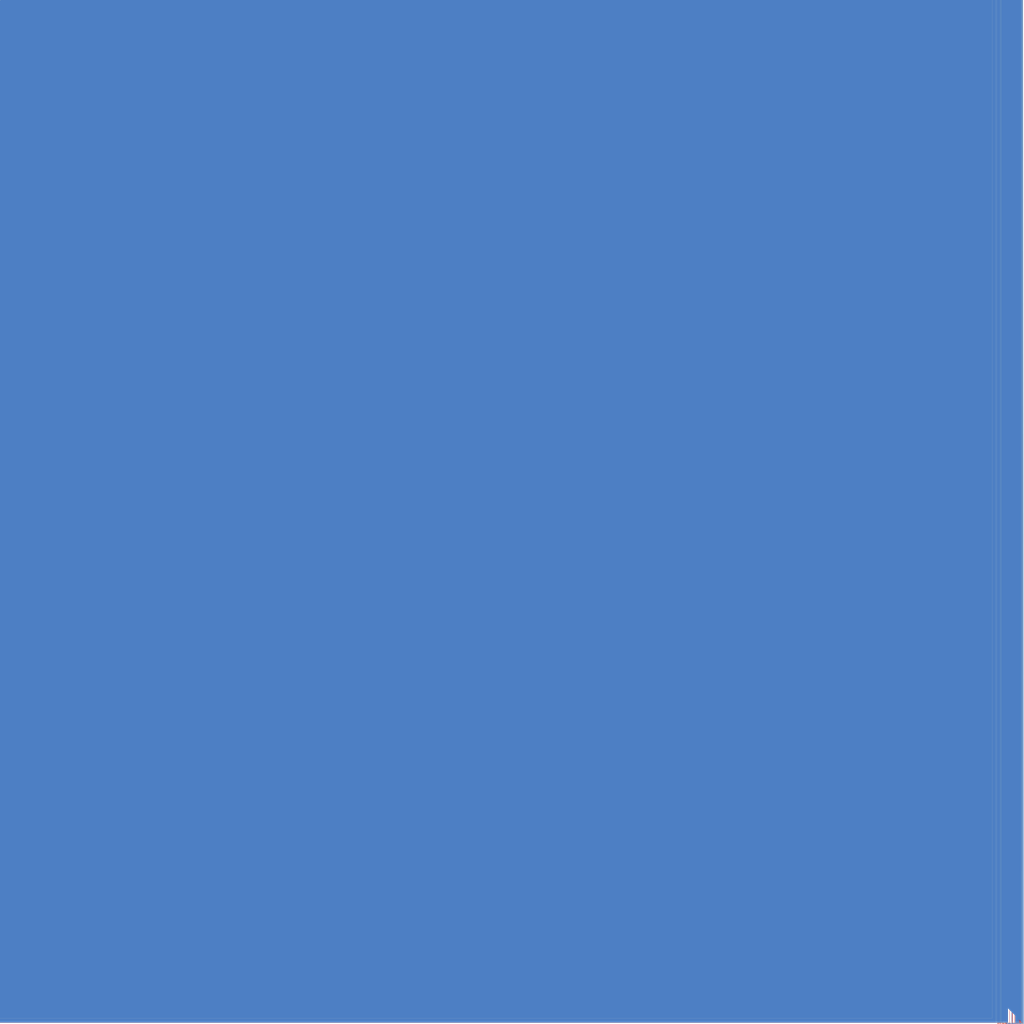
<source format=kicad_pcb>
(kicad_pcb (version 20171130) (host pcbnew 5.0.0)
  (layers (0 F.Cu signal) (31 B.Cu signal) (34 B.Paste user) (35 F.Paste user) (36 B.SilkS user) (37 F.SilkS user) (38 B.Mask user) (39 F.Mask user) (44 Edge.Cuts user))
  (net 0 "")
  (net 1 GND)
  (net 2 "Net-(ANT1-Pad1)")
  (net 3 "Net-(BT1-Pad1)")
  (net 4 VBUS)
  (net 5 +3V3)
  (net 6 "Net-(C5-Pad1)")
  (net 7 "Net-(C6-Pad1)")
  (net 8 "Net-(C7-Pad1)")
  (net 9 VCC)
  (net 10 /KW41Z/ANT)
  (net 11 /DIPDAP/TGT_NRESET)
  (net 12 "Net-(D2-Pad1)")
  (net 13 "Net-(D3-Pad1)")
  (net 14 "Net-(D4-Pad1)")
  (net 15 "Net-(D5-Pad1)")
  (net 16 "Net-(D6-Pad1)")
  (net 17 "Net-(J1-Pad4)")
  (net 18 /DIPDAP/TGT_SWCLK)
  (net 19 /DIPDAP/TGT_SWDIO)
  (net 20 /DIPDAP/TGT_TX)
  (net 21 /DIPDAP/TGT_RX)
  (net 22 "Net-(Q1-Pad3)")
  (net 23 "Net-(R4-Pad2)")
  (net 24 "Net-(R6-Pad2)")
  (net 25 "Net-(R7-Pad2)")
  (net 26 "Net-(R8-Pad2)")
  (net 27 "Net-(R9-Pad2)")
  (net 28 "Net-(R10-Pad2)")
  (net 29 "Net-(R11-Pad2)")
  (net 30 "Net-(R12-Pad2)")
  (net 31 "Net-(R13-Pad2)")
  (net 32 /KW41Z/LED_Red)
  (net 33 /KW41Z/LED_Green)
  (net 34 "Net-(U1-Pad2)")
  (net 35 "Net-(U2-Pad10)")
  (net 36 "Net-(U2-Pad11)")
  (net 37 "Net-(U2-Pad18)")
  (net 38 "Net-(U2-Pad19)")
  (net 39 "Net-(U2-Pad20)")
  (net 40 "Net-(U2-Pad22)")
  (net 41 "Net-(U2-Pad23)")
  (net 42 "Net-(U2-Pad24)")
  (net 43 "Net-(U2-Pad25)")
  (net 44 "Net-(U2-Pad26)")
  (net 45 "Net-(U2-Pad27)")
  (net 46 "Net-(U2-Pad28)")
  (net 47 "Net-(U2-Pad30)")
  (net 48 "Net-(U3-Pad2)")
  (net 49 /KW41Z/D2)
  (net 50 /KW41Z/D3)
  (net 51 /KW41Z/D4)
  (net 52 /KW41Z/D5)
  (net 53 /KW41Z/D6)
  (net 54 /KW41Z/SDA)
  (net 55 /KW41Z/SCL)
  (net 56 /KW41Z/D9)
  (net 57 /KW41Z/D10)
  (net 58 /KW41Z/MOSI)
  (net 59 /KW41Z/MISO)
  (net 60 /KW41Z/SCK)
  (net 61 /KW41Z/A0)
  (net 62 /KW41Z/A1)
  (net 63 /KW41Z/A2)
  (net 64 /KW41Z/A3)
  (net 65 "Net-(U5-Pad11)")
  (net 66 "Net-(U5-Pad12)")
  (net 67 "Net-(U5-Pad21)")
  (net 68 "Net-(U5-Pad22)")
  (net 69 "Net-(U5-Pad24)")
  (net 70 "Net-(U5-Pad25)")
  (net 71 "Net-(U5-Pad29)")
  (net 72 "Net-(U5-Pad30)")
  (net 73 "Net-(U5-Pad31)")
  (net 74 "Net-(SW1-Pad2)")
  (net 75 "Net-(C12-Pad1)")
  (net 76 "Net-(C2-Pad1)")
  (net 77 "Net-(C3-Pad1)")
  (net 78 "Net-(J1-Pad2)")
  (net 79 "Net-(J1-Pad3)")
  (net 80 "Net-(Q1-Pad1)")
  (net 81 "Net-(C4-Pad1)")
  (module "" (layer F.Cu) (at 80.75 114)
    (fp_text reference "" (at 0 0) (layer F.SilkS) (effects (font (size 1.27 1.27))))
    (fp_text value "" (at 0 0) (layer F.SilkS) (effects (font (size 1.27 1.27))))
    (pad "" np_thru_hole circle (at 0 0) (size 0.5 0.5) (drill 0.5) (layers *.Cu))
  )
  (module "" (layer F.Cu) (at 79.75 114)
    (fp_text reference "" (at 0 0) (layer F.SilkS) (effects (font (size 1.27 1.27))))
    (fp_text value "" (at 0 0) (layer F.SilkS) (effects (font (size 1.27 1.27))))
    (pad "" np_thru_hole circle (at 0 0) (size 0.5 0.5) (drill 0.5) (layers *.Cu))
  )
  (module "" (layer F.Cu) (at 78.75 114)
    (fp_text reference "" (at 0 0) (layer F.SilkS) (effects (font (size 1.27 1.27))))
    (fp_text value "" (at 0 0) (layer F.SilkS) (effects (font (size 1.27 1.27))))
    (pad "" np_thru_hole circle (at 0 0) (size 0.5 0.5) (drill 0.5) (layers *.Cu))
  )
  (module "" (layer F.Cu) (at 77.75 114)
    (fp_text reference "" (at 0 0) (layer F.SilkS) (effects (font (size 1.27 1.27))))
    (fp_text value "" (at 0 0) (layer F.SilkS) (effects (font (size 1.27 1.27))))
    (pad "" np_thru_hole circle (at 0 0) (size 0.5 0.5) (drill 0.5) (layers *.Cu))
  )
  (module "" (layer F.Cu) (at 76.75 114)
    (fp_text reference "" (at 0 0) (layer F.SilkS) (effects (font (size 1.27 1.27))))
    (fp_text value "" (at 0 0) (layer F.SilkS) (effects (font (size 1.27 1.27))))
    (pad "" np_thru_hole circle (at 0 0) (size 0.5 0.5) (drill 0.5) (layers *.Cu))
  )
  (module "" (layer F.Cu) (at 80.75 112)
    (fp_text reference "" (at 0 0) (layer F.SilkS) (effects (font (size 1.27 1.27))))
    (fp_text value "" (at 0 0) (layer F.SilkS) (effects (font (size 1.27 1.27))))
    (pad "" np_thru_hole circle (at 0 0) (size 0.5 0.5) (drill 0.5) (layers *.Cu))
  )
  (module "" (layer F.Cu) (at 79.75 112)
    (fp_text reference "" (at 0 0) (layer F.SilkS) (effects (font (size 1.27 1.27))))
    (fp_text value "" (at 0 0) (layer F.SilkS) (effects (font (size 1.27 1.27))))
    (pad "" np_thru_hole circle (at 0 0) (size 0.5 0.5) (drill 0.5) (layers *.Cu))
  )
  (module "" (layer F.Cu) (at 78.75 112)
    (fp_text reference "" (at 0 0) (layer F.SilkS) (effects (font (size 1.27 1.27))))
    (fp_text value "" (at 0 0) (layer F.SilkS) (effects (font (size 1.27 1.27))))
    (pad "" np_thru_hole circle (at 0 0) (size 0.5 0.5) (drill 0.5) (layers *.Cu))
  )
  (module "" (layer F.Cu) (at 77.75 112)
    (fp_text reference "" (at 0 0) (layer F.SilkS) (effects (font (size 1.27 1.27))))
    (fp_text value "" (at 0 0) (layer F.SilkS) (effects (font (size 1.27 1.27))))
    (pad "" np_thru_hole circle (at 0 0) (size 0.5 0.5) (drill 0.5) (layers *.Cu))
  )
  (module "" (layer F.Cu) (at 76.75 112)
    (fp_text reference "" (at 0 0) (layer F.SilkS) (effects (font (size 1.27 1.27))))
    (fp_text value "" (at 0 0) (layer F.SilkS) (effects (font (size 1.27 1.27))))
    (pad "" np_thru_hole circle (at 0 0) (size 0.5 0.5) (drill 0.5) (layers *.Cu))
  )
  (module "" (layer F.Cu) (at 48.25 114)
    (fp_text reference "" (at 0 0) (layer F.SilkS) (effects (font (size 1.27 1.27))))
    (fp_text value "" (at 0 0) (layer F.SilkS) (effects (font (size 1.27 1.27))))
    (pad "" np_thru_hole circle (at 0 0) (size 0.5 0.5) (drill 0.5) (layers *.Cu))
  )
  (module "" (layer F.Cu) (at 47.25 114)
    (fp_text reference "" (at 0 0) (layer F.SilkS) (effects (font (size 1.27 1.27))))
    (fp_text value "" (at 0 0) (layer F.SilkS) (effects (font (size 1.27 1.27))))
    (pad "" np_thru_hole circle (at 0 0) (size 0.5 0.5) (drill 0.5) (layers *.Cu))
  )
  (module "" (layer F.Cu) (at 46.25 114)
    (fp_text reference "" (at 0 0) (layer F.SilkS) (effects (font (size 1.27 1.27))))
    (fp_text value "" (at 0 0) (layer F.SilkS) (effects (font (size 1.27 1.27))))
    (pad "" np_thru_hole circle (at 0 0) (size 0.5 0.5) (drill 0.5) (layers *.Cu))
  )
  (module "" (layer F.Cu) (at 45.25 114)
    (fp_text reference "" (at 0 0) (layer F.SilkS) (effects (font (size 1.27 1.27))))
    (fp_text value "" (at 0 0) (layer F.SilkS) (effects (font (size 1.27 1.27))))
    (pad "" np_thru_hole circle (at 0 0) (size 0.5 0.5) (drill 0.5) (layers *.Cu))
  )
  (module "" (layer F.Cu) (at 44.25 114)
    (fp_text reference "" (at 0 0) (layer F.SilkS) (effects (font (size 1.27 1.27))))
    (fp_text value "" (at 0 0) (layer F.SilkS) (effects (font (size 1.27 1.27))))
    (pad "" np_thru_hole circle (at 0 0) (size 0.5 0.5) (drill 0.5) (layers *.Cu))
  )
  (module "" (layer F.Cu) (at 48.25 112)
    (fp_text reference "" (at 0 0) (layer F.SilkS) (effects (font (size 1.27 1.27))))
    (fp_text value "" (at 0 0) (layer F.SilkS) (effects (font (size 1.27 1.27))))
    (pad "" np_thru_hole circle (at 0 0) (size 0.5 0.5) (drill 0.5) (layers *.Cu))
  )
  (module "" (layer F.Cu) (at 47.25 112)
    (fp_text reference "" (at 0 0) (layer F.SilkS) (effects (font (size 1.27 1.27))))
    (fp_text value "" (at 0 0) (layer F.SilkS) (effects (font (size 1.27 1.27))))
    (pad "" np_thru_hole circle (at 0 0) (size 0.5 0.5) (drill 0.5) (layers *.Cu))
  )
  (module "" (layer F.Cu) (at 46.25 112)
    (fp_text reference "" (at 0 0) (layer F.SilkS) (effects (font (size 1.27 1.27))))
    (fp_text value "" (at 0 0) (layer F.SilkS) (effects (font (size 1.27 1.27))))
    (pad "" np_thru_hole circle (at 0 0) (size 0.5 0.5) (drill 0.5) (layers *.Cu))
  )
  (module "" (layer F.Cu) (at 45.25 112)
    (fp_text reference "" (at 0 0) (layer F.SilkS) (effects (font (size 1.27 1.27))))
    (fp_text value "" (at 0 0) (layer F.SilkS) (effects (font (size 1.27 1.27))))
    (pad "" np_thru_hole circle (at 0 0) (size 0.5 0.5) (drill 0.5) (layers *.Cu))
  )
  (module "" (layer F.Cu) (at 44.25 112)
    (fp_text reference "" (at 0 0) (layer F.SilkS) (effects (font (size 1.27 1.27))))
    (fp_text value "" (at 0 0) (layer F.SilkS) (effects (font (size 1.27 1.27))))
    (pad "" np_thru_hole circle (at 0 0) (size 0.5 0.5) (drill 0.5) (layers *.Cu))
  )
  (module "" (layer F.Cu) (at 80.75 93)
    (fp_text reference "" (at 0 0) (layer F.SilkS) (effects (font (size 1.27 1.27))))
    (fp_text value "" (at 0 0) (layer F.SilkS) (effects (font (size 1.27 1.27))))
    (pad "" np_thru_hole circle (at 0 0) (size 0.5 0.5) (drill 0.5) (layers *.Cu))
  )
  (module "" (layer F.Cu) (at 79.75 93)
    (fp_text reference "" (at 0 0) (layer F.SilkS) (effects (font (size 1.27 1.27))))
    (fp_text value "" (at 0 0) (layer F.SilkS) (effects (font (size 1.27 1.27))))
    (pad "" np_thru_hole circle (at 0 0) (size 0.5 0.5) (drill 0.5) (layers *.Cu))
  )
  (module "" (layer F.Cu) (at 78.75 93)
    (fp_text reference "" (at 0 0) (layer F.SilkS) (effects (font (size 1.27 1.27))))
    (fp_text value "" (at 0 0) (layer F.SilkS) (effects (font (size 1.27 1.27))))
    (pad "" np_thru_hole circle (at 0 0) (size 0.5 0.5) (drill 0.5) (layers *.Cu))
  )
  (module "" (layer F.Cu) (at 77.75 93)
    (fp_text reference "" (at 0 0) (layer F.SilkS) (effects (font (size 1.27 1.27))))
    (fp_text value "" (at 0 0) (layer F.SilkS) (effects (font (size 1.27 1.27))))
    (pad "" np_thru_hole circle (at 0 0) (size 0.5 0.5) (drill 0.5) (layers *.Cu))
  )
  (module "" (layer F.Cu) (at 76.75 93)
    (fp_text reference "" (at 0 0) (layer F.SilkS) (effects (font (size 1.27 1.27))))
    (fp_text value "" (at 0 0) (layer F.SilkS) (effects (font (size 1.27 1.27))))
    (pad "" np_thru_hole circle (at 0 0) (size 0.5 0.5) (drill 0.5) (layers *.Cu))
  )
  (module "" (layer F.Cu) (at 80.75 91)
    (fp_text reference "" (at 0 0) (layer F.SilkS) (effects (font (size 1.27 1.27))))
    (fp_text value "" (at 0 0) (layer F.SilkS) (effects (font (size 1.27 1.27))))
    (pad "" np_thru_hole circle (at 0 0) (size 0.5 0.5) (drill 0.5) (layers *.Cu))
  )
  (module "" (layer F.Cu) (at 79.75 91)
    (fp_text reference "" (at 0 0) (layer F.SilkS) (effects (font (size 1.27 1.27))))
    (fp_text value "" (at 0 0) (layer F.SilkS) (effects (font (size 1.27 1.27))))
    (pad "" np_thru_hole circle (at 0 0) (size 0.5 0.5) (drill 0.5) (layers *.Cu))
  )
  (module "" (layer F.Cu) (at 78.75 91)
    (fp_text reference "" (at 0 0) (layer F.SilkS) (effects (font (size 1.27 1.27))))
    (fp_text value "" (at 0 0) (layer F.SilkS) (effects (font (size 1.27 1.27))))
    (pad "" np_thru_hole circle (at 0 0) (size 0.5 0.5) (drill 0.5) (layers *.Cu))
  )
  (module "" (layer F.Cu) (at 77.75 91)
    (fp_text reference "" (at 0 0) (layer F.SilkS) (effects (font (size 1.27 1.27))))
    (fp_text value "" (at 0 0) (layer F.SilkS) (effects (font (size 1.27 1.27))))
    (pad "" np_thru_hole circle (at 0 0) (size 0.5 0.5) (drill 0.5) (layers *.Cu))
  )
  (module "" (layer F.Cu) (at 76.75 91)
    (fp_text reference "" (at 0 0) (layer F.SilkS) (effects (font (size 1.27 1.27))))
    (fp_text value "" (at 0 0) (layer F.SilkS) (effects (font (size 1.27 1.27))))
    (pad "" np_thru_hole circle (at 0 0) (size 0.5 0.5) (drill 0.5) (layers *.Cu))
  )
  (module "" (layer F.Cu) (at 48.25 93)
    (fp_text reference "" (at 0 0) (layer F.SilkS) (effects (font (size 1.27 1.27))))
    (fp_text value "" (at 0 0) (layer F.SilkS) (effects (font (size 1.27 1.27))))
    (pad "" np_thru_hole circle (at 0 0) (size 0.5 0.5) (drill 0.5) (layers *.Cu))
  )
  (module "" (layer F.Cu) (at 47.25 93)
    (fp_text reference "" (at 0 0) (layer F.SilkS) (effects (font (size 1.27 1.27))))
    (fp_text value "" (at 0 0) (layer F.SilkS) (effects (font (size 1.27 1.27))))
    (pad "" np_thru_hole circle (at 0 0) (size 0.5 0.5) (drill 0.5) (layers *.Cu))
  )
  (module "" (layer F.Cu) (at 46.25 93)
    (fp_text reference "" (at 0 0) (layer F.SilkS) (effects (font (size 1.27 1.27))))
    (fp_text value "" (at 0 0) (layer F.SilkS) (effects (font (size 1.27 1.27))))
    (pad "" np_thru_hole circle (at 0 0) (size 0.5 0.5) (drill 0.5) (layers *.Cu))
  )
  (module "" (layer F.Cu) (at 45.25 93)
    (fp_text reference "" (at 0 0) (layer F.SilkS) (effects (font (size 1.27 1.27))))
    (fp_text value "" (at 0 0) (layer F.SilkS) (effects (font (size 1.27 1.27))))
    (pad "" np_thru_hole circle (at 0 0) (size 0.5 0.5) (drill 0.5) (layers *.Cu))
  )
  (module "" (layer F.Cu) (at 44.25 93)
    (fp_text reference "" (at 0 0) (layer F.SilkS) (effects (font (size 1.27 1.27))))
    (fp_text value "" (at 0 0) (layer F.SilkS) (effects (font (size 1.27 1.27))))
    (pad "" np_thru_hole circle (at 0 0) (size 0.5 0.5) (drill 0.5) (layers *.Cu))
  )
  (module "" (layer F.Cu) (at 48.25 91)
    (fp_text reference "" (at 0 0) (layer F.SilkS) (effects (font (size 1.27 1.27))))
    (fp_text value "" (at 0 0) (layer F.SilkS) (effects (font (size 1.27 1.27))))
    (pad "" np_thru_hole circle (at 0 0) (size 0.5 0.5) (drill 0.5) (layers *.Cu))
  )
  (module "" (layer F.Cu) (at 47.25 91)
    (fp_text reference "" (at 0 0) (layer F.SilkS) (effects (font (size 1.27 1.27))))
    (fp_text value "" (at 0 0) (layer F.SilkS) (effects (font (size 1.27 1.27))))
    (pad "" np_thru_hole circle (at 0 0) (size 0.5 0.5) (drill 0.5) (layers *.Cu))
  )
  (module "" (layer F.Cu) (at 46.25 91)
    (fp_text reference "" (at 0 0) (layer F.SilkS) (effects (font (size 1.27 1.27))))
    (fp_text value "" (at 0 0) (layer F.SilkS) (effects (font (size 1.27 1.27))))
    (pad "" np_thru_hole circle (at 0 0) (size 0.5 0.5) (drill 0.5) (layers *.Cu))
  )
  (module "" (layer F.Cu) (at 45.25 91)
    (fp_text reference "" (at 0 0) (layer F.SilkS) (effects (font (size 1.27 1.27))))
    (fp_text value "" (at 0 0) (layer F.SilkS) (effects (font (size 1.27 1.27))))
    (pad "" np_thru_hole circle (at 0 0) (size 0.5 0.5) (drill 0.5) (layers *.Cu))
  )
  (module "" (layer F.Cu) (at 44.25 91)
    (fp_text reference "" (at 0 0) (layer F.SilkS) (effects (font (size 1.27 1.27))))
    (fp_text value "" (at 0 0) (layer F.SilkS) (effects (font (size 1.27 1.27))))
    (pad "" np_thru_hole circle (at 0 0) (size 0.5 0.5) (drill 0.5) (layers *.Cu))
  )
  (module "" (layer F.Cu) (at 80.75 72)
    (fp_text reference "" (at 0 0) (layer F.SilkS) (effects (font (size 1.27 1.27))))
    (fp_text value "" (at 0 0) (layer F.SilkS) (effects (font (size 1.27 1.27))))
    (pad "" np_thru_hole circle (at 0 0) (size 0.5 0.5) (drill 0.5) (layers *.Cu))
  )
  (module "" (layer F.Cu) (at 79.75 72)
    (fp_text reference "" (at 0 0) (layer F.SilkS) (effects (font (size 1.27 1.27))))
    (fp_text value "" (at 0 0) (layer F.SilkS) (effects (font (size 1.27 1.27))))
    (pad "" np_thru_hole circle (at 0 0) (size 0.5 0.5) (drill 0.5) (layers *.Cu))
  )
  (module "" (layer F.Cu) (at 78.75 72)
    (fp_text reference "" (at 0 0) (layer F.SilkS) (effects (font (size 1.27 1.27))))
    (fp_text value "" (at 0 0) (layer F.SilkS) (effects (font (size 1.27 1.27))))
    (pad "" np_thru_hole circle (at 0 0) (size 0.5 0.5) (drill 0.5) (layers *.Cu))
  )
  (module "" (layer F.Cu) (at 77.75 72)
    (fp_text reference "" (at 0 0) (layer F.SilkS) (effects (font (size 1.27 1.27))))
    (fp_text value "" (at 0 0) (layer F.SilkS) (effects (font (size 1.27 1.27))))
    (pad "" np_thru_hole circle (at 0 0) (size 0.5 0.5) (drill 0.5) (layers *.Cu))
  )
  (module "" (layer F.Cu) (at 76.75 72)
    (fp_text reference "" (at 0 0) (layer F.SilkS) (effects (font (size 1.27 1.27))))
    (fp_text value "" (at 0 0) (layer F.SilkS) (effects (font (size 1.27 1.27))))
    (pad "" np_thru_hole circle (at 0 0) (size 0.5 0.5) (drill 0.5) (layers *.Cu))
  )
  (module "" (layer F.Cu) (at 80.75 70)
    (fp_text reference "" (at 0 0) (layer F.SilkS) (effects (font (size 1.27 1.27))))
    (fp_text value "" (at 0 0) (layer F.SilkS) (effects (font (size 1.27 1.27))))
    (pad "" np_thru_hole circle (at 0 0) (size 0.5 0.5) (drill 0.5) (layers *.Cu))
  )
  (module "" (layer F.Cu) (at 79.75 70)
    (fp_text reference "" (at 0 0) (layer F.SilkS) (effects (font (size 1.27 1.27))))
    (fp_text value "" (at 0 0) (layer F.SilkS) (effects (font (size 1.27 1.27))))
    (pad "" np_thru_hole circle (at 0 0) (size 0.5 0.5) (drill 0.5) (layers *.Cu))
  )
  (module "" (layer F.Cu) (at 78.75 70)
    (fp_text reference "" (at 0 0) (layer F.SilkS) (effects (font (size 1.27 1.27))))
    (fp_text value "" (at 0 0) (layer F.SilkS) (effects (font (size 1.27 1.27))))
    (pad "" np_thru_hole circle (at 0 0) (size 0.5 0.5) (drill 0.5) (layers *.Cu))
  )
  (module "" (layer F.Cu) (at 77.75 70)
    (fp_text reference "" (at 0 0) (layer F.SilkS) (effects (font (size 1.27 1.27))))
    (fp_text value "" (at 0 0) (layer F.SilkS) (effects (font (size 1.27 1.27))))
    (pad "" np_thru_hole circle (at 0 0) (size 0.5 0.5) (drill 0.5) (layers *.Cu))
  )
  (module "" (layer F.Cu) (at 76.75 70)
    (fp_text reference "" (at 0 0) (layer F.SilkS) (effects (font (size 1.27 1.27))))
    (fp_text value "" (at 0 0) (layer F.SilkS) (effects (font (size 1.27 1.27))))
    (pad "" np_thru_hole circle (at 0 0) (size 0.5 0.5) (drill 0.5) (layers *.Cu))
  )
  (module "" (layer F.Cu) (at 48.25 72)
    (fp_text reference "" (at 0 0) (layer F.SilkS) (effects (font (size 1.27 1.27))))
    (fp_text value "" (at 0 0) (layer F.SilkS) (effects (font (size 1.27 1.27))))
    (pad "" np_thru_hole circle (at 0 0) (size 0.5 0.5) (drill 0.5) (layers *.Cu))
  )
  (module "" (layer F.Cu) (at 47.25 72)
    (fp_text reference "" (at 0 0) (layer F.SilkS) (effects (font (size 1.27 1.27))))
    (fp_text value "" (at 0 0) (layer F.SilkS) (effects (font (size 1.27 1.27))))
    (pad "" np_thru_hole circle (at 0 0) (size 0.5 0.5) (drill 0.5) (layers *.Cu))
  )
  (module "" (layer F.Cu) (at 46.25 72)
    (fp_text reference "" (at 0 0) (layer F.SilkS) (effects (font (size 1.27 1.27))))
    (fp_text value "" (at 0 0) (layer F.SilkS) (effects (font (size 1.27 1.27))))
    (pad "" np_thru_hole circle (at 0 0) (size 0.5 0.5) (drill 0.5) (layers *.Cu))
  )
  (module "" (layer F.Cu) (at 45.25 72)
    (fp_text reference "" (at 0 0) (layer F.SilkS) (effects (font (size 1.27 1.27))))
    (fp_text value "" (at 0 0) (layer F.SilkS) (effects (font (size 1.27 1.27))))
    (pad "" np_thru_hole circle (at 0 0) (size 0.5 0.5) (drill 0.5) (layers *.Cu))
  )
  (module "" (layer F.Cu) (at 44.25 72)
    (fp_text reference "" (at 0 0) (layer F.SilkS) (effects (font (size 1.27 1.27))))
    (fp_text value "" (at 0 0) (layer F.SilkS) (effects (font (size 1.27 1.27))))
    (pad "" np_thru_hole circle (at 0 0) (size 0.5 0.5) (drill 0.5) (layers *.Cu))
  )
  (module "" (layer F.Cu) (at 48.25 70)
    (fp_text reference "" (at 0 0) (layer F.SilkS) (effects (font (size 1.27 1.27))))
    (fp_text value "" (at 0 0) (layer F.SilkS) (effects (font (size 1.27 1.27))))
    (pad "" np_thru_hole circle (at 0 0) (size 0.5 0.5) (drill 0.5) (layers *.Cu))
  )
  (module "" (layer F.Cu) (at 47.25 70)
    (fp_text reference "" (at 0 0) (layer F.SilkS) (effects (font (size 1.27 1.27))))
    (fp_text value "" (at 0 0) (layer F.SilkS) (effects (font (size 1.27 1.27))))
    (pad "" np_thru_hole circle (at 0 0) (size 0.5 0.5) (drill 0.5) (layers *.Cu))
  )
  (module "" (layer F.Cu) (at 46.25 70)
    (fp_text reference "" (at 0 0) (layer F.SilkS) (effects (font (size 1.27 1.27))))
    (fp_text value "" (at 0 0) (layer F.SilkS) (effects (font (size 1.27 1.27))))
    (pad "" np_thru_hole circle (at 0 0) (size 0.5 0.5) (drill 0.5) (layers *.Cu))
  )
  (module "" (layer F.Cu) (at 45.25 70)
    (fp_text reference "" (at 0 0) (layer F.SilkS) (effects (font (size 1.27 1.27))))
    (fp_text value "" (at 0 0) (layer F.SilkS) (effects (font (size 1.27 1.27))))
    (pad "" np_thru_hole circle (at 0 0) (size 0.5 0.5) (drill 0.5) (layers *.Cu))
  )
  (module "" (layer F.Cu) (at 44.25 70)
    (fp_text reference "" (at 0 0) (layer F.SilkS) (effects (font (size 1.27 1.27))))
    (fp_text value "" (at 0 0) (layer F.SilkS) (effects (font (size 1.27 1.27))))
    (pad "" np_thru_hole circle (at 0 0) (size 0.5 0.5) (drill 0.5) (layers *.Cu))
  )
  (module "" (layer F.Cu) (at 80.75 51)
    (fp_text reference "" (at 0 0) (layer F.SilkS) (effects (font (size 1.27 1.27))))
    (fp_text value "" (at 0 0) (layer F.SilkS) (effects (font (size 1.27 1.27))))
    (pad "" np_thru_hole circle (at 0 0) (size 0.5 0.5) (drill 0.5) (layers *.Cu))
  )
  (module "" (layer F.Cu) (at 79.75 51)
    (fp_text reference "" (at 0 0) (layer F.SilkS) (effects (font (size 1.27 1.27))))
    (fp_text value "" (at 0 0) (layer F.SilkS) (effects (font (size 1.27 1.27))))
    (pad "" np_thru_hole circle (at 0 0) (size 0.5 0.5) (drill 0.5) (layers *.Cu))
  )
  (module "" (layer F.Cu) (at 78.75 51)
    (fp_text reference "" (at 0 0) (layer F.SilkS) (effects (font (size 1.27 1.27))))
    (fp_text value "" (at 0 0) (layer F.SilkS) (effects (font (size 1.27 1.27))))
    (pad "" np_thru_hole circle (at 0 0) (size 0.5 0.5) (drill 0.5) (layers *.Cu))
  )
  (module "" (layer F.Cu) (at 77.75 51)
    (fp_text reference "" (at 0 0) (layer F.SilkS) (effects (font (size 1.27 1.27))))
    (fp_text value "" (at 0 0) (layer F.SilkS) (effects (font (size 1.27 1.27))))
    (pad "" np_thru_hole circle (at 0 0) (size 0.5 0.5) (drill 0.5) (layers *.Cu))
  )
  (module "" (layer F.Cu) (at 76.75 51)
    (fp_text reference "" (at 0 0) (layer F.SilkS) (effects (font (size 1.27 1.27))))
    (fp_text value "" (at 0 0) (layer F.SilkS) (effects (font (size 1.27 1.27))))
    (pad "" np_thru_hole circle (at 0 0) (size 0.5 0.5) (drill 0.5) (layers *.Cu))
  )
  (module "" (layer F.Cu) (at 80.75 49)
    (fp_text reference "" (at 0 0) (layer F.SilkS) (effects (font (size 1.27 1.27))))
    (fp_text value "" (at 0 0) (layer F.SilkS) (effects (font (size 1.27 1.27))))
    (pad "" np_thru_hole circle (at 0 0) (size 0.5 0.5) (drill 0.5) (layers *.Cu))
  )
  (module "" (layer F.Cu) (at 79.75 49)
    (fp_text reference "" (at 0 0) (layer F.SilkS) (effects (font (size 1.27 1.27))))
    (fp_text value "" (at 0 0) (layer F.SilkS) (effects (font (size 1.27 1.27))))
    (pad "" np_thru_hole circle (at 0 0) (size 0.5 0.5) (drill 0.5) (layers *.Cu))
  )
  (module "" (layer F.Cu) (at 78.75 49)
    (fp_text reference "" (at 0 0) (layer F.SilkS) (effects (font (size 1.27 1.27))))
    (fp_text value "" (at 0 0) (layer F.SilkS) (effects (font (size 1.27 1.27))))
    (pad "" np_thru_hole circle (at 0 0) (size 0.5 0.5) (drill 0.5) (layers *.Cu))
  )
  (module "" (layer F.Cu) (at 77.75 49)
    (fp_text reference "" (at 0 0) (layer F.SilkS) (effects (font (size 1.27 1.27))))
    (fp_text value "" (at 0 0) (layer F.SilkS) (effects (font (size 1.27 1.27))))
    (pad "" np_thru_hole circle (at 0 0) (size 0.5 0.5) (drill 0.5) (layers *.Cu))
  )
  (module "" (layer F.Cu) (at 76.75 49)
    (fp_text reference "" (at 0 0) (layer F.SilkS) (effects (font (size 1.27 1.27))))
    (fp_text value "" (at 0 0) (layer F.SilkS) (effects (font (size 1.27 1.27))))
    (pad "" np_thru_hole circle (at 0 0) (size 0.5 0.5) (drill 0.5) (layers *.Cu))
  )
  (module "" (layer F.Cu) (at 48.25 51)
    (fp_text reference "" (at 0 0) (layer F.SilkS) (effects (font (size 1.27 1.27))))
    (fp_text value "" (at 0 0) (layer F.SilkS) (effects (font (size 1.27 1.27))))
    (pad "" np_thru_hole circle (at 0 0) (size 0.5 0.5) (drill 0.5) (layers *.Cu))
  )
  (module "" (layer F.Cu) (at 47.25 51)
    (fp_text reference "" (at 0 0) (layer F.SilkS) (effects (font (size 1.27 1.27))))
    (fp_text value "" (at 0 0) (layer F.SilkS) (effects (font (size 1.27 1.27))))
    (pad "" np_thru_hole circle (at 0 0) (size 0.5 0.5) (drill 0.5) (layers *.Cu))
  )
  (module "" (layer F.Cu) (at 46.25 51)
    (fp_text reference "" (at 0 0) (layer F.SilkS) (effects (font (size 1.27 1.27))))
    (fp_text value "" (at 0 0) (layer F.SilkS) (effects (font (size 1.27 1.27))))
    (pad "" np_thru_hole circle (at 0 0) (size 0.5 0.5) (drill 0.5) (layers *.Cu))
  )
  (module "" (layer F.Cu) (at 45.25 51)
    (fp_text reference "" (at 0 0) (layer F.SilkS) (effects (font (size 1.27 1.27))))
    (fp_text value "" (at 0 0) (layer F.SilkS) (effects (font (size 1.27 1.27))))
    (pad "" np_thru_hole circle (at 0 0) (size 0.5 0.5) (drill 0.5) (layers *.Cu))
  )
  (module "" (layer F.Cu) (at 44.25 51)
    (fp_text reference "" (at 0 0) (layer F.SilkS) (effects (font (size 1.27 1.27))))
    (fp_text value "" (at 0 0) (layer F.SilkS) (effects (font (size 1.27 1.27))))
    (pad "" np_thru_hole circle (at 0 0) (size 0.5 0.5) (drill 0.5) (layers *.Cu))
  )
  (module "" (layer F.Cu) (at 48.25 49)
    (fp_text reference "" (at 0 0) (layer F.SilkS) (effects (font (size 1.27 1.27))))
    (fp_text value "" (at 0 0) (layer F.SilkS) (effects (font (size 1.27 1.27))))
    (pad "" np_thru_hole circle (at 0 0) (size 0.5 0.5) (drill 0.5) (layers *.Cu))
  )
  (module "" (layer F.Cu) (at 47.25 49)
    (fp_text reference "" (at 0 0) (layer F.SilkS) (effects (font (size 1.27 1.27))))
    (fp_text value "" (at 0 0) (layer F.SilkS) (effects (font (size 1.27 1.27))))
    (pad "" np_thru_hole circle (at 0 0) (size 0.5 0.5) (drill 0.5) (layers *.Cu))
  )
  (module "" (layer F.Cu) (at 46.25 49)
    (fp_text reference "" (at 0 0) (layer F.SilkS) (effects (font (size 1.27 1.27))))
    (fp_text value "" (at 0 0) (layer F.SilkS) (effects (font (size 1.27 1.27))))
    (pad "" np_thru_hole circle (at 0 0) (size 0.5 0.5) (drill 0.5) (layers *.Cu))
  )
  (module "" (layer F.Cu) (at 45.25 49)
    (fp_text reference "" (at 0 0) (layer F.SilkS) (effects (font (size 1.27 1.27))))
    (fp_text value "" (at 0 0) (layer F.SilkS) (effects (font (size 1.27 1.27))))
    (pad "" np_thru_hole circle (at 0 0) (size 0.5 0.5) (drill 0.5) (layers *.Cu))
  )
  (module "" (layer F.Cu) (at 44.25 49)
    (fp_text reference "" (at 0 0) (layer F.SilkS) (effects (font (size 1.27 1.27))))
    (fp_text value "" (at 0 0) (layer F.SilkS) (effects (font (size 1.27 1.27))))
    (pad "" np_thru_hole circle (at 0 0) (size 0.5 0.5) (drill 0.5) (layers *.Cu))
  )
  (module "" (layer F.Cu) (at 80.75 30)
    (fp_text reference "" (at 0 0) (layer F.SilkS) (effects (font (size 1.27 1.27))))
    (fp_text value "" (at 0 0) (layer F.SilkS) (effects (font (size 1.27 1.27))))
    (pad "" np_thru_hole circle (at 0 0) (size 0.5 0.5) (drill 0.5) (layers *.Cu))
  )
  (module "" (layer F.Cu) (at 79.75 30)
    (fp_text reference "" (at 0 0) (layer F.SilkS) (effects (font (size 1.27 1.27))))
    (fp_text value "" (at 0 0) (layer F.SilkS) (effects (font (size 1.27 1.27))))
    (pad "" np_thru_hole circle (at 0 0) (size 0.5 0.5) (drill 0.5) (layers *.Cu))
  )
  (module "" (layer F.Cu) (at 78.75 30)
    (fp_text reference "" (at 0 0) (layer F.SilkS) (effects (font (size 1.27 1.27))))
    (fp_text value "" (at 0 0) (layer F.SilkS) (effects (font (size 1.27 1.27))))
    (pad "" np_thru_hole circle (at 0 0) (size 0.5 0.5) (drill 0.5) (layers *.Cu))
  )
  (module "" (layer F.Cu) (at 77.75 30)
    (fp_text reference "" (at 0 0) (layer F.SilkS) (effects (font (size 1.27 1.27))))
    (fp_text value "" (at 0 0) (layer F.SilkS) (effects (font (size 1.27 1.27))))
    (pad "" np_thru_hole circle (at 0 0) (size 0.5 0.5) (drill 0.5) (layers *.Cu))
  )
  (module "" (layer F.Cu) (at 76.75 30)
    (fp_text reference "" (at 0 0) (layer F.SilkS) (effects (font (size 1.27 1.27))))
    (fp_text value "" (at 0 0) (layer F.SilkS) (effects (font (size 1.27 1.27))))
    (pad "" np_thru_hole circle (at 0 0) (size 0.5 0.5) (drill 0.5) (layers *.Cu))
  )
  (module "" (layer F.Cu) (at 80.75 28)
    (fp_text reference "" (at 0 0) (layer F.SilkS) (effects (font (size 1.27 1.27))))
    (fp_text value "" (at 0 0) (layer F.SilkS) (effects (font (size 1.27 1.27))))
    (pad "" np_thru_hole circle (at 0 0) (size 0.5 0.5) (drill 0.5) (layers *.Cu))
  )
  (module "" (layer F.Cu) (at 79.75 28)
    (fp_text reference "" (at 0 0) (layer F.SilkS) (effects (font (size 1.27 1.27))))
    (fp_text value "" (at 0 0) (layer F.SilkS) (effects (font (size 1.27 1.27))))
    (pad "" np_thru_hole circle (at 0 0) (size 0.5 0.5) (drill 0.5) (layers *.Cu))
  )
  (module "" (layer F.Cu) (at 78.75 28)
    (fp_text reference "" (at 0 0) (layer F.SilkS) (effects (font (size 1.27 1.27))))
    (fp_text value "" (at 0 0) (layer F.SilkS) (effects (font (size 1.27 1.27))))
    (pad "" np_thru_hole circle (at 0 0) (size 0.5 0.5) (drill 0.5) (layers *.Cu))
  )
  (module "" (layer F.Cu) (at 77.75 28)
    (fp_text reference "" (at 0 0) (layer F.SilkS) (effects (font (size 1.27 1.27))))
    (fp_text value "" (at 0 0) (layer F.SilkS) (effects (font (size 1.27 1.27))))
    (pad "" np_thru_hole circle (at 0 0) (size 0.5 0.5) (drill 0.5) (layers *.Cu))
  )
  (module "" (layer F.Cu) (at 76.75 28)
    (fp_text reference "" (at 0 0) (layer F.SilkS) (effects (font (size 1.27 1.27))))
    (fp_text value "" (at 0 0) (layer F.SilkS) (effects (font (size 1.27 1.27))))
    (pad "" np_thru_hole circle (at 0 0) (size 0.5 0.5) (drill 0.5) (layers *.Cu))
  )
  (module "" (layer F.Cu) (at 48.25 30)
    (fp_text reference "" (at 0 0) (layer F.SilkS) (effects (font (size 1.27 1.27))))
    (fp_text value "" (at 0 0) (layer F.SilkS) (effects (font (size 1.27 1.27))))
    (pad "" np_thru_hole circle (at 0 0) (size 0.5 0.5) (drill 0.5) (layers *.Cu))
  )
  (module "" (layer F.Cu) (at 47.25 30)
    (fp_text reference "" (at 0 0) (layer F.SilkS) (effects (font (size 1.27 1.27))))
    (fp_text value "" (at 0 0) (layer F.SilkS) (effects (font (size 1.27 1.27))))
    (pad "" np_thru_hole circle (at 0 0) (size 0.5 0.5) (drill 0.5) (layers *.Cu))
  )
  (module "" (layer F.Cu) (at 46.25 30)
    (fp_text reference "" (at 0 0) (layer F.SilkS) (effects (font (size 1.27 1.27))))
    (fp_text value "" (at 0 0) (layer F.SilkS) (effects (font (size 1.27 1.27))))
    (pad "" np_thru_hole circle (at 0 0) (size 0.5 0.5) (drill 0.5) (layers *.Cu))
  )
  (module "" (layer F.Cu) (at 45.25 30)
    (fp_text reference "" (at 0 0) (layer F.SilkS) (effects (font (size 1.27 1.27))))
    (fp_text value "" (at 0 0) (layer F.SilkS) (effects (font (size 1.27 1.27))))
    (pad "" np_thru_hole circle (at 0 0) (size 0.5 0.5) (drill 0.5) (layers *.Cu))
  )
  (module "" (layer F.Cu) (at 44.25 30)
    (fp_text reference "" (at 0 0) (layer F.SilkS) (effects (font (size 1.27 1.27))))
    (fp_text value "" (at 0 0) (layer F.SilkS) (effects (font (size 1.27 1.27))))
    (pad "" np_thru_hole circle (at 0 0) (size 0.5 0.5) (drill 0.5) (layers *.Cu))
  )
  (module "" (layer F.Cu) (at 48.25 28)
    (fp_text reference "" (at 0 0) (layer F.SilkS) (effects (font (size 1.27 1.27))))
    (fp_text value "" (at 0 0) (layer F.SilkS) (effects (font (size 1.27 1.27))))
    (pad "" np_thru_hole circle (at 0 0) (size 0.5 0.5) (drill 0.5) (layers *.Cu))
  )
  (module "" (layer F.Cu) (at 47.25 28)
    (fp_text reference "" (at 0 0) (layer F.SilkS) (effects (font (size 1.27 1.27))))
    (fp_text value "" (at 0 0) (layer F.SilkS) (effects (font (size 1.27 1.27))))
    (pad "" np_thru_hole circle (at 0 0) (size 0.5 0.5) (drill 0.5) (layers *.Cu))
  )
  (module "" (layer F.Cu) (at 46.25 28)
    (fp_text reference "" (at 0 0) (layer F.SilkS) (effects (font (size 1.27 1.27))))
    (fp_text value "" (at 0 0) (layer F.SilkS) (effects (font (size 1.27 1.27))))
    (pad "" np_thru_hole circle (at 0 0) (size 0.5 0.5) (drill 0.5) (layers *.Cu))
  )
  (module "" (layer F.Cu) (at 45.25 28)
    (fp_text reference "" (at 0 0) (layer F.SilkS) (effects (font (size 1.27 1.27))))
    (fp_text value "" (at 0 0) (layer F.SilkS) (effects (font (size 1.27 1.27))))
    (pad "" np_thru_hole circle (at 0 0) (size 0.5 0.5) (drill 0.5) (layers *.Cu))
  )
  (module "" (layer F.Cu) (at 44.25 28)
    (fp_text reference "" (at 0 0) (layer F.SilkS) (effects (font (size 1.27 1.27))))
    (fp_text value "" (at 0 0) (layer F.SilkS) (effects (font (size 1.27 1.27))))
    (pad "" np_thru_hole circle (at 0 0) (size 0.5 0.5) (drill 0.5) (layers *.Cu))
  )
  (module TO_SOT_Packages_SMD:SOT-353_SC-70-5 (layer F.Cu) (at 58 99 270)
    (fp_text reference U3 (at -2.1 0) (layer F.SilkS) (effects (font (size 0.8 0.8))))
    (fp_text value TC1017)
    (pad 5 smd rect (at 0.95 -0.65 270) (size 0.65 0.4) (layers F.Cu F.Paste F.Mask) (net 9 VCC))
    (pad 4 smd rect (at 0.95 0.65 270) (size 0.65 0.4) (layers F.Cu F.Paste F.Mask) (net 75 "Net-(C12-Pad1)"))
    (pad 2 smd rect (at -0.95 0 270) (size 0.65 0.4) (layers F.Cu F.Paste F.Mask) (net 48 "Net-(U3-Pad2)"))
    (pad 3 smd rect (at -0.95 0.65 270) (size 0.65 0.4) (layers F.Cu F.Paste F.Mask) (net 1 GND))
    (pad 1 smd rect (at -0.95 -0.65 270) (size 0.65 0.4) (layers F.Cu F.Paste F.Mask) (net 9 VCC))
  )
  (module TO_SOT_Packages_SMD:SOT-353_SC-70-5 (layer F.Cu) (at 58 78 270)
    (fp_text reference U3 (at -2.1 0) (layer F.SilkS) (effects (font (size 0.8 0.8))))
    (fp_text value TC1017)
    (pad 5 smd rect (at 0.95 -0.65 270) (size 0.65 0.4) (layers F.Cu F.Paste F.Mask) (net 9 VCC))
    (pad 4 smd rect (at 0.95 0.65 270) (size 0.65 0.4) (layers F.Cu F.Paste F.Mask) (net 75 "Net-(C12-Pad1)"))
    (pad 2 smd rect (at -0.95 0 270) (size 0.65 0.4) (layers F.Cu F.Paste F.Mask) (net 48 "Net-(U3-Pad2)"))
    (pad 3 smd rect (at -0.95 0.65 270) (size 0.65 0.4) (layers F.Cu F.Paste F.Mask) (net 1 GND))
    (pad 1 smd rect (at -0.95 -0.65 270) (size 0.65 0.4) (layers F.Cu F.Paste F.Mask) (net 9 VCC))
  )
  (module TO_SOT_Packages_SMD:SOT-353_SC-70-5 (layer F.Cu) (at 58 57 270)
    (fp_text reference U3 (at -2.1 0) (layer F.SilkS) (effects (font (size 0.8 0.8))))
    (fp_text value TC1017)
    (pad 5 smd rect (at 0.95 -0.65 270) (size 0.65 0.4) (layers F.Cu F.Paste F.Mask) (net 9 VCC))
    (pad 4 smd rect (at 0.95 0.65 270) (size 0.65 0.4) (layers F.Cu F.Paste F.Mask) (net 75 "Net-(C12-Pad1)"))
    (pad 2 smd rect (at -0.95 0 270) (size 0.65 0.4) (layers F.Cu F.Paste F.Mask) (net 48 "Net-(U3-Pad2)"))
    (pad 3 smd rect (at -0.95 0.65 270) (size 0.65 0.4) (layers F.Cu F.Paste F.Mask) (net 1 GND))
    (pad 1 smd rect (at -0.95 -0.65 270) (size 0.65 0.4) (layers F.Cu F.Paste F.Mask) (net 9 VCC))
  )
  (module TO_SOT_Packages_SMD:SOT-353_SC-70-5 (layer F.Cu) (at 35 95.75)
    (fp_text reference U1 (at 0 -2) (layer F.SilkS) (effects (font (size 0.8 0.8))))
    (fp_text value TC1017)
    (pad 5 smd rect (at 0.95 -0.65) (size 0.65 0.4) (layers F.Cu F.Paste F.Mask) (net 4 VBUS))
    (pad 4 smd rect (at 0.95 0.65) (size 0.65 0.4) (layers F.Cu F.Paste F.Mask) (net 81 "Net-(C4-Pad1)"))
    (pad 2 smd rect (at -0.95 0) (size 0.65 0.4) (layers F.Cu F.Paste F.Mask) (net 34 "Net-(U1-Pad2)"))
    (pad 3 smd rect (at -0.95 0.65) (size 0.65 0.4) (layers F.Cu F.Paste F.Mask) (net 1 GND))
    (pad 1 smd rect (at -0.95 -0.65) (size 0.65 0.4) (layers F.Cu F.Paste F.Mask) (net 4 VBUS))
  )
  (module TO_SOT_Packages_SMD:SOT-353_SC-70-5 (layer F.Cu) (at 35 74.75)
    (fp_text reference U1 (at 0 -2) (layer F.SilkS) (effects (font (size 0.8 0.8))))
    (fp_text value TC1017)
    (pad 5 smd rect (at 0.95 -0.65) (size 0.65 0.4) (layers F.Cu F.Paste F.Mask) (net 4 VBUS))
    (pad 4 smd rect (at 0.95 0.65) (size 0.65 0.4) (layers F.Cu F.Paste F.Mask) (net 81 "Net-(C4-Pad1)"))
    (pad 2 smd rect (at -0.95 0) (size 0.65 0.4) (layers F.Cu F.Paste F.Mask) (net 34 "Net-(U1-Pad2)"))
    (pad 3 smd rect (at -0.95 0.65) (size 0.65 0.4) (layers F.Cu F.Paste F.Mask) (net 1 GND))
    (pad 1 smd rect (at -0.95 -0.65) (size 0.65 0.4) (layers F.Cu F.Paste F.Mask) (net 4 VBUS))
  )
  (module TO_SOT_Packages_SMD:SOT-353_SC-70-5 (layer F.Cu) (at 35 53.75)
    (fp_text reference U1 (at 0 -2) (layer F.SilkS) (effects (font (size 0.8 0.8))))
    (fp_text value TC1017)
    (pad 5 smd rect (at 0.95 -0.65) (size 0.65 0.4) (layers F.Cu F.Paste F.Mask) (net 4 VBUS))
    (pad 4 smd rect (at 0.95 0.65) (size 0.65 0.4) (layers F.Cu F.Paste F.Mask) (net 81 "Net-(C4-Pad1)"))
    (pad 2 smd rect (at -0.95 0) (size 0.65 0.4) (layers F.Cu F.Paste F.Mask) (net 34 "Net-(U1-Pad2)"))
    (pad 3 smd rect (at -0.95 0.65) (size 0.65 0.4) (layers F.Cu F.Paste F.Mask) (net 1 GND))
    (pad 1 smd rect (at -0.95 -0.65) (size 0.65 0.4) (layers F.Cu F.Paste F.Mask) (net 4 VBUS))
  )
  (module Housings_DFN_QFN:QFN-32-1EP_5x5mm_Pitch0.5mm (layer F.Cu) (at 43.25 103.75 270)
    (fp_text reference U2 (at -3.5 -2.1) (layer F.SilkS) (effects (font (size 0.8 0.8))))
    (fp_text value LPC11U35FHI33-501 hide)
    (pad 33 smd rect (at -0.8625 -0.8625 270) (size 1.725 1.725) (layers F.Cu F.Paste F.Mask) (net 1 GND))
    (pad 33 smd rect (at -0.8625 0.8625 270) (size 1.725 1.725) (layers F.Cu F.Paste F.Mask) (net 1 GND))
    (pad 33 smd rect (at 0.8625 -0.8625 270) (size 1.725 1.725) (layers F.Cu F.Paste F.Mask) (net 1 GND))
    (pad 33 smd rect (at 0.8625 0.8625 270) (size 1.725 1.725) (layers F.Cu F.Paste F.Mask) (net 1 GND))
    (pad 32 smd rect (at -1.75 -2.4) (size 0.7 0.25) (layers F.Cu F.Paste F.Mask) (net 28 "Net-(R10-Pad2)"))
    (pad 31 smd rect (at -1.25 -2.4) (size 0.7 0.25) (layers F.Cu F.Paste F.Mask) (net 29 "Net-(R11-Pad2)"))
    (pad 30 smd rect (at -0.75 -2.4) (size 0.7 0.25) (layers F.Cu F.Paste F.Mask) (net 47 "Net-(U2-Pad30)"))
    (pad 29 smd rect (at -0.25 -2.4) (size 0.7 0.25) (layers F.Cu F.Paste F.Mask) (net 5 +3V3))
    (pad 28 smd rect (at 0.25 -2.4) (size 0.7 0.25) (layers F.Cu F.Paste F.Mask) (net 46 "Net-(U2-Pad28)"))
    (pad 27 smd rect (at 0.75 -2.4) (size 0.7 0.25) (layers F.Cu F.Paste F.Mask) (net 45 "Net-(U2-Pad27)"))
    (pad 26 smd rect (at 1.25 -2.4) (size 0.7 0.25) (layers F.Cu F.Paste F.Mask) (net 44 "Net-(U2-Pad26)"))
    (pad 25 smd rect (at 1.75 -2.4) (size 0.7 0.25) (layers F.Cu F.Paste F.Mask) (net 43 "Net-(U2-Pad25)"))
    (pad 24 smd rect (at 2.4 -1.75 270) (size 0.7 0.25) (layers F.Cu F.Paste F.Mask) (net 42 "Net-(U2-Pad24)"))
    (pad 23 smd rect (at 2.4 -1.25 270) (size 0.7 0.25) (layers F.Cu F.Paste F.Mask) (net 41 "Net-(U2-Pad23)"))
    (pad 22 smd rect (at 2.4 -0.75 270) (size 0.7 0.25) (layers F.Cu F.Paste F.Mask) (net 40 "Net-(U2-Pad22)"))
    (pad 21 smd rect (at 2.4 -0.25 270) (size 0.7 0.25) (layers F.Cu F.Paste F.Mask) (net 26 "Net-(R8-Pad2)"))
    (pad 20 smd rect (at 2.4 0.25 270) (size 0.7 0.25) (layers F.Cu F.Paste F.Mask) (net 39 "Net-(U2-Pad20)"))
    (pad 19 smd rect (at 2.4 0.75 270) (size 0.7 0.25) (layers F.Cu F.Paste F.Mask) (net 38 "Net-(U2-Pad19)"))
    (pad 18 smd rect (at 2.4 1.25 270) (size 0.7 0.25) (layers F.Cu F.Paste F.Mask) (net 37 "Net-(U2-Pad18)"))
    (pad 17 smd rect (at 2.4 1.75 270) (size 0.7 0.25) (layers F.Cu F.Paste F.Mask) (net 30 "Net-(R12-Pad2)"))
    (pad 16 smd rect (at 1.75 2.4) (size 0.7 0.25) (layers F.Cu F.Paste F.Mask) (net 31 "Net-(R13-Pad2)"))
    (pad 15 smd rect (at 1.25 2.4) (size 0.7 0.25) (layers F.Cu F.Paste F.Mask) (net 80 "Net-(Q1-Pad1)"))
    (pad 14 smd rect (at 0.75 2.4) (size 0.7 0.25) (layers F.Cu F.Paste F.Mask) (net 77 "Net-(C3-Pad1)"))
    (pad 13 smd rect (at 0.25 2.4) (size 0.7 0.25) (layers F.Cu F.Paste F.Mask) (net 76 "Net-(C2-Pad1)"))
    (pad 12 smd rect (at -0.25 2.4) (size 0.7 0.25) (layers F.Cu F.Paste F.Mask) (net 25 "Net-(R7-Pad2)"))
    (pad 11 smd rect (at -0.75 2.4) (size 0.7 0.25) (layers F.Cu F.Paste F.Mask) (net 36 "Net-(U2-Pad11)"))
    (pad 10 smd rect (at -1.25 2.4) (size 0.7 0.25) (layers F.Cu F.Paste F.Mask) (net 35 "Net-(U2-Pad10)"))
    (pad 9 smd rect (at -1.75 2.4) (size 0.7 0.25) (layers F.Cu F.Paste F.Mask) (net 23 "Net-(R4-Pad2)"))
    (pad 8 smd rect (at -2.4 1.75 270) (size 0.7 0.25) (layers F.Cu F.Paste F.Mask) (net 27 "Net-(R9-Pad2)"))
    (pad 7 smd rect (at -2.4 1.25 270) (size 0.7 0.25) (layers F.Cu F.Paste F.Mask) (net 24 "Net-(R6-Pad2)"))
    (pad 6 smd rect (at -2.4 0.75 270) (size 0.7 0.25) (layers F.Cu F.Paste F.Mask) (net 5 +3V3))
    (pad 5 smd rect (at -2.4 0.25 270) (size 0.7 0.25) (layers F.Cu F.Paste F.Mask) (net 8 "Net-(C7-Pad1)"))
    (pad 4 smd rect (at -2.4 -0.25 270) (size 0.7 0.25) (layers F.Cu F.Paste F.Mask) (net 6 "Net-(C5-Pad1)"))
    (pad 3 smd rect (at -2.4 -0.75 270) (size 0.7 0.25) (layers F.Cu F.Paste F.Mask) (net 74 "Net-(SW1-Pad2)"))
    (pad 2 smd rect (at -2.4 -1.25 270) (size 0.7 0.25) (layers F.Cu F.Paste F.Mask) (net 7 "Net-(C6-Pad1)"))
    (pad 1 smd rect (at -2.4 -1.75 270) (size 0.7 0.25) (layers F.Cu F.Paste F.Mask) (net 74 "Net-(SW1-Pad2)"))
  )
  (module Housings_DFN_QFN:QFN-32-1EP_5x5mm_Pitch0.5mm (layer F.Cu) (at 43.25 82.75 270)
    (fp_text reference U2 (at -3.5 -2.1) (layer F.SilkS) (effects (font (size 0.8 0.8))))
    (fp_text value LPC11U35FHI33-501 hide)
    (pad 33 smd rect (at -0.8625 -0.8625 270) (size 1.725 1.725) (layers F.Cu F.Paste F.Mask) (net 1 GND))
    (pad 33 smd rect (at -0.8625 0.8625 270) (size 1.725 1.725) (layers F.Cu F.Paste F.Mask) (net 1 GND))
    (pad 33 smd rect (at 0.8625 -0.8625 270) (size 1.725 1.725) (layers F.Cu F.Paste F.Mask) (net 1 GND))
    (pad 33 smd rect (at 0.8625 0.8625 270) (size 1.725 1.725) (layers F.Cu F.Paste F.Mask) (net 1 GND))
    (pad 32 smd rect (at -1.75 -2.4) (size 0.7 0.25) (layers F.Cu F.Paste F.Mask) (net 28 "Net-(R10-Pad2)"))
    (pad 31 smd rect (at -1.25 -2.4) (size 0.7 0.25) (layers F.Cu F.Paste F.Mask) (net 29 "Net-(R11-Pad2)"))
    (pad 30 smd rect (at -0.75 -2.4) (size 0.7 0.25) (layers F.Cu F.Paste F.Mask) (net 47 "Net-(U2-Pad30)"))
    (pad 29 smd rect (at -0.25 -2.4) (size 0.7 0.25) (layers F.Cu F.Paste F.Mask) (net 5 +3V3))
    (pad 28 smd rect (at 0.25 -2.4) (size 0.7 0.25) (layers F.Cu F.Paste F.Mask) (net 46 "Net-(U2-Pad28)"))
    (pad 27 smd rect (at 0.75 -2.4) (size 0.7 0.25) (layers F.Cu F.Paste F.Mask) (net 45 "Net-(U2-Pad27)"))
    (pad 26 smd rect (at 1.25 -2.4) (size 0.7 0.25) (layers F.Cu F.Paste F.Mask) (net 44 "Net-(U2-Pad26)"))
    (pad 25 smd rect (at 1.75 -2.4) (size 0.7 0.25) (layers F.Cu F.Paste F.Mask) (net 43 "Net-(U2-Pad25)"))
    (pad 24 smd rect (at 2.4 -1.75 270) (size 0.7 0.25) (layers F.Cu F.Paste F.Mask) (net 42 "Net-(U2-Pad24)"))
    (pad 23 smd rect (at 2.4 -1.25 270) (size 0.7 0.25) (layers F.Cu F.Paste F.Mask) (net 41 "Net-(U2-Pad23)"))
    (pad 22 smd rect (at 2.4 -0.75 270) (size 0.7 0.25) (layers F.Cu F.Paste F.Mask) (net 40 "Net-(U2-Pad22)"))
    (pad 21 smd rect (at 2.4 -0.25 270) (size 0.7 0.25) (layers F.Cu F.Paste F.Mask) (net 26 "Net-(R8-Pad2)"))
    (pad 20 smd rect (at 2.4 0.25 270) (size 0.7 0.25) (layers F.Cu F.Paste F.Mask) (net 39 "Net-(U2-Pad20)"))
    (pad 19 smd rect (at 2.4 0.75 270) (size 0.7 0.25) (layers F.Cu F.Paste F.Mask) (net 38 "Net-(U2-Pad19)"))
    (pad 18 smd rect (at 2.4 1.25 270) (size 0.7 0.25) (layers F.Cu F.Paste F.Mask) (net 37 "Net-(U2-Pad18)"))
    (pad 17 smd rect (at 2.4 1.75 270) (size 0.7 0.25) (layers F.Cu F.Paste F.Mask) (net 30 "Net-(R12-Pad2)"))
    (pad 16 smd rect (at 1.75 2.4) (size 0.7 0.25) (layers F.Cu F.Paste F.Mask) (net 31 "Net-(R13-Pad2)"))
    (pad 15 smd rect (at 1.25 2.4) (size 0.7 0.25) (layers F.Cu F.Paste F.Mask) (net 80 "Net-(Q1-Pad1)"))
    (pad 14 smd rect (at 0.75 2.4) (size 0.7 0.25) (layers F.Cu F.Paste F.Mask) (net 77 "Net-(C3-Pad1)"))
    (pad 13 smd rect (at 0.25 2.4) (size 0.7 0.25) (layers F.Cu F.Paste F.Mask) (net 76 "Net-(C2-Pad1)"))
    (pad 12 smd rect (at -0.25 2.4) (size 0.7 0.25) (layers F.Cu F.Paste F.Mask) (net 25 "Net-(R7-Pad2)"))
    (pad 11 smd rect (at -0.75 2.4) (size 0.7 0.25) (layers F.Cu F.Paste F.Mask) (net 36 "Net-(U2-Pad11)"))
    (pad 10 smd rect (at -1.25 2.4) (size 0.7 0.25) (layers F.Cu F.Paste F.Mask) (net 35 "Net-(U2-Pad10)"))
    (pad 9 smd rect (at -1.75 2.4) (size 0.7 0.25) (layers F.Cu F.Paste F.Mask) (net 23 "Net-(R4-Pad2)"))
    (pad 8 smd rect (at -2.4 1.75 270) (size 0.7 0.25) (layers F.Cu F.Paste F.Mask) (net 27 "Net-(R9-Pad2)"))
    (pad 7 smd rect (at -2.4 1.25 270) (size 0.7 0.25) (layers F.Cu F.Paste F.Mask) (net 24 "Net-(R6-Pad2)"))
    (pad 6 smd rect (at -2.4 0.75 270) (size 0.7 0.25) (layers F.Cu F.Paste F.Mask) (net 5 +3V3))
    (pad 5 smd rect (at -2.4 0.25 270) (size 0.7 0.25) (layers F.Cu F.Paste F.Mask) (net 8 "Net-(C7-Pad1)"))
    (pad 4 smd rect (at -2.4 -0.25 270) (size 0.7 0.25) (layers F.Cu F.Paste F.Mask) (net 6 "Net-(C5-Pad1)"))
    (pad 3 smd rect (at -2.4 -0.75 270) (size 0.7 0.25) (layers F.Cu F.Paste F.Mask) (net 74 "Net-(SW1-Pad2)"))
    (pad 2 smd rect (at -2.4 -1.25 270) (size 0.7 0.25) (layers F.Cu F.Paste F.Mask) (net 7 "Net-(C6-Pad1)"))
    (pad 1 smd rect (at -2.4 -1.75 270) (size 0.7 0.25) (layers F.Cu F.Paste F.Mask) (net 74 "Net-(SW1-Pad2)"))
  )
  (module Housings_DFN_QFN:QFN-32-1EP_5x5mm_Pitch0.5mm (layer F.Cu) (at 43.25 61.75 270)
    (fp_text reference U2 (at -3.5 -2.1) (layer F.SilkS) (effects (font (size 0.8 0.8))))
    (fp_text value LPC11U35FHI33-501 hide)
    (pad 33 smd rect (at -0.8625 -0.8625 270) (size 1.725 1.725) (layers F.Cu F.Paste F.Mask) (net 1 GND))
    (pad 33 smd rect (at -0.8625 0.8625 270) (size 1.725 1.725) (layers F.Cu F.Paste F.Mask) (net 1 GND))
    (pad 33 smd rect (at 0.8625 -0.8625 270) (size 1.725 1.725) (layers F.Cu F.Paste F.Mask) (net 1 GND))
    (pad 33 smd rect (at 0.8625 0.8625 270) (size 1.725 1.725) (layers F.Cu F.Paste F.Mask) (net 1 GND))
    (pad 32 smd rect (at -1.75 -2.4) (size 0.7 0.25) (layers F.Cu F.Paste F.Mask) (net 28 "Net-(R10-Pad2)"))
    (pad 31 smd rect (at -1.25 -2.4) (size 0.7 0.25) (layers F.Cu F.Paste F.Mask) (net 29 "Net-(R11-Pad2)"))
    (pad 30 smd rect (at -0.75 -2.4) (size 0.7 0.25) (layers F.Cu F.Paste F.Mask) (net 47 "Net-(U2-Pad30)"))
    (pad 29 smd rect (at -0.25 -2.4) (size 0.7 0.25) (layers F.Cu F.Paste F.Mask) (net 5 +3V3))
    (pad 28 smd rect (at 0.25 -2.4) (size 0.7 0.25) (layers F.Cu F.Paste F.Mask) (net 46 "Net-(U2-Pad28)"))
    (pad 27 smd rect (at 0.75 -2.4) (size 0.7 0.25) (layers F.Cu F.Paste F.Mask) (net 45 "Net-(U2-Pad27)"))
    (pad 26 smd rect (at 1.25 -2.4) (size 0.7 0.25) (layers F.Cu F.Paste F.Mask) (net 44 "Net-(U2-Pad26)"))
    (pad 25 smd rect (at 1.75 -2.4) (size 0.7 0.25) (layers F.Cu F.Paste F.Mask) (net 43 "Net-(U2-Pad25)"))
    (pad 24 smd rect (at 2.4 -1.75 270) (size 0.7 0.25) (layers F.Cu F.Paste F.Mask) (net 42 "Net-(U2-Pad24)"))
    (pad 23 smd rect (at 2.4 -1.25 270) (size 0.7 0.25) (layers F.Cu F.Paste F.Mask) (net 41 "Net-(U2-Pad23)"))
    (pad 22 smd rect (at 2.4 -0.75 270) (size 0.7 0.25) (layers F.Cu F.Paste F.Mask) (net 40 "Net-(U2-Pad22)"))
    (pad 21 smd rect (at 2.4 -0.25 270) (size 0.7 0.25) (layers F.Cu F.Paste F.Mask) (net 26 "Net-(R8-Pad2)"))
    (pad 20 smd rect (at 2.4 0.25 270) (size 0.7 0.25) (layers F.Cu F.Paste F.Mask) (net 39 "Net-(U2-Pad20)"))
    (pad 19 smd rect (at 2.4 0.75 270) (size 0.7 0.25) (layers F.Cu F.Paste F.Mask) (net 38 "Net-(U2-Pad19)"))
    (pad 18 smd rect (at 2.4 1.25 270) (size 0.7 0.25) (layers F.Cu F.Paste F.Mask) (net 37 "Net-(U2-Pad18)"))
    (pad 17 smd rect (at 2.4 1.75 270) (size 0.7 0.25) (layers F.Cu F.Paste F.Mask) (net 30 "Net-(R12-Pad2)"))
    (pad 16 smd rect (at 1.75 2.4) (size 0.7 0.25) (layers F.Cu F.Paste F.Mask) (net 31 "Net-(R13-Pad2)"))
    (pad 15 smd rect (at 1.25 2.4) (size 0.7 0.25) (layers F.Cu F.Paste F.Mask) (net 80 "Net-(Q1-Pad1)"))
    (pad 14 smd rect (at 0.75 2.4) (size 0.7 0.25) (layers F.Cu F.Paste F.Mask) (net 77 "Net-(C3-Pad1)"))
    (pad 13 smd rect (at 0.25 2.4) (size 0.7 0.25) (layers F.Cu F.Paste F.Mask) (net 76 "Net-(C2-Pad1)"))
    (pad 12 smd rect (at -0.25 2.4) (size 0.7 0.25) (layers F.Cu F.Paste F.Mask) (net 25 "Net-(R7-Pad2)"))
    (pad 11 smd rect (at -0.75 2.4) (size 0.7 0.25) (layers F.Cu F.Paste F.Mask) (net 36 "Net-(U2-Pad11)"))
    (pad 10 smd rect (at -1.25 2.4) (size 0.7 0.25) (layers F.Cu F.Paste F.Mask) (net 35 "Net-(U2-Pad10)"))
    (pad 9 smd rect (at -1.75 2.4) (size 0.7 0.25) (layers F.Cu F.Paste F.Mask) (net 23 "Net-(R4-Pad2)"))
    (pad 8 smd rect (at -2.4 1.75 270) (size 0.7 0.25) (layers F.Cu F.Paste F.Mask) (net 27 "Net-(R9-Pad2)"))
    (pad 7 smd rect (at -2.4 1.25 270) (size 0.7 0.25) (layers F.Cu F.Paste F.Mask) (net 24 "Net-(R6-Pad2)"))
    (pad 6 smd rect (at -2.4 0.75 270) (size 0.7 0.25) (layers F.Cu F.Paste F.Mask) (net 5 +3V3))
    (pad 5 smd rect (at -2.4 0.25 270) (size 0.7 0.25) (layers F.Cu F.Paste F.Mask) (net 8 "Net-(C7-Pad1)"))
    (pad 4 smd rect (at -2.4 -0.25 270) (size 0.7 0.25) (layers F.Cu F.Paste F.Mask) (net 6 "Net-(C5-Pad1)"))
    (pad 3 smd rect (at -2.4 -0.75 270) (size 0.7 0.25) (layers F.Cu F.Paste F.Mask) (net 74 "Net-(SW1-Pad2)"))
    (pad 2 smd rect (at -2.4 -1.25 270) (size 0.7 0.25) (layers F.Cu F.Paste F.Mask) (net 7 "Net-(C6-Pad1)"))
    (pad 1 smd rect (at -2.4 -1.75 270) (size 0.7 0.25) (layers F.Cu F.Paste F.Mask) (net 74 "Net-(SW1-Pad2)"))
  )
  (module Connectors:USB_Micro-B (layer F.Cu) (at 32.75 102.5 270)
    (fp_text reference J1 (at 0 1 270) (layer F.SilkS) (effects (font (size 0.8 0.8))))
    (fp_text value USB_OTG)
    (pad 6 thru_hole oval (at 3.5 1.35) (size 1.55 1) (drill oval 1.15 0.5) (layers *.Cu *.Mask) (net 1 GND))
    (pad 6 thru_hole oval (at -3.5 1.35) (size 1.55 1) (drill oval 1.15 0.5) (layers *.Cu *.Mask) (net 1 GND))
    (pad 6 thru_hole oval (at 2.5 -1.35) (size 0.95 1.25) (drill oval 0.55 0.85) (layers *.Cu *.Mask) (net 1 GND))
    (pad 6 thru_hole oval (at -2.5 -1.35) (size 0.95 1.25) (drill oval 0.55 0.85) (layers *.Cu *.Mask) (net 1 GND))
    (pad 5 smd rect (at 1.3 -1.35) (size 1.35 0.4) (layers F.Cu F.Paste F.Mask) (net 1 GND))
    (pad 4 smd rect (at 0.65 -1.35) (size 1.35 0.4) (layers F.Cu F.Paste F.Mask) (net 17 "Net-(J1-Pad4)"))
    (pad 3 smd rect (at 0 -1.35) (size 1.35 0.4) (layers F.Cu F.Paste F.Mask) (net 79 "Net-(J1-Pad3)"))
    (pad 2 smd rect (at -0.65 -1.35) (size 1.35 0.4) (layers F.Cu F.Paste F.Mask) (net 78 "Net-(J1-Pad2)"))
    (pad 1 smd rect (at -1.3 -1.35) (size 1.35 0.4) (layers F.Cu F.Paste F.Mask) (net 4 VBUS))
  )
  (module Connectors:USB_Micro-B (layer F.Cu) (at 32.75 81.5 270)
    (fp_text reference J1 (at 0 1 270) (layer F.SilkS) (effects (font (size 0.8 0.8))))
    (fp_text value USB_OTG)
    (pad 6 thru_hole oval (at 3.5 1.35) (size 1.55 1) (drill oval 1.15 0.5) (layers *.Cu *.Mask) (net 1 GND))
    (pad 6 thru_hole oval (at -3.5 1.35) (size 1.55 1) (drill oval 1.15 0.5) (layers *.Cu *.Mask) (net 1 GND))
    (pad 6 thru_hole oval (at 2.5 -1.35) (size 0.95 1.25) (drill oval 0.55 0.85) (layers *.Cu *.Mask) (net 1 GND))
    (pad 6 thru_hole oval (at -2.5 -1.35) (size 0.95 1.25) (drill oval 0.55 0.85) (layers *.Cu *.Mask) (net 1 GND))
    (pad 5 smd rect (at 1.3 -1.35) (size 1.35 0.4) (layers F.Cu F.Paste F.Mask) (net 1 GND))
    (pad 4 smd rect (at 0.65 -1.35) (size 1.35 0.4) (layers F.Cu F.Paste F.Mask) (net 17 "Net-(J1-Pad4)"))
    (pad 3 smd rect (at 0 -1.35) (size 1.35 0.4) (layers F.Cu F.Paste F.Mask) (net 79 "Net-(J1-Pad3)"))
    (pad 2 smd rect (at -0.65 -1.35) (size 1.35 0.4) (layers F.Cu F.Paste F.Mask) (net 78 "Net-(J1-Pad2)"))
    (pad 1 smd rect (at -1.3 -1.35) (size 1.35 0.4) (layers F.Cu F.Paste F.Mask) (net 4 VBUS))
  )
  (module Connectors:USB_Micro-B (layer F.Cu) (at 32.75 60.5 270)
    (fp_text reference J1 (at 0 1 270) (layer F.SilkS) (effects (font (size 0.8 0.8))))
    (fp_text value USB_OTG)
    (pad 6 thru_hole oval (at 3.5 1.35) (size 1.55 1) (drill oval 1.15 0.5) (layers *.Cu *.Mask) (net 1 GND))
    (pad 6 thru_hole oval (at -3.5 1.35) (size 1.55 1) (drill oval 1.15 0.5) (layers *.Cu *.Mask) (net 1 GND))
    (pad 6 thru_hole oval (at 2.5 -1.35) (size 0.95 1.25) (drill oval 0.55 0.85) (layers *.Cu *.Mask) (net 1 GND))
    (pad 6 thru_hole oval (at -2.5 -1.35) (size 0.95 1.25) (drill oval 0.55 0.85) (layers *.Cu *.Mask) (net 1 GND))
    (pad 5 smd rect (at 1.3 -1.35) (size 1.35 0.4) (layers F.Cu F.Paste F.Mask) (net 1 GND))
    (pad 4 smd rect (at 0.65 -1.35) (size 1.35 0.4) (layers F.Cu F.Paste F.Mask) (net 17 "Net-(J1-Pad4)"))
    (pad 3 smd rect (at 0 -1.35) (size 1.35 0.4) (layers F.Cu F.Paste F.Mask) (net 79 "Net-(J1-Pad3)"))
    (pad 2 smd rect (at -0.65 -1.35) (size 1.35 0.4) (layers F.Cu F.Paste F.Mask) (net 78 "Net-(J1-Pad2)"))
    (pad 1 smd rect (at -1.3 -1.35) (size 1.35 0.4) (layers F.Cu F.Paste F.Mask) (net 4 VBUS))
  )
  (module Diodes_SMD:D_SOD-323 (layer F.Cu) (at 58 104.25)
    (fp_text reference D8 (at 2.575 3.6 180) (layer F.SilkS) (effects (font (size 0.8 0.8))))
    (fp_text value BAT60A hide)
    (pad 2 smd rect (at 1.05 0) (size 0.6 0.45) (layers F.Cu F.Paste F.Mask) (net 3 "Net-(BT1-Pad1)"))
    (pad 1 smd rect (at -1.05 0) (size 0.6 0.45) (layers F.Cu F.Paste F.Mask) (net 5 +3V3))
  )
  (module Diodes_SMD:D_SOD-323 (layer F.Cu) (at 58 83.25)
    (fp_text reference D8 (at 2.575 3.6 180) (layer F.SilkS) (effects (font (size 0.8 0.8))))
    (fp_text value BAT60A hide)
    (pad 2 smd rect (at 1.05 0) (size 0.6 0.45) (layers F.Cu F.Paste F.Mask) (net 3 "Net-(BT1-Pad1)"))
    (pad 1 smd rect (at -1.05 0) (size 0.6 0.45) (layers F.Cu F.Paste F.Mask) (net 5 +3V3))
  )
  (module Diodes_SMD:D_SOD-323 (layer F.Cu) (at 58 62.25)
    (fp_text reference D8 (at 2.575 3.6 180) (layer F.SilkS) (effects (font (size 0.8 0.8))))
    (fp_text value BAT60A hide)
    (pad 2 smd rect (at 1.05 0) (size 0.6 0.45) (layers F.Cu F.Paste F.Mask) (net 3 "Net-(BT1-Pad1)"))
    (pad 1 smd rect (at -1.05 0) (size 0.6 0.45) (layers F.Cu F.Paste F.Mask) (net 5 +3V3))
  )
  (module Diodes_SMD:D_SOD-323 (layer F.Cu) (at 58 102.25)
    (fp_text reference D7 (at 2.575 4.475) (layer F.SilkS) (effects (font (size 0.8 0.8))))
    (fp_text value BAT60A hide)
    (pad 1 smd rect (at -1.05 0) (size 0.6 0.45) (layers F.Cu F.Paste F.Mask) (net 5 +3V3))
    (pad 2 smd rect (at 1.05 0) (size 0.6 0.45) (layers F.Cu F.Paste F.Mask) (net 75 "Net-(C12-Pad1)"))
  )
  (module Diodes_SMD:D_SOD-323 (layer F.Cu) (at 58 81.25)
    (fp_text reference D7 (at 2.575 4.475) (layer F.SilkS) (effects (font (size 0.8 0.8))))
    (fp_text value BAT60A hide)
    (pad 1 smd rect (at -1.05 0) (size 0.6 0.45) (layers F.Cu F.Paste F.Mask) (net 5 +3V3))
    (pad 2 smd rect (at 1.05 0) (size 0.6 0.45) (layers F.Cu F.Paste F.Mask) (net 75 "Net-(C12-Pad1)"))
  )
  (module Diodes_SMD:D_SOD-323 (layer F.Cu) (at 58 60.25)
    (fp_text reference D7 (at 2.575 4.475) (layer F.SilkS) (effects (font (size 0.8 0.8))))
    (fp_text value BAT60A hide)
    (pad 1 smd rect (at -1.05 0) (size 0.6 0.45) (layers F.Cu F.Paste F.Mask) (net 5 +3V3))
    (pad 2 smd rect (at 1.05 0) (size 0.6 0.45) (layers F.Cu F.Paste F.Mask) (net 75 "Net-(C12-Pad1)"))
  )
  (module Diodes_SMD:D_SOD-323 (layer F.Cu) (at 38.5 95.75 90)
    (fp_text reference D1 (at 1.75 1.4 180) (layer F.SilkS) (effects (font (size 0.8 0.8))))
    (fp_text value BAT60A)
    (pad 2 smd rect (at 1.05 0 90) (size 0.6 0.45) (layers F.Cu F.Paste F.Mask) (net 81 "Net-(C4-Pad1)"))
    (pad 1 smd rect (at -1.05 0 90) (size 0.6 0.45) (layers F.Cu F.Paste F.Mask) (net 5 +3V3))
  )
  (module Diodes_SMD:D_SOD-323 (layer F.Cu) (at 38.5 74.75 90)
    (fp_text reference D1 (at 1.75 1.4 180) (layer F.SilkS) (effects (font (size 0.8 0.8))))
    (fp_text value BAT60A)
    (pad 2 smd rect (at 1.05 0 90) (size 0.6 0.45) (layers F.Cu F.Paste F.Mask) (net 81 "Net-(C4-Pad1)"))
    (pad 1 smd rect (at -1.05 0 90) (size 0.6 0.45) (layers F.Cu F.Paste F.Mask) (net 5 +3V3))
  )
  (module Diodes_SMD:D_SOD-323 (layer F.Cu) (at 38.5 53.75 90)
    (fp_text reference D1 (at 1.75 1.4 180) (layer F.SilkS) (effects (font (size 0.8 0.8))))
    (fp_text value BAT60A)
    (pad 2 smd rect (at 1.05 0 90) (size 0.6 0.45) (layers F.Cu F.Paste F.Mask) (net 81 "Net-(C4-Pad1)"))
    (pad 1 smd rect (at -1.05 0 90) (size 0.6 0.45) (layers F.Cu F.Paste F.Mask) (net 5 +3V3))
  )
  (module Inductors_SMD:L_0402 (layer F.Cu) (at 84.75 105.968198 315)
    (fp_text reference L1 (at 0.141421 -1.343503 315) (layer F.SilkS) (effects (font (size 0.8 0.8))))
    (fp_text value 5.1n)
    (pad 1 smd rect (at -0.45 0 315) (size 0.4 0.6) (layers F.Cu F.Paste F.Mask) (net 10 /KW41Z/ANT))
    (pad 2 smd rect (at 0.45 0 315) (size 0.4 0.6) (layers F.Cu F.Paste F.Mask) (net 2 "Net-(ANT1-Pad1)"))
  )
  (module Inductors_SMD:L_0402 (layer F.Cu) (at 84.75 84.968198 315)
    (fp_text reference L1 (at 0.141421 -1.343503 315) (layer F.SilkS) (effects (font (size 0.8 0.8))))
    (fp_text value 5.1n)
    (pad 1 smd rect (at -0.45 0 315) (size 0.4 0.6) (layers F.Cu F.Paste F.Mask) (net 10 /KW41Z/ANT))
    (pad 2 smd rect (at 0.45 0 315) (size 0.4 0.6) (layers F.Cu F.Paste F.Mask) (net 2 "Net-(ANT1-Pad1)"))
  )
  (module Inductors_SMD:L_0402 (layer F.Cu) (at 84.75 63.968198 315)
    (fp_text reference L1 (at 0.141421 -1.343503 315) (layer F.SilkS) (effects (font (size 0.8 0.8))))
    (fp_text value 5.1n)
    (pad 1 smd rect (at -0.45 0 315) (size 0.4 0.6) (layers F.Cu F.Paste F.Mask) (net 10 /KW41Z/ANT))
    (pad 2 smd rect (at 0.45 0 315) (size 0.4 0.6) (layers F.Cu F.Paste F.Mask) (net 2 "Net-(ANT1-Pad1)"))
  )
  (module Crystals:Crystal_SMD_3225-4pin_3.2x2.5mm (layer F.Cu) (at 44 98 180)
    (fp_text reference Y1 (at 1.25 -2.25 180) (layer F.SilkS) (effects (font (size 0.8 0.8))))
    (fp_text value 12MHz)
    (pad 1 smd rect (at -1.1 0.85 180) (size 1.4 1.2) (layers F.Cu F.Paste F.Mask) (net 6 "Net-(C5-Pad1)"))
    (pad 2 smd rect (at 1.1 0.85 180) (size 1.4 1.2) (layers F.Cu F.Paste F.Mask) (net 1 GND))
    (pad 3 smd rect (at 1.1 -0.85 180) (size 1.4 1.2) (layers F.Cu F.Paste F.Mask) (net 8 "Net-(C7-Pad1)"))
    (pad 4 smd rect (at -1.1 -0.85 180) (size 1.4 1.2) (layers F.Cu F.Paste F.Mask) (net 1 GND))
  )
  (module Crystals:Crystal_SMD_3225-4pin_3.2x2.5mm (layer F.Cu) (at 44 77 180)
    (fp_text reference Y1 (at 1.25 -2.25 180) (layer F.SilkS) (effects (font (size 0.8 0.8))))
    (fp_text value 12MHz)
    (pad 1 smd rect (at -1.1 0.85 180) (size 1.4 1.2) (layers F.Cu F.Paste F.Mask) (net 6 "Net-(C5-Pad1)"))
    (pad 2 smd rect (at 1.1 0.85 180) (size 1.4 1.2) (layers F.Cu F.Paste F.Mask) (net 1 GND))
    (pad 3 smd rect (at 1.1 -0.85 180) (size 1.4 1.2) (layers F.Cu F.Paste F.Mask) (net 8 "Net-(C7-Pad1)"))
    (pad 4 smd rect (at -1.1 -0.85 180) (size 1.4 1.2) (layers F.Cu F.Paste F.Mask) (net 1 GND))
  )
  (module Crystals:Crystal_SMD_3225-4pin_3.2x2.5mm (layer F.Cu) (at 44 56 180)
    (fp_text reference Y1 (at 1.25 -2.25 180) (layer F.SilkS) (effects (font (size 0.8 0.8))))
    (fp_text value 12MHz)
    (pad 1 smd rect (at -1.1 0.85 180) (size 1.4 1.2) (layers F.Cu F.Paste F.Mask) (net 6 "Net-(C5-Pad1)"))
    (pad 2 smd rect (at 1.1 0.85 180) (size 1.4 1.2) (layers F.Cu F.Paste F.Mask) (net 1 GND))
    (pad 3 smd rect (at 1.1 -0.85 180) (size 1.4 1.2) (layers F.Cu F.Paste F.Mask) (net 8 "Net-(C7-Pad1)"))
    (pad 4 smd rect (at -1.1 -0.85 180) (size 1.4 1.2) (layers F.Cu F.Paste F.Mask) (net 1 GND))
  )
  (module Resistors_SMD:R_0603 (layer F.Cu) (at 66.5 97.1 180)
    (fp_text reference R15 (at -2.625 -0.025 180) (layer F.SilkS) (effects (font (size 0.8 0.8))))
    (fp_text value 470)
    (pad 1 smd rect (at -0.75 0 180) (size 0.5 0.9) (layers F.Cu F.Paste F.Mask) (net 33 /KW41Z/LED_Green))
    (pad 2 smd rect (at 0.75 0 180) (size 0.5 0.9) (layers F.Cu F.Paste F.Mask) (net 16 "Net-(D6-Pad1)"))
  )
  (module Resistors_SMD:R_0603 (layer F.Cu) (at 66.5 76.1 180)
    (fp_text reference R15 (at -2.625 -0.025 180) (layer F.SilkS) (effects (font (size 0.8 0.8))))
    (fp_text value 470)
    (pad 1 smd rect (at -0.75 0 180) (size 0.5 0.9) (layers F.Cu F.Paste F.Mask) (net 33 /KW41Z/LED_Green))
    (pad 2 smd rect (at 0.75 0 180) (size 0.5 0.9) (layers F.Cu F.Paste F.Mask) (net 16 "Net-(D6-Pad1)"))
  )
  (module Resistors_SMD:R_0603 (layer F.Cu) (at 66.5 55.1 180)
    (fp_text reference R15 (at -2.625 -0.025 180) (layer F.SilkS) (effects (font (size 0.8 0.8))))
    (fp_text value 470)
    (pad 1 smd rect (at -0.75 0 180) (size 0.5 0.9) (layers F.Cu F.Paste F.Mask) (net 33 /KW41Z/LED_Green))
    (pad 2 smd rect (at 0.75 0 180) (size 0.5 0.9) (layers F.Cu F.Paste F.Mask) (net 16 "Net-(D6-Pad1)"))
  )
  (module Resistors_SMD:R_0603 (layer F.Cu) (at 66.5 105.5 180)
    (fp_text reference R14 (at 0 -1.7 180) (layer F.SilkS) (effects (font (size 0.8 0.8))))
    (fp_text value 470)
    (pad 1 smd rect (at -0.75 0 180) (size 0.5 0.9) (layers F.Cu F.Paste F.Mask) (net 32 /KW41Z/LED_Red))
    (pad 2 smd rect (at 0.75 0 180) (size 0.5 0.9) (layers F.Cu F.Paste F.Mask) (net 15 "Net-(D5-Pad1)"))
  )
  (module Resistors_SMD:R_0603 (layer F.Cu) (at 66.5 84.5 180)
    (fp_text reference R14 (at 0 -1.7 180) (layer F.SilkS) (effects (font (size 0.8 0.8))))
    (fp_text value 470)
    (pad 1 smd rect (at -0.75 0 180) (size 0.5 0.9) (layers F.Cu F.Paste F.Mask) (net 32 /KW41Z/LED_Red))
    (pad 2 smd rect (at 0.75 0 180) (size 0.5 0.9) (layers F.Cu F.Paste F.Mask) (net 15 "Net-(D5-Pad1)"))
  )
  (module Resistors_SMD:R_0603 (layer F.Cu) (at 66.5 63.5 180)
    (fp_text reference R14 (at 0 -1.7 180) (layer F.SilkS) (effects (font (size 0.8 0.8))))
    (fp_text value 470)
    (pad 1 smd rect (at -0.75 0 180) (size 0.5 0.9) (layers F.Cu F.Paste F.Mask) (net 32 /KW41Z/LED_Red))
    (pad 2 smd rect (at 0.75 0 180) (size 0.5 0.9) (layers F.Cu F.Paste F.Mask) (net 15 "Net-(D5-Pad1)"))
  )
  (module Resistors_SMD:R_0603 (layer F.Cu) (at 48.5 101.25 180)
    (fp_text reference R10 hide)
    (fp_text value 470)
    (pad 1 smd rect (at -0.75 0 180) (size 0.5 0.9) (layers F.Cu F.Paste F.Mask) (net 21 /DIPDAP/TGT_RX))
    (pad 2 smd rect (at 0.75 0 180) (size 0.5 0.9) (layers F.Cu F.Paste F.Mask) (net 28 "Net-(R10-Pad2)"))
  )
  (module Resistors_SMD:R_0603 (layer F.Cu) (at 48.5 80.25 180)
    (fp_text reference R10 hide)
    (fp_text value 470)
    (pad 1 smd rect (at -0.75 0 180) (size 0.5 0.9) (layers F.Cu F.Paste F.Mask) (net 21 /DIPDAP/TGT_RX))
    (pad 2 smd rect (at 0.75 0 180) (size 0.5 0.9) (layers F.Cu F.Paste F.Mask) (net 28 "Net-(R10-Pad2)"))
  )
  (module Resistors_SMD:R_0603 (layer F.Cu) (at 48.5 59.25 180)
    (fp_text reference R10 hide)
    (fp_text value 470)
    (pad 1 smd rect (at -0.75 0 180) (size 0.5 0.9) (layers F.Cu F.Paste F.Mask) (net 21 /DIPDAP/TGT_RX))
    (pad 2 smd rect (at 0.75 0 180) (size 0.5 0.9) (layers F.Cu F.Paste F.Mask) (net 28 "Net-(R10-Pad2)"))
  )
  (module Resistors_SMD:R_0603 (layer F.Cu) (at 48.5 99.5)
    (fp_text reference R5 (at -1.75 -0.05 90) (layer F.SilkS) (effects (font (size 0.8 0.8))))
    (fp_text value 10k)
    (pad 1 smd rect (at -0.75 0) (size 0.5 0.9) (layers F.Cu F.Paste F.Mask) (net 7 "Net-(C6-Pad1)"))
    (pad 2 smd rect (at 0.75 0) (size 0.5 0.9) (layers F.Cu F.Paste F.Mask) (net 5 +3V3))
  )
  (module Resistors_SMD:R_0603 (layer F.Cu) (at 48.5 78.5)
    (fp_text reference R5 (at -1.75 -0.05 90) (layer F.SilkS) (effects (font (size 0.8 0.8))))
    (fp_text value 10k)
    (pad 1 smd rect (at -0.75 0) (size 0.5 0.9) (layers F.Cu F.Paste F.Mask) (net 7 "Net-(C6-Pad1)"))
    (pad 2 smd rect (at 0.75 0) (size 0.5 0.9) (layers F.Cu F.Paste F.Mask) (net 5 +3V3))
  )
  (module Resistors_SMD:R_0603 (layer F.Cu) (at 48.5 57.5)
    (fp_text reference R5 (at -1.75 -0.05 90) (layer F.SilkS) (effects (font (size 0.8 0.8))))
    (fp_text value 10k)
    (pad 1 smd rect (at -0.75 0) (size 0.5 0.9) (layers F.Cu F.Paste F.Mask) (net 7 "Net-(C6-Pad1)"))
    (pad 2 smd rect (at 0.75 0) (size 0.5 0.9) (layers F.Cu F.Paste F.Mask) (net 5 +3V3))
  )
  (module Resistors_SMD:R_0603 (layer F.Cu) (at 48.5 103 180)
    (fp_text reference R11 hide)
    (fp_text value 470)
    (pad 1 smd rect (at -0.75 0 180) (size 0.5 0.9) (layers F.Cu F.Paste F.Mask) (net 20 /DIPDAP/TGT_TX))
    (pad 2 smd rect (at 0.75 0 180) (size 0.5 0.9) (layers F.Cu F.Paste F.Mask) (net 29 "Net-(R11-Pad2)"))
  )
  (module Resistors_SMD:R_0603 (layer F.Cu) (at 48.5 82 180)
    (fp_text reference R11 hide)
    (fp_text value 470)
    (pad 1 smd rect (at -0.75 0 180) (size 0.5 0.9) (layers F.Cu F.Paste F.Mask) (net 20 /DIPDAP/TGT_TX))
    (pad 2 smd rect (at 0.75 0 180) (size 0.5 0.9) (layers F.Cu F.Paste F.Mask) (net 29 "Net-(R11-Pad2)"))
  )
  (module Resistors_SMD:R_0603 (layer F.Cu) (at 48.5 61 180)
    (fp_text reference R11 hide)
    (fp_text value 470)
    (pad 1 smd rect (at -0.75 0 180) (size 0.5 0.9) (layers F.Cu F.Paste F.Mask) (net 20 /DIPDAP/TGT_TX))
    (pad 2 smd rect (at 0.75 0 180) (size 0.5 0.9) (layers F.Cu F.Paste F.Mask) (net 29 "Net-(R11-Pad2)"))
  )
  (module Resistors_SMD:R_0603 (layer F.Cu) (at 48.5 104.75 180)
    (fp_text reference R13-R10 (at 1.75 0.9 270) (layer F.SilkS) (effects (font (size 0.8 0.8))))
    (fp_text value 470)
    (pad 1 smd rect (at -0.75 0 180) (size 0.5 0.9) (layers F.Cu F.Paste F.Mask) (net 19 /DIPDAP/TGT_SWDIO))
    (pad 2 smd rect (at 0.75 0 180) (size 0.5 0.9) (layers F.Cu F.Paste F.Mask) (net 30 "Net-(R12-Pad2)"))
  )
  (module Resistors_SMD:R_0603 (layer F.Cu) (at 48.5 83.75 180)
    (fp_text reference R13-R10 (at 1.75 0.9 270) (layer F.SilkS) (effects (font (size 0.8 0.8))))
    (fp_text value 470)
    (pad 1 smd rect (at -0.75 0 180) (size 0.5 0.9) (layers F.Cu F.Paste F.Mask) (net 19 /DIPDAP/TGT_SWDIO))
    (pad 2 smd rect (at 0.75 0 180) (size 0.5 0.9) (layers F.Cu F.Paste F.Mask) (net 30 "Net-(R12-Pad2)"))
  )
  (module Resistors_SMD:R_0603 (layer F.Cu) (at 48.5 62.75 180)
    (fp_text reference R13-R10 (at 1.75 0.9 270) (layer F.SilkS) (effects (font (size 0.8 0.8))))
    (fp_text value 470)
    (pad 1 smd rect (at -0.75 0 180) (size 0.5 0.9) (layers F.Cu F.Paste F.Mask) (net 19 /DIPDAP/TGT_SWDIO))
    (pad 2 smd rect (at 0.75 0 180) (size 0.5 0.9) (layers F.Cu F.Paste F.Mask) (net 30 "Net-(R12-Pad2)"))
  )
  (module Resistors_SMD:R_0603 (layer F.Cu) (at 48.5 106.5 180)
    (fp_text reference R13 hide)
    (fp_text value 470)
    (pad 1 smd rect (at -0.75 0 180) (size 0.5 0.9) (layers F.Cu F.Paste F.Mask) (net 18 /DIPDAP/TGT_SWCLK))
    (pad 2 smd rect (at 0.75 0 180) (size 0.5 0.9) (layers F.Cu F.Paste F.Mask) (net 31 "Net-(R13-Pad2)"))
  )
  (module Resistors_SMD:R_0603 (layer F.Cu) (at 48.5 85.5 180)
    (fp_text reference R13 hide)
    (fp_text value 470)
    (pad 1 smd rect (at -0.75 0 180) (size 0.5 0.9) (layers F.Cu F.Paste F.Mask) (net 18 /DIPDAP/TGT_SWCLK))
    (pad 2 smd rect (at 0.75 0 180) (size 0.5 0.9) (layers F.Cu F.Paste F.Mask) (net 31 "Net-(R13-Pad2)"))
  )
  (module Resistors_SMD:R_0603 (layer F.Cu) (at 48.5 64.5 180)
    (fp_text reference R13 hide)
    (fp_text value 470)
    (pad 1 smd rect (at -0.75 0 180) (size 0.5 0.9) (layers F.Cu F.Paste F.Mask) (net 18 /DIPDAP/TGT_SWCLK))
    (pad 2 smd rect (at 0.75 0 180) (size 0.5 0.9) (layers F.Cu F.Paste F.Mask) (net 31 "Net-(R13-Pad2)"))
  )
  (module Resistors_SMD:R_0603 (layer F.Cu) (at 42 109.65 90)
    (fp_text reference R6 (at 1.9 0 180) (layer F.SilkS) (effects (font (size 0.8 0.8))))
    (fp_text value 470)
    (pad 1 smd rect (at -0.75 0 90) (size 0.5 0.9) (layers F.Cu F.Paste F.Mask) (net 12 "Net-(D2-Pad1)"))
    (pad 2 smd rect (at 0.75 0 90) (size 0.5 0.9) (layers F.Cu F.Paste F.Mask) (net 24 "Net-(R6-Pad2)"))
  )
  (module Resistors_SMD:R_0603 (layer F.Cu) (at 42 88.65 90)
    (fp_text reference R6 (at 1.9 0 180) (layer F.SilkS) (effects (font (size 0.8 0.8))))
    (fp_text value 470)
    (pad 1 smd rect (at -0.75 0 90) (size 0.5 0.9) (layers F.Cu F.Paste F.Mask) (net 12 "Net-(D2-Pad1)"))
    (pad 2 smd rect (at 0.75 0 90) (size 0.5 0.9) (layers F.Cu F.Paste F.Mask) (net 24 "Net-(R6-Pad2)"))
  )
  (module Resistors_SMD:R_0603 (layer F.Cu) (at 42 67.65 90)
    (fp_text reference R6 (at 1.9 0 180) (layer F.SilkS) (effects (font (size 0.8 0.8))))
    (fp_text value 470)
    (pad 1 smd rect (at -0.75 0 90) (size 0.5 0.9) (layers F.Cu F.Paste F.Mask) (net 12 "Net-(D2-Pad1)"))
    (pad 2 smd rect (at 0.75 0 90) (size 0.5 0.9) (layers F.Cu F.Paste F.Mask) (net 24 "Net-(R6-Pad2)"))
  )
  (module LEDs:LED_0603 (layer F.Cu) (at 40.25 109.65 270)
    (fp_text reference D2 (at -1.9 0) (layer F.SilkS) (effects (font (size 0.8 0.8))))
    (fp_text value Red)
    (pad 2 smd rect (at 0.8 0 90) (size 0.8 0.8) (layers F.Cu F.Paste F.Mask) (net 5 +3V3))
    (pad 1 smd rect (at -0.8 0 90) (size 0.8 0.8) (layers F.Cu F.Paste F.Mask) (net 12 "Net-(D2-Pad1)"))
  )
  (module LEDs:LED_0603 (layer F.Cu) (at 40.25 88.65 270)
    (fp_text reference D2 (at -1.9 0) (layer F.SilkS) (effects (font (size 0.8 0.8))))
    (fp_text value Red)
    (pad 2 smd rect (at 0.8 0 90) (size 0.8 0.8) (layers F.Cu F.Paste F.Mask) (net 5 +3V3))
    (pad 1 smd rect (at -0.8 0 90) (size 0.8 0.8) (layers F.Cu F.Paste F.Mask) (net 12 "Net-(D2-Pad1)"))
  )
  (module LEDs:LED_0603 (layer F.Cu) (at 40.25 67.65 270)
    (fp_text reference D2 (at -1.9 0) (layer F.SilkS) (effects (font (size 0.8 0.8))))
    (fp_text value Red)
    (pad 2 smd rect (at 0.8 0 90) (size 0.8 0.8) (layers F.Cu F.Paste F.Mask) (net 5 +3V3))
    (pad 1 smd rect (at -0.8 0 90) (size 0.8 0.8) (layers F.Cu F.Paste F.Mask) (net 12 "Net-(D2-Pad1)"))
  )
  (module Resistors_SMD:R_0603 (layer F.Cu) (at 49 109.65 90)
    (fp_text reference R8 (at 1.85 0 180) (layer F.SilkS) (effects (font (size 0.8 0.8))))
    (fp_text value 470)
    (pad 1 smd rect (at -0.75 0 90) (size 0.5 0.9) (layers F.Cu F.Paste F.Mask) (net 14 "Net-(D4-Pad1)"))
    (pad 2 smd rect (at 0.75 0 90) (size 0.5 0.9) (layers F.Cu F.Paste F.Mask) (net 26 "Net-(R8-Pad2)"))
  )
  (module Resistors_SMD:R_0603 (layer F.Cu) (at 49 88.65 90)
    (fp_text reference R8 (at 1.85 0 180) (layer F.SilkS) (effects (font (size 0.8 0.8))))
    (fp_text value 470)
    (pad 1 smd rect (at -0.75 0 90) (size 0.5 0.9) (layers F.Cu F.Paste F.Mask) (net 14 "Net-(D4-Pad1)"))
    (pad 2 smd rect (at 0.75 0 90) (size 0.5 0.9) (layers F.Cu F.Paste F.Mask) (net 26 "Net-(R8-Pad2)"))
  )
  (module Resistors_SMD:R_0603 (layer F.Cu) (at 49 67.65 90)
    (fp_text reference R8 (at 1.85 0 180) (layer F.SilkS) (effects (font (size 0.8 0.8))))
    (fp_text value 470)
    (pad 1 smd rect (at -0.75 0 90) (size 0.5 0.9) (layers F.Cu F.Paste F.Mask) (net 14 "Net-(D4-Pad1)"))
    (pad 2 smd rect (at 0.75 0 90) (size 0.5 0.9) (layers F.Cu F.Paste F.Mask) (net 26 "Net-(R8-Pad2)"))
  )
  (module LEDs:LED_0603 (layer F.Cu) (at 47.25 109.65 270)
    (fp_text reference D4 (at -1.9 0) (layer F.SilkS) (effects (font (size 0.8 0.8))))
    (fp_text value Green)
    (pad 2 smd rect (at 0.8 0 90) (size 0.8 0.8) (layers F.Cu F.Paste F.Mask) (net 5 +3V3))
    (pad 1 smd rect (at -0.8 0 90) (size 0.8 0.8) (layers F.Cu F.Paste F.Mask) (net 14 "Net-(D4-Pad1)"))
  )
  (module LEDs:LED_0603 (layer F.Cu) (at 47.25 88.65 270)
    (fp_text reference D4 (at -1.9 0) (layer F.SilkS) (effects (font (size 0.8 0.8))))
    (fp_text value Green)
    (pad 2 smd rect (at 0.8 0 90) (size 0.8 0.8) (layers F.Cu F.Paste F.Mask) (net 5 +3V3))
    (pad 1 smd rect (at -0.8 0 90) (size 0.8 0.8) (layers F.Cu F.Paste F.Mask) (net 14 "Net-(D4-Pad1)"))
  )
  (module LEDs:LED_0603 (layer F.Cu) (at 47.25 67.65 270)
    (fp_text reference D4 (at -1.9 0) (layer F.SilkS) (effects (font (size 0.8 0.8))))
    (fp_text value Green)
    (pad 2 smd rect (at 0.8 0 90) (size 0.8 0.8) (layers F.Cu F.Paste F.Mask) (net 5 +3V3))
    (pad 1 smd rect (at -0.8 0 90) (size 0.8 0.8) (layers F.Cu F.Paste F.Mask) (net 14 "Net-(D4-Pad1)"))
  )
  (module Resistors_SMD:R_0603 (layer F.Cu) (at 45.5 109.65 90)
    (fp_text reference R7 (at 1.9 0 180) (layer F.SilkS) (effects (font (size 0.8 0.8))))
    (fp_text value 470)
    (pad 1 smd rect (at -0.75 0 90) (size 0.5 0.9) (layers F.Cu F.Paste F.Mask) (net 13 "Net-(D3-Pad1)"))
    (pad 2 smd rect (at 0.75 0 90) (size 0.5 0.9) (layers F.Cu F.Paste F.Mask) (net 25 "Net-(R7-Pad2)"))
  )
  (module Resistors_SMD:R_0603 (layer F.Cu) (at 45.5 88.65 90)
    (fp_text reference R7 (at 1.9 0 180) (layer F.SilkS) (effects (font (size 0.8 0.8))))
    (fp_text value 470)
    (pad 1 smd rect (at -0.75 0 90) (size 0.5 0.9) (layers F.Cu F.Paste F.Mask) (net 13 "Net-(D3-Pad1)"))
    (pad 2 smd rect (at 0.75 0 90) (size 0.5 0.9) (layers F.Cu F.Paste F.Mask) (net 25 "Net-(R7-Pad2)"))
  )
  (module Resistors_SMD:R_0603 (layer F.Cu) (at 45.5 67.65 90)
    (fp_text reference R7 (at 1.9 0 180) (layer F.SilkS) (effects (font (size 0.8 0.8))))
    (fp_text value 470)
    (pad 1 smd rect (at -0.75 0 90) (size 0.5 0.9) (layers F.Cu F.Paste F.Mask) (net 13 "Net-(D3-Pad1)"))
    (pad 2 smd rect (at 0.75 0 90) (size 0.5 0.9) (layers F.Cu F.Paste F.Mask) (net 25 "Net-(R7-Pad2)"))
  )
  (module LEDs:LED_0603 (layer F.Cu) (at 43.75 109.65 270)
    (fp_text reference D3 (at -1.9 0) (layer F.SilkS) (effects (font (size 0.8 0.8))))
    (fp_text value Yellow)
    (pad 2 smd rect (at 0.8 0 90) (size 0.8 0.8) (layers F.Cu F.Paste F.Mask) (net 5 +3V3))
    (pad 1 smd rect (at -0.8 0 90) (size 0.8 0.8) (layers F.Cu F.Paste F.Mask) (net 13 "Net-(D3-Pad1)"))
  )
  (module LEDs:LED_0603 (layer F.Cu) (at 43.75 88.65 270)
    (fp_text reference D3 (at -1.9 0) (layer F.SilkS) (effects (font (size 0.8 0.8))))
    (fp_text value Yellow)
    (pad 2 smd rect (at 0.8 0 90) (size 0.8 0.8) (layers F.Cu F.Paste F.Mask) (net 5 +3V3))
    (pad 1 smd rect (at -0.8 0 90) (size 0.8 0.8) (layers F.Cu F.Paste F.Mask) (net 13 "Net-(D3-Pad1)"))
  )
  (module LEDs:LED_0603 (layer F.Cu) (at 43.75 67.65 270)
    (fp_text reference D3 (at -1.9 0) (layer F.SilkS) (effects (font (size 0.8 0.8))))
    (fp_text value Yellow)
    (pad 2 smd rect (at 0.8 0 90) (size 0.8 0.8) (layers F.Cu F.Paste F.Mask) (net 5 +3V3))
    (pad 1 smd rect (at -0.8 0 90) (size 0.8 0.8) (layers F.Cu F.Paste F.Mask) (net 13 "Net-(D3-Pad1)"))
  )
  (module Resistors_SMD:R_0603 (layer F.Cu) (at 48.6 95.5 90)
    (fp_text reference R9 (at 1.45 -1.35 270) (layer F.SilkS) (effects (font (size 0.8 0.8))))
    (fp_text value 470)
    (pad 1 smd rect (at -0.75 0 90) (size 0.5 0.9) (layers F.Cu F.Paste F.Mask) (net 11 /DIPDAP/TGT_NRESET))
    (pad 2 smd rect (at 0.75 0 90) (size 0.5 0.9) (layers F.Cu F.Paste F.Mask) (net 27 "Net-(R9-Pad2)"))
  )
  (module Resistors_SMD:R_0603 (layer F.Cu) (at 48.6 74.5 90)
    (fp_text reference R9 (at 1.45 -1.35 270) (layer F.SilkS) (effects (font (size 0.8 0.8))))
    (fp_text value 470)
    (pad 1 smd rect (at -0.75 0 90) (size 0.5 0.9) (layers F.Cu F.Paste F.Mask) (net 11 /DIPDAP/TGT_NRESET))
    (pad 2 smd rect (at 0.75 0 90) (size 0.5 0.9) (layers F.Cu F.Paste F.Mask) (net 27 "Net-(R9-Pad2)"))
  )
  (module Resistors_SMD:R_0603 (layer F.Cu) (at 48.6 53.5 90)
    (fp_text reference R9 (at 1.45 -1.35 270) (layer F.SilkS) (effects (font (size 0.8 0.8))))
    (fp_text value 470)
    (pad 1 smd rect (at -0.75 0 90) (size 0.5 0.9) (layers F.Cu F.Paste F.Mask) (net 11 /DIPDAP/TGT_NRESET))
    (pad 2 smd rect (at 0.75 0 90) (size 0.5 0.9) (layers F.Cu F.Paste F.Mask) (net 27 "Net-(R9-Pad2)"))
  )
  (module Capacitors_SMD:C_0603 (layer F.Cu) (at 42.25 95.5)
    (fp_text reference C7 (at 0 -1.3) (layer F.SilkS) (effects (font (size 0.8 0.8))))
    (fp_text value 18p)
    (pad 2 smd rect (at 0.75 0) (size 0.8 0.75) (layers F.Cu F.Paste F.Mask) (net 1 GND))
    (pad 1 smd rect (at -0.75 0) (size 0.8 0.75) (layers F.Cu F.Paste F.Mask) (net 8 "Net-(C7-Pad1)"))
  )
  (module Capacitors_SMD:C_0603 (layer F.Cu) (at 42.25 74.5)
    (fp_text reference C7 (at 0 -1.3) (layer F.SilkS) (effects (font (size 0.8 0.8))))
    (fp_text value 18p)
    (pad 2 smd rect (at 0.75 0) (size 0.8 0.75) (layers F.Cu F.Paste F.Mask) (net 1 GND))
    (pad 1 smd rect (at -0.75 0) (size 0.8 0.75) (layers F.Cu F.Paste F.Mask) (net 8 "Net-(C7-Pad1)"))
  )
  (module Capacitors_SMD:C_0603 (layer F.Cu) (at 42.25 53.5)
    (fp_text reference C7 (at 0 -1.3) (layer F.SilkS) (effects (font (size 0.8 0.8))))
    (fp_text value 18p)
    (pad 2 smd rect (at 0.75 0) (size 0.8 0.75) (layers F.Cu F.Paste F.Mask) (net 1 GND))
    (pad 1 smd rect (at -0.75 0) (size 0.8 0.75) (layers F.Cu F.Paste F.Mask) (net 8 "Net-(C7-Pad1)"))
  )
  (module Capacitors_SMD:C_0603 (layer F.Cu) (at 45.25 95.5 180)
    (fp_text reference C5 (at 0 1.3 180) (layer F.SilkS) (effects (font (size 0.8 0.8))))
    (fp_text value 18p)
    (pad 2 smd rect (at 0.75 0 180) (size 0.8 0.75) (layers F.Cu F.Paste F.Mask) (net 1 GND))
    (pad 1 smd rect (at -0.75 0 180) (size 0.8 0.75) (layers F.Cu F.Paste F.Mask) (net 6 "Net-(C5-Pad1)"))
  )
  (module Capacitors_SMD:C_0603 (layer F.Cu) (at 45.25 74.5 180)
    (fp_text reference C5 (at 0 1.3 180) (layer F.SilkS) (effects (font (size 0.8 0.8))))
    (fp_text value 18p)
    (pad 2 smd rect (at 0.75 0 180) (size 0.8 0.75) (layers F.Cu F.Paste F.Mask) (net 1 GND))
    (pad 1 smd rect (at -0.75 0 180) (size 0.8 0.75) (layers F.Cu F.Paste F.Mask) (net 6 "Net-(C5-Pad1)"))
  )
  (module Capacitors_SMD:C_0603 (layer F.Cu) (at 45.25 53.5 180)
    (fp_text reference C5 (at 0 1.3 180) (layer F.SilkS) (effects (font (size 0.8 0.8))))
    (fp_text value 18p)
    (pad 2 smd rect (at 0.75 0 180) (size 0.8 0.75) (layers F.Cu F.Paste F.Mask) (net 1 GND))
    (pad 1 smd rect (at -0.75 0 180) (size 0.8 0.75) (layers F.Cu F.Paste F.Mask) (net 6 "Net-(C5-Pad1)"))
  )
  (module Resistors_SMD:R_0603 (layer F.Cu) (at 37.75 106 180)
    (fp_text reference R3 (at 1.75 0 270) (layer F.SilkS) (effects (font (size 0.8 0.8))))
    (fp_text value 1k5)
    (pad 1 smd rect (at -0.75 0 180) (size 0.5 0.9) (layers F.Cu F.Paste F.Mask) (net 77 "Net-(C3-Pad1)"))
    (pad 2 smd rect (at 0.75 0 180) (size 0.5 0.9) (layers F.Cu F.Paste F.Mask) (net 22 "Net-(Q1-Pad3)"))
  )
  (module Resistors_SMD:R_0603 (layer F.Cu) (at 37.75 85 180)
    (fp_text reference R3 (at 1.75 0 270) (layer F.SilkS) (effects (font (size 0.8 0.8))))
    (fp_text value 1k5)
    (pad 1 smd rect (at -0.75 0 180) (size 0.5 0.9) (layers F.Cu F.Paste F.Mask) (net 77 "Net-(C3-Pad1)"))
    (pad 2 smd rect (at 0.75 0 180) (size 0.5 0.9) (layers F.Cu F.Paste F.Mask) (net 22 "Net-(Q1-Pad3)"))
  )
  (module Resistors_SMD:R_0603 (layer F.Cu) (at 37.75 64 180)
    (fp_text reference R3 (at 1.75 0 270) (layer F.SilkS) (effects (font (size 0.8 0.8))))
    (fp_text value 1k5)
    (pad 1 smd rect (at -0.75 0 180) (size 0.5 0.9) (layers F.Cu F.Paste F.Mask) (net 77 "Net-(C3-Pad1)"))
    (pad 2 smd rect (at 0.75 0 180) (size 0.5 0.9) (layers F.Cu F.Paste F.Mask) (net 22 "Net-(Q1-Pad3)"))
  )
  (module TO_SOT_Packages_SMD:SOT-23 (layer F.Cu) (at 37.8 109.3 90)
    (fp_text reference Q1 (at 1.75 -1.5 90) (layer F.SilkS) (effects (font (size 0.8 0.8))))
    (fp_text value Q_PMOS_GSD)
    (pad 1 smd rect (at -1 -0.95 90) (size 0.9 0.8) (layers F.Cu F.Paste F.Mask) (net 80 "Net-(Q1-Pad1)"))
    (pad 2 smd rect (at -1 0.95 90) (size 0.9 0.8) (layers F.Cu F.Paste F.Mask) (net 5 +3V3))
    (pad 3 smd rect (at 1 0 90) (size 0.9 0.8) (layers F.Cu F.Paste F.Mask) (net 22 "Net-(Q1-Pad3)"))
  )
  (module TO_SOT_Packages_SMD:SOT-23 (layer F.Cu) (at 37.8 88.3 90)
    (fp_text reference Q1 (at 1.75 -1.5 90) (layer F.SilkS) (effects (font (size 0.8 0.8))))
    (fp_text value Q_PMOS_GSD)
    (pad 1 smd rect (at -1 -0.95 90) (size 0.9 0.8) (layers F.Cu F.Paste F.Mask) (net 80 "Net-(Q1-Pad1)"))
    (pad 2 smd rect (at -1 0.95 90) (size 0.9 0.8) (layers F.Cu F.Paste F.Mask) (net 5 +3V3))
    (pad 3 smd rect (at 1 0 90) (size 0.9 0.8) (layers F.Cu F.Paste F.Mask) (net 22 "Net-(Q1-Pad3)"))
  )
  (module TO_SOT_Packages_SMD:SOT-23 (layer F.Cu) (at 37.8 67.3 90)
    (fp_text reference Q1 (at 1.75 -1.5 90) (layer F.SilkS) (effects (font (size 0.8 0.8))))
    (fp_text value Q_PMOS_GSD)
    (pad 1 smd rect (at -1 -0.95 90) (size 0.9 0.8) (layers F.Cu F.Paste F.Mask) (net 80 "Net-(Q1-Pad1)"))
    (pad 2 smd rect (at -1 0.95 90) (size 0.9 0.8) (layers F.Cu F.Paste F.Mask) (net 5 +3V3))
    (pad 3 smd rect (at 1 0 90) (size 0.9 0.8) (layers F.Cu F.Paste F.Mask) (net 22 "Net-(Q1-Pad3)"))
  )
  (module Resistors_SMD:R_0603 (layer F.Cu) (at 37.75 102.25 180)
    (fp_text reference R2 (at 1.75 0 270) (layer F.SilkS) (effects (font (size 0.8 0.8))))
    (fp_text value 33)
    (pad 1 smd rect (at -0.75 0 180) (size 0.5 0.9) (layers F.Cu F.Paste F.Mask) (net 76 "Net-(C2-Pad1)"))
    (pad 2 smd rect (at 0.75 0 180) (size 0.5 0.9) (layers F.Cu F.Paste F.Mask) (net 78 "Net-(J1-Pad2)"))
  )
  (module Resistors_SMD:R_0603 (layer F.Cu) (at 37.75 81.25 180)
    (fp_text reference R2 (at 1.75 0 270) (layer F.SilkS) (effects (font (size 0.8 0.8))))
    (fp_text value 33)
    (pad 1 smd rect (at -0.75 0 180) (size 0.5 0.9) (layers F.Cu F.Paste F.Mask) (net 76 "Net-(C2-Pad1)"))
    (pad 2 smd rect (at 0.75 0 180) (size 0.5 0.9) (layers F.Cu F.Paste F.Mask) (net 78 "Net-(J1-Pad2)"))
  )
  (module Resistors_SMD:R_0603 (layer F.Cu) (at 37.75 60.25 180)
    (fp_text reference R2 (at 1.75 0 270) (layer F.SilkS) (effects (font (size 0.8 0.8))))
    (fp_text value 33)
    (pad 1 smd rect (at -0.75 0 180) (size 0.5 0.9) (layers F.Cu F.Paste F.Mask) (net 76 "Net-(C2-Pad1)"))
    (pad 2 smd rect (at 0.75 0 180) (size 0.5 0.9) (layers F.Cu F.Paste F.Mask) (net 78 "Net-(J1-Pad2)"))
  )
  (module Resistors_SMD:R_0603 (layer F.Cu) (at 37.75 103.75 180)
    (fp_text reference R1 (at 1.75 0 270) (layer F.SilkS) (effects (font (size 0.8 0.8))))
    (fp_text value 33)
    (pad 1 smd rect (at -0.75 0 180) (size 0.5 0.9) (layers F.Cu F.Paste F.Mask) (net 77 "Net-(C3-Pad1)"))
    (pad 2 smd rect (at 0.75 0 180) (size 0.5 0.9) (layers F.Cu F.Paste F.Mask) (net 79 "Net-(J1-Pad3)"))
  )
  (module Resistors_SMD:R_0603 (layer F.Cu) (at 37.75 82.75 180)
    (fp_text reference R1 (at 1.75 0 270) (layer F.SilkS) (effects (font (size 0.8 0.8))))
    (fp_text value 33)
    (pad 1 smd rect (at -0.75 0 180) (size 0.5 0.9) (layers F.Cu F.Paste F.Mask) (net 77 "Net-(C3-Pad1)"))
    (pad 2 smd rect (at 0.75 0 180) (size 0.5 0.9) (layers F.Cu F.Paste F.Mask) (net 79 "Net-(J1-Pad3)"))
  )
  (module Resistors_SMD:R_0603 (layer F.Cu) (at 37.75 61.75 180)
    (fp_text reference R1 (at 1.75 0 270) (layer F.SilkS) (effects (font (size 0.8 0.8))))
    (fp_text value 33)
    (pad 1 smd rect (at -0.75 0 180) (size 0.5 0.9) (layers F.Cu F.Paste F.Mask) (net 77 "Net-(C3-Pad1)"))
    (pad 2 smd rect (at 0.75 0 180) (size 0.5 0.9) (layers F.Cu F.Paste F.Mask) (net 79 "Net-(J1-Pad3)"))
  )
  (module Resistors_SMD:R_0603 (layer F.Cu) (at 38.25 100 270)
    (fp_text reference R4 (at 0.65 -1.45 90) (layer F.SilkS) (effects (font (size 0.8 0.8))))
    (fp_text value 10k)
    (pad 1 smd rect (at -0.75 0 270) (size 0.5 0.9) (layers F.Cu F.Paste F.Mask) (net 5 +3V3))
    (pad 2 smd rect (at 0.75 0 270) (size 0.5 0.9) (layers F.Cu F.Paste F.Mask) (net 23 "Net-(R4-Pad2)"))
  )
  (module Resistors_SMD:R_0603 (layer F.Cu) (at 38.25 79 270)
    (fp_text reference R4 (at 0.65 -1.45 90) (layer F.SilkS) (effects (font (size 0.8 0.8))))
    (fp_text value 10k)
    (pad 1 smd rect (at -0.75 0 270) (size 0.5 0.9) (layers F.Cu F.Paste F.Mask) (net 5 +3V3))
    (pad 2 smd rect (at 0.75 0 270) (size 0.5 0.9) (layers F.Cu F.Paste F.Mask) (net 23 "Net-(R4-Pad2)"))
  )
  (module Resistors_SMD:R_0603 (layer F.Cu) (at 38.25 58 270)
    (fp_text reference R4 (at 0.65 -1.45 90) (layer F.SilkS) (effects (font (size 0.8 0.8))))
    (fp_text value 10k)
    (pad 1 smd rect (at -0.75 0 270) (size 0.5 0.9) (layers F.Cu F.Paste F.Mask) (net 5 +3V3))
    (pad 2 smd rect (at 0.75 0 270) (size 0.5 0.9) (layers F.Cu F.Paste F.Mask) (net 23 "Net-(R4-Pad2)"))
  )
  (module jumper:SOLDER-JUMPER_1-WAY (layer F.Cu) (at 58 106.5 180)
    (fp_text reference JP1 (at -0.025 -1.825 180) (layer F.SilkS) (effects (font (size 0.8 0.8))))
    (fp_text value Power hide)
    (pad 1 smd rect (at -0.65 0 180) (size 1 1) (layers F.Cu F.Paste F.Mask) (net 5 +3V3))
    (pad 2 smd rect (at 0.65 0 180) (size 1 1) (layers F.Cu F.Paste F.Mask) (net 5 +3V3))
  )
  (module jumper:SOLDER-JUMPER_1-WAY (layer F.Cu) (at 58 85.5 180)
    (fp_text reference JP1 (at -0.025 -1.825 180) (layer F.SilkS) (effects (font (size 0.8 0.8))))
    (fp_text value Power hide)
    (pad 1 smd rect (at -0.65 0 180) (size 1 1) (layers F.Cu F.Paste F.Mask) (net 5 +3V3))
    (pad 2 smd rect (at 0.65 0 180) (size 1 1) (layers F.Cu F.Paste F.Mask) (net 5 +3V3))
  )
  (module jumper:SOLDER-JUMPER_1-WAY (layer F.Cu) (at 58 64.5 180)
    (fp_text reference JP1 (at -0.025 -1.825 180) (layer F.SilkS) (effects (font (size 0.8 0.8))))
    (fp_text value Power hide)
    (pad 1 smd rect (at -0.65 0 180) (size 1 1) (layers F.Cu F.Paste F.Mask) (net 5 +3V3))
    (pad 2 smd rect (at 0.65 0 180) (size 1 1) (layers F.Cu F.Paste F.Mask) (net 5 +3V3))
  )
  (module LEDs:LED_0603 (layer F.Cu) (at 63.25 97.1 180)
    (fp_text reference D6 (at 2.5 0.4 180) (layer F.SilkS) (effects (font (size 0.8 0.8))))
    (fp_text value Green)
    (pad 2 smd rect (at 0.8 0) (size 0.8 0.8) (layers F.Cu F.Paste F.Mask) (net 5 +3V3))
    (pad 1 smd rect (at -0.8 0) (size 0.8 0.8) (layers F.Cu F.Paste F.Mask) (net 16 "Net-(D6-Pad1)"))
  )
  (module LEDs:LED_0603 (layer F.Cu) (at 63.25 76.1 180)
    (fp_text reference D6 (at 2.5 0.4 180) (layer F.SilkS) (effects (font (size 0.8 0.8))))
    (fp_text value Green)
    (pad 2 smd rect (at 0.8 0) (size 0.8 0.8) (layers F.Cu F.Paste F.Mask) (net 5 +3V3))
    (pad 1 smd rect (at -0.8 0) (size 0.8 0.8) (layers F.Cu F.Paste F.Mask) (net 16 "Net-(D6-Pad1)"))
  )
  (module LEDs:LED_0603 (layer F.Cu) (at 63.25 55.1 180)
    (fp_text reference D6 (at 2.5 0.4 180) (layer F.SilkS) (effects (font (size 0.8 0.8))))
    (fp_text value Green)
    (pad 2 smd rect (at 0.8 0) (size 0.8 0.8) (layers F.Cu F.Paste F.Mask) (net 5 +3V3))
    (pad 1 smd rect (at -0.8 0) (size 0.8 0.8) (layers F.Cu F.Paste F.Mask) (net 16 "Net-(D6-Pad1)"))
  )
  (module LEDs:LED_0603 (layer F.Cu) (at 63.25 105.5 180)
    (fp_text reference D5 (at 0 -1.5 180) (layer F.SilkS) (effects (font (size 0.8 0.8))))
    (fp_text value Red)
    (pad 2 smd rect (at 0.8 0) (size 0.8 0.8) (layers F.Cu F.Paste F.Mask) (net 5 +3V3))
    (pad 1 smd rect (at -0.8 0) (size 0.8 0.8) (layers F.Cu F.Paste F.Mask) (net 15 "Net-(D5-Pad1)"))
  )
  (module LEDs:LED_0603 (layer F.Cu) (at 63.25 84.5 180)
    (fp_text reference D5 (at 0 -1.5 180) (layer F.SilkS) (effects (font (size 0.8 0.8))))
    (fp_text value Red)
    (pad 2 smd rect (at 0.8 0) (size 0.8 0.8) (layers F.Cu F.Paste F.Mask) (net 5 +3V3))
    (pad 1 smd rect (at -0.8 0) (size 0.8 0.8) (layers F.Cu F.Paste F.Mask) (net 15 "Net-(D5-Pad1)"))
  )
  (module LEDs:LED_0603 (layer F.Cu) (at 63.25 63.5 180)
    (fp_text reference D5 (at 0 -1.5 180) (layer F.SilkS) (effects (font (size 0.8 0.8))))
    (fp_text value Red)
    (pad 2 smd rect (at 0.8 0) (size 0.8 0.8) (layers F.Cu F.Paste F.Mask) (net 5 +3V3))
    (pad 1 smd rect (at -0.8 0) (size 0.8 0.8) (layers F.Cu F.Paste F.Mask) (net 15 "Net-(D5-Pad1)"))
  )
  (module Resistors_SMD:R_0603 (layer F.Cu) (at 63.6 99.5 270)
    (fp_text reference R16 (at 0 -3.25 270) (layer F.SilkS) (effects (font (size 0.8 0.8))))
    (fp_text value 10k)
    (pad 1 smd rect (at -0.75 0 270) (size 0.5 0.9) (layers F.Cu F.Paste F.Mask) (net 5 +3V3))
    (pad 2 smd rect (at 0.75 0 270) (size 0.5 0.9) (layers F.Cu F.Paste F.Mask) (net 11 /DIPDAP/TGT_NRESET))
  )
  (module Resistors_SMD:R_0603 (layer F.Cu) (at 63.6 78.5 270)
    (fp_text reference R16 (at 0 -3.25 270) (layer F.SilkS) (effects (font (size 0.8 0.8))))
    (fp_text value 10k)
    (pad 1 smd rect (at -0.75 0 270) (size 0.5 0.9) (layers F.Cu F.Paste F.Mask) (net 5 +3V3))
    (pad 2 smd rect (at 0.75 0 270) (size 0.5 0.9) (layers F.Cu F.Paste F.Mask) (net 11 /DIPDAP/TGT_NRESET))
  )
  (module Resistors_SMD:R_0603 (layer F.Cu) (at 63.6 57.5 270)
    (fp_text reference R16 (at 0 -3.25 270) (layer F.SilkS) (effects (font (size 0.8 0.8))))
    (fp_text value 10k)
    (pad 1 smd rect (at -0.75 0 270) (size 0.5 0.9) (layers F.Cu F.Paste F.Mask) (net 5 +3V3))
    (pad 2 smd rect (at 0.75 0 270) (size 0.5 0.9) (layers F.Cu F.Paste F.Mask) (net 11 /DIPDAP/TGT_NRESET))
  )
  (module button:SW_SPST_KMR6 (layer F.Cu) (at 64.55 102.5)
    (fp_text reference SW2 (at 2.95 0 270) (layer F.SilkS) (effects (font (size 0.8 0.8))))
    (fp_text value Reset)
    (pad 3 smd rect (at 0 1.425) (size 1.7 0.55) (layers F.Cu F.Paste F.Mask))
    (pad 2 smd rect (at 2.05 0.8) (size 0.9 1) (layers F.Cu F.Paste F.Mask) (net 11 /DIPDAP/TGT_NRESET))
    (pad 2 smd rect (at -2.05 0.8) (size 0.9 1) (layers F.Cu F.Paste F.Mask))
    (pad 1 smd rect (at 2.05 -0.8) (size 0.9 1) (layers F.Cu F.Paste F.Mask) (net 1 GND))
    (pad 1 smd rect (at -2.05 -0.8) (size 0.9 1) (layers F.Cu F.Paste F.Mask) (net 1 GND))
  )
  (module button:SW_SPST_KMR6 (layer F.Cu) (at 64.55 81.5)
    (fp_text reference SW2 (at 2.95 0 270) (layer F.SilkS) (effects (font (size 0.8 0.8))))
    (fp_text value Reset)
    (pad 3 smd rect (at 0 1.425) (size 1.7 0.55) (layers F.Cu F.Paste F.Mask))
    (pad 2 smd rect (at 2.05 0.8) (size 0.9 1) (layers F.Cu F.Paste F.Mask) (net 11 /DIPDAP/TGT_NRESET))
    (pad 2 smd rect (at -2.05 0.8) (size 0.9 1) (layers F.Cu F.Paste F.Mask))
    (pad 1 smd rect (at 2.05 -0.8) (size 0.9 1) (layers F.Cu F.Paste F.Mask) (net 1 GND))
    (pad 1 smd rect (at -2.05 -0.8) (size 0.9 1) (layers F.Cu F.Paste F.Mask) (net 1 GND))
  )
  (module button:SW_SPST_KMR6 (layer F.Cu) (at 64.55 60.5)
    (fp_text reference SW2 (at 2.95 0 270) (layer F.SilkS) (effects (font (size 0.8 0.8))))
    (fp_text value Reset)
    (pad 3 smd rect (at 0 1.425) (size 1.7 0.55) (layers F.Cu F.Paste F.Mask))
    (pad 2 smd rect (at 2.05 0.8) (size 0.9 1) (layers F.Cu F.Paste F.Mask) (net 11 /DIPDAP/TGT_NRESET))
    (pad 2 smd rect (at -2.05 0.8) (size 0.9 1) (layers F.Cu F.Paste F.Mask))
    (pad 1 smd rect (at 2.05 -0.8) (size 0.9 1) (layers F.Cu F.Paste F.Mask) (net 1 GND))
    (pad 1 smd rect (at -2.05 -0.8) (size 0.9 1) (layers F.Cu F.Paste F.Mask) (net 1 GND))
  )
  (module button:SW_SPST_KMR6 (layer F.Cu) (at 33.25 109.25)
    (fp_text reference SW1 (at -2.75 0 90) (layer F.SilkS) (effects (font (size 0.8 0.8))))
    (fp_text value SW_Push)
    (pad 3 smd rect (at 0 1.425) (size 1.7 0.55) (layers F.Cu F.Paste F.Mask))
    (pad 2 smd rect (at 2.05 0.8) (size 0.9 1) (layers F.Cu F.Paste F.Mask) (net 74 "Net-(SW1-Pad2)"))
    (pad 2 smd rect (at -2.05 0.8) (size 0.9 1) (layers F.Cu F.Paste F.Mask))
    (pad 1 smd rect (at 2.05 -0.8) (size 0.9 1) (layers F.Cu F.Paste F.Mask) (net 1 GND))
    (pad 1 smd rect (at -2.05 -0.8) (size 0.9 1) (layers F.Cu F.Paste F.Mask) (net 1 GND))
  )
  (module button:SW_SPST_KMR6 (layer F.Cu) (at 33.25 88.25)
    (fp_text reference SW1 (at -2.75 0 90) (layer F.SilkS) (effects (font (size 0.8 0.8))))
    (fp_text value SW_Push)
    (pad 3 smd rect (at 0 1.425) (size 1.7 0.55) (layers F.Cu F.Paste F.Mask))
    (pad 2 smd rect (at 2.05 0.8) (size 0.9 1) (layers F.Cu F.Paste F.Mask) (net 74 "Net-(SW1-Pad2)"))
    (pad 2 smd rect (at -2.05 0.8) (size 0.9 1) (layers F.Cu F.Paste F.Mask))
    (pad 1 smd rect (at 2.05 -0.8) (size 0.9 1) (layers F.Cu F.Paste F.Mask) (net 1 GND))
    (pad 1 smd rect (at -2.05 -0.8) (size 0.9 1) (layers F.Cu F.Paste F.Mask) (net 1 GND))
  )
  (module button:SW_SPST_KMR6 (layer F.Cu) (at 33.25 67.25)
    (fp_text reference SW1 (at -2.75 0 90) (layer F.SilkS) (effects (font (size 0.8 0.8))))
    (fp_text value SW_Push)
    (pad 3 smd rect (at 0 1.425) (size 1.7 0.55) (layers F.Cu F.Paste F.Mask))
    (pad 2 smd rect (at 2.05 0.8) (size 0.9 1) (layers F.Cu F.Paste F.Mask) (net 74 "Net-(SW1-Pad2)"))
    (pad 2 smd rect (at -2.05 0.8) (size 0.9 1) (layers F.Cu F.Paste F.Mask))
    (pad 1 smd rect (at 2.05 -0.8) (size 0.9 1) (layers F.Cu F.Paste F.Mask) (net 1 GND))
    (pad 1 smd rect (at -2.05 -0.8) (size 0.9 1) (layers F.Cu F.Paste F.Mask) (net 1 GND))
  )
  (module MyAntennas:SWRA117D (layer F.Cu) (at 91.1 105.934964 270)
    (fp_text reference ANT1 hide)
    (fp_text value SWRA117D hide)
    (fp_poly (pts (xy -1.636298 -0.762) (xy -3.668298 -0.762) (xy -3.668298 -3.386666) (xy -6.292964 -3.386666) (xy -6.292964 -0.762) (xy -8.324964 -0.762) (xy -8.324964 -3.386666) (xy -11.034298 -3.386666) (xy -11.034298 1.016) (xy -10.526298 1.016) (xy -10.526298 -2.878666) (xy -8.832964 -2.878666) (xy -8.832964 -0.254) (xy -5.869631 -0.254) (xy -5.869631 -2.878666) (xy -4.091631 -2.878666) (xy -4.091631 -0.254) (xy -1.128298 -0.254) (xy -1.128298 -2.878666) (xy 0.565036 -2.878666) (xy 0.565036 3.386667) (xy 1.073036 3.386667) (xy 1.073036 -2.878666) (xy 2.512369 -2.878666) (xy 2.512369 2.032) (xy 2.51 3.39) (xy 2.83 3.39) (xy 3.09 3.39) (xy 3.36 3.39) (xy 3.359036 2.032) (xy 3.359036 -3.386666) (xy -1.636298 -3.386666) (xy -1.636298 -0.762)) (layer F.Cu) (width 0.01))
    (pad 1 smd circle (at 0.815036 3.18 270) (size 0.4 0.4) (layers F.Cu) (net 2 "Net-(ANT1-Pad1)"))
    (pad 2 smd rect (at 2.94 3.11 270) (size 0.5 0.5) (layers F.Cu) (net 1 GND))
  )
  (module MyAntennas:SWRA117D (layer F.Cu) (at 91.1 84.934964 270)
    (fp_text reference ANT1 hide)
    (fp_text value SWRA117D hide)
    (fp_poly (pts (xy -1.636298 -0.762) (xy -3.668298 -0.762) (xy -3.668298 -3.386666) (xy -6.292964 -3.386666) (xy -6.292964 -0.762) (xy -8.324964 -0.762) (xy -8.324964 -3.386666) (xy -11.034298 -3.386666) (xy -11.034298 1.016) (xy -10.526298 1.016) (xy -10.526298 -2.878666) (xy -8.832964 -2.878666) (xy -8.832964 -0.254) (xy -5.869631 -0.254) (xy -5.869631 -2.878666) (xy -4.091631 -2.878666) (xy -4.091631 -0.254) (xy -1.128298 -0.254) (xy -1.128298 -2.878666) (xy 0.565036 -2.878666) (xy 0.565036 3.386667) (xy 1.073036 3.386667) (xy 1.073036 -2.878666) (xy 2.512369 -2.878666) (xy 2.512369 2.032) (xy 2.51 3.39) (xy 2.83 3.39) (xy 3.09 3.39) (xy 3.36 3.39) (xy 3.359036 2.032) (xy 3.359036 -3.386666) (xy -1.636298 -3.386666) (xy -1.636298 -0.762)) (layer F.Cu) (width 0.01))
    (pad 1 smd circle (at 0.815036 3.18 270) (size 0.4 0.4) (layers F.Cu) (net 2 "Net-(ANT1-Pad1)"))
    (pad 2 smd rect (at 2.94 3.11 270) (size 0.5 0.5) (layers F.Cu) (net 1 GND))
  )
  (module MyAntennas:SWRA117D (layer F.Cu) (at 91.1 63.934964 270)
    (fp_text reference ANT1 hide)
    (fp_text value SWRA117D hide)
    (fp_poly (pts (xy -1.636298 -0.762) (xy -3.668298 -0.762) (xy -3.668298 -3.386666) (xy -6.292964 -3.386666) (xy -6.292964 -0.762) (xy -8.324964 -0.762) (xy -8.324964 -3.386666) (xy -11.034298 -3.386666) (xy -11.034298 1.016) (xy -10.526298 1.016) (xy -10.526298 -2.878666) (xy -8.832964 -2.878666) (xy -8.832964 -0.254) (xy -5.869631 -0.254) (xy -5.869631 -2.878666) (xy -4.091631 -2.878666) (xy -4.091631 -0.254) (xy -1.128298 -0.254) (xy -1.128298 -2.878666) (xy 0.565036 -2.878666) (xy 0.565036 3.386667) (xy 1.073036 3.386667) (xy 1.073036 -2.878666) (xy 2.512369 -2.878666) (xy 2.512369 2.032) (xy 2.51 3.39) (xy 2.83 3.39) (xy 3.09 3.39) (xy 3.36 3.39) (xy 3.359036 2.032) (xy 3.359036 -3.386666) (xy -1.636298 -3.386666) (xy -1.636298 -0.762)) (layer F.Cu) (width 0.01))
    (pad 1 smd circle (at 0.815036 3.18 270) (size 0.4 0.4) (layers F.Cu) (net 2 "Net-(ANT1-Pad1)"))
    (pad 2 smd rect (at 2.94 3.11 270) (size 0.5 0.5) (layers F.Cu) (net 1 GND))
  )
  (module Crystals:Crystal_SMD_2012-2pin_2.0x1.2mm (layer F.Cu) (at 76.45 107.5 180)
    (fp_text reference Y3 (at 0.65 1.6 180) (layer F.SilkS) (effects (font (size 0.8 0.8))))
    (fp_text value 32KHz)
    (pad 1 smd rect (at -0.7 0 180) (size 0.6 1.1) (layers F.Cu F.Paste F.Mask) (net 68 "Net-(U5-Pad22)"))
    (pad 2 smd rect (at 0.7 0 180) (size 0.6 1.1) (layers F.Cu F.Paste F.Mask) (net 67 "Net-(U5-Pad21)"))
  )
  (module Crystals:Crystal_SMD_2012-2pin_2.0x1.2mm (layer F.Cu) (at 76.45 86.5 180)
    (fp_text reference Y3 (at 0.65 1.6 180) (layer F.SilkS) (effects (font (size 0.8 0.8))))
    (fp_text value 32KHz)
    (pad 1 smd rect (at -0.7 0 180) (size 0.6 1.1) (layers F.Cu F.Paste F.Mask) (net 68 "Net-(U5-Pad22)"))
    (pad 2 smd rect (at 0.7 0 180) (size 0.6 1.1) (layers F.Cu F.Paste F.Mask) (net 67 "Net-(U5-Pad21)"))
  )
  (module Crystals:Crystal_SMD_2012-2pin_2.0x1.2mm (layer F.Cu) (at 76.45 65.5 180)
    (fp_text reference Y3 (at 0.65 1.6 180) (layer F.SilkS) (effects (font (size 0.8 0.8))))
    (fp_text value 32KHz)
    (pad 1 smd rect (at -0.7 0 180) (size 0.6 1.1) (layers F.Cu F.Paste F.Mask) (net 68 "Net-(U5-Pad22)"))
    (pad 2 smd rect (at 0.7 0 180) (size 0.6 1.1) (layers F.Cu F.Paste F.Mask) (net 67 "Net-(U5-Pad21)"))
  )
  (module Capacitors_SMD:C_0603 (layer F.Cu) (at 32.1 95.75 270)
    (fp_text reference C1 (at -2 0) (layer F.SilkS) (effects (font (size 0.8 0.8))))
    (fp_text value 1u)
    (pad 2 smd rect (at 0.75 0 270) (size 0.8 0.75) (layers F.Cu F.Paste F.Mask) (net 1 GND))
    (pad 1 smd rect (at -0.75 0 270) (size 0.8 0.75) (layers F.Cu F.Paste F.Mask) (net 4 VBUS))
  )
  (module Capacitors_SMD:C_0603 (layer F.Cu) (at 32.1 74.75 270)
    (fp_text reference C1 (at -2 0) (layer F.SilkS) (effects (font (size 0.8 0.8))))
    (fp_text value 1u)
    (pad 2 smd rect (at 0.75 0 270) (size 0.8 0.75) (layers F.Cu F.Paste F.Mask) (net 1 GND))
    (pad 1 smd rect (at -0.75 0 270) (size 0.8 0.75) (layers F.Cu F.Paste F.Mask) (net 4 VBUS))
  )
  (module Capacitors_SMD:C_0603 (layer F.Cu) (at 32.1 53.75 270)
    (fp_text reference C1 (at -2 0) (layer F.SilkS) (effects (font (size 0.8 0.8))))
    (fp_text value 1u)
    (pad 2 smd rect (at 0.75 0 270) (size 0.8 0.75) (layers F.Cu F.Paste F.Mask) (net 1 GND))
    (pad 1 smd rect (at -0.75 0 270) (size 0.8 0.75) (layers F.Cu F.Paste F.Mask) (net 4 VBUS))
  )
  (module Capacitors_SMD:C_0603 (layer F.Cu) (at 36.5 99.25 270)
    (fp_text reference C4 (at -1.2 -1.55 180) (layer F.SilkS) (effects (font (size 0.8 0.8))))
    (fp_text value 10u)
    (pad 2 smd rect (at 0.75 0 270) (size 0.8 0.75) (layers F.Cu F.Paste F.Mask) (net 1 GND))
    (pad 1 smd rect (at -0.75 0 270) (size 0.8 0.75) (layers F.Cu F.Paste F.Mask) (net 81 "Net-(C4-Pad1)"))
  )
  (module Capacitors_SMD:C_0603 (layer F.Cu) (at 36.5 78.25 270)
    (fp_text reference C4 (at -1.2 -1.55 180) (layer F.SilkS) (effects (font (size 0.8 0.8))))
    (fp_text value 10u)
    (pad 2 smd rect (at 0.75 0 270) (size 0.8 0.75) (layers F.Cu F.Paste F.Mask) (net 1 GND))
    (pad 1 smd rect (at -0.75 0 270) (size 0.8 0.75) (layers F.Cu F.Paste F.Mask) (net 81 "Net-(C4-Pad1)"))
  )
  (module Capacitors_SMD:C_0603 (layer F.Cu) (at 36.5 57.25 270)
    (fp_text reference C4 (at -1.2 -1.55 180) (layer F.SilkS) (effects (font (size 0.8 0.8))))
    (fp_text value 10u)
    (pad 2 smd rect (at 0.75 0 270) (size 0.8 0.75) (layers F.Cu F.Paste F.Mask) (net 1 GND))
    (pad 1 smd rect (at -0.75 0 270) (size 0.8 0.75) (layers F.Cu F.Paste F.Mask) (net 81 "Net-(C4-Pad1)"))
  )
  (module Capacitors_SMD:C_0603 (layer F.Cu) (at 60.75 99 270)
    (fp_text reference C9 (at 0 -1.45 90) (layer F.SilkS) (effects (font (size 0.8 0.8))))
    (fp_text value 1u)
    (pad 2 smd rect (at 0.75 0 270) (size 0.8 0.75) (layers F.Cu F.Paste F.Mask) (net 1 GND))
    (pad 1 smd rect (at -0.75 0 270) (size 0.8 0.75) (layers F.Cu F.Paste F.Mask) (net 9 VCC))
  )
  (module Capacitors_SMD:C_0603 (layer F.Cu) (at 60.75 78 270)
    (fp_text reference C9 (at 0 -1.45 90) (layer F.SilkS) (effects (font (size 0.8 0.8))))
    (fp_text value 1u)
    (pad 2 smd rect (at 0.75 0 270) (size 0.8 0.75) (layers F.Cu F.Paste F.Mask) (net 1 GND))
    (pad 1 smd rect (at -0.75 0 270) (size 0.8 0.75) (layers F.Cu F.Paste F.Mask) (net 9 VCC))
  )
  (module Capacitors_SMD:C_0603 (layer F.Cu) (at 60.75 57 270)
    (fp_text reference C9 (at 0 -1.45 90) (layer F.SilkS) (effects (font (size 0.8 0.8))))
    (fp_text value 1u)
    (pad 2 smd rect (at 0.75 0 270) (size 0.8 0.75) (layers F.Cu F.Paste F.Mask) (net 1 GND))
    (pad 1 smd rect (at -0.75 0 270) (size 0.8 0.75) (layers F.Cu F.Paste F.Mask) (net 9 VCC))
  )
  (module Capacitors_SMD:C_0603 (layer F.Cu) (at 60.75 102.25 90)
    (fp_text reference C12 (at -2.675 0 270) (layer F.SilkS) (effects (font (size 0.8 0.8))))
    (fp_text value 10u)
    (pad 2 smd rect (at 0.75 0 90) (size 0.8 0.75) (layers F.Cu F.Paste F.Mask) (net 1 GND))
    (pad 1 smd rect (at -0.75 0 90) (size 0.8 0.75) (layers F.Cu F.Paste F.Mask) (net 75 "Net-(C12-Pad1)"))
  )
  (module Capacitors_SMD:C_0603 (layer F.Cu) (at 60.75 81.25 90)
    (fp_text reference C12 (at -2.675 0 270) (layer F.SilkS) (effects (font (size 0.8 0.8))))
    (fp_text value 10u)
    (pad 2 smd rect (at 0.75 0 90) (size 0.8 0.75) (layers F.Cu F.Paste F.Mask) (net 1 GND))
    (pad 1 smd rect (at -0.75 0 90) (size 0.8 0.75) (layers F.Cu F.Paste F.Mask) (net 75 "Net-(C12-Pad1)"))
  )
  (module Capacitors_SMD:C_0603 (layer F.Cu) (at 60.75 60.25 90)
    (fp_text reference C12 (at -2.675 0 270) (layer F.SilkS) (effects (font (size 0.8 0.8))))
    (fp_text value 10u)
    (pad 2 smd rect (at 0.75 0 90) (size 0.8 0.75) (layers F.Cu F.Paste F.Mask) (net 1 GND))
    (pad 1 smd rect (at -0.75 0 90) (size 0.8 0.75) (layers F.Cu F.Paste F.Mask) (net 75 "Net-(C12-Pad1)"))
  )
  (module Arduino_Mini (layer F.Cu) (at 70.71 102.5 90)
    (fp_text reference U4 hide)
    (fp_text value Module_CONN hide)
    (pad 1 thru_hole circle (at -7.62 -13.97 90) (size 1.7 1.7) (drill 1) (layers *.Cu *.Mask) (net 20 /DIPDAP/TGT_TX))
    (pad 2 thru_hole oval (at -7.62 -11.43 90) (size 1.7 1.7) (drill 1) (layers *.Cu *.Mask) (net 21 /DIPDAP/TGT_RX))
    (pad 3 thru_hole oval (at -7.62 -8.89 90) (size 1.7 1.7) (drill 1) (layers *.Cu *.Mask) (net 11 /DIPDAP/TGT_NRESET))
    (pad 4 thru_hole oval (at -7.62 -6.35 90) (size 1.7 1.7) (drill 1) (layers *.Cu *.Mask) (net 1 GND))
    (pad 5 thru_hole oval (at -7.62 -3.81 90) (size 1.7 1.7) (drill 1) (layers *.Cu *.Mask) (net 49 /KW41Z/D2))
    (pad 6 thru_hole oval (at -7.62 -1.27 90) (size 1.7 1.7) (drill 1) (layers *.Cu *.Mask) (net 50 /KW41Z/D3))
    (pad 7 thru_hole oval (at -7.62 1.27 90) (size 1.7 1.7) (drill 1) (layers *.Cu *.Mask) (net 51 /KW41Z/D4))
    (pad 8 thru_hole oval (at -7.62 3.81 90) (size 1.7 1.7) (drill 1) (layers *.Cu *.Mask) (net 52 /KW41Z/D5))
    (pad 9 thru_hole oval (at -7.62 6.35 90) (size 1.7 1.7) (drill 1) (layers *.Cu *.Mask) (net 53 /KW41Z/D6))
    (pad 10 thru_hole oval (at -7.62 8.89 90) (size 1.7 1.7) (drill 1) (layers *.Cu *.Mask) (net 54 /KW41Z/SDA))
    (pad 11 thru_hole oval (at -7.62 11.43 90) (size 1.7 1.7) (drill 1) (layers *.Cu *.Mask) (net 55 /KW41Z/SCL))
    (pad 12 thru_hole oval (at -7.62 13.97 90) (size 1.7 1.7) (drill 1) (layers *.Cu *.Mask) (net 56 /KW41Z/D9))
    (pad 13 thru_hole oval (at 7.62 13.97 90) (size 1.7 1.7) (drill 1) (layers *.Cu *.Mask) (net 57 /KW41Z/D10))
    (pad 14 thru_hole oval (at 7.62 11.43 90) (size 1.7 1.7) (drill 1) (layers *.Cu *.Mask) (net 58 /KW41Z/MOSI))
    (pad 15 thru_hole oval (at 7.62 8.89 90) (size 1.7 1.7) (drill 1) (layers *.Cu *.Mask) (net 59 /KW41Z/MISO))
    (pad 16 thru_hole oval (at 7.62 6.35 90) (size 1.7 1.7) (drill 1) (layers *.Cu *.Mask) (net 60 /KW41Z/SCK))
    (pad 17 thru_hole oval (at 7.62 3.81 90) (size 1.7 1.7) (drill 1) (layers *.Cu *.Mask) (net 61 /KW41Z/A0))
    (pad 18 thru_hole oval (at 7.62 1.27 90) (size 1.7 1.7) (drill 1) (layers *.Cu *.Mask) (net 62 /KW41Z/A1))
    (pad 19 thru_hole oval (at 7.62 -1.27 90) (size 1.7 1.7) (drill 1) (layers *.Cu *.Mask) (net 63 /KW41Z/A2))
    (pad 20 thru_hole oval (at 7.62 -3.81 90) (size 1.7 1.7) (drill 1) (layers *.Cu *.Mask) (net 64 /KW41Z/A3))
    (pad 21 thru_hole oval (at 7.62 -6.35 90) (size 1.7 1.7) (drill 1) (layers *.Cu *.Mask) (net 5 +3V3))
    (pad 22 thru_hole oval (at 7.62 -8.89 90) (size 1.7 1.7) (drill 1) (layers *.Cu *.Mask) (net 11 /DIPDAP/TGT_NRESET))
    (pad 23 thru_hole oval (at 7.62 -11.43 90) (size 1.7 1.7) (drill 1) (layers *.Cu *.Mask) (net 1 GND))
    (pad 24 thru_hole oval (at 7.62 -13.97 90) (size 1.7 1.7) (drill 1) (layers *.Cu *.Mask) (net 9 VCC))
  )
  (module Arduino_Mini (layer F.Cu) (at 70.71 81.5 90)
    (fp_text reference U4 hide)
    (fp_text value Module_CONN hide)
    (pad 1 thru_hole circle (at -7.62 -13.97 90) (size 1.7 1.7) (drill 1) (layers *.Cu *.Mask) (net 20 /DIPDAP/TGT_TX))
    (pad 2 thru_hole oval (at -7.62 -11.43 90) (size 1.7 1.7) (drill 1) (layers *.Cu *.Mask) (net 21 /DIPDAP/TGT_RX))
    (pad 3 thru_hole oval (at -7.62 -8.89 90) (size 1.7 1.7) (drill 1) (layers *.Cu *.Mask) (net 11 /DIPDAP/TGT_NRESET))
    (pad 4 thru_hole oval (at -7.62 -6.35 90) (size 1.7 1.7) (drill 1) (layers *.Cu *.Mask) (net 1 GND))
    (pad 5 thru_hole oval (at -7.62 -3.81 90) (size 1.7 1.7) (drill 1) (layers *.Cu *.Mask) (net 49 /KW41Z/D2))
    (pad 6 thru_hole oval (at -7.62 -1.27 90) (size 1.7 1.7) (drill 1) (layers *.Cu *.Mask) (net 50 /KW41Z/D3))
    (pad 7 thru_hole oval (at -7.62 1.27 90) (size 1.7 1.7) (drill 1) (layers *.Cu *.Mask) (net 51 /KW41Z/D4))
    (pad 8 thru_hole oval (at -7.62 3.81 90) (size 1.7 1.7) (drill 1) (layers *.Cu *.Mask) (net 52 /KW41Z/D5))
    (pad 9 thru_hole oval (at -7.62 6.35 90) (size 1.7 1.7) (drill 1) (layers *.Cu *.Mask) (net 53 /KW41Z/D6))
    (pad 10 thru_hole oval (at -7.62 8.89 90) (size 1.7 1.7) (drill 1) (layers *.Cu *.Mask) (net 54 /KW41Z/SDA))
    (pad 11 thru_hole oval (at -7.62 11.43 90) (size 1.7 1.7) (drill 1) (layers *.Cu *.Mask) (net 55 /KW41Z/SCL))
    (pad 12 thru_hole oval (at -7.62 13.97 90) (size 1.7 1.7) (drill 1) (layers *.Cu *.Mask) (net 56 /KW41Z/D9))
    (pad 13 thru_hole oval (at 7.62 13.97 90) (size 1.7 1.7) (drill 1) (layers *.Cu *.Mask) (net 57 /KW41Z/D10))
    (pad 14 thru_hole oval (at 7.62 11.43 90) (size 1.7 1.7) (drill 1) (layers *.Cu *.Mask) (net 58 /KW41Z/MOSI))
    (pad 15 thru_hole oval (at 7.62 8.89 90) (size 1.7 1.7) (drill 1) (layers *.Cu *.Mask) (net 59 /KW41Z/MISO))
    (pad 16 thru_hole oval (at 7.62 6.35 90) (size 1.7 1.7) (drill 1) (layers *.Cu *.Mask) (net 60 /KW41Z/SCK))
    (pad 17 thru_hole oval (at 7.62 3.81 90) (size 1.7 1.7) (drill 1) (layers *.Cu *.Mask) (net 61 /KW41Z/A0))
    (pad 18 thru_hole oval (at 7.62 1.27 90) (size 1.7 1.7) (drill 1) (layers *.Cu *.Mask) (net 62 /KW41Z/A1))
    (pad 19 thru_hole oval (at 7.62 -1.27 90) (size 1.7 1.7) (drill 1) (layers *.Cu *.Mask) (net 63 /KW41Z/A2))
    (pad 20 thru_hole oval (at 7.62 -3.81 90) (size 1.7 1.7) (drill 1) (layers *.Cu *.Mask) (net 64 /KW41Z/A3))
    (pad 21 thru_hole oval (at 7.62 -6.35 90) (size 1.7 1.7) (drill 1) (layers *.Cu *.Mask) (net 5 +3V3))
    (pad 22 thru_hole oval (at 7.62 -8.89 90) (size 1.7 1.7) (drill 1) (layers *.Cu *.Mask) (net 11 /DIPDAP/TGT_NRESET))
    (pad 23 thru_hole oval (at 7.62 -11.43 90) (size 1.7 1.7) (drill 1) (layers *.Cu *.Mask) (net 1 GND))
    (pad 24 thru_hole oval (at 7.62 -13.97 90) (size 1.7 1.7) (drill 1) (layers *.Cu *.Mask) (net 9 VCC))
  )
  (module Arduino_Mini (layer F.Cu) (at 70.71 60.5 90)
    (fp_text reference U4 hide)
    (fp_text value Module_CONN hide)
    (pad 1 thru_hole circle (at -7.62 -13.97 90) (size 1.7 1.7) (drill 1) (layers *.Cu *.Mask) (net 20 /DIPDAP/TGT_TX))
    (pad 2 thru_hole oval (at -7.62 -11.43 90) (size 1.7 1.7) (drill 1) (layers *.Cu *.Mask) (net 21 /DIPDAP/TGT_RX))
    (pad 3 thru_hole oval (at -7.62 -8.89 90) (size 1.7 1.7) (drill 1) (layers *.Cu *.Mask) (net 11 /DIPDAP/TGT_NRESET))
    (pad 4 thru_hole oval (at -7.62 -6.35 90) (size 1.7 1.7) (drill 1) (layers *.Cu *.Mask) (net 1 GND))
    (pad 5 thru_hole oval (at -7.62 -3.81 90) (size 1.7 1.7) (drill 1) (layers *.Cu *.Mask) (net 49 /KW41Z/D2))
    (pad 6 thru_hole oval (at -7.62 -1.27 90) (size 1.7 1.7) (drill 1) (layers *.Cu *.Mask) (net 50 /KW41Z/D3))
    (pad 7 thru_hole oval (at -7.62 1.27 90) (size 1.7 1.7) (drill 1) (layers *.Cu *.Mask) (net 51 /KW41Z/D4))
    (pad 8 thru_hole oval (at -7.62 3.81 90) (size 1.7 1.7) (drill 1) (layers *.Cu *.Mask) (net 52 /KW41Z/D5))
    (pad 9 thru_hole oval (at -7.62 6.35 90) (size 1.7 1.7) (drill 1) (layers *.Cu *.Mask) (net 53 /KW41Z/D6))
    (pad 10 thru_hole oval (at -7.62 8.89 90) (size 1.7 1.7) (drill 1) (layers *.Cu *.Mask) (net 54 /KW41Z/SDA))
    (pad 11 thru_hole oval (at -7.62 11.43 90) (size 1.7 1.7) (drill 1) (layers *.Cu *.Mask) (net 55 /KW41Z/SCL))
    (pad 12 thru_hole oval (at -7.62 13.97 90) (size 1.7 1.7) (drill 1) (layers *.Cu *.Mask) (net 56 /KW41Z/D9))
    (pad 13 thru_hole oval (at 7.62 13.97 90) (size 1.7 1.7) (drill 1) (layers *.Cu *.Mask) (net 57 /KW41Z/D10))
    (pad 14 thru_hole oval (at 7.62 11.43 90) (size 1.7 1.7) (drill 1) (layers *.Cu *.Mask) (net 58 /KW41Z/MOSI))
    (pad 15 thru_hole oval (at 7.62 8.89 90) (size 1.7 1.7) (drill 1) (layers *.Cu *.Mask) (net 59 /KW41Z/MISO))
    (pad 16 thru_hole oval (at 7.62 6.35 90) (size 1.7 1.7) (drill 1) (layers *.Cu *.Mask) (net 60 /KW41Z/SCK))
    (pad 17 thru_hole oval (at 7.62 3.81 90) (size 1.7 1.7) (drill 1) (layers *.Cu *.Mask) (net 61 /KW41Z/A0))
    (pad 18 thru_hole oval (at 7.62 1.27 90) (size 1.7 1.7) (drill 1) (layers *.Cu *.Mask) (net 62 /KW41Z/A1))
    (pad 19 thru_hole oval (at 7.62 -1.27 90) (size 1.7 1.7) (drill 1) (layers *.Cu *.Mask) (net 63 /KW41Z/A2))
    (pad 20 thru_hole oval (at 7.62 -3.81 90) (size 1.7 1.7) (drill 1) (layers *.Cu *.Mask) (net 64 /KW41Z/A3))
    (pad 21 thru_hole oval (at 7.62 -6.35 90) (size 1.7 1.7) (drill 1) (layers *.Cu *.Mask) (net 5 +3V3))
    (pad 22 thru_hole oval (at 7.62 -8.89 90) (size 1.7 1.7) (drill 1) (layers *.Cu *.Mask) (net 11 /DIPDAP/TGT_NRESET))
    (pad 23 thru_hole oval (at 7.62 -11.43 90) (size 1.7 1.7) (drill 1) (layers *.Cu *.Mask) (net 1 GND))
    (pad 24 thru_hole oval (at 7.62 -13.97 90) (size 1.7 1.7) (drill 1) (layers *.Cu *.Mask) (net 9 VCC))
  )
  (module Crystals:Crystal_SMD_2016-4pin_2.0x1.6mm (layer F.Cu) (at 82.6 107.7)
    (fp_text reference Y2 (at 2.21 0.24 90) (layer F.SilkS) (effects (font (size 0.8 0.8))))
    (fp_text value 32MHz)
    (pad 4 smd rect (at -0.7 -0.55) (size 0.9 0.8) (layers F.Cu F.Paste F.Mask) (net 1 GND))
    (pad 3 smd rect (at 0.7 -0.55) (size 0.9 0.8) (layers F.Cu F.Paste F.Mask) (net 73 "Net-(U5-Pad31)"))
    (pad 2 smd rect (at 0.7 0.55) (size 0.9 0.8) (layers F.Cu F.Paste F.Mask) (net 1 GND))
    (pad 1 smd rect (at -0.7 0.55) (size 0.9 0.8) (layers F.Cu F.Paste F.Mask) (net 72 "Net-(U5-Pad30)"))
  )
  (module Crystals:Crystal_SMD_2016-4pin_2.0x1.6mm (layer F.Cu) (at 82.6 86.7)
    (fp_text reference Y2 (at 2.21 0.24 90) (layer F.SilkS) (effects (font (size 0.8 0.8))))
    (fp_text value 32MHz)
    (pad 4 smd rect (at -0.7 -0.55) (size 0.9 0.8) (layers F.Cu F.Paste F.Mask) (net 1 GND))
    (pad 3 smd rect (at 0.7 -0.55) (size 0.9 0.8) (layers F.Cu F.Paste F.Mask) (net 73 "Net-(U5-Pad31)"))
    (pad 2 smd rect (at 0.7 0.55) (size 0.9 0.8) (layers F.Cu F.Paste F.Mask) (net 1 GND))
    (pad 1 smd rect (at -0.7 0.55) (size 0.9 0.8) (layers F.Cu F.Paste F.Mask) (net 72 "Net-(U5-Pad30)"))
  )
  (module Crystals:Crystal_SMD_2016-4pin_2.0x1.6mm (layer F.Cu) (at 82.6 65.7)
    (fp_text reference Y2 (at 2.21 0.24 90) (layer F.SilkS) (effects (font (size 0.8 0.8))))
    (fp_text value 32MHz)
    (pad 4 smd rect (at -0.7 -0.55) (size 0.9 0.8) (layers F.Cu F.Paste F.Mask) (net 1 GND))
    (pad 3 smd rect (at 0.7 -0.55) (size 0.9 0.8) (layers F.Cu F.Paste F.Mask) (net 73 "Net-(U5-Pad31)"))
    (pad 2 smd rect (at 0.7 0.55) (size 0.9 0.8) (layers F.Cu F.Paste F.Mask) (net 1 GND))
    (pad 1 smd rect (at -0.7 0.55) (size 0.9 0.8) (layers F.Cu F.Paste F.Mask) (net 72 "Net-(U5-Pad30)"))
  )
  (module Housings_DFN_QFN:QFN-48-1EP_7x7mm_Pitch0.5mm (layer F.Cu) (at 79.5 102.5 315)
    (fp_text reference U5 (at -4.808326 -2.616295) (layer F.SilkS) (effects (font (size 0.8 0.8))))
    (fp_text value MKW41Z)
    (pad 49 smd rect (at -1.5 -1.5 315) (size 0.41 0.41) (layers F.Cu F.Paste F.Mask) (net 1 GND))
    (pad 49 smd rect (at -1.5 -0.5 315) (size 0.41 0.41) (layers F.Cu F.Paste F.Mask) (net 1 GND))
    (pad 49 smd rect (at -1.5 0.5 315) (size 0.41 0.41) (layers F.Cu F.Paste F.Mask) (net 1 GND))
    (pad 49 smd rect (at -1.5 1.5 315) (size 0.41 0.41) (layers F.Cu F.Paste F.Mask) (net 1 GND))
    (pad 49 smd rect (at -0.5 -1.5 315) (size 0.41 0.41) (layers F.Cu F.Paste F.Mask) (net 1 GND) (clearance 0.1))
    (pad 49 smd rect (at -0.5 -0.5 315) (size 0.41 0.41) (layers F.Cu F.Paste F.Mask) (net 1 GND))
    (pad 49 smd rect (at -0.5 0.5 315) (size 0.41 0.41) (layers F.Cu F.Paste F.Mask) (net 1 GND))
    (pad 49 smd rect (at -0.5 1.5 315) (size 0.41 0.41) (layers F.Cu F.Paste F.Mask) (net 1 GND))
    (pad 49 smd rect (at 0.5 -1.5 315) (size 0.41 0.41) (layers F.Cu F.Paste F.Mask) (net 1 GND))
    (pad 49 smd rect (at 0.5 -0.5 315) (size 0.41 0.41) (layers F.Cu F.Paste F.Mask) (net 1 GND))
    (pad 49 smd rect (at 0.5 0.5 315) (size 0.41 0.41) (layers F.Cu F.Paste F.Mask) (net 1 GND))
    (pad 49 smd rect (at 0.5 1.5 315) (size 0.41 0.41) (layers F.Cu F.Paste F.Mask) (net 1 GND))
    (pad 49 smd rect (at 1.5 -1.5 315) (size 0.41 0.41) (layers F.Cu F.Paste F.Mask) (net 1 GND))
    (pad 49 smd rect (at 1.5 -0.5 315) (size 0.41 0.41) (layers F.Cu F.Paste F.Mask) (net 1 GND))
    (pad 49 smd rect (at 1.5 0.5 315) (size 0.41 0.41) (layers F.Cu F.Paste F.Mask) (net 1 GND))
    (pad 49 smd rect (at 1.5 1.5 315) (size 0.41 0.41) (layers F.Cu F.Paste F.Mask) (net 1 GND))
    (pad 48 smd rect (at -2.75 -3.4 45) (size 0.7 0.25) (layers F.Cu F.Paste F.Mask) (net 57 /KW41Z/D10))
    (pad 47 smd rect (at -2.25 -3.4 45) (size 0.7 0.25) (layers F.Cu F.Paste F.Mask) (net 59 /KW41Z/MISO))
    (pad 46 smd rect (at -1.75 -3.4 45) (size 0.7 0.25) (layers F.Cu F.Paste F.Mask) (net 58 /KW41Z/MOSI))
    (pad 45 smd rect (at -1.25 -3.400001 45) (size 0.7 0.25) (layers F.Cu F.Paste F.Mask) (net 60 /KW41Z/SCK))
    (pad 44 smd rect (at -0.75 -3.4 45) (size 0.7 0.25) (layers F.Cu F.Paste F.Mask) (net 5 +3V3))
    (pad 43 smd rect (at -0.25 -3.4 45) (size 0.7 0.25) (layers F.Cu F.Paste F.Mask) (net 20 /DIPDAP/TGT_TX))
    (pad 42 smd rect (at 0.25 -3.4 45) (size 0.7 0.25) (layers F.Cu F.Paste F.Mask) (net 21 /DIPDAP/TGT_RX))
    (pad 41 smd rect (at 0.75 -3.4 45) (size 0.7 0.25) (layers F.Cu F.Paste F.Mask) (net 33 /KW41Z/LED_Green))
    (pad 40 smd rect (at 1.25 -3.400001 45) (size 0.7 0.25) (layers F.Cu F.Paste F.Mask) (net 53 /KW41Z/D6))
    (pad 39 smd rect (at 1.75 -3.4 45) (size 0.7 0.25) (layers F.Cu F.Paste F.Mask) (net 54 /KW41Z/SDA))
    (pad 38 smd rect (at 2.25 -3.4 45) (size 0.7 0.25) (layers F.Cu F.Paste F.Mask) (net 55 /KW41Z/SCL))
    (pad 37 smd rect (at 2.75 -3.4 45) (size 0.7 0.25) (layers F.Cu F.Paste F.Mask) (net 56 /KW41Z/D9))
    (pad 36 smd rect (at 3.4 -2.75 315) (size 0.7 0.25) (layers F.Cu F.Paste F.Mask) (net 5 +3V3))
    (pad 35 smd rect (at 3.4 -2.25 315) (size 0.7 0.25) (layers F.Cu F.Paste F.Mask) (net 5 +3V3))
    (pad 34 smd rect (at 3.4 -1.75 315) (size 0.7 0.25) (layers F.Cu F.Paste F.Mask) (net 1 GND))
    (pad 33 smd rect (at 3.400001 -1.25 315) (size 0.7 0.25) (layers F.Cu F.Paste F.Mask) (net 10 /KW41Z/ANT))
    (pad 32 smd rect (at 3.4 -0.75 315) (size 0.7 0.25) (layers F.Cu F.Paste F.Mask) (net 5 +3V3))
    (pad 31 smd rect (at 3.4 -0.25 315) (size 0.7 0.25) (layers F.Cu F.Paste F.Mask) (net 73 "Net-(U5-Pad31)"))
    (pad 30 smd rect (at 3.4 0.25 315) (size 0.7 0.25) (layers F.Cu F.Paste F.Mask) (net 72 "Net-(U5-Pad30)"))
    (pad 29 smd rect (at 3.4 0.75 315) (size 0.7 0.25) (layers F.Cu F.Paste F.Mask) (net 71 "Net-(U5-Pad29)"))
    (pad 28 smd rect (at 3.400001 1.25 315) (size 0.7 0.25) (layers F.Cu F.Paste F.Mask) (net 5 +3V3))
    (pad 27 smd rect (at 3.4 1.75 315) (size 0.7 0.25) (layers F.Cu F.Paste F.Mask) (net 5 +3V3))
    (pad 26 smd rect (at 3.4 2.25 315) (size 0.7 0.25) (layers F.Cu F.Paste F.Mask) (net 1 GND))
    (pad 25 smd rect (at 3.4 2.75 315) (size 0.7 0.25) (layers F.Cu F.Paste F.Mask) (net 70 "Net-(U5-Pad25)"))
    (pad 24 smd rect (at 2.75 3.4 45) (size 0.7 0.25) (layers F.Cu F.Paste F.Mask) (net 69 "Net-(U5-Pad24)"))
    (pad 23 smd rect (at 2.25 3.4 45) (size 0.7 0.25) (layers F.Cu F.Paste F.Mask) (net 64 /KW41Z/A3))
    (pad 22 smd rect (at 1.75 3.4 45) (size 0.7 0.25) (layers F.Cu F.Paste F.Mask) (net 68 "Net-(U5-Pad22)"))
    (pad 21 smd rect (at 1.25 3.400001 45) (size 0.7 0.25) (layers F.Cu F.Paste F.Mask) (net 67 "Net-(U5-Pad21)"))
    (pad 20 smd rect (at 0.75 3.4 45) (size 0.7 0.25) (layers F.Cu F.Paste F.Mask) (net 5 +3V3))
    (pad 19 smd rect (at 0.25 3.4 45) (size 0.7 0.25) (layers F.Cu F.Paste F.Mask) (net 63 /KW41Z/A2))
    (pad 18 smd rect (at -0.25 3.4 45) (size 0.7 0.25) (layers F.Cu F.Paste F.Mask) (net 62 /KW41Z/A1))
    (pad 17 smd rect (at -0.75 3.4 45) (size 0.7 0.25) (layers F.Cu F.Paste F.Mask) (net 61 /KW41Z/A0))
    (pad 16 smd rect (at -1.25 3.400001 45) (size 0.7 0.25) (layers F.Cu F.Paste F.Mask) (net 32 /KW41Z/LED_Red))
    (pad 15 smd rect (at -1.75 3.4 45) (size 0.7 0.25) (layers F.Cu F.Paste F.Mask) (net 5 +3V3))
    (pad 14 smd rect (at -2.25 3.4 45) (size 0.7 0.25) (layers F.Cu F.Paste F.Mask) (net 5 +3V3))
    (pad 13 smd rect (at -2.75 3.4 45) (size 0.7 0.25) (layers F.Cu F.Paste F.Mask) (net 1 GND))
    (pad 12 smd rect (at -3.4 2.75 315) (size 0.7 0.25) (layers F.Cu F.Paste F.Mask) (net 66 "Net-(U5-Pad12)"))
    (pad 11 smd rect (at -3.4 2.25 315) (size 0.7 0.25) (layers F.Cu F.Paste F.Mask) (net 65 "Net-(U5-Pad11)"))
    (pad 10 smd rect (at -3.4 1.75 315) (size 0.7 0.25) (layers F.Cu F.Paste F.Mask) (net 5 +3V3))
    (pad 9 smd rect (at -3.400001 1.25 315) (size 0.7 0.25) (layers F.Cu F.Paste F.Mask) (net 5 +3V3))
    (pad 8 smd rect (at -3.4 0.75 315) (size 0.7 0.25) (layers F.Cu F.Paste F.Mask) (net 1 GND))
    (pad 7 smd rect (at -3.4 0.25 315) (size 0.7 0.25) (layers F.Cu F.Paste F.Mask) (net 52 /KW41Z/D5))
    (pad 6 smd rect (at -3.4 -0.25 315) (size 0.7 0.25) (layers F.Cu F.Paste F.Mask) (net 51 /KW41Z/D4))
    (pad 5 smd rect (at -3.4 -0.75 315) (size 0.7 0.25) (layers F.Cu F.Paste F.Mask) (net 50 /KW41Z/D3))
    (pad 4 smd rect (at -3.400001 -1.25 315) (size 0.7 0.25) (layers F.Cu F.Paste F.Mask) (net 49 /KW41Z/D2))
    (pad 3 smd rect (at -3.4 -1.75 315) (size 0.7 0.25) (layers F.Cu F.Paste F.Mask) (net 11 /DIPDAP/TGT_NRESET))
    (pad 2 smd rect (at -3.4 -2.25 315) (size 0.7 0.25) (layers F.Cu F.Paste F.Mask) (net 18 /DIPDAP/TGT_SWCLK))
    (pad 1 smd rect (at -3.4 -2.75 315) (size 0.7 0.25) (layers F.Cu F.Paste F.Mask) (net 19 /DIPDAP/TGT_SWDIO))
  )
  (module Housings_DFN_QFN:QFN-48-1EP_7x7mm_Pitch0.5mm (layer F.Cu) (at 79.5 81.5 315)
    (fp_text reference U5 (at -4.808326 -2.616295) (layer F.SilkS) (effects (font (size 0.8 0.8))))
    (fp_text value MKW41Z)
    (pad 49 smd rect (at -1.5 -1.5 315) (size 0.41 0.41) (layers F.Cu F.Paste F.Mask) (net 1 GND))
    (pad 49 smd rect (at -1.5 -0.5 315) (size 0.41 0.41) (layers F.Cu F.Paste F.Mask) (net 1 GND))
    (pad 49 smd rect (at -1.5 0.5 315) (size 0.41 0.41) (layers F.Cu F.Paste F.Mask) (net 1 GND))
    (pad 49 smd rect (at -1.5 1.5 315) (size 0.41 0.41) (layers F.Cu F.Paste F.Mask) (net 1 GND))
    (pad 49 smd rect (at -0.5 -1.5 315) (size 0.41 0.41) (layers F.Cu F.Paste F.Mask) (net 1 GND) (clearance 0.1))
    (pad 49 smd rect (at -0.5 -0.5 315) (size 0.41 0.41) (layers F.Cu F.Paste F.Mask) (net 1 GND))
    (pad 49 smd rect (at -0.5 0.5 315) (size 0.41 0.41) (layers F.Cu F.Paste F.Mask) (net 1 GND))
    (pad 49 smd rect (at -0.5 1.5 315) (size 0.41 0.41) (layers F.Cu F.Paste F.Mask) (net 1 GND))
    (pad 49 smd rect (at 0.5 -1.5 315) (size 0.41 0.41) (layers F.Cu F.Paste F.Mask) (net 1 GND))
    (pad 49 smd rect (at 0.5 -0.5 315) (size 0.41 0.41) (layers F.Cu F.Paste F.Mask) (net 1 GND))
    (pad 49 smd rect (at 0.5 0.5 315) (size 0.41 0.41) (layers F.Cu F.Paste F.Mask) (net 1 GND))
    (pad 49 smd rect (at 0.5 1.5 315) (size 0.41 0.41) (layers F.Cu F.Paste F.Mask) (net 1 GND))
    (pad 49 smd rect (at 1.5 -1.5 315) (size 0.41 0.41) (layers F.Cu F.Paste F.Mask) (net 1 GND))
    (pad 49 smd rect (at 1.5 -0.5 315) (size 0.41 0.41) (layers F.Cu F.Paste F.Mask) (net 1 GND))
    (pad 49 smd rect (at 1.5 0.5 315) (size 0.41 0.41) (layers F.Cu F.Paste F.Mask) (net 1 GND))
    (pad 49 smd rect (at 1.5 1.5 315) (size 0.41 0.41) (layers F.Cu F.Paste F.Mask) (net 1 GND))
    (pad 48 smd rect (at -2.75 -3.4 45) (size 0.7 0.25) (layers F.Cu F.Paste F.Mask) (net 57 /KW41Z/D10))
    (pad 47 smd rect (at -2.25 -3.4 45) (size 0.7 0.25) (layers F.Cu F.Paste F.Mask) (net 59 /KW41Z/MISO))
    (pad 46 smd rect (at -1.75 -3.4 45) (size 0.7 0.25) (layers F.Cu F.Paste F.Mask) (net 58 /KW41Z/MOSI))
    (pad 45 smd rect (at -1.25 -3.400001 45) (size 0.7 0.25) (layers F.Cu F.Paste F.Mask) (net 60 /KW41Z/SCK))
    (pad 44 smd rect (at -0.75 -3.4 45) (size 0.7 0.25) (layers F.Cu F.Paste F.Mask) (net 5 +3V3))
    (pad 43 smd rect (at -0.25 -3.4 45) (size 0.7 0.25) (layers F.Cu F.Paste F.Mask) (net 20 /DIPDAP/TGT_TX))
    (pad 42 smd rect (at 0.25 -3.4 45) (size 0.7 0.25) (layers F.Cu F.Paste F.Mask) (net 21 /DIPDAP/TGT_RX))
    (pad 41 smd rect (at 0.75 -3.4 45) (size 0.7 0.25) (layers F.Cu F.Paste F.Mask) (net 33 /KW41Z/LED_Green))
    (pad 40 smd rect (at 1.25 -3.400001 45) (size 0.7 0.25) (layers F.Cu F.Paste F.Mask) (net 53 /KW41Z/D6))
    (pad 39 smd rect (at 1.75 -3.4 45) (size 0.7 0.25) (layers F.Cu F.Paste F.Mask) (net 54 /KW41Z/SDA))
    (pad 38 smd rect (at 2.25 -3.4 45) (size 0.7 0.25) (layers F.Cu F.Paste F.Mask) (net 55 /KW41Z/SCL))
    (pad 37 smd rect (at 2.75 -3.4 45) (size 0.7 0.25) (layers F.Cu F.Paste F.Mask) (net 56 /KW41Z/D9))
    (pad 36 smd rect (at 3.4 -2.75 315) (size 0.7 0.25) (layers F.Cu F.Paste F.Mask) (net 5 +3V3))
    (pad 35 smd rect (at 3.4 -2.25 315) (size 0.7 0.25) (layers F.Cu F.Paste F.Mask) (net 5 +3V3))
    (pad 34 smd rect (at 3.4 -1.75 315) (size 0.7 0.25) (layers F.Cu F.Paste F.Mask) (net 1 GND))
    (pad 33 smd rect (at 3.400001 -1.25 315) (size 0.7 0.25) (layers F.Cu F.Paste F.Mask) (net 10 /KW41Z/ANT))
    (pad 32 smd rect (at 3.4 -0.75 315) (size 0.7 0.25) (layers F.Cu F.Paste F.Mask) (net 5 +3V3))
    (pad 31 smd rect (at 3.4 -0.25 315) (size 0.7 0.25) (layers F.Cu F.Paste F.Mask) (net 73 "Net-(U5-Pad31)"))
    (pad 30 smd rect (at 3.4 0.25 315) (size 0.7 0.25) (layers F.Cu F.Paste F.Mask) (net 72 "Net-(U5-Pad30)"))
    (pad 29 smd rect (at 3.4 0.75 315) (size 0.7 0.25) (layers F.Cu F.Paste F.Mask) (net 71 "Net-(U5-Pad29)"))
    (pad 28 smd rect (at 3.400001 1.25 315) (size 0.7 0.25) (layers F.Cu F.Paste F.Mask) (net 5 +3V3))
    (pad 27 smd rect (at 3.4 1.75 315) (size 0.7 0.25) (layers F.Cu F.Paste F.Mask) (net 5 +3V3))
    (pad 26 smd rect (at 3.4 2.25 315) (size 0.7 0.25) (layers F.Cu F.Paste F.Mask) (net 1 GND))
    (pad 25 smd rect (at 3.4 2.75 315) (size 0.7 0.25) (layers F.Cu F.Paste F.Mask) (net 70 "Net-(U5-Pad25)"))
    (pad 24 smd rect (at 2.75 3.4 45) (size 0.7 0.25) (layers F.Cu F.Paste F.Mask) (net 69 "Net-(U5-Pad24)"))
    (pad 23 smd rect (at 2.25 3.4 45) (size 0.7 0.25) (layers F.Cu F.Paste F.Mask) (net 64 /KW41Z/A3))
    (pad 22 smd rect (at 1.75 3.4 45) (size 0.7 0.25) (layers F.Cu F.Paste F.Mask) (net 68 "Net-(U5-Pad22)"))
    (pad 21 smd rect (at 1.25 3.400001 45) (size 0.7 0.25) (layers F.Cu F.Paste F.Mask) (net 67 "Net-(U5-Pad21)"))
    (pad 20 smd rect (at 0.75 3.4 45) (size 0.7 0.25) (layers F.Cu F.Paste F.Mask) (net 5 +3V3))
    (pad 19 smd rect (at 0.25 3.4 45) (size 0.7 0.25) (layers F.Cu F.Paste F.Mask) (net 63 /KW41Z/A2))
    (pad 18 smd rect (at -0.25 3.4 45) (size 0.7 0.25) (layers F.Cu F.Paste F.Mask) (net 62 /KW41Z/A1))
    (pad 17 smd rect (at -0.75 3.4 45) (size 0.7 0.25) (layers F.Cu F.Paste F.Mask) (net 61 /KW41Z/A0))
    (pad 16 smd rect (at -1.25 3.400001 45) (size 0.7 0.25) (layers F.Cu F.Paste F.Mask) (net 32 /KW41Z/LED_Red))
    (pad 15 smd rect (at -1.75 3.4 45) (size 0.7 0.25) (layers F.Cu F.Paste F.Mask) (net 5 +3V3))
    (pad 14 smd rect (at -2.25 3.4 45) (size 0.7 0.25) (layers F.Cu F.Paste F.Mask) (net 5 +3V3))
    (pad 13 smd rect (at -2.75 3.4 45) (size 0.7 0.25) (layers F.Cu F.Paste F.Mask) (net 1 GND))
    (pad 12 smd rect (at -3.4 2.75 315) (size 0.7 0.25) (layers F.Cu F.Paste F.Mask) (net 66 "Net-(U5-Pad12)"))
    (pad 11 smd rect (at -3.4 2.25 315) (size 0.7 0.25) (layers F.Cu F.Paste F.Mask) (net 65 "Net-(U5-Pad11)"))
    (pad 10 smd rect (at -3.4 1.75 315) (size 0.7 0.25) (layers F.Cu F.Paste F.Mask) (net 5 +3V3))
    (pad 9 smd rect (at -3.400001 1.25 315) (size 0.7 0.25) (layers F.Cu F.Paste F.Mask) (net 5 +3V3))
    (pad 8 smd rect (at -3.4 0.75 315) (size 0.7 0.25) (layers F.Cu F.Paste F.Mask) (net 1 GND))
    (pad 7 smd rect (at -3.4 0.25 315) (size 0.7 0.25) (layers F.Cu F.Paste F.Mask) (net 52 /KW41Z/D5))
    (pad 6 smd rect (at -3.4 -0.25 315) (size 0.7 0.25) (layers F.Cu F.Paste F.Mask) (net 51 /KW41Z/D4))
    (pad 5 smd rect (at -3.4 -0.75 315) (size 0.7 0.25) (layers F.Cu F.Paste F.Mask) (net 50 /KW41Z/D3))
    (pad 4 smd rect (at -3.400001 -1.25 315) (size 0.7 0.25) (layers F.Cu F.Paste F.Mask) (net 49 /KW41Z/D2))
    (pad 3 smd rect (at -3.4 -1.75 315) (size 0.7 0.25) (layers F.Cu F.Paste F.Mask) (net 11 /DIPDAP/TGT_NRESET))
    (pad 2 smd rect (at -3.4 -2.25 315) (size 0.7 0.25) (layers F.Cu F.Paste F.Mask) (net 18 /DIPDAP/TGT_SWCLK))
    (pad 1 smd rect (at -3.4 -2.75 315) (size 0.7 0.25) (layers F.Cu F.Paste F.Mask) (net 19 /DIPDAP/TGT_SWDIO))
  )
  (module Housings_DFN_QFN:QFN-48-1EP_7x7mm_Pitch0.5mm (layer F.Cu) (at 79.5 60.5 315)
    (fp_text reference U5 (at -4.808326 -2.616295) (layer F.SilkS) (effects (font (size 0.8 0.8))))
    (fp_text value MKW41Z)
    (pad 49 smd rect (at -1.5 -1.5 315) (size 0.41 0.41) (layers F.Cu F.Paste F.Mask) (net 1 GND))
    (pad 49 smd rect (at -1.5 -0.5 315) (size 0.41 0.41) (layers F.Cu F.Paste F.Mask) (net 1 GND))
    (pad 49 smd rect (at -1.5 0.5 315) (size 0.41 0.41) (layers F.Cu F.Paste F.Mask) (net 1 GND))
    (pad 49 smd rect (at -1.5 1.5 315) (size 0.41 0.41) (layers F.Cu F.Paste F.Mask) (net 1 GND))
    (pad 49 smd rect (at -0.5 -1.5 315) (size 0.41 0.41) (layers F.Cu F.Paste F.Mask) (net 1 GND) (clearance 0.1))
    (pad 49 smd rect (at -0.5 -0.5 315) (size 0.41 0.41) (layers F.Cu F.Paste F.Mask) (net 1 GND))
    (pad 49 smd rect (at -0.5 0.5 315) (size 0.41 0.41) (layers F.Cu F.Paste F.Mask) (net 1 GND))
    (pad 49 smd rect (at -0.5 1.5 315) (size 0.41 0.41) (layers F.Cu F.Paste F.Mask) (net 1 GND))
    (pad 49 smd rect (at 0.5 -1.5 315) (size 0.41 0.41) (layers F.Cu F.Paste F.Mask) (net 1 GND))
    (pad 49 smd rect (at 0.5 -0.5 315) (size 0.41 0.41) (layers F.Cu F.Paste F.Mask) (net 1 GND))
    (pad 49 smd rect (at 0.5 0.5 315) (size 0.41 0.41) (layers F.Cu F.Paste F.Mask) (net 1 GND))
    (pad 49 smd rect (at 0.5 1.5 315) (size 0.41 0.41) (layers F.Cu F.Paste F.Mask) (net 1 GND))
    (pad 49 smd rect (at 1.5 -1.5 315) (size 0.41 0.41) (layers F.Cu F.Paste F.Mask) (net 1 GND))
    (pad 49 smd rect (at 1.5 -0.5 315) (size 0.41 0.41) (layers F.Cu F.Paste F.Mask) (net 1 GND))
    (pad 49 smd rect (at 1.5 0.5 315) (size 0.41 0.41) (layers F.Cu F.Paste F.Mask) (net 1 GND))
    (pad 49 smd rect (at 1.5 1.5 315) (size 0.41 0.41) (layers F.Cu F.Paste F.Mask) (net 1 GND))
    (pad 48 smd rect (at -2.75 -3.4 45) (size 0.7 0.25) (layers F.Cu F.Paste F.Mask) (net 57 /KW41Z/D10))
    (pad 47 smd rect (at -2.25 -3.4 45) (size 0.7 0.25) (layers F.Cu F.Paste F.Mask) (net 59 /KW41Z/MISO))
    (pad 46 smd rect (at -1.75 -3.4 45) (size 0.7 0.25) (layers F.Cu F.Paste F.Mask) (net 58 /KW41Z/MOSI))
    (pad 45 smd rect (at -1.25 -3.400001 45) (size 0.7 0.25) (layers F.Cu F.Paste F.Mask) (net 60 /KW41Z/SCK))
    (pad 44 smd rect (at -0.75 -3.4 45) (size 0.7 0.25) (layers F.Cu F.Paste F.Mask) (net 5 +3V3))
    (pad 43 smd rect (at -0.25 -3.4 45) (size 0.7 0.25) (layers F.Cu F.Paste F.Mask) (net 20 /DIPDAP/TGT_TX))
    (pad 42 smd rect (at 0.25 -3.4 45) (size 0.7 0.25) (layers F.Cu F.Paste F.Mask) (net 21 /DIPDAP/TGT_RX))
    (pad 41 smd rect (at 0.75 -3.4 45) (size 0.7 0.25) (layers F.Cu F.Paste F.Mask) (net 33 /KW41Z/LED_Green))
    (pad 40 smd rect (at 1.25 -3.400001 45) (size 0.7 0.25) (layers F.Cu F.Paste F.Mask) (net 53 /KW41Z/D6))
    (pad 39 smd rect (at 1.75 -3.4 45) (size 0.7 0.25) (layers F.Cu F.Paste F.Mask) (net 54 /KW41Z/SDA))
    (pad 38 smd rect (at 2.25 -3.4 45) (size 0.7 0.25) (layers F.Cu F.Paste F.Mask) (net 55 /KW41Z/SCL))
    (pad 37 smd rect (at 2.75 -3.4 45) (size 0.7 0.25) (layers F.Cu F.Paste F.Mask) (net 56 /KW41Z/D9))
    (pad 36 smd rect (at 3.4 -2.75 315) (size 0.7 0.25) (layers F.Cu F.Paste F.Mask) (net 5 +3V3))
    (pad 35 smd rect (at 3.4 -2.25 315) (size 0.7 0.25) (layers F.Cu F.Paste F.Mask) (net 5 +3V3))
    (pad 34 smd rect (at 3.4 -1.75 315) (size 0.7 0.25) (layers F.Cu F.Paste F.Mask) (net 1 GND))
    (pad 33 smd rect (at 3.400001 -1.25 315) (size 0.7 0.25) (layers F.Cu F.Paste F.Mask) (net 10 /KW41Z/ANT))
    (pad 32 smd rect (at 3.4 -0.75 315) (size 0.7 0.25) (layers F.Cu F.Paste F.Mask) (net 5 +3V3))
    (pad 31 smd rect (at 3.4 -0.25 315) (size 0.7 0.25) (layers F.Cu F.Paste F.Mask) (net 73 "Net-(U5-Pad31)"))
    (pad 30 smd rect (at 3.4 0.25 315) (size 0.7 0.25) (layers F.Cu F.Paste F.Mask) (net 72 "Net-(U5-Pad30)"))
    (pad 29 smd rect (at 3.4 0.75 315) (size 0.7 0.25) (layers F.Cu F.Paste F.Mask) (net 71 "Net-(U5-Pad29)"))
    (pad 28 smd rect (at 3.400001 1.25 315) (size 0.7 0.25) (layers F.Cu F.Paste F.Mask) (net 5 +3V3))
    (pad 27 smd rect (at 3.4 1.75 315) (size 0.7 0.25) (layers F.Cu F.Paste F.Mask) (net 5 +3V3))
    (pad 26 smd rect (at 3.4 2.25 315) (size 0.7 0.25) (layers F.Cu F.Paste F.Mask) (net 1 GND))
    (pad 25 smd rect (at 3.4 2.75 315) (size 0.7 0.25) (layers F.Cu F.Paste F.Mask) (net 70 "Net-(U5-Pad25)"))
    (pad 24 smd rect (at 2.75 3.4 45) (size 0.7 0.25) (layers F.Cu F.Paste F.Mask) (net 69 "Net-(U5-Pad24)"))
    (pad 23 smd rect (at 2.25 3.4 45) (size 0.7 0.25) (layers F.Cu F.Paste F.Mask) (net 64 /KW41Z/A3))
    (pad 22 smd rect (at 1.75 3.4 45) (size 0.7 0.25) (layers F.Cu F.Paste F.Mask) (net 68 "Net-(U5-Pad22)"))
    (pad 21 smd rect (at 1.25 3.400001 45) (size 0.7 0.25) (layers F.Cu F.Paste F.Mask) (net 67 "Net-(U5-Pad21)"))
    (pad 20 smd rect (at 0.75 3.4 45) (size 0.7 0.25) (layers F.Cu F.Paste F.Mask) (net 5 +3V3))
    (pad 19 smd rect (at 0.25 3.4 45) (size 0.7 0.25) (layers F.Cu F.Paste F.Mask) (net 63 /KW41Z/A2))
    (pad 18 smd rect (at -0.25 3.4 45) (size 0.7 0.25) (layers F.Cu F.Paste F.Mask) (net 62 /KW41Z/A1))
    (pad 17 smd rect (at -0.75 3.4 45) (size 0.7 0.25) (layers F.Cu F.Paste F.Mask) (net 61 /KW41Z/A0))
    (pad 16 smd rect (at -1.25 3.400001 45) (size 0.7 0.25) (layers F.Cu F.Paste F.Mask) (net 32 /KW41Z/LED_Red))
    (pad 15 smd rect (at -1.75 3.4 45) (size 0.7 0.25) (layers F.Cu F.Paste F.Mask) (net 5 +3V3))
    (pad 14 smd rect (at -2.25 3.4 45) (size 0.7 0.25) (layers F.Cu F.Paste F.Mask) (net 5 +3V3))
    (pad 13 smd rect (at -2.75 3.4 45) (size 0.7 0.25) (layers F.Cu F.Paste F.Mask) (net 1 GND))
    (pad 12 smd rect (at -3.4 2.75 315) (size 0.7 0.25) (layers F.Cu F.Paste F.Mask) (net 66 "Net-(U5-Pad12)"))
    (pad 11 smd rect (at -3.4 2.25 315) (size 0.7 0.25) (layers F.Cu F.Paste F.Mask) (net 65 "Net-(U5-Pad11)"))
    (pad 10 smd rect (at -3.4 1.75 315) (size 0.7 0.25) (layers F.Cu F.Paste F.Mask) (net 5 +3V3))
    (pad 9 smd rect (at -3.400001 1.25 315) (size 0.7 0.25) (layers F.Cu F.Paste F.Mask) (net 5 +3V3))
    (pad 8 smd rect (at -3.4 0.75 315) (size 0.7 0.25) (layers F.Cu F.Paste F.Mask) (net 1 GND))
    (pad 7 smd rect (at -3.4 0.25 315) (size 0.7 0.25) (layers F.Cu F.Paste F.Mask) (net 52 /KW41Z/D5))
    (pad 6 smd rect (at -3.4 -0.25 315) (size 0.7 0.25) (layers F.Cu F.Paste F.Mask) (net 51 /KW41Z/D4))
    (pad 5 smd rect (at -3.4 -0.75 315) (size 0.7 0.25) (layers F.Cu F.Paste F.Mask) (net 50 /KW41Z/D3))
    (pad 4 smd rect (at -3.400001 -1.25 315) (size 0.7 0.25) (layers F.Cu F.Paste F.Mask) (net 49 /KW41Z/D2))
    (pad 3 smd rect (at -3.4 -1.75 315) (size 0.7 0.25) (layers F.Cu F.Paste F.Mask) (net 11 /DIPDAP/TGT_NRESET))
    (pad 2 smd rect (at -3.4 -2.25 315) (size 0.7 0.25) (layers F.Cu F.Paste F.Mask) (net 18 /DIPDAP/TGT_SWCLK))
    (pad 1 smd rect (at -3.4 -2.75 315) (size 0.7 0.25) (layers F.Cu F.Paste F.Mask) (net 19 /DIPDAP/TGT_SWDIO))
  )
  (module Battery_Holders:Keystone_1058_1x2032-CoinCell (layer B.Cu) (at 71.5 102.25 17)
    (fp_text reference BT1 hide)
    (fp_text value Battery_Cell)
    (pad 2 smd rect (at 14.68 0 17) (size 2.54 3.51) (layers B.Cu B.Paste B.Mask) (net 1 GND) (thermal_gap 0.4))
    (pad 1 smd rect (at -14.68 0 17) (size 2.54 3.51) (layers B.Cu B.Paste B.Mask) (net 3 "Net-(BT1-Pad1)"))
  )
  (module Battery_Holders:Keystone_1058_1x2032-CoinCell (layer B.Cu) (at 71.5 81.25 17)
    (fp_text reference BT1 hide)
    (fp_text value Battery_Cell)
    (pad 2 smd rect (at 14.68 0 17) (size 2.54 3.51) (layers B.Cu B.Paste B.Mask) (net 1 GND) (thermal_gap 0.4))
    (pad 1 smd rect (at -14.68 0 17) (size 2.54 3.51) (layers B.Cu B.Paste B.Mask) (net 3 "Net-(BT1-Pad1)"))
  )
  (module Battery_Holders:Keystone_1058_1x2032-CoinCell (layer B.Cu) (at 71.5 60.25 17)
    (fp_text reference BT1 hide)
    (fp_text value Battery_Cell)
    (pad 2 smd rect (at 14.68 0 17) (size 2.54 3.51) (layers B.Cu B.Paste B.Mask) (net 1 GND) (thermal_gap 0.4))
    (pad 1 smd rect (at -14.68 0 17) (size 2.54 3.51) (layers B.Cu B.Paste B.Mask) (net 3 "Net-(BT1-Pad1)"))
  )
  (module Pin_Headers:Pin_Header_Straight_1x07_Pitch2.54mm (layer F.Cu) (at 51.66 102.5)
    (fp_text reference J2 hide)
    (fp_text value Conn_01x07)
    (pad 7 smd rect (at 0.635 7.62) (size 1 1.25) (layers F.Cu F.Mask) (net 18 /DIPDAP/TGT_SWCLK))
    (pad 6 smd rect (at 0.635 5.08) (size 1 1.25) (layers F.Cu F.Mask) (net 19 /DIPDAP/TGT_SWDIO))
    (pad 5 smd rect (at 0.635 2.54) (size 1 1.25) (layers F.Cu F.Mask) (net 20 /DIPDAP/TGT_TX))
    (pad 4 smd rect (at 0.635 0) (size 1 1.25) (layers F.Cu F.Mask) (net 21 /DIPDAP/TGT_RX))
    (pad 3 smd rect (at 0.635 -2.54) (size 1 1.25) (layers F.Cu F.Mask) (net 5 +3V3))
    (pad 2 smd rect (at 0.635 -5.08) (size 1 1.25) (layers F.Cu F.Mask) (net 11 /DIPDAP/TGT_NRESET))
    (pad 1 smd rect (at 0.635 -7.62) (size 1 1.25) (layers F.Cu F.Mask) (net 1 GND))
    (pad 1 thru_hole rect (at 0 -7.62) (size 1.7 1.7) (drill 1) (layers *.Cu *.Mask) (net 1 GND))
    (pad 2 thru_hole oval (at 0 -5.08) (size 1.7 1.7) (drill 1) (layers *.Cu *.Mask) (net 11 /DIPDAP/TGT_NRESET))
    (pad 3 thru_hole oval (at 0 -2.54) (size 1.7 1.7) (drill 1) (layers *.Cu *.Mask) (net 5 +3V3))
    (pad 4 thru_hole oval (at 0 0) (size 1.7 1.7) (drill 1) (layers *.Cu *.Mask) (net 21 /DIPDAP/TGT_RX))
    (pad 5 thru_hole oval (at 0 2.54) (size 1.7 1.7) (drill 1) (layers *.Cu *.Mask) (net 20 /DIPDAP/TGT_TX))
    (pad 6 thru_hole oval (at 0 5.08) (size 1.7 1.7) (drill 1) (layers *.Cu *.Mask) (net 19 /DIPDAP/TGT_SWDIO))
    (pad 7 thru_hole oval (at 0 7.62) (size 1.7 1.7) (drill 1) (layers *.Cu *.Mask) (net 18 /DIPDAP/TGT_SWCLK))
  )
  (module Pin_Headers:Pin_Header_Straight_1x07_Pitch2.54mm (layer F.Cu) (at 51.66 81.5)
    (fp_text reference J2 hide)
    (fp_text value Conn_01x07)
    (pad 7 smd rect (at 0.635 7.62) (size 1 1.25) (layers F.Cu F.Mask) (net 18 /DIPDAP/TGT_SWCLK))
    (pad 6 smd rect (at 0.635 5.08) (size 1 1.25) (layers F.Cu F.Mask) (net 19 /DIPDAP/TGT_SWDIO))
    (pad 5 smd rect (at 0.635 2.54) (size 1 1.25) (layers F.Cu F.Mask) (net 20 /DIPDAP/TGT_TX))
    (pad 4 smd rect (at 0.635 0) (size 1 1.25) (layers F.Cu F.Mask) (net 21 /DIPDAP/TGT_RX))
    (pad 3 smd rect (at 0.635 -2.54) (size 1 1.25) (layers F.Cu F.Mask) (net 5 +3V3))
    (pad 2 smd rect (at 0.635 -5.08) (size 1 1.25) (layers F.Cu F.Mask) (net 11 /DIPDAP/TGT_NRESET))
    (pad 1 smd rect (at 0.635 -7.62) (size 1 1.25) (layers F.Cu F.Mask) (net 1 GND))
    (pad 1 thru_hole rect (at 0 -7.62) (size 1.7 1.7) (drill 1) (layers *.Cu *.Mask) (net 1 GND))
    (pad 2 thru_hole oval (at 0 -5.08) (size 1.7 1.7) (drill 1) (layers *.Cu *.Mask) (net 11 /DIPDAP/TGT_NRESET))
    (pad 3 thru_hole oval (at 0 -2.54) (size 1.7 1.7) (drill 1) (layers *.Cu *.Mask) (net 5 +3V3))
    (pad 4 thru_hole oval (at 0 0) (size 1.7 1.7) (drill 1) (layers *.Cu *.Mask) (net 21 /DIPDAP/TGT_RX))
    (pad 5 thru_hole oval (at 0 2.54) (size 1.7 1.7) (drill 1) (layers *.Cu *.Mask) (net 20 /DIPDAP/TGT_TX))
    (pad 6 thru_hole oval (at 0 5.08) (size 1.7 1.7) (drill 1) (layers *.Cu *.Mask) (net 19 /DIPDAP/TGT_SWDIO))
    (pad 7 thru_hole oval (at 0 7.62) (size 1.7 1.7) (drill 1) (layers *.Cu *.Mask) (net 18 /DIPDAP/TGT_SWCLK))
  )
  (module Pin_Headers:Pin_Header_Straight_1x07_Pitch2.54mm (layer F.Cu) (at 51.66 60.5)
    (fp_text reference J2 hide)
    (fp_text value Conn_01x07)
    (pad 7 smd rect (at 0.635 7.62) (size 1 1.25) (layers F.Cu F.Mask) (net 18 /DIPDAP/TGT_SWCLK))
    (pad 6 smd rect (at 0.635 5.08) (size 1 1.25) (layers F.Cu F.Mask) (net 19 /DIPDAP/TGT_SWDIO))
    (pad 5 smd rect (at 0.635 2.54) (size 1 1.25) (layers F.Cu F.Mask) (net 20 /DIPDAP/TGT_TX))
    (pad 4 smd rect (at 0.635 0) (size 1 1.25) (layers F.Cu F.Mask) (net 21 /DIPDAP/TGT_RX))
    (pad 3 smd rect (at 0.635 -2.54) (size 1 1.25) (layers F.Cu F.Mask) (net 5 +3V3))
    (pad 2 smd rect (at 0.635 -5.08) (size 1 1.25) (layers F.Cu F.Mask) (net 11 /DIPDAP/TGT_NRESET))
    (pad 1 smd rect (at 0.635 -7.62) (size 1 1.25) (layers F.Cu F.Mask) (net 1 GND))
    (pad 1 thru_hole rect (at 0 -7.62) (size 1.7 1.7) (drill 1) (layers *.Cu *.Mask) (net 1 GND))
    (pad 2 thru_hole oval (at 0 -5.08) (size 1.7 1.7) (drill 1) (layers *.Cu *.Mask) (net 11 /DIPDAP/TGT_NRESET))
    (pad 3 thru_hole oval (at 0 -2.54) (size 1.7 1.7) (drill 1) (layers *.Cu *.Mask) (net 5 +3V3))
    (pad 4 thru_hole oval (at 0 0) (size 1.7 1.7) (drill 1) (layers *.Cu *.Mask) (net 21 /DIPDAP/TGT_RX))
    (pad 5 thru_hole oval (at 0 2.54) (size 1.7 1.7) (drill 1) (layers *.Cu *.Mask) (net 20 /DIPDAP/TGT_TX))
    (pad 6 thru_hole oval (at 0 5.08) (size 1.7 1.7) (drill 1) (layers *.Cu *.Mask) (net 19 /DIPDAP/TGT_SWDIO))
    (pad 7 thru_hole oval (at 0 7.62) (size 1.7 1.7) (drill 1) (layers *.Cu *.Mask) (net 18 /DIPDAP/TGT_SWCLK))
  )
  (module Pin_Headers:Pin_Header_Straight_1x07_Pitch2.54mm (layer F.Cu) (at 54.2 102.5)
    (fp_text reference J3 hide)
    (fp_text value Conn_01x07)
    (pad 7 smd rect (at -0.635 7.62) (size 1 1.25) (layers F.Cu F.Mask) (net 18 /DIPDAP/TGT_SWCLK))
    (pad 6 smd rect (at -0.635 5.08) (size 1 1.25) (layers F.Cu F.Mask) (net 19 /DIPDAP/TGT_SWDIO))
    (pad 5 smd rect (at -0.635 2.54) (size 1 1.25) (layers F.Cu F.Mask) (net 20 /DIPDAP/TGT_TX))
    (pad 4 smd rect (at -0.635 0) (size 1 1.25) (layers F.Cu F.Mask) (net 21 /DIPDAP/TGT_RX))
    (pad 3 smd rect (at -0.635 -2.54) (size 1 1.25) (layers F.Cu F.Mask) (net 5 +3V3))
    (pad 2 smd rect (at -0.635 -5.08) (size 1 1.25) (layers F.Cu F.Mask) (net 11 /DIPDAP/TGT_NRESET))
    (pad 1 smd rect (at -0.635 -7.62) (size 1 1.25) (layers F.Cu F.Mask) (net 1 GND))
    (pad 7 thru_hole oval (at 0 7.62) (size 1.7 1.7) (drill 1) (layers *.Cu *.Mask) (net 18 /DIPDAP/TGT_SWCLK))
    (pad 6 thru_hole oval (at 0 5.08) (size 1.7 1.7) (drill 1) (layers *.Cu *.Mask) (net 19 /DIPDAP/TGT_SWDIO))
    (pad 5 thru_hole oval (at 0 2.54) (size 1.7 1.7) (drill 1) (layers *.Cu *.Mask) (net 20 /DIPDAP/TGT_TX))
    (pad 4 thru_hole oval (at 0 0) (size 1.7 1.7) (drill 1) (layers *.Cu *.Mask) (net 21 /DIPDAP/TGT_RX))
    (pad 3 thru_hole oval (at 0 -2.54) (size 1.7 1.7) (drill 1) (layers *.Cu *.Mask) (net 5 +3V3))
    (pad 2 thru_hole oval (at 0 -5.08) (size 1.7 1.7) (drill 1) (layers *.Cu *.Mask) (net 11 /DIPDAP/TGT_NRESET))
    (pad 1 thru_hole rect (at 0 -7.62) (size 1.7 1.7) (drill 1) (layers *.Cu *.Mask) (net 1 GND))
  )
  (module Pin_Headers:Pin_Header_Straight_1x07_Pitch2.54mm (layer F.Cu) (at 54.2 81.5)
    (fp_text reference J3 hide)
    (fp_text value Conn_01x07)
    (pad 7 smd rect (at -0.635 7.62) (size 1 1.25) (layers F.Cu F.Mask) (net 18 /DIPDAP/TGT_SWCLK))
    (pad 6 smd rect (at -0.635 5.08) (size 1 1.25) (layers F.Cu F.Mask) (net 19 /DIPDAP/TGT_SWDIO))
    (pad 5 smd rect (at -0.635 2.54) (size 1 1.25) (layers F.Cu F.Mask) (net 20 /DIPDAP/TGT_TX))
    (pad 4 smd rect (at -0.635 0) (size 1 1.25) (layers F.Cu F.Mask) (net 21 /DIPDAP/TGT_RX))
    (pad 3 smd rect (at -0.635 -2.54) (size 1 1.25) (layers F.Cu F.Mask) (net 5 +3V3))
    (pad 2 smd rect (at -0.635 -5.08) (size 1 1.25) (layers F.Cu F.Mask) (net 11 /DIPDAP/TGT_NRESET))
    (pad 1 smd rect (at -0.635 -7.62) (size 1 1.25) (layers F.Cu F.Mask) (net 1 GND))
    (pad 7 thru_hole oval (at 0 7.62) (size 1.7 1.7) (drill 1) (layers *.Cu *.Mask) (net 18 /DIPDAP/TGT_SWCLK))
    (pad 6 thru_hole oval (at 0 5.08) (size 1.7 1.7) (drill 1) (layers *.Cu *.Mask) (net 19 /DIPDAP/TGT_SWDIO))
    (pad 5 thru_hole oval (at 0 2.54) (size 1.7 1.7) (drill 1) (layers *.Cu *.Mask) (net 20 /DIPDAP/TGT_TX))
    (pad 4 thru_hole oval (at 0 0) (size 1.7 1.7) (drill 1) (layers *.Cu *.Mask) (net 21 /DIPDAP/TGT_RX))
    (pad 3 thru_hole oval (at 0 -2.54) (size 1.7 1.7) (drill 1) (layers *.Cu *.Mask) (net 5 +3V3))
    (pad 2 thru_hole oval (at 0 -5.08) (size 1.7 1.7) (drill 1) (layers *.Cu *.Mask) (net 11 /DIPDAP/TGT_NRESET))
    (pad 1 thru_hole rect (at 0 -7.62) (size 1.7 1.7) (drill 1) (layers *.Cu *.Mask) (net 1 GND))
  )
  (module Pin_Headers:Pin_Header_Straight_1x07_Pitch2.54mm (layer F.Cu) (at 54.2 60.5)
    (fp_text reference J3 hide)
    (fp_text value Conn_01x07)
    (pad 7 smd rect (at -0.635 7.62) (size 1 1.25) (layers F.Cu F.Mask) (net 18 /DIPDAP/TGT_SWCLK))
    (pad 6 smd rect (at -0.635 5.08) (size 1 1.25) (layers F.Cu F.Mask) (net 19 /DIPDAP/TGT_SWDIO))
    (pad 5 smd rect (at -0.635 2.54) (size 1 1.25) (layers F.Cu F.Mask) (net 20 /DIPDAP/TGT_TX))
    (pad 4 smd rect (at -0.635 0) (size 1 1.25) (layers F.Cu F.Mask) (net 21 /DIPDAP/TGT_RX))
    (pad 3 smd rect (at -0.635 -2.54) (size 1 1.25) (layers F.Cu F.Mask) (net 5 +3V3))
    (pad 2 smd rect (at -0.635 -5.08) (size 1 1.25) (layers F.Cu F.Mask) (net 11 /DIPDAP/TGT_NRESET))
    (pad 1 smd rect (at -0.635 -7.62) (size 1 1.25) (layers F.Cu F.Mask) (net 1 GND))
    (pad 7 thru_hole oval (at 0 7.62) (size 1.7 1.7) (drill 1) (layers *.Cu *.Mask) (net 18 /DIPDAP/TGT_SWCLK))
    (pad 6 thru_hole oval (at 0 5.08) (size 1.7 1.7) (drill 1) (layers *.Cu *.Mask) (net 19 /DIPDAP/TGT_SWDIO))
    (pad 5 thru_hole oval (at 0 2.54) (size 1.7 1.7) (drill 1) (layers *.Cu *.Mask) (net 20 /DIPDAP/TGT_TX))
    (pad 4 thru_hole oval (at 0 0) (size 1.7 1.7) (drill 1) (layers *.Cu *.Mask) (net 21 /DIPDAP/TGT_RX))
    (pad 3 thru_hole oval (at 0 -2.54) (size 1.7 1.7) (drill 1) (layers *.Cu *.Mask) (net 5 +3V3))
    (pad 2 thru_hole oval (at 0 -5.08) (size 1.7 1.7) (drill 1) (layers *.Cu *.Mask) (net 11 /DIPDAP/TGT_NRESET))
    (pad 1 thru_hole rect (at 0 -7.62) (size 1.7 1.7) (drill 1) (layers *.Cu *.Mask) (net 1 GND))
  )
  (module Capacitor_SMD:C_0402_1005Metric (layer F.Cu) (at 40.5 98.728 90)
    (fp_text reference C8 (at 1.677 -0.19 180) (layer F.SilkS) (effects (font (size 0.8 0.8))))
    (fp_text value 100n)
    (pad 1 smd roundrect (at -0.485 0 90) (size 0.59 0.64) (layers F.Cu F.Paste F.Mask) (net 5 +3V3))
    (pad 2 smd roundrect (at 0.485 0 90) (size 0.59 0.64) (layers F.Cu F.Paste F.Mask) (net 1 GND))
  )
  (module Capacitor_SMD:C_0402_1005Metric (layer F.Cu) (at 40.5 77.728 90)
    (fp_text reference C8 (at 1.677 -0.19 180) (layer F.SilkS) (effects (font (size 0.8 0.8))))
    (fp_text value 100n)
    (pad 1 smd roundrect (at -0.485 0 90) (size 0.59 0.64) (layers F.Cu F.Paste F.Mask) (net 5 +3V3))
    (pad 2 smd roundrect (at 0.485 0 90) (size 0.59 0.64) (layers F.Cu F.Paste F.Mask) (net 1 GND))
  )
  (module Capacitor_SMD:C_0402_1005Metric (layer F.Cu) (at 40.5 56.728 90)
    (fp_text reference C8 (at 1.677 -0.19 180) (layer F.SilkS) (effects (font (size 0.8 0.8))))
    (fp_text value 100n)
    (pad 1 smd roundrect (at -0.485 0 90) (size 0.59 0.64) (layers F.Cu F.Paste F.Mask) (net 5 +3V3))
    (pad 2 smd roundrect (at 0.485 0 90) (size 0.59 0.64) (layers F.Cu F.Paste F.Mask) (net 1 GND))
  )
  (module Capacitor_SMD:C_0402_1005Metric (layer F.Cu) (at 48.5 98)
    (fp_text reference C6 (at -1.713 -0.161 90) (layer F.SilkS) (effects (font (size 0.8 0.8))))
    (fp_text value 100n)
    (pad 1 smd roundrect (at -0.485 0) (size 0.59 0.64) (layers F.Cu F.Paste F.Mask) (net 7 "Net-(C6-Pad1)"))
    (pad 2 smd roundrect (at 0.485 0) (size 0.59 0.64) (layers F.Cu F.Paste F.Mask) (net 1 GND))
  )
  (module Capacitor_SMD:C_0402_1005Metric (layer F.Cu) (at 48.5 77)
    (fp_text reference C6 (at -1.713 -0.161 90) (layer F.SilkS) (effects (font (size 0.8 0.8))))
    (fp_text value 100n)
    (pad 1 smd roundrect (at -0.485 0) (size 0.59 0.64) (layers F.Cu F.Paste F.Mask) (net 7 "Net-(C6-Pad1)"))
    (pad 2 smd roundrect (at 0.485 0) (size 0.59 0.64) (layers F.Cu F.Paste F.Mask) (net 1 GND))
  )
  (module Capacitor_SMD:C_0402_1005Metric (layer F.Cu) (at 48.5 56)
    (fp_text reference C6 (at -1.713 -0.161 90) (layer F.SilkS) (effects (font (size 0.8 0.8))))
    (fp_text value 100n)
    (pad 1 smd roundrect (at -0.485 0) (size 0.59 0.64) (layers F.Cu F.Paste F.Mask) (net 7 "Net-(C6-Pad1)"))
    (pad 2 smd roundrect (at 0.485 0) (size 0.59 0.64) (layers F.Cu F.Paste F.Mask) (net 1 GND))
  )
  (module Capacitor_SMD:C_0402_1005Metric (layer F.Cu) (at 65.2 99.744 90)
    (fp_text reference C13 (at 0.254 3.05 90) (layer F.SilkS) (effects (font (size 0.8 0.8))))
    (fp_text value 100n)
    (pad 1 smd roundrect (at -0.485 0 90) (size 0.59 0.64) (layers F.Cu F.Paste F.Mask) (net 11 /DIPDAP/TGT_NRESET))
    (pad 2 smd roundrect (at 0.485 0 90) (size 0.59 0.64) (layers F.Cu F.Paste F.Mask) (net 1 GND))
  )
  (module Capacitor_SMD:C_0402_1005Metric (layer F.Cu) (at 65.2 78.744 90)
    (fp_text reference C13 (at 0.254 3.05 90) (layer F.SilkS) (effects (font (size 0.8 0.8))))
    (fp_text value 100n)
    (pad 1 smd roundrect (at -0.485 0 90) (size 0.59 0.64) (layers F.Cu F.Paste F.Mask) (net 11 /DIPDAP/TGT_NRESET))
    (pad 2 smd roundrect (at 0.485 0 90) (size 0.59 0.64) (layers F.Cu F.Paste F.Mask) (net 1 GND))
  )
  (module Capacitor_SMD:C_0402_1005Metric (layer F.Cu) (at 65.2 57.744 90)
    (fp_text reference C13 (at 0.254 3.05 90) (layer F.SilkS) (effects (font (size 0.8 0.8))))
    (fp_text value 100n)
    (pad 1 smd roundrect (at -0.485 0 90) (size 0.59 0.64) (layers F.Cu F.Paste F.Mask) (net 11 /DIPDAP/TGT_NRESET))
    (pad 2 smd roundrect (at 0.485 0 90) (size 0.59 0.64) (layers F.Cu F.Paste F.Mask) (net 1 GND))
  )
  (module Capacitor_SMD:C_0402_1005Metric (layer F.Cu) (at 74.5 100.75 45)
    (fp_text reference C15 (at 0 -1.17 45) (layer F.SilkS))
    (fp_text value 100n)
    (pad 1 smd roundrect (at -0.485 0 45) (size 0.59 0.64) (layers F.Cu F.Paste F.Mask) (net 5 +3V3))
    (pad 2 smd roundrect (at 0.485 0 45) (size 0.59 0.64) (layers F.Cu F.Paste F.Mask) (net 1 GND))
  )
  (module Capacitor_SMD:C_0402_1005Metric (layer F.Cu) (at 74.5 79.75 45)
    (fp_text reference C15 (at 0 -1.17 45) (layer F.SilkS))
    (fp_text value 100n)
    (pad 1 smd roundrect (at -0.485 0 45) (size 0.59 0.64) (layers F.Cu F.Paste F.Mask) (net 5 +3V3))
    (pad 2 smd roundrect (at 0.485 0 45) (size 0.59 0.64) (layers F.Cu F.Paste F.Mask) (net 1 GND))
  )
  (module Capacitor_SMD:C_0402_1005Metric (layer F.Cu) (at 74.5 58.75 45)
    (fp_text reference C15 (at 0 -1.17 45) (layer F.SilkS))
    (fp_text value 100n)
    (pad 1 smd roundrect (at -0.485 0 45) (size 0.59 0.64) (layers F.Cu F.Paste F.Mask) (net 5 +3V3))
    (pad 2 smd roundrect (at 0.485 0 45) (size 0.59 0.64) (layers F.Cu F.Paste F.Mask) (net 1 GND))
  )
  (module Capacitor_SMD:C_0402_1005Metric (layer F.Cu) (at 83.1 97.125)
    (fp_text reference C16 (at 0 -1.17) (layer F.SilkS))
    (fp_text value 100n)
    (pad 1 smd roundrect (at -0.485 0) (size 0.59 0.64) (layers F.Cu F.Paste F.Mask) (net 5 +3V3))
    (pad 2 smd roundrect (at 0.485 0) (size 0.59 0.64) (layers F.Cu F.Paste F.Mask) (net 1 GND))
  )
  (module Capacitor_SMD:C_0402_1005Metric (layer F.Cu) (at 83.1 76.125)
    (fp_text reference C16 (at 0 -1.17) (layer F.SilkS))
    (fp_text value 100n)
    (pad 1 smd roundrect (at -0.485 0) (size 0.59 0.64) (layers F.Cu F.Paste F.Mask) (net 5 +3V3))
    (pad 2 smd roundrect (at 0.485 0) (size 0.59 0.64) (layers F.Cu F.Paste F.Mask) (net 1 GND))
  )
  (module Capacitor_SMD:C_0402_1005Metric (layer F.Cu) (at 83.1 55.125)
    (fp_text reference C16 (at 0 -1.17) (layer F.SilkS))
    (fp_text value 100n)
    (pad 1 smd roundrect (at -0.485 0) (size 0.59 0.64) (layers F.Cu F.Paste F.Mask) (net 5 +3V3))
    (pad 2 smd roundrect (at 0.485 0) (size 0.59 0.64) (layers F.Cu F.Paste F.Mask) (net 1 GND))
  )
  (module Capacitor_SMD:C_0402_1005Metric (layer F.Cu) (at 86.2 107.237 270)
    (fp_text reference C10 (at 0 -1.17 270) (layer F.SilkS))
    (fp_text value 0.7p)
    (pad 1 smd roundrect (at -0.485 0 270) (size 0.59 0.64) (layers F.Cu F.Paste F.Mask) (net 2 "Net-(ANT1-Pad1)"))
    (pad 2 smd roundrect (at 0.485 0 270) (size 0.59 0.64) (layers F.Cu F.Paste F.Mask) (net 1 GND))
  )
  (module Capacitor_SMD:C_0402_1005Metric (layer F.Cu) (at 86.2 86.237 270)
    (fp_text reference C10 (at 0 -1.17 270) (layer F.SilkS))
    (fp_text value 0.7p)
    (pad 1 smd roundrect (at -0.485 0 270) (size 0.59 0.64) (layers F.Cu F.Paste F.Mask) (net 2 "Net-(ANT1-Pad1)"))
    (pad 2 smd roundrect (at 0.485 0 270) (size 0.59 0.64) (layers F.Cu F.Paste F.Mask) (net 1 GND))
  )
  (module Capacitor_SMD:C_0402_1005Metric (layer F.Cu) (at 86.2 65.237 270)
    (fp_text reference C10 (at 0 -1.17 270) (layer F.SilkS))
    (fp_text value 0.7p)
    (pad 1 smd roundrect (at -0.485 0 270) (size 0.59 0.64) (layers F.Cu F.Paste F.Mask) (net 2 "Net-(ANT1-Pad1)"))
    (pad 2 smd roundrect (at 0.485 0 270) (size 0.59 0.64) (layers F.Cu F.Paste F.Mask) (net 1 GND))
  )
  (module Capacitor_SMD:C_0402_1005Metric (layer F.Cu) (at 85.65 102.4 90)
    (fp_text reference C14 (at 0 -1.17 90) (layer F.SilkS))
    (fp_text value 100n)
    (pad 1 smd roundrect (at -0.485 0 90) (size 0.59 0.64) (layers F.Cu F.Paste F.Mask) (net 5 +3V3))
    (pad 2 smd roundrect (at 0.485 0 90) (size 0.59 0.64) (layers F.Cu F.Paste F.Mask) (net 1 GND))
  )
  (module Capacitor_SMD:C_0402_1005Metric (layer F.Cu) (at 85.65 81.4 90)
    (fp_text reference C14 (at 0 -1.17 90) (layer F.SilkS))
    (fp_text value 100n)
    (pad 1 smd roundrect (at -0.485 0 90) (size 0.59 0.64) (layers F.Cu F.Paste F.Mask) (net 5 +3V3))
    (pad 2 smd roundrect (at 0.485 0 90) (size 0.59 0.64) (layers F.Cu F.Paste F.Mask) (net 1 GND))
  )
  (module Capacitor_SMD:C_0402_1005Metric (layer F.Cu) (at 85.65 60.4 90)
    (fp_text reference C14 (at 0 -1.17 90) (layer F.SilkS))
    (fp_text value 100n)
    (pad 1 smd roundrect (at -0.485 0 90) (size 0.59 0.64) (layers F.Cu F.Paste F.Mask) (net 5 +3V3))
    (pad 2 smd roundrect (at 0.485 0 90) (size 0.59 0.64) (layers F.Cu F.Paste F.Mask) (net 1 GND))
  )
  (module Capacitor_SMD:C_0402_1005Metric (layer F.Cu) (at 74.3 107.1 270)
    (fp_text reference C17 (at 0 -1.17 270) (layer F.SilkS))
    (fp_text value 100n)
    (pad 1 smd roundrect (at -0.485 0 270) (size 0.59 0.64) (layers F.Cu F.Paste F.Mask) (net 5 +3V3))
    (pad 2 smd roundrect (at 0.485 0 270) (size 0.59 0.64) (layers F.Cu F.Paste F.Mask) (net 1 GND))
  )
  (module Capacitor_SMD:C_0402_1005Metric (layer F.Cu) (at 74.3 86.1 270)
    (fp_text reference C17 (at 0 -1.17 270) (layer F.SilkS))
    (fp_text value 100n)
    (pad 1 smd roundrect (at -0.485 0 270) (size 0.59 0.64) (layers F.Cu F.Paste F.Mask) (net 5 +3V3))
    (pad 2 smd roundrect (at 0.485 0 270) (size 0.59 0.64) (layers F.Cu F.Paste F.Mask) (net 1 GND))
  )
  (module Capacitor_SMD:C_0402_1005Metric (layer F.Cu) (at 74.3 65.1 270)
    (fp_text reference C17 (at 0 -1.17 270) (layer F.SilkS))
    (fp_text value 100n)
    (pad 1 smd roundrect (at -0.485 0 270) (size 0.59 0.64) (layers F.Cu F.Paste F.Mask) (net 5 +3V3))
    (pad 2 smd roundrect (at 0.485 0 270) (size 0.59 0.64) (layers F.Cu F.Paste F.Mask) (net 1 GND))
  )
  (module Capacitor_SMD:C_0402_1005Metric (layer F.Cu) (at 83.998 104.57 45)
    (fp_text reference C11 (at 0 -1.17 45) (layer F.SilkS))
    (fp_text value 0.7p)
    (pad 1 smd roundrect (at -0.485 0 45) (size 0.59 0.64) (layers F.Cu F.Paste F.Mask) (net 10 /KW41Z/ANT))
    (pad 2 smd roundrect (at 0.485 0 45) (size 0.59 0.64) (layers F.Cu F.Paste F.Mask) (net 1 GND))
  )
  (module Capacitor_SMD:C_0402_1005Metric (layer F.Cu) (at 83.998 83.57 45)
    (fp_text reference C11 (at 0 -1.17 45) (layer F.SilkS))
    (fp_text value 0.7p)
    (pad 1 smd roundrect (at -0.485 0 45) (size 0.59 0.64) (layers F.Cu F.Paste F.Mask) (net 10 /KW41Z/ANT))
    (pad 2 smd roundrect (at 0.485 0 45) (size 0.59 0.64) (layers F.Cu F.Paste F.Mask) (net 1 GND))
  )
  (module Capacitor_SMD:C_0402_1005Metric (layer F.Cu) (at 83.998 62.57 45)
    (fp_text reference C11 (at 0 -1.17 45) (layer F.SilkS))
    (fp_text value 0.7p)
    (pad 1 smd roundrect (at -0.485 0 45) (size 0.59 0.64) (layers F.Cu F.Paste F.Mask) (net 10 /KW41Z/ANT))
    (pad 2 smd roundrect (at 0.485 0 45) (size 0.59 0.64) (layers F.Cu F.Paste F.Mask) (net 1 GND))
  )
  (module Capacitor_SMD:C_0402_1005Metric (layer F.Cu) (at 83.998 41.57 45)
    (fp_text reference C11 (at 0 -1.17 45) (layer F.SilkS))
    (fp_text value 0.7p)
    (pad 2 smd roundrect (at 0.485 0 45) (size 0.59 0.64) (layers F.Cu F.Paste F.Mask) (net 1 GND))
    (pad 1 smd roundrect (at -0.485 0 45) (size 0.59 0.64) (layers F.Cu F.Paste F.Mask) (net 10 /KW41Z/ANT))
  )
  (module Capacitor_SMD:C_0402_1005Metric (layer F.Cu) (at 74.3 44.1 270)
    (fp_text reference C17 (at 0 -1.17 270) (layer F.SilkS))
    (fp_text value 100n)
    (pad 2 smd roundrect (at 0.485 0 270) (size 0.59 0.64) (layers F.Cu F.Paste F.Mask) (net 1 GND))
    (pad 1 smd roundrect (at -0.485 0 270) (size 0.59 0.64) (layers F.Cu F.Paste F.Mask) (net 5 +3V3))
  )
  (module Capacitor_SMD:C_0402_1005Metric (layer F.Cu) (at 85.65 39.4 90)
    (fp_text reference C14 (at 0 -1.17 90) (layer F.SilkS))
    (fp_text value 100n)
    (pad 2 smd roundrect (at 0.485 0 90) (size 0.59 0.64) (layers F.Cu F.Paste F.Mask) (net 1 GND))
    (pad 1 smd roundrect (at -0.485 0 90) (size 0.59 0.64) (layers F.Cu F.Paste F.Mask) (net 5 +3V3))
  )
  (module Capacitor_SMD:C_0402_1005Metric (layer F.Cu) (at 86.2 44.237 270)
    (fp_text reference C10 (at 0 -1.17 270) (layer F.SilkS))
    (fp_text value 0.7p)
    (pad 2 smd roundrect (at 0.485 0 270) (size 0.59 0.64) (layers F.Cu F.Paste F.Mask) (net 1 GND))
    (pad 1 smd roundrect (at -0.485 0 270) (size 0.59 0.64) (layers F.Cu F.Paste F.Mask) (net 2 "Net-(ANT1-Pad1)"))
  )
  (module Capacitor_SMD:C_0402_1005Metric (layer F.Cu) (at 83.1 34.125)
    (fp_text reference C16 (at 0 -1.17) (layer F.SilkS))
    (fp_text value 100n)
    (pad 2 smd roundrect (at 0.485 0) (size 0.59 0.64) (layers F.Cu F.Paste F.Mask) (net 1 GND))
    (pad 1 smd roundrect (at -0.485 0) (size 0.59 0.64) (layers F.Cu F.Paste F.Mask) (net 5 +3V3))
  )
  (module Capacitor_SMD:C_0402_1005Metric (layer F.Cu) (at 74.5 37.75 45)
    (fp_text reference C15 (at 0 -1.17 45) (layer F.SilkS))
    (fp_text value 100n)
    (pad 2 smd roundrect (at 0.485 0 45) (size 0.59 0.64) (layers F.Cu F.Paste F.Mask) (net 1 GND))
    (pad 1 smd roundrect (at -0.485 0 45) (size 0.59 0.64) (layers F.Cu F.Paste F.Mask) (net 5 +3V3))
  )
  (module Capacitor_SMD:C_0402_1005Metric (layer F.Cu) (at 65.2 36.744 90)
    (fp_text reference C13 (at 0.254 3.05 90) (layer F.SilkS) (effects (font (size 0.8 0.8))))
    (fp_text value 100n)
    (pad 2 smd roundrect (at 0.485 0 90) (size 0.59 0.64) (layers F.Cu F.Paste F.Mask) (net 1 GND))
    (pad 1 smd roundrect (at -0.485 0 90) (size 0.59 0.64) (layers F.Cu F.Paste F.Mask) (net 11 /DIPDAP/TGT_NRESET))
  )
  (module Capacitor_SMD:C_0402_1005Metric (layer F.Cu) (at 48.5 35)
    (fp_text reference C6 (at -1.713 -0.161 90) (layer F.SilkS) (effects (font (size 0.8 0.8))))
    (fp_text value 100n)
    (pad 2 smd roundrect (at 0.485 0) (size 0.59 0.64) (layers F.Cu F.Paste F.Mask) (net 1 GND))
    (pad 1 smd roundrect (at -0.485 0) (size 0.59 0.64) (layers F.Cu F.Paste F.Mask) (net 7 "Net-(C6-Pad1)"))
  )
  (module Capacitor_SMD:C_0402_1005Metric (layer F.Cu) (at 40.5 35.728 90)
    (fp_text reference C8 (at 1.677 -0.19 180) (layer F.SilkS) (effects (font (size 0.8 0.8))))
    (fp_text value 100n)
    (pad 2 smd roundrect (at 0.485 0 90) (size 0.59 0.64) (layers F.Cu F.Paste F.Mask) (net 1 GND))
    (pad 1 smd roundrect (at -0.485 0 90) (size 0.59 0.64) (layers F.Cu F.Paste F.Mask) (net 5 +3V3))
  )
  (module Pin_Headers:Pin_Header_Straight_1x07_Pitch2.54mm (layer F.Cu) (at 54.2 39.5)
    (fp_text reference J3 hide)
    (fp_text value Conn_01x07)
    (pad 1 thru_hole rect (at 0 -7.62) (size 1.7 1.7) (drill 1) (layers *.Cu *.Mask) (net 1 GND))
    (pad 2 thru_hole oval (at 0 -5.08) (size 1.7 1.7) (drill 1) (layers *.Cu *.Mask) (net 11 /DIPDAP/TGT_NRESET))
    (pad 3 thru_hole oval (at 0 -2.54) (size 1.7 1.7) (drill 1) (layers *.Cu *.Mask) (net 5 +3V3))
    (pad 4 thru_hole oval (at 0 0) (size 1.7 1.7) (drill 1) (layers *.Cu *.Mask) (net 21 /DIPDAP/TGT_RX))
    (pad 5 thru_hole oval (at 0 2.54) (size 1.7 1.7) (drill 1) (layers *.Cu *.Mask) (net 20 /DIPDAP/TGT_TX))
    (pad 6 thru_hole oval (at 0 5.08) (size 1.7 1.7) (drill 1) (layers *.Cu *.Mask) (net 19 /DIPDAP/TGT_SWDIO))
    (pad 7 thru_hole oval (at 0 7.62) (size 1.7 1.7) (drill 1) (layers *.Cu *.Mask) (net 18 /DIPDAP/TGT_SWCLK))
    (pad 1 smd rect (at -0.635 -7.62) (size 1 1.25) (layers F.Cu F.Mask) (net 1 GND))
    (pad 2 smd rect (at -0.635 -5.08) (size 1 1.25) (layers F.Cu F.Mask) (net 11 /DIPDAP/TGT_NRESET))
    (pad 3 smd rect (at -0.635 -2.54) (size 1 1.25) (layers F.Cu F.Mask) (net 5 +3V3))
    (pad 4 smd rect (at -0.635 0) (size 1 1.25) (layers F.Cu F.Mask) (net 21 /DIPDAP/TGT_RX))
    (pad 5 smd rect (at -0.635 2.54) (size 1 1.25) (layers F.Cu F.Mask) (net 20 /DIPDAP/TGT_TX))
    (pad 6 smd rect (at -0.635 5.08) (size 1 1.25) (layers F.Cu F.Mask) (net 19 /DIPDAP/TGT_SWDIO))
    (pad 7 smd rect (at -0.635 7.62) (size 1 1.25) (layers F.Cu F.Mask) (net 18 /DIPDAP/TGT_SWCLK))
  )
  (module Pin_Headers:Pin_Header_Straight_1x07_Pitch2.54mm (layer F.Cu) (at 51.66 39.5)
    (fp_text reference J2 hide)
    (fp_text value Conn_01x07)
    (pad 7 thru_hole oval (at 0 7.62) (size 1.7 1.7) (drill 1) (layers *.Cu *.Mask) (net 18 /DIPDAP/TGT_SWCLK))
    (pad 6 thru_hole oval (at 0 5.08) (size 1.7 1.7) (drill 1) (layers *.Cu *.Mask) (net 19 /DIPDAP/TGT_SWDIO))
    (pad 5 thru_hole oval (at 0 2.54) (size 1.7 1.7) (drill 1) (layers *.Cu *.Mask) (net 20 /DIPDAP/TGT_TX))
    (pad 4 thru_hole oval (at 0 0) (size 1.7 1.7) (drill 1) (layers *.Cu *.Mask) (net 21 /DIPDAP/TGT_RX))
    (pad 3 thru_hole oval (at 0 -2.54) (size 1.7 1.7) (drill 1) (layers *.Cu *.Mask) (net 5 +3V3))
    (pad 2 thru_hole oval (at 0 -5.08) (size 1.7 1.7) (drill 1) (layers *.Cu *.Mask) (net 11 /DIPDAP/TGT_NRESET))
    (pad 1 thru_hole rect (at 0 -7.62) (size 1.7 1.7) (drill 1) (layers *.Cu *.Mask) (net 1 GND))
    (pad 1 smd rect (at 0.635 -7.62) (size 1 1.25) (layers F.Cu F.Mask) (net 1 GND))
    (pad 2 smd rect (at 0.635 -5.08) (size 1 1.25) (layers F.Cu F.Mask) (net 11 /DIPDAP/TGT_NRESET))
    (pad 3 smd rect (at 0.635 -2.54) (size 1 1.25) (layers F.Cu F.Mask) (net 5 +3V3))
    (pad 4 smd rect (at 0.635 0) (size 1 1.25) (layers F.Cu F.Mask) (net 21 /DIPDAP/TGT_RX))
    (pad 5 smd rect (at 0.635 2.54) (size 1 1.25) (layers F.Cu F.Mask) (net 20 /DIPDAP/TGT_TX))
    (pad 6 smd rect (at 0.635 5.08) (size 1 1.25) (layers F.Cu F.Mask) (net 19 /DIPDAP/TGT_SWDIO))
    (pad 7 smd rect (at 0.635 7.62) (size 1 1.25) (layers F.Cu F.Mask) (net 18 /DIPDAP/TGT_SWCLK))
  )
  (module Battery_Holders:Keystone_1058_1x2032-CoinCell (layer B.Cu) (at 71.5 39.25 17)
    (fp_text reference BT1 hide)
    (fp_text value Battery_Cell)
    (pad 1 smd rect (at -14.68 0 17) (size 2.54 3.51) (layers B.Cu B.Paste B.Mask) (net 3 "Net-(BT1-Pad1)"))
    (pad 2 smd rect (at 14.68 0 17) (size 2.54 3.51) (layers B.Cu B.Paste B.Mask) (net 1 GND) (thermal_gap 0.4))
  )
  (module Housings_DFN_QFN:QFN-48-1EP_7x7mm_Pitch0.5mm (layer F.Cu) (at 79.5 39.5 315)
    (fp_text reference U5 (at -4.808326 -2.616295) (layer F.SilkS) (effects (font (size 0.8 0.8))))
    (fp_text value MKW41Z)
    (pad 1 smd rect (at -3.4 -2.75 315) (size 0.7 0.25) (layers F.Cu F.Paste F.Mask) (net 19 /DIPDAP/TGT_SWDIO))
    (pad 2 smd rect (at -3.4 -2.25 315) (size 0.7 0.25) (layers F.Cu F.Paste F.Mask) (net 18 /DIPDAP/TGT_SWCLK))
    (pad 3 smd rect (at -3.4 -1.75 315) (size 0.7 0.25) (layers F.Cu F.Paste F.Mask) (net 11 /DIPDAP/TGT_NRESET))
    (pad 4 smd rect (at -3.400001 -1.25 315) (size 0.7 0.25) (layers F.Cu F.Paste F.Mask) (net 49 /KW41Z/D2))
    (pad 5 smd rect (at -3.4 -0.75 315) (size 0.7 0.25) (layers F.Cu F.Paste F.Mask) (net 50 /KW41Z/D3))
    (pad 6 smd rect (at -3.4 -0.25 315) (size 0.7 0.25) (layers F.Cu F.Paste F.Mask) (net 51 /KW41Z/D4))
    (pad 7 smd rect (at -3.4 0.25 315) (size 0.7 0.25) (layers F.Cu F.Paste F.Mask) (net 52 /KW41Z/D5))
    (pad 8 smd rect (at -3.4 0.75 315) (size 0.7 0.25) (layers F.Cu F.Paste F.Mask) (net 1 GND))
    (pad 9 smd rect (at -3.400001 1.25 315) (size 0.7 0.25) (layers F.Cu F.Paste F.Mask) (net 5 +3V3))
    (pad 10 smd rect (at -3.4 1.75 315) (size 0.7 0.25) (layers F.Cu F.Paste F.Mask) (net 5 +3V3))
    (pad 11 smd rect (at -3.4 2.25 315) (size 0.7 0.25) (layers F.Cu F.Paste F.Mask) (net 65 "Net-(U5-Pad11)"))
    (pad 12 smd rect (at -3.4 2.75 315) (size 0.7 0.25) (layers F.Cu F.Paste F.Mask) (net 66 "Net-(U5-Pad12)"))
    (pad 13 smd rect (at -2.75 3.4 45) (size 0.7 0.25) (layers F.Cu F.Paste F.Mask) (net 1 GND))
    (pad 14 smd rect (at -2.25 3.4 45) (size 0.7 0.25) (layers F.Cu F.Paste F.Mask) (net 5 +3V3))
    (pad 15 smd rect (at -1.75 3.4 45) (size 0.7 0.25) (layers F.Cu F.Paste F.Mask) (net 5 +3V3))
    (pad 16 smd rect (at -1.25 3.400001 45) (size 0.7 0.25) (layers F.Cu F.Paste F.Mask) (net 32 /KW41Z/LED_Red))
    (pad 17 smd rect (at -0.75 3.4 45) (size 0.7 0.25) (layers F.Cu F.Paste F.Mask) (net 61 /KW41Z/A0))
    (pad 18 smd rect (at -0.25 3.4 45) (size 0.7 0.25) (layers F.Cu F.Paste F.Mask) (net 62 /KW41Z/A1))
    (pad 19 smd rect (at 0.25 3.4 45) (size 0.7 0.25) (layers F.Cu F.Paste F.Mask) (net 63 /KW41Z/A2))
    (pad 20 smd rect (at 0.75 3.4 45) (size 0.7 0.25) (layers F.Cu F.Paste F.Mask) (net 5 +3V3))
    (pad 21 smd rect (at 1.25 3.400001 45) (size 0.7 0.25) (layers F.Cu F.Paste F.Mask) (net 67 "Net-(U5-Pad21)"))
    (pad 22 smd rect (at 1.75 3.4 45) (size 0.7 0.25) (layers F.Cu F.Paste F.Mask) (net 68 "Net-(U5-Pad22)"))
    (pad 23 smd rect (at 2.25 3.4 45) (size 0.7 0.25) (layers F.Cu F.Paste F.Mask) (net 64 /KW41Z/A3))
    (pad 24 smd rect (at 2.75 3.4 45) (size 0.7 0.25) (layers F.Cu F.Paste F.Mask) (net 69 "Net-(U5-Pad24)"))
    (pad 25 smd rect (at 3.4 2.75 315) (size 0.7 0.25) (layers F.Cu F.Paste F.Mask) (net 70 "Net-(U5-Pad25)"))
    (pad 26 smd rect (at 3.4 2.25 315) (size 0.7 0.25) (layers F.Cu F.Paste F.Mask) (net 1 GND))
    (pad 27 smd rect (at 3.4 1.75 315) (size 0.7 0.25) (layers F.Cu F.Paste F.Mask) (net 5 +3V3))
    (pad 28 smd rect (at 3.400001 1.25 315) (size 0.7 0.25) (layers F.Cu F.Paste F.Mask) (net 5 +3V3))
    (pad 29 smd rect (at 3.4 0.75 315) (size 0.7 0.25) (layers F.Cu F.Paste F.Mask) (net 71 "Net-(U5-Pad29)"))
    (pad 30 smd rect (at 3.4 0.25 315) (size 0.7 0.25) (layers F.Cu F.Paste F.Mask) (net 72 "Net-(U5-Pad30)"))
    (pad 31 smd rect (at 3.4 -0.25 315) (size 0.7 0.25) (layers F.Cu F.Paste F.Mask) (net 73 "Net-(U5-Pad31)"))
    (pad 32 smd rect (at 3.4 -0.75 315) (size 0.7 0.25) (layers F.Cu F.Paste F.Mask) (net 5 +3V3))
    (pad 33 smd rect (at 3.400001 -1.25 315) (size 0.7 0.25) (layers F.Cu F.Paste F.Mask) (net 10 /KW41Z/ANT))
    (pad 34 smd rect (at 3.4 -1.75 315) (size 0.7 0.25) (layers F.Cu F.Paste F.Mask) (net 1 GND))
    (pad 35 smd rect (at 3.4 -2.25 315) (size 0.7 0.25) (layers F.Cu F.Paste F.Mask) (net 5 +3V3))
    (pad 36 smd rect (at 3.4 -2.75 315) (size 0.7 0.25) (layers F.Cu F.Paste F.Mask) (net 5 +3V3))
    (pad 37 smd rect (at 2.75 -3.4 45) (size 0.7 0.25) (layers F.Cu F.Paste F.Mask) (net 56 /KW41Z/D9))
    (pad 38 smd rect (at 2.25 -3.4 45) (size 0.7 0.25) (layers F.Cu F.Paste F.Mask) (net 55 /KW41Z/SCL))
    (pad 39 smd rect (at 1.75 -3.4 45) (size 0.7 0.25) (layers F.Cu F.Paste F.Mask) (net 54 /KW41Z/SDA))
    (pad 40 smd rect (at 1.25 -3.400001 45) (size 0.7 0.25) (layers F.Cu F.Paste F.Mask) (net 53 /KW41Z/D6))
    (pad 41 smd rect (at 0.75 -3.4 45) (size 0.7 0.25) (layers F.Cu F.Paste F.Mask) (net 33 /KW41Z/LED_Green))
    (pad 42 smd rect (at 0.25 -3.4 45) (size 0.7 0.25) (layers F.Cu F.Paste F.Mask) (net 21 /DIPDAP/TGT_RX))
    (pad 43 smd rect (at -0.25 -3.4 45) (size 0.7 0.25) (layers F.Cu F.Paste F.Mask) (net 20 /DIPDAP/TGT_TX))
    (pad 44 smd rect (at -0.75 -3.4 45) (size 0.7 0.25) (layers F.Cu F.Paste F.Mask) (net 5 +3V3))
    (pad 45 smd rect (at -1.25 -3.400001 45) (size 0.7 0.25) (layers F.Cu F.Paste F.Mask) (net 60 /KW41Z/SCK))
    (pad 46 smd rect (at -1.75 -3.4 45) (size 0.7 0.25) (layers F.Cu F.Paste F.Mask) (net 58 /KW41Z/MOSI))
    (pad 47 smd rect (at -2.25 -3.4 45) (size 0.7 0.25) (layers F.Cu F.Paste F.Mask) (net 59 /KW41Z/MISO))
    (pad 48 smd rect (at -2.75 -3.4 45) (size 0.7 0.25) (layers F.Cu F.Paste F.Mask) (net 57 /KW41Z/D10))
    (pad 49 smd rect (at 1.5 1.5 315) (size 0.41 0.41) (layers F.Cu F.Paste F.Mask) (net 1 GND))
    (pad 49 smd rect (at 1.5 0.5 315) (size 0.41 0.41) (layers F.Cu F.Paste F.Mask) (net 1 GND))
    (pad 49 smd rect (at 1.5 -0.5 315) (size 0.41 0.41) (layers F.Cu F.Paste F.Mask) (net 1 GND))
    (pad 49 smd rect (at 1.5 -1.5 315) (size 0.41 0.41) (layers F.Cu F.Paste F.Mask) (net 1 GND))
    (pad 49 smd rect (at 0.5 1.5 315) (size 0.41 0.41) (layers F.Cu F.Paste F.Mask) (net 1 GND))
    (pad 49 smd rect (at 0.5 0.5 315) (size 0.41 0.41) (layers F.Cu F.Paste F.Mask) (net 1 GND))
    (pad 49 smd rect (at 0.5 -0.5 315) (size 0.41 0.41) (layers F.Cu F.Paste F.Mask) (net 1 GND))
    (pad 49 smd rect (at 0.5 -1.5 315) (size 0.41 0.41) (layers F.Cu F.Paste F.Mask) (net 1 GND))
    (pad 49 smd rect (at -0.5 1.5 315) (size 0.41 0.41) (layers F.Cu F.Paste F.Mask) (net 1 GND))
    (pad 49 smd rect (at -0.5 0.5 315) (size 0.41 0.41) (layers F.Cu F.Paste F.Mask) (net 1 GND))
    (pad 49 smd rect (at -0.5 -0.5 315) (size 0.41 0.41) (layers F.Cu F.Paste F.Mask) (net 1 GND))
    (pad 49 smd rect (at -0.5 -1.5 315) (size 0.41 0.41) (layers F.Cu F.Paste F.Mask) (net 1 GND) (clearance 0.1))
    (pad 49 smd rect (at -1.5 1.5 315) (size 0.41 0.41) (layers F.Cu F.Paste F.Mask) (net 1 GND))
    (pad 49 smd rect (at -1.5 0.5 315) (size 0.41 0.41) (layers F.Cu F.Paste F.Mask) (net 1 GND))
    (pad 49 smd rect (at -1.5 -0.5 315) (size 0.41 0.41) (layers F.Cu F.Paste F.Mask) (net 1 GND))
    (pad 49 smd rect (at -1.5 -1.5 315) (size 0.41 0.41) (layers F.Cu F.Paste F.Mask) (net 1 GND))
  )
  (module Crystals:Crystal_SMD_2016-4pin_2.0x1.6mm (layer F.Cu) (at 82.6 44.7)
    (fp_text reference Y2 (at 2.21 0.24 90) (layer F.SilkS) (effects (font (size 0.8 0.8))))
    (fp_text value 32MHz)
    (pad 1 smd rect (at -0.7 0.55) (size 0.9 0.8) (layers F.Cu F.Paste F.Mask) (net 72 "Net-(U5-Pad30)"))
    (pad 2 smd rect (at 0.7 0.55) (size 0.9 0.8) (layers F.Cu F.Paste F.Mask) (net 1 GND))
    (pad 3 smd rect (at 0.7 -0.55) (size 0.9 0.8) (layers F.Cu F.Paste F.Mask) (net 73 "Net-(U5-Pad31)"))
    (pad 4 smd rect (at -0.7 -0.55) (size 0.9 0.8) (layers F.Cu F.Paste F.Mask) (net 1 GND))
  )
  (module Arduino_Mini (layer F.Cu) (at 70.71 39.5 90)
    (fp_text reference U4 hide)
    (fp_text value Module_CONN hide)
    (pad 24 thru_hole oval (at 7.62 -13.97 90) (size 1.7 1.7) (drill 1) (layers *.Cu *.Mask) (net 9 VCC))
    (pad 23 thru_hole oval (at 7.62 -11.43 90) (size 1.7 1.7) (drill 1) (layers *.Cu *.Mask) (net 1 GND))
    (pad 22 thru_hole oval (at 7.62 -8.89 90) (size 1.7 1.7) (drill 1) (layers *.Cu *.Mask) (net 11 /DIPDAP/TGT_NRESET))
    (pad 21 thru_hole oval (at 7.62 -6.35 90) (size 1.7 1.7) (drill 1) (layers *.Cu *.Mask) (net 5 +3V3))
    (pad 20 thru_hole oval (at 7.62 -3.81 90) (size 1.7 1.7) (drill 1) (layers *.Cu *.Mask) (net 64 /KW41Z/A3))
    (pad 19 thru_hole oval (at 7.62 -1.27 90) (size 1.7 1.7) (drill 1) (layers *.Cu *.Mask) (net 63 /KW41Z/A2))
    (pad 18 thru_hole oval (at 7.62 1.27 90) (size 1.7 1.7) (drill 1) (layers *.Cu *.Mask) (net 62 /KW41Z/A1))
    (pad 17 thru_hole oval (at 7.62 3.81 90) (size 1.7 1.7) (drill 1) (layers *.Cu *.Mask) (net 61 /KW41Z/A0))
    (pad 16 thru_hole oval (at 7.62 6.35 90) (size 1.7 1.7) (drill 1) (layers *.Cu *.Mask) (net 60 /KW41Z/SCK))
    (pad 15 thru_hole oval (at 7.62 8.89 90) (size 1.7 1.7) (drill 1) (layers *.Cu *.Mask) (net 59 /KW41Z/MISO))
    (pad 14 thru_hole oval (at 7.62 11.43 90) (size 1.7 1.7) (drill 1) (layers *.Cu *.Mask) (net 58 /KW41Z/MOSI))
    (pad 13 thru_hole oval (at 7.62 13.97 90) (size 1.7 1.7) (drill 1) (layers *.Cu *.Mask) (net 57 /KW41Z/D10))
    (pad 12 thru_hole oval (at -7.62 13.97 90) (size 1.7 1.7) (drill 1) (layers *.Cu *.Mask) (net 56 /KW41Z/D9))
    (pad 11 thru_hole oval (at -7.62 11.43 90) (size 1.7 1.7) (drill 1) (layers *.Cu *.Mask) (net 55 /KW41Z/SCL))
    (pad 10 thru_hole oval (at -7.62 8.89 90) (size 1.7 1.7) (drill 1) (layers *.Cu *.Mask) (net 54 /KW41Z/SDA))
    (pad 9 thru_hole oval (at -7.62 6.35 90) (size 1.7 1.7) (drill 1) (layers *.Cu *.Mask) (net 53 /KW41Z/D6))
    (pad 8 thru_hole oval (at -7.62 3.81 90) (size 1.7 1.7) (drill 1) (layers *.Cu *.Mask) (net 52 /KW41Z/D5))
    (pad 7 thru_hole oval (at -7.62 1.27 90) (size 1.7 1.7) (drill 1) (layers *.Cu *.Mask) (net 51 /KW41Z/D4))
    (pad 6 thru_hole oval (at -7.62 -1.27 90) (size 1.7 1.7) (drill 1) (layers *.Cu *.Mask) (net 50 /KW41Z/D3))
    (pad 5 thru_hole oval (at -7.62 -3.81 90) (size 1.7 1.7) (drill 1) (layers *.Cu *.Mask) (net 49 /KW41Z/D2))
    (pad 4 thru_hole oval (at -7.62 -6.35 90) (size 1.7 1.7) (drill 1) (layers *.Cu *.Mask) (net 1 GND))
    (pad 3 thru_hole oval (at -7.62 -8.89 90) (size 1.7 1.7) (drill 1) (layers *.Cu *.Mask) (net 11 /DIPDAP/TGT_NRESET))
    (pad 2 thru_hole oval (at -7.62 -11.43 90) (size 1.7 1.7) (drill 1) (layers *.Cu *.Mask) (net 21 /DIPDAP/TGT_RX))
    (pad 1 thru_hole circle (at -7.62 -13.97 90) (size 1.7 1.7) (drill 1) (layers *.Cu *.Mask) (net 20 /DIPDAP/TGT_TX))
  )
  (module Capacitors_SMD:C_0603 (layer F.Cu) (at 60.75 39.25 90)
    (fp_text reference C12 (at -2.675 0 270) (layer F.SilkS) (effects (font (size 0.8 0.8))))
    (fp_text value 10u)
    (pad 1 smd rect (at -0.75 0 90) (size 0.8 0.75) (layers F.Cu F.Paste F.Mask) (net 75 "Net-(C12-Pad1)"))
    (pad 2 smd rect (at 0.75 0 90) (size 0.8 0.75) (layers F.Cu F.Paste F.Mask) (net 1 GND))
  )
  (module Capacitors_SMD:C_0603 (layer F.Cu) (at 60.75 36 270)
    (fp_text reference C9 (at 0 -1.45 90) (layer F.SilkS) (effects (font (size 0.8 0.8))))
    (fp_text value 1u)
    (pad 1 smd rect (at -0.75 0 270) (size 0.8 0.75) (layers F.Cu F.Paste F.Mask) (net 9 VCC))
    (pad 2 smd rect (at 0.75 0 270) (size 0.8 0.75) (layers F.Cu F.Paste F.Mask) (net 1 GND))
  )
  (module Capacitors_SMD:C_0603 (layer F.Cu) (at 36.5 36.25 270)
    (fp_text reference C4 (at -1.2 -1.55 180) (layer F.SilkS) (effects (font (size 0.8 0.8))))
    (fp_text value 10u)
    (pad 1 smd rect (at -0.75 0 270) (size 0.8 0.75) (layers F.Cu F.Paste F.Mask) (net 81 "Net-(C4-Pad1)"))
    (pad 2 smd rect (at 0.75 0 270) (size 0.8 0.75) (layers F.Cu F.Paste F.Mask) (net 1 GND))
  )
  (module Capacitors_SMD:C_0603 (layer F.Cu) (at 32.1 32.75 270)
    (fp_text reference C1 (at -2 0) (layer F.SilkS) (effects (font (size 0.8 0.8))))
    (fp_text value 1u)
    (pad 1 smd rect (at -0.75 0 270) (size 0.8 0.75) (layers F.Cu F.Paste F.Mask) (net 4 VBUS))
    (pad 2 smd rect (at 0.75 0 270) (size 0.8 0.75) (layers F.Cu F.Paste F.Mask) (net 1 GND))
  )
  (module Crystals:Crystal_SMD_2012-2pin_2.0x1.2mm (layer F.Cu) (at 76.45 44.5 180)
    (fp_text reference Y3 (at 0.65 1.6 180) (layer F.SilkS) (effects (font (size 0.8 0.8))))
    (fp_text value 32KHz)
    (pad 2 smd rect (at 0.7 0 180) (size 0.6 1.1) (layers F.Cu F.Paste F.Mask) (net 67 "Net-(U5-Pad21)"))
    (pad 1 smd rect (at -0.7 0 180) (size 0.6 1.1) (layers F.Cu F.Paste F.Mask) (net 68 "Net-(U5-Pad22)"))
  )
  (module MyAntennas:SWRA117D (layer F.Cu) (at 91.1 42.934964 270)
    (fp_text reference ANT1 hide)
    (fp_text value SWRA117D hide)
    (fp_poly (pts (xy -1.636298 -0.762) (xy -3.668298 -0.762) (xy -3.668298 -3.386666) (xy -6.292964 -3.386666) (xy -6.292964 -0.762) (xy -8.324964 -0.762) (xy -8.324964 -3.386666) (xy -11.034298 -3.386666) (xy -11.034298 1.016) (xy -10.526298 1.016) (xy -10.526298 -2.878666) (xy -8.832964 -2.878666) (xy -8.832964 -0.254) (xy -5.869631 -0.254) (xy -5.869631 -2.878666) (xy -4.091631 -2.878666) (xy -4.091631 -0.254) (xy -1.128298 -0.254) (xy -1.128298 -2.878666) (xy 0.565036 -2.878666) (xy 0.565036 3.386667) (xy 1.073036 3.386667) (xy 1.073036 -2.878666) (xy 2.512369 -2.878666) (xy 2.512369 2.032) (xy 2.51 3.39) (xy 2.83 3.39) (xy 3.09 3.39) (xy 3.36 3.39) (xy 3.359036 2.032) (xy 3.359036 -3.386666) (xy -1.636298 -3.386666) (xy -1.636298 -0.762)) (layer F.Cu) (width 0.01))
    (pad 2 smd rect (at 2.94 3.11 270) (size 0.5 0.5) (layers F.Cu) (net 1 GND))
    (pad 1 smd circle (at 0.815036 3.18 270) (size 0.4 0.4) (layers F.Cu) (net 2 "Net-(ANT1-Pad1)"))
  )
  (module button:SW_SPST_KMR6 (layer F.Cu) (at 33.25 46.25)
    (fp_text reference SW1 (at -2.75 0 90) (layer F.SilkS) (effects (font (size 0.8 0.8))))
    (fp_text value SW_Push)
    (pad 1 smd rect (at -2.05 -0.8) (size 0.9 1) (layers F.Cu F.Paste F.Mask) (net 1 GND))
    (pad 1 smd rect (at 2.05 -0.8) (size 0.9 1) (layers F.Cu F.Paste F.Mask) (net 1 GND))
    (pad 2 smd rect (at -2.05 0.8) (size 0.9 1) (layers F.Cu F.Paste F.Mask))
    (pad 2 smd rect (at 2.05 0.8) (size 0.9 1) (layers F.Cu F.Paste F.Mask) (net 74 "Net-(SW1-Pad2)"))
    (pad 3 smd rect (at 0 1.425) (size 1.7 0.55) (layers F.Cu F.Paste F.Mask))
  )
  (module button:SW_SPST_KMR6 (layer F.Cu) (at 64.55 39.5)
    (fp_text reference SW2 (at 2.95 0 270) (layer F.SilkS) (effects (font (size 0.8 0.8))))
    (fp_text value Reset)
    (pad 1 smd rect (at -2.05 -0.8) (size 0.9 1) (layers F.Cu F.Paste F.Mask) (net 1 GND))
    (pad 1 smd rect (at 2.05 -0.8) (size 0.9 1) (layers F.Cu F.Paste F.Mask) (net 1 GND))
    (pad 2 smd rect (at -2.05 0.8) (size 0.9 1) (layers F.Cu F.Paste F.Mask))
    (pad 2 smd rect (at 2.05 0.8) (size 0.9 1) (layers F.Cu F.Paste F.Mask) (net 11 /DIPDAP/TGT_NRESET))
    (pad 3 smd rect (at 0 1.425) (size 1.7 0.55) (layers F.Cu F.Paste F.Mask))
  )
  (module Resistors_SMD:R_0603 (layer F.Cu) (at 63.6 36.5 270)
    (fp_text reference R16 (at 0 -3.25 270) (layer F.SilkS) (effects (font (size 0.8 0.8))))
    (fp_text value 10k)
    (pad 2 smd rect (at 0.75 0 270) (size 0.5 0.9) (layers F.Cu F.Paste F.Mask) (net 11 /DIPDAP/TGT_NRESET))
    (pad 1 smd rect (at -0.75 0 270) (size 0.5 0.9) (layers F.Cu F.Paste F.Mask) (net 5 +3V3))
  )
  (module LEDs:LED_0603 (layer F.Cu) (at 63.25 42.5 180)
    (fp_text reference D5 (at 0 -1.5 180) (layer F.SilkS) (effects (font (size 0.8 0.8))))
    (fp_text value Red)
    (pad 1 smd rect (at -0.8 0) (size 0.8 0.8) (layers F.Cu F.Paste F.Mask) (net 15 "Net-(D5-Pad1)"))
    (pad 2 smd rect (at 0.8 0) (size 0.8 0.8) (layers F.Cu F.Paste F.Mask) (net 5 +3V3))
  )
  (module LEDs:LED_0603 (layer F.Cu) (at 63.25 34.1 180)
    (fp_text reference D6 (at 2.5 0.4 180) (layer F.SilkS) (effects (font (size 0.8 0.8))))
    (fp_text value Green)
    (pad 1 smd rect (at -0.8 0) (size 0.8 0.8) (layers F.Cu F.Paste F.Mask) (net 16 "Net-(D6-Pad1)"))
    (pad 2 smd rect (at 0.8 0) (size 0.8 0.8) (layers F.Cu F.Paste F.Mask) (net 5 +3V3))
  )
  (module jumper:SOLDER-JUMPER_1-WAY (layer F.Cu) (at 58 43.5 180)
    (fp_text reference JP1 (at -0.025 -1.825 180) (layer F.SilkS) (effects (font (size 0.8 0.8))))
    (fp_text value Power hide)
    (pad 2 smd rect (at 0.65 0 180) (size 1 1) (layers F.Cu F.Paste F.Mask) (net 5 +3V3))
    (pad 1 smd rect (at -0.65 0 180) (size 1 1) (layers F.Cu F.Paste F.Mask) (net 5 +3V3))
  )
  (module Resistors_SMD:R_0603 (layer F.Cu) (at 38.25 37 270)
    (fp_text reference R4 (at 0.65 -1.45 90) (layer F.SilkS) (effects (font (size 0.8 0.8))))
    (fp_text value 10k)
    (pad 2 smd rect (at 0.75 0 270) (size 0.5 0.9) (layers F.Cu F.Paste F.Mask) (net 23 "Net-(R4-Pad2)"))
    (pad 1 smd rect (at -0.75 0 270) (size 0.5 0.9) (layers F.Cu F.Paste F.Mask) (net 5 +3V3))
  )
  (module Resistors_SMD:R_0603 (layer F.Cu) (at 37.75 40.75 180)
    (fp_text reference R1 (at 1.75 0 270) (layer F.SilkS) (effects (font (size 0.8 0.8))))
    (fp_text value 33)
    (pad 2 smd rect (at 0.75 0 180) (size 0.5 0.9) (layers F.Cu F.Paste F.Mask) (net 79 "Net-(J1-Pad3)"))
    (pad 1 smd rect (at -0.75 0 180) (size 0.5 0.9) (layers F.Cu F.Paste F.Mask) (net 77 "Net-(C3-Pad1)"))
  )
  (module Resistors_SMD:R_0603 (layer F.Cu) (at 37.75 39.25 180)
    (fp_text reference R2 (at 1.75 0 270) (layer F.SilkS) (effects (font (size 0.8 0.8))))
    (fp_text value 33)
    (pad 2 smd rect (at 0.75 0 180) (size 0.5 0.9) (layers F.Cu F.Paste F.Mask) (net 78 "Net-(J1-Pad2)"))
    (pad 1 smd rect (at -0.75 0 180) (size 0.5 0.9) (layers F.Cu F.Paste F.Mask) (net 76 "Net-(C2-Pad1)"))
  )
  (module TO_SOT_Packages_SMD:SOT-23 (layer F.Cu) (at 37.8 46.3 90)
    (fp_text reference Q1 (at 1.75 -1.5 90) (layer F.SilkS) (effects (font (size 0.8 0.8))))
    (fp_text value Q_PMOS_GSD)
    (pad 3 smd rect (at 1 0 90) (size 0.9 0.8) (layers F.Cu F.Paste F.Mask) (net 22 "Net-(Q1-Pad3)"))
    (pad 2 smd rect (at -1 0.95 90) (size 0.9 0.8) (layers F.Cu F.Paste F.Mask) (net 5 +3V3))
    (pad 1 smd rect (at -1 -0.95 90) (size 0.9 0.8) (layers F.Cu F.Paste F.Mask) (net 80 "Net-(Q1-Pad1)"))
  )
  (module Resistors_SMD:R_0603 (layer F.Cu) (at 37.75 43 180)
    (fp_text reference R3 (at 1.75 0 270) (layer F.SilkS) (effects (font (size 0.8 0.8))))
    (fp_text value 1k5)
    (pad 2 smd rect (at 0.75 0 180) (size 0.5 0.9) (layers F.Cu F.Paste F.Mask) (net 22 "Net-(Q1-Pad3)"))
    (pad 1 smd rect (at -0.75 0 180) (size 0.5 0.9) (layers F.Cu F.Paste F.Mask) (net 77 "Net-(C3-Pad1)"))
  )
  (module Capacitors_SMD:C_0603 (layer F.Cu) (at 45.25 32.5 180)
    (fp_text reference C5 (at 0 1.3 180) (layer F.SilkS) (effects (font (size 0.8 0.8))))
    (fp_text value 18p)
    (pad 1 smd rect (at -0.75 0 180) (size 0.8 0.75) (layers F.Cu F.Paste F.Mask) (net 6 "Net-(C5-Pad1)"))
    (pad 2 smd rect (at 0.75 0 180) (size 0.8 0.75) (layers F.Cu F.Paste F.Mask) (net 1 GND))
  )
  (module Capacitors_SMD:C_0603 (layer F.Cu) (at 42.25 32.5)
    (fp_text reference C7 (at 0 -1.3) (layer F.SilkS) (effects (font (size 0.8 0.8))))
    (fp_text value 18p)
    (pad 1 smd rect (at -0.75 0) (size 0.8 0.75) (layers F.Cu F.Paste F.Mask) (net 8 "Net-(C7-Pad1)"))
    (pad 2 smd rect (at 0.75 0) (size 0.8 0.75) (layers F.Cu F.Paste F.Mask) (net 1 GND))
  )
  (module Resistors_SMD:R_0603 (layer F.Cu) (at 48.6 32.5 90)
    (fp_text reference R9 (at 1.45 -1.35 270) (layer F.SilkS) (effects (font (size 0.8 0.8))))
    (fp_text value 470)
    (pad 2 smd rect (at 0.75 0 90) (size 0.5 0.9) (layers F.Cu F.Paste F.Mask) (net 27 "Net-(R9-Pad2)"))
    (pad 1 smd rect (at -0.75 0 90) (size 0.5 0.9) (layers F.Cu F.Paste F.Mask) (net 11 /DIPDAP/TGT_NRESET))
  )
  (module LEDs:LED_0603 (layer F.Cu) (at 43.75 46.65 270)
    (fp_text reference D3 (at -1.9 0) (layer F.SilkS) (effects (font (size 0.8 0.8))))
    (fp_text value Yellow)
    (pad 1 smd rect (at -0.8 0 90) (size 0.8 0.8) (layers F.Cu F.Paste F.Mask) (net 13 "Net-(D3-Pad1)"))
    (pad 2 smd rect (at 0.8 0 90) (size 0.8 0.8) (layers F.Cu F.Paste F.Mask) (net 5 +3V3))
  )
  (module Resistors_SMD:R_0603 (layer F.Cu) (at 45.5 46.65 90)
    (fp_text reference R7 (at 1.9 0 180) (layer F.SilkS) (effects (font (size 0.8 0.8))))
    (fp_text value 470)
    (pad 2 smd rect (at 0.75 0 90) (size 0.5 0.9) (layers F.Cu F.Paste F.Mask) (net 25 "Net-(R7-Pad2)"))
    (pad 1 smd rect (at -0.75 0 90) (size 0.5 0.9) (layers F.Cu F.Paste F.Mask) (net 13 "Net-(D3-Pad1)"))
  )
  (module LEDs:LED_0603 (layer F.Cu) (at 47.25 46.65 270)
    (fp_text reference D4 (at -1.9 0) (layer F.SilkS) (effects (font (size 0.8 0.8))))
    (fp_text value Green)
    (pad 1 smd rect (at -0.8 0 90) (size 0.8 0.8) (layers F.Cu F.Paste F.Mask) (net 14 "Net-(D4-Pad1)"))
    (pad 2 smd rect (at 0.8 0 90) (size 0.8 0.8) (layers F.Cu F.Paste F.Mask) (net 5 +3V3))
  )
  (module Resistors_SMD:R_0603 (layer F.Cu) (at 49 46.65 90)
    (fp_text reference R8 (at 1.85 0 180) (layer F.SilkS) (effects (font (size 0.8 0.8))))
    (fp_text value 470)
    (pad 2 smd rect (at 0.75 0 90) (size 0.5 0.9) (layers F.Cu F.Paste F.Mask) (net 26 "Net-(R8-Pad2)"))
    (pad 1 smd rect (at -0.75 0 90) (size 0.5 0.9) (layers F.Cu F.Paste F.Mask) (net 14 "Net-(D4-Pad1)"))
  )
  (module LEDs:LED_0603 (layer F.Cu) (at 40.25 46.65 270)
    (fp_text reference D2 (at -1.9 0) (layer F.SilkS) (effects (font (size 0.8 0.8))))
    (fp_text value Red)
    (pad 1 smd rect (at -0.8 0 90) (size 0.8 0.8) (layers F.Cu F.Paste F.Mask) (net 12 "Net-(D2-Pad1)"))
    (pad 2 smd rect (at 0.8 0 90) (size 0.8 0.8) (layers F.Cu F.Paste F.Mask) (net 5 +3V3))
  )
  (module Resistors_SMD:R_0603 (layer F.Cu) (at 42 46.65 90)
    (fp_text reference R6 (at 1.9 0 180) (layer F.SilkS) (effects (font (size 0.8 0.8))))
    (fp_text value 470)
    (pad 2 smd rect (at 0.75 0 90) (size 0.5 0.9) (layers F.Cu F.Paste F.Mask) (net 24 "Net-(R6-Pad2)"))
    (pad 1 smd rect (at -0.75 0 90) (size 0.5 0.9) (layers F.Cu F.Paste F.Mask) (net 12 "Net-(D2-Pad1)"))
  )
  (module Resistors_SMD:R_0603 (layer F.Cu) (at 48.5 43.5 180)
    (fp_text reference R13 hide)
    (fp_text value 470)
    (pad 2 smd rect (at 0.75 0 180) (size 0.5 0.9) (layers F.Cu F.Paste F.Mask) (net 31 "Net-(R13-Pad2)"))
    (pad 1 smd rect (at -0.75 0 180) (size 0.5 0.9) (layers F.Cu F.Paste F.Mask) (net 18 /DIPDAP/TGT_SWCLK))
  )
  (module Resistors_SMD:R_0603 (layer F.Cu) (at 48.5 41.75 180)
    (fp_text reference R13-R10 (at 1.75 0.9 270) (layer F.SilkS) (effects (font (size 0.8 0.8))))
    (fp_text value 470)
    (pad 2 smd rect (at 0.75 0 180) (size 0.5 0.9) (layers F.Cu F.Paste F.Mask) (net 30 "Net-(R12-Pad2)"))
    (pad 1 smd rect (at -0.75 0 180) (size 0.5 0.9) (layers F.Cu F.Paste F.Mask) (net 19 /DIPDAP/TGT_SWDIO))
  )
  (module Resistors_SMD:R_0603 (layer F.Cu) (at 48.5 40 180)
    (fp_text reference R11 hide)
    (fp_text value 470)
    (pad 2 smd rect (at 0.75 0 180) (size 0.5 0.9) (layers F.Cu F.Paste F.Mask) (net 29 "Net-(R11-Pad2)"))
    (pad 1 smd rect (at -0.75 0 180) (size 0.5 0.9) (layers F.Cu F.Paste F.Mask) (net 20 /DIPDAP/TGT_TX))
  )
  (module Resistors_SMD:R_0603 (layer F.Cu) (at 48.5 36.5)
    (fp_text reference R5 (at -1.75 -0.05 90) (layer F.SilkS) (effects (font (size 0.8 0.8))))
    (fp_text value 10k)
    (pad 2 smd rect (at 0.75 0) (size 0.5 0.9) (layers F.Cu F.Paste F.Mask) (net 5 +3V3))
    (pad 1 smd rect (at -0.75 0) (size 0.5 0.9) (layers F.Cu F.Paste F.Mask) (net 7 "Net-(C6-Pad1)"))
  )
  (module Resistors_SMD:R_0603 (layer F.Cu) (at 48.5 38.25 180)
    (fp_text reference R10 hide)
    (fp_text value 470)
    (pad 2 smd rect (at 0.75 0 180) (size 0.5 0.9) (layers F.Cu F.Paste F.Mask) (net 28 "Net-(R10-Pad2)"))
    (pad 1 smd rect (at -0.75 0 180) (size 0.5 0.9) (layers F.Cu F.Paste F.Mask) (net 21 /DIPDAP/TGT_RX))
  )
  (module Resistors_SMD:R_0603 (layer F.Cu) (at 66.5 42.5 180)
    (fp_text reference R14 (at 0 -1.7 180) (layer F.SilkS) (effects (font (size 0.8 0.8))))
    (fp_text value 470)
    (pad 2 smd rect (at 0.75 0 180) (size 0.5 0.9) (layers F.Cu F.Paste F.Mask) (net 15 "Net-(D5-Pad1)"))
    (pad 1 smd rect (at -0.75 0 180) (size 0.5 0.9) (layers F.Cu F.Paste F.Mask) (net 32 /KW41Z/LED_Red))
  )
  (module Resistors_SMD:R_0603 (layer F.Cu) (at 66.5 34.1 180)
    (fp_text reference R15 (at -2.625 -0.025 180) (layer F.SilkS) (effects (font (size 0.8 0.8))))
    (fp_text value 470)
    (pad 2 smd rect (at 0.75 0 180) (size 0.5 0.9) (layers F.Cu F.Paste F.Mask) (net 16 "Net-(D6-Pad1)"))
    (pad 1 smd rect (at -0.75 0 180) (size 0.5 0.9) (layers F.Cu F.Paste F.Mask) (net 33 /KW41Z/LED_Green))
  )
  (module Crystals:Crystal_SMD_3225-4pin_3.2x2.5mm (layer F.Cu) (at 44 35 180)
    (fp_text reference Y1 (at 1.25 -2.25 180) (layer F.SilkS) (effects (font (size 0.8 0.8))))
    (fp_text value 12MHz)
    (pad 4 smd rect (at -1.1 -0.85 180) (size 1.4 1.2) (layers F.Cu F.Paste F.Mask) (net 1 GND))
    (pad 3 smd rect (at 1.1 -0.85 180) (size 1.4 1.2) (layers F.Cu F.Paste F.Mask) (net 8 "Net-(C7-Pad1)"))
    (pad 2 smd rect (at 1.1 0.85 180) (size 1.4 1.2) (layers F.Cu F.Paste F.Mask) (net 1 GND))
    (pad 1 smd rect (at -1.1 0.85 180) (size 1.4 1.2) (layers F.Cu F.Paste F.Mask) (net 6 "Net-(C5-Pad1)"))
  )
  (module Inductors_SMD:L_0402 (layer F.Cu) (at 84.75 42.968198 315)
    (fp_text reference L1 (at 0.141421 -1.343503 315) (layer F.SilkS) (effects (font (size 0.8 0.8))))
    (fp_text value 5.1n)
    (pad 2 smd rect (at 0.45 0 315) (size 0.4 0.6) (layers F.Cu F.Paste F.Mask) (net 2 "Net-(ANT1-Pad1)"))
    (pad 1 smd rect (at -0.45 0 315) (size 0.4 0.6) (layers F.Cu F.Paste F.Mask) (net 10 /KW41Z/ANT))
  )
  (module Diodes_SMD:D_SOD-323 (layer F.Cu) (at 38.5 32.75 90)
    (fp_text reference D1 (at 1.75 1.4 180) (layer F.SilkS) (effects (font (size 0.8 0.8))))
    (fp_text value BAT60A)
    (pad 1 smd rect (at -1.05 0 90) (size 0.6 0.45) (layers F.Cu F.Paste F.Mask) (net 5 +3V3))
    (pad 2 smd rect (at 1.05 0 90) (size 0.6 0.45) (layers F.Cu F.Paste F.Mask) (net 81 "Net-(C4-Pad1)"))
  )
  (module Diodes_SMD:D_SOD-323 (layer F.Cu) (at 58 39.25)
    (fp_text reference D7 (at 2.575 4.475) (layer F.SilkS) (effects (font (size 0.8 0.8))))
    (fp_text value BAT60A hide)
    (pad 2 smd rect (at 1.05 0) (size 0.6 0.45) (layers F.Cu F.Paste F.Mask) (net 75 "Net-(C12-Pad1)"))
    (pad 1 smd rect (at -1.05 0) (size 0.6 0.45) (layers F.Cu F.Paste F.Mask) (net 5 +3V3))
  )
  (module Diodes_SMD:D_SOD-323 (layer F.Cu) (at 58 41.25)
    (fp_text reference D8 (at 2.575 3.6 180) (layer F.SilkS) (effects (font (size 0.8 0.8))))
    (fp_text value BAT60A hide)
    (pad 1 smd rect (at -1.05 0) (size 0.6 0.45) (layers F.Cu F.Paste F.Mask) (net 5 +3V3))
    (pad 2 smd rect (at 1.05 0) (size 0.6 0.45) (layers F.Cu F.Paste F.Mask) (net 3 "Net-(BT1-Pad1)"))
  )
  (module Connectors:USB_Micro-B (layer F.Cu) (at 32.75 39.5 270)
    (fp_text reference J1 (at 0 1 270) (layer F.SilkS) (effects (font (size 0.8 0.8))))
    (fp_text value USB_OTG)
    (pad 1 smd rect (at -1.3 -1.35) (size 1.35 0.4) (layers F.Cu F.Paste F.Mask) (net 4 VBUS))
    (pad 2 smd rect (at -0.65 -1.35) (size 1.35 0.4) (layers F.Cu F.Paste F.Mask) (net 78 "Net-(J1-Pad2)"))
    (pad 3 smd rect (at 0 -1.35) (size 1.35 0.4) (layers F.Cu F.Paste F.Mask) (net 79 "Net-(J1-Pad3)"))
    (pad 4 smd rect (at 0.65 -1.35) (size 1.35 0.4) (layers F.Cu F.Paste F.Mask) (net 17 "Net-(J1-Pad4)"))
    (pad 5 smd rect (at 1.3 -1.35) (size 1.35 0.4) (layers F.Cu F.Paste F.Mask) (net 1 GND))
    (pad 6 thru_hole oval (at -2.5 -1.35) (size 0.95 1.25) (drill oval 0.55 0.85) (layers *.Cu *.Mask) (net 1 GND))
    (pad 6 thru_hole oval (at 2.5 -1.35) (size 0.95 1.25) (drill oval 0.55 0.85) (layers *.Cu *.Mask) (net 1 GND))
    (pad 6 thru_hole oval (at -3.5 1.35) (size 1.55 1) (drill oval 1.15 0.5) (layers *.Cu *.Mask) (net 1 GND))
    (pad 6 thru_hole oval (at 3.5 1.35) (size 1.55 1) (drill oval 1.15 0.5) (layers *.Cu *.Mask) (net 1 GND))
  )
  (module Housings_DFN_QFN:QFN-32-1EP_5x5mm_Pitch0.5mm (layer F.Cu) (at 43.25 40.75 270)
    (fp_text reference U2 (at -3.5 -2.1) (layer F.SilkS) (effects (font (size 0.8 0.8))))
    (fp_text value LPC11U35FHI33-501 hide)
    (pad 1 smd rect (at -2.4 -1.75 270) (size 0.7 0.25) (layers F.Cu F.Paste F.Mask) (net 74 "Net-(SW1-Pad2)"))
    (pad 2 smd rect (at -2.4 -1.25 270) (size 0.7 0.25) (layers F.Cu F.Paste F.Mask) (net 7 "Net-(C6-Pad1)"))
    (pad 3 smd rect (at -2.4 -0.75 270) (size 0.7 0.25) (layers F.Cu F.Paste F.Mask) (net 74 "Net-(SW1-Pad2)"))
    (pad 4 smd rect (at -2.4 -0.25 270) (size 0.7 0.25) (layers F.Cu F.Paste F.Mask) (net 6 "Net-(C5-Pad1)"))
    (pad 5 smd rect (at -2.4 0.25 270) (size 0.7 0.25) (layers F.Cu F.Paste F.Mask) (net 8 "Net-(C7-Pad1)"))
    (pad 6 smd rect (at -2.4 0.75 270) (size 0.7 0.25) (layers F.Cu F.Paste F.Mask) (net 5 +3V3))
    (pad 7 smd rect (at -2.4 1.25 270) (size 0.7 0.25) (layers F.Cu F.Paste F.Mask) (net 24 "Net-(R6-Pad2)"))
    (pad 8 smd rect (at -2.4 1.75 270) (size 0.7 0.25) (layers F.Cu F.Paste F.Mask) (net 27 "Net-(R9-Pad2)"))
    (pad 9 smd rect (at -1.75 2.4) (size 0.7 0.25) (layers F.Cu F.Paste F.Mask) (net 23 "Net-(R4-Pad2)"))
    (pad 10 smd rect (at -1.25 2.4) (size 0.7 0.25) (layers F.Cu F.Paste F.Mask) (net 35 "Net-(U2-Pad10)"))
    (pad 11 smd rect (at -0.75 2.4) (size 0.7 0.25) (layers F.Cu F.Paste F.Mask) (net 36 "Net-(U2-Pad11)"))
    (pad 12 smd rect (at -0.25 2.4) (size 0.7 0.25) (layers F.Cu F.Paste F.Mask) (net 25 "Net-(R7-Pad2)"))
    (pad 13 smd rect (at 0.25 2.4) (size 0.7 0.25) (layers F.Cu F.Paste F.Mask) (net 76 "Net-(C2-Pad1)"))
    (pad 14 smd rect (at 0.75 2.4) (size 0.7 0.25) (layers F.Cu F.Paste F.Mask) (net 77 "Net-(C3-Pad1)"))
    (pad 15 smd rect (at 1.25 2.4) (size 0.7 0.25) (layers F.Cu F.Paste F.Mask) (net 80 "Net-(Q1-Pad1)"))
    (pad 16 smd rect (at 1.75 2.4) (size 0.7 0.25) (layers F.Cu F.Paste F.Mask) (net 31 "Net-(R13-Pad2)"))
    (pad 17 smd rect (at 2.4 1.75 270) (size 0.7 0.25) (layers F.Cu F.Paste F.Mask) (net 30 "Net-(R12-Pad2)"))
    (pad 18 smd rect (at 2.4 1.25 270) (size 0.7 0.25) (layers F.Cu F.Paste F.Mask) (net 37 "Net-(U2-Pad18)"))
    (pad 19 smd rect (at 2.4 0.75 270) (size 0.7 0.25) (layers F.Cu F.Paste F.Mask) (net 38 "Net-(U2-Pad19)"))
    (pad 20 smd rect (at 2.4 0.25 270) (size 0.7 0.25) (layers F.Cu F.Paste F.Mask) (net 39 "Net-(U2-Pad20)"))
    (pad 21 smd rect (at 2.4 -0.25 270) (size 0.7 0.25) (layers F.Cu F.Paste F.Mask) (net 26 "Net-(R8-Pad2)"))
    (pad 22 smd rect (at 2.4 -0.75 270) (size 0.7 0.25) (layers F.Cu F.Paste F.Mask) (net 40 "Net-(U2-Pad22)"))
    (pad 23 smd rect (at 2.4 -1.25 270) (size 0.7 0.25) (layers F.Cu F.Paste F.Mask) (net 41 "Net-(U2-Pad23)"))
    (pad 24 smd rect (at 2.4 -1.75 270) (size 0.7 0.25) (layers F.Cu F.Paste F.Mask) (net 42 "Net-(U2-Pad24)"))
    (pad 25 smd rect (at 1.75 -2.4) (size 0.7 0.25) (layers F.Cu F.Paste F.Mask) (net 43 "Net-(U2-Pad25)"))
    (pad 26 smd rect (at 1.25 -2.4) (size 0.7 0.25) (layers F.Cu F.Paste F.Mask) (net 44 "Net-(U2-Pad26)"))
    (pad 27 smd rect (at 0.75 -2.4) (size 0.7 0.25) (layers F.Cu F.Paste F.Mask) (net 45 "Net-(U2-Pad27)"))
    (pad 28 smd rect (at 0.25 -2.4) (size 0.7 0.25) (layers F.Cu F.Paste F.Mask) (net 46 "Net-(U2-Pad28)"))
    (pad 29 smd rect (at -0.25 -2.4) (size 0.7 0.25) (layers F.Cu F.Paste F.Mask) (net 5 +3V3))
    (pad 30 smd rect (at -0.75 -2.4) (size 0.7 0.25) (layers F.Cu F.Paste F.Mask) (net 47 "Net-(U2-Pad30)"))
    (pad 31 smd rect (at -1.25 -2.4) (size 0.7 0.25) (layers F.Cu F.Paste F.Mask) (net 29 "Net-(R11-Pad2)"))
    (pad 32 smd rect (at -1.75 -2.4) (size 0.7 0.25) (layers F.Cu F.Paste F.Mask) (net 28 "Net-(R10-Pad2)"))
    (pad 33 smd rect (at 0.8625 0.8625 270) (size 1.725 1.725) (layers F.Cu F.Paste F.Mask) (net 1 GND))
    (pad 33 smd rect (at 0.8625 -0.8625 270) (size 1.725 1.725) (layers F.Cu F.Paste F.Mask) (net 1 GND))
    (pad 33 smd rect (at -0.8625 0.8625 270) (size 1.725 1.725) (layers F.Cu F.Paste F.Mask) (net 1 GND))
    (pad 33 smd rect (at -0.8625 -0.8625 270) (size 1.725 1.725) (layers F.Cu F.Paste F.Mask) (net 1 GND))
  )
  (module TO_SOT_Packages_SMD:SOT-353_SC-70-5 (layer F.Cu) (at 35 32.75)
    (fp_text reference U1 (at 0 -2) (layer F.SilkS) (effects (font (size 0.8 0.8))))
    (fp_text value TC1017)
    (pad 1 smd rect (at -0.95 -0.65) (size 0.65 0.4) (layers F.Cu F.Paste F.Mask) (net 4 VBUS))
    (pad 3 smd rect (at -0.95 0.65) (size 0.65 0.4) (layers F.Cu F.Paste F.Mask) (net 1 GND))
    (pad 2 smd rect (at -0.95 0) (size 0.65 0.4) (layers F.Cu F.Paste F.Mask) (net 34 "Net-(U1-Pad2)"))
    (pad 4 smd rect (at 0.95 0.65) (size 0.65 0.4) (layers F.Cu F.Paste F.Mask) (net 81 "Net-(C4-Pad1)"))
    (pad 5 smd rect (at 0.95 -0.65) (size 0.65 0.4) (layers F.Cu F.Paste F.Mask) (net 4 VBUS))
  )
  (module TO_SOT_Packages_SMD:SOT-353_SC-70-5 (layer F.Cu) (at 58 36 270)
    (fp_text reference U3 (at -2.1 0) (layer F.SilkS) (effects (font (size 0.8 0.8))))
    (fp_text value TC1017)
    (pad 1 smd rect (at -0.95 -0.65 270) (size 0.65 0.4) (layers F.Cu F.Paste F.Mask) (net 9 VCC))
    (pad 3 smd rect (at -0.95 0.65 270) (size 0.65 0.4) (layers F.Cu F.Paste F.Mask) (net 1 GND))
    (pad 2 smd rect (at -0.95 0 270) (size 0.65 0.4) (layers F.Cu F.Paste F.Mask) (net 48 "Net-(U3-Pad2)"))
    (pad 4 smd rect (at 0.95 0.65 270) (size 0.65 0.4) (layers F.Cu F.Paste F.Mask) (net 75 "Net-(C12-Pad1)"))
    (pad 5 smd rect (at 0.95 -0.65 270) (size 0.65 0.4) (layers F.Cu F.Paste F.Mask) (net 9 VCC))
  )
  (gr_line (start 104 121) (end 21 121) (layer Edge.Cuts) (width 0.15))
  (gr_line (start 104 121) (end 104 21) (layer Edge.Cuts) (width 0.15))
  (gr_line (start 21 21) (end 21 121) (layer Edge.Cuts) (width 0.15))
  (gr_line (start 21 21) (end 104 21) (layer Edge.Cuts) (width 0.15))
  (gr_arc (start 96 113) (end 97 113) (angle 90) (layer Edge.Cuts) (width 0.15))
  (gr_arc (start 29 113) (end 29 114) (angle 90) (layer Edge.Cuts) (width 0.15))
  (gr_arc (start 96 29) (end 96 28) (angle 90) (layer Edge.Cuts) (width 0.15))
  (gr_arc (start 29 29) (end 28 29) (angle 90) (layer Edge.Cuts) (width 0.15))
  (gr_line (start 49.75 114) (end 75.25 114) (layer Edge.Cuts) (width 0.15))
  (gr_line (start 49.75 28) (end 75.25 28) (layer Edge.Cuts) (width 0.15))
  (gr_line (start 97 29) (end 97 113) (layer Edge.Cuts) (width 0.15))
  (gr_line (start 96 114) (end 82.25 114) (layer Edge.Cuts) (width 0.15))
  (gr_line (start 29 114) (end 42.75 114) (layer Edge.Cuts) (width 0.15))
  (gr_line (start 96 28) (end 82.25 28) (layer Edge.Cuts) (width 0.15))
  (gr_line (start 29 28) (end 42.75 28) (layer Edge.Cuts) (width 0.15))
  (gr_line (start 28 29) (end 28 113) (layer Edge.Cuts) (width 0.15))
  (gr_line (start 49.75 112) (end 75.25 112) (layer Edge.Cuts) (width 0.15))
  (gr_line (start 49.75 93) (end 75.25 93) (layer Edge.Cuts) (width 0.15))
  (gr_line (start 95 112) (end 82.25 112) (layer Edge.Cuts) (width 0.15))
  (gr_line (start 95 93) (end 95 112) (layer Edge.Cuts) (width 0.15))
  (gr_line (start 95 93) (end 82.25 93) (layer Edge.Cuts) (width 0.15))
  (gr_line (start 30 112) (end 42.75 112) (layer Edge.Cuts) (width 0.15))
  (gr_line (start 30 93) (end 30 112) (layer Edge.Cuts) (width 0.15))
  (gr_line (start 30 93) (end 42.75 93) (layer Edge.Cuts) (width 0.15))
  (gr_line (start 49.75 91) (end 75.25 91) (layer Edge.Cuts) (width 0.15))
  (gr_line (start 49.75 72) (end 75.25 72) (layer Edge.Cuts) (width 0.15))
  (gr_line (start 95 91) (end 82.25 91) (layer Edge.Cuts) (width 0.15))
  (gr_line (start 95 72) (end 95 91) (layer Edge.Cuts) (width 0.15))
  (gr_line (start 95 72) (end 82.25 72) (layer Edge.Cuts) (width 0.15))
  (gr_line (start 30 91) (end 42.75 91) (layer Edge.Cuts) (width 0.15))
  (gr_line (start 30 72) (end 30 91) (layer Edge.Cuts) (width 0.15))
  (gr_line (start 30 72) (end 42.75 72) (layer Edge.Cuts) (width 0.15))
  (gr_line (start 49.75 70) (end 75.25 70) (layer Edge.Cuts) (width 0.15))
  (gr_line (start 49.75 51) (end 75.25 51) (layer Edge.Cuts) (width 0.15))
  (gr_line (start 95 70) (end 82.25 70) (layer Edge.Cuts) (width 0.15))
  (gr_line (start 95 51) (end 95 70) (layer Edge.Cuts) (width 0.15))
  (gr_line (start 95 51) (end 82.25 51) (layer Edge.Cuts) (width 0.15))
  (gr_line (start 30 70) (end 42.75 70) (layer Edge.Cuts) (width 0.15))
  (gr_line (start 30 51) (end 30 70) (layer Edge.Cuts) (width 0.15))
  (gr_line (start 30 51) (end 42.75 51) (layer Edge.Cuts) (width 0.15))
  (gr_line (start 49.75 49) (end 75.25 49) (layer Edge.Cuts) (width 0.15))
  (gr_line (start 49.75 30) (end 75.25 30) (layer Edge.Cuts) (width 0.15))
  (gr_line (start 95 49) (end 82.25 49) (layer Edge.Cuts) (width 0.15))
  (gr_line (start 95 30) (end 95 49) (layer Edge.Cuts) (width 0.15))
  (gr_line (start 95 30) (end 82.25 30) (layer Edge.Cuts) (width 0.15))
  (gr_line (start 30 49) (end 42.75 49) (layer Edge.Cuts) (width 0.15))
  (gr_line (start 30 30) (end 30 49) (layer Edge.Cuts) (width 0.15))
  (gr_line (start 30 30) (end 42.75 30) (layer Edge.Cuts) (width 0.15))
  (gr_arc (start 82.25 113) (end 82.25 114) (angle 180) (layer Edge.Cuts) (width 0.15))
  (gr_arc (start 75.25 113) (end 75.25 112) (angle 180) (layer Edge.Cuts) (width 0.15))
  (gr_arc (start 49.75 113) (end 49.75 114) (angle 180) (layer Edge.Cuts) (width 0.15))
  (gr_arc (start 42.75 113) (end 42.75 112) (angle 180) (layer Edge.Cuts) (width 0.15))
  (gr_arc (start 82.25 92) (end 82.25 93) (angle 180) (layer Edge.Cuts) (width 0.15))
  (gr_arc (start 75.25 92) (end 75.25 91) (angle 180) (layer Edge.Cuts) (width 0.15))
  (gr_arc (start 49.75 92) (end 49.75 93) (angle 180) (layer Edge.Cuts) (width 0.15))
  (gr_arc (start 42.75 92) (end 42.75 91) (angle 180) (layer Edge.Cuts) (width 0.15))
  (gr_arc (start 82.25 71) (end 82.25 72) (angle 180) (layer Edge.Cuts) (width 0.15))
  (gr_arc (start 75.25 71) (end 75.25 70) (angle 180) (layer Edge.Cuts) (width 0.15))
  (gr_arc (start 49.75 71) (end 49.75 72) (angle 180) (layer Edge.Cuts) (width 0.15))
  (gr_arc (start 42.75 71) (end 42.75 70) (angle 180) (layer Edge.Cuts) (width 0.15))
  (gr_arc (start 82.25 50) (end 82.25 51) (angle 180) (layer Edge.Cuts) (width 0.15))
  (gr_arc (start 75.25 50) (end 75.25 49) (angle 180) (layer Edge.Cuts) (width 0.15))
  (gr_arc (start 49.75 50) (end 49.75 51) (angle 180) (layer Edge.Cuts) (width 0.15))
  (gr_arc (start 42.75 50) (end 42.75 49) (angle 180) (layer Edge.Cuts) (width 0.15))
  (gr_arc (start 82.25 29) (end 82.25 30) (angle 180) (layer Edge.Cuts) (width 0.15))
  (gr_arc (start 75.25 29) (end 75.25 28) (angle 180) (layer Edge.Cuts) (width 0.15))
  (gr_arc (start 49.75 29) (end 49.75 30) (angle 180) (layer Edge.Cuts) (width 0.15))
  (gr_arc (start 42.75 29) (end 42.75 28) (angle 180) (layer Edge.Cuts) (width 0.15))
  (gr_text v1.1 (at 67.4 38.9) (layer B.SilkS) (effects (font (size 0.8 0.8)) (justify mirror)))
  (gr_text Beduino-Pro-Mini (at 75.4 38.9) (layer B.SilkS) (effects (font (size 0.8 0.8)) (justify mirror)))
  (gr_text -=I2C (at 73.8 40.3) (layer B.SilkS) (effects (font (size 0.8 0.8)) (justify mirror)))
  (gr_text +=SPI (at 78.6 40.3) (layer B.SilkS) (effects (font (size 0.8 0.8)) (justify mirror)))
  (gr_text *=ADC (at 68.8 40.3) (layer B.SilkS) (effects (font (size 0.8 0.8)) (justify mirror)))
  (gr_text SWCLK (at 48 47.1) (layer B.SilkS) (effects (font (size 0.8 0.8)) (justify mirror)))
  (gr_text SWDIO (at 48 44.5) (layer B.SilkS) (effects (font (size 0.8 0.8)) (justify mirror)))
  (gr_text RX (at 49 39.5) (layer B.SilkS) (effects (font (size 0.8 0.8)) (justify mirror)))
  (gr_text TX (at 49 42.1) (layer B.SilkS) (effects (font (size 0.8 0.8)) (justify mirror)))
  (gr_text RST (at 48.6 34.5) (layer B.SilkS) (effects (font (size 0.8 0.8)) (justify mirror)))
  (gr_text VCC (at 48.5 37) (layer B.SilkS) (effects (font (size 0.8 0.8)) (justify mirror)))
  (gr_text GND (at 48.5 31.9) (layer B.SilkS) (effects (font (size 0.8 0.8)) (justify mirror)))
  (gr_text TX (at 56 41.5 270) (layer B.SilkS) (effects (font (size 0.8 0.8)) (justify left mirror)))
  (gr_text RX (at 60 45.5 270) (layer B.SilkS) (effects (font (size 0.8 0.8)) (justify left mirror)))
  (gr_text RST (at 61.82 45.5 270) (layer B.SilkS) (effects (font (size 0.8 0.8)) (justify left mirror)))
  (gr_text GND (at 64.36 45.5 270) (layer B.SilkS) (effects (font (size 0.8 0.8)) (justify left mirror)))
  (gr_text PTA16+ (at 66.9 45.5 270) (layer B.SilkS) (effects (font (size 0.8 0.8)) (justify left mirror)))
  (gr_text PTA17+ (at 69.44 45.5 270) (layer B.SilkS) (effects (font (size 0.8 0.8)) (justify left mirror)))
  (gr_text PTA18+ (at 71.98 45.5 270) (layer B.SilkS) (effects (font (size 0.8 0.8)) (justify left mirror)))
  (gr_text PTA19 (at 74.52 45.5 270) (layer B.SilkS) (effects (font (size 0.8 0.8)) (justify left mirror)))
  (gr_text PTC4 (at 77.06 45.5 270) (layer B.SilkS) (effects (font (size 0.8 0.8)) (justify left mirror)))
  (gr_text PTC3- (at 79.6 45.5 270) (layer B.SilkS) (effects (font (size 0.8 0.8)) (justify left mirror)))
  (gr_text PTC2- (at 82.14 45.5 270) (layer B.SilkS) (effects (font (size 0.8 0.8)) (justify left mirror)))
  (gr_text PTC1- (at 84.6 45.5 270) (layer B.SilkS) (effects (font (size 0.8 0.8)) (justify left mirror)))
  (gr_text VIN (at 56.74 33.5 270) (layer B.SilkS) (effects (font (size 0.8 0.8)) (justify right mirror)))
  (gr_text GND (at 59.28 33.5 270) (layer B.SilkS) (effects (font (size 0.8 0.8)) (justify right mirror)))
  (gr_text RST (at 61.82 33.5 270) (layer B.SilkS) (effects (font (size 0.8 0.8)) (justify right mirror)))
  (gr_text VCC (at 64.36 33.5 270) (layer B.SilkS) (effects (font (size 0.8 0.8)) (justify right mirror)))
  (gr_text *PTB18 (at 66.9 33.5 270) (layer B.SilkS) (effects (font (size 0.8 0.8)) (justify right mirror)))
  (gr_text *PTB3 (at 69.44 33.5 270) (layer B.SilkS) (effects (font (size 0.8 0.8)) (justify right mirror)))
  (gr_text *PTB2 (at 71.98 33.5 270) (layer B.SilkS) (effects (font (size 0.8 0.8)) (justify right mirror)))
  (gr_text *PTB1 (at 74.52 33.5 270) (layer B.SilkS) (effects (font (size 0.8 0.8)) (justify right mirror)))
  (gr_text +PTC16 (at 77.06 33.5 270) (layer B.SilkS) (effects (font (size 0.8 0.8)) (justify right mirror)))
  (gr_text +PTC17 (at 79.6 33.5 270) (layer B.SilkS) (effects (font (size 0.8 0.8)) (justify right mirror)))
  (gr_text +PTC18 (at 82.14 33.5 270) (layer B.SilkS) (effects (font (size 0.8 0.8)) (justify right mirror)))
  (gr_text -PTC19 (at 83.4 34.9 270) (layer B.SilkS) (effects (font (size 0.8 0.8)) (justify right mirror)))
  (gr_line (start 59.85 42.95) (end 59.5 40.15) (layer F.SilkS) (width 0.2))
  (gr_arc (start -2059.983648 -2113.983648) (end -2059.983648 -2113.733648) (angle -180) (layer F.SilkS) (width 0.2))
  (gr_arc (start -2059.983648 -2113.983648) (end -2059.983648 -2114.233648) (angle -180) (layer F.SilkS) (width 0.2))
  (segment (start 57.35 35.05) (end 56.55 35.05) (width 0.2) (layer F.Cu) (net 1))
  (segment (start 56.55 35.05) (end 56.05 35.55) (width 0.2) (layer F.Cu) (net 1))
  (segment (start 56.05 35.55) (end 56.05 36.7) (width 0.2) (layer F.Cu) (net 1))
  (segment (start 56.05 36.7) (end 56.05 39.700002) (width 0.2) (layer B.Cu) (net 1))
  (segment (start 56.05 39.700002) (end 55.9 39.850002) (width 0.2) (layer B.Cu) (net 1))
  (via (at 55.9 39.850002) (size 0.6) (drill 0.3) (layers F.Cu B.Cu) (net 1))
  (via (at 56.05 36.7) (size 0.6) (drill 0.3) (layers F.Cu B.Cu) (net 1))
  (segment (start 73.4 45.1) (end 73.4 43.5) (width 0.15) (layer F.Cu) (net 1))
  (segment (start 73.4 43.5) (end 73.2 43.3) (width 0.15) (layer F.Cu) (net 1))
  (via (at 73.2 43.3) (size 0.6) (drill 0.3) (layers F.Cu B.Cu) (net 1))
  (segment (start 70.6 45.5) (end 73 45.5) (width 0.15) (layer B.Cu) (net 1))
  (segment (start 73 45.5) (end 73.4 45.1) (width 0.15) (layer B.Cu) (net 1))
  (via (at 73.4 45.1) (size 0.6) (drill 0.3) (layers F.Cu B.Cu) (net 1))
  (segment (start 67.2 45.3) (end 70.4 45.3) (width 0.15) (layer B.Cu) (net 1))
  (segment (start 70.4 45.3) (end 70.6 45.5) (width 0.15) (layer B.Cu) (net 1))
  (via (at 70.6 45.5) (size 0.6) (drill 0.3) (layers F.Cu B.Cu) (net 1))
  (segment (start 64.36 45.64) (end 64.7 45.3) (width 0.15) (layer B.Cu) (net 1))
  (segment (start 64.7 45.3) (end 67.2 45.3) (width 0.15) (layer B.Cu) (net 1))
  (via (at 67.2 45.3) (size 0.6) (drill 0.3) (layers F.Cu B.Cu) (net 1))
  (segment (start 64.36 47.12) (end 64.36 45.64) (width 0.15) (layer B.Cu) (net 1))
  (via (at 87.15 45.85) (size 0.6) (drill 0.3) (layers F.Cu B.Cu) (net 1))
  (via (at 87.15 45.85) (size 0.6) (drill 0.3) (layers F.Cu B.Cu) (net 1))
  (via (at 87.15 45.85) (size 0.6) (drill 0.3) (layers F.Cu B.Cu) (net 1))
  (via (at 87.15 45.85) (size 0.6) (drill 0.3) (layers F.Cu B.Cu) (net 1))
  (segment (start 85.59 44.36) (end 86.9 44.36) (width 0.1) (layer F.Cu) (net 1))
  (segment (start 85.3 44.65) (end 85.59 44.36) (width 0.1) (layer F.Cu) (net 1))
  (segment (start 85.3 44.825) (end 85.3 44.65) (width 0.15) (layer F.Cu) (net 1))
  (segment (start 86.2 44.85) (end 85.325 44.85) (width 0.15) (layer F.Cu) (net 1))
  (segment (start 86.875 44.6) (end 86.625 44.85) (width 0.15) (layer F.Cu) (net 1))
  (segment (start 86.9 44.36) (end 87.02 44.48) (width 0.1) (layer F.Cu) (net 1))
  (segment (start 85.325 44.85) (end 85.3 44.825) (width 0.15) (layer F.Cu) (net 1))
  (segment (start 87.02 44.48) (end 85.64 44.48) (width 0.15) (layer F.Cu) (net 1))
  (segment (start 85.64 44.48) (end 85.76 44.6) (width 0.15) (layer F.Cu) (net 1))
  (segment (start 85.76 44.6) (end 86.875 44.6) (width 0.15) (layer F.Cu) (net 1))
  (segment (start 86.625 44.85) (end 86.2 44.85) (width 0.15) (layer F.Cu) (net 1))
  (segment (start 86.425 37.475) (end 86.425 36.55) (width 0.5) (layer B.Cu) (net 1))
  (via (at 86.425 36.55) (size 0.6) (drill 0.3) (layers F.Cu B.Cu) (net 1))
  (segment (start 86.875 37.925) (end 86.425 37.475) (width 0.5) (layer F.Cu) (net 1))
  (via (at 86.425 37.475) (size 0.6) (drill 0.3) (layers F.Cu B.Cu) (net 1))
  (segment (start 86.875 40.35) (end 86.875 37.925) (width 0.5) (layer F.Cu) (net 1))
  (segment (start 86.5 40.725) (end 86.875 40.35) (width 0.5) (layer B.Cu) (net 1))
  (segment (start 86.5 41.575) (end 86.5 40.725) (width 0.5) (layer B.Cu) (net 1))
  (via (at 86.875 40.35) (size 0.6) (drill 0.3) (layers F.Cu B.Cu) (net 1))
  (segment (start 86.7 41.775) (end 86.5 41.575) (width 0.5) (layer F.Cu) (net 1))
  (segment (start 87.875 41.775) (end 86.7 41.775) (width 0.5) (layer F.Cu) (net 1))
  (via (at 86.5 41.575) (size 0.6) (drill 0.3) (layers F.Cu B.Cu) (net 1))
  (segment (start 87.325 48) (end 86.725 47.4) (width 0.5) (layer F.Cu) (net 1))
  (segment (start 87.875 48) (end 87.325 48) (width 0.5) (layer F.Cu) (net 1))
  (via (at 86.725 47.4) (size 0.6) (drill 0.3) (layers F.Cu B.Cu) (net 1))
  (segment (start 87.875 46.95) (end 87.875 48) (width 0.5) (layer B.Cu) (net 1))
  (via (at 87.875 48) (size 0.6) (drill 0.3) (layers F.Cu B.Cu) (net 1))
  (segment (start 87.075 46.95) (end 87.875 46.95) (width 0.5) (layer F.Cu) (net 1))
  (segment (start 86.9 46.775) (end 87.075 46.95) (width 0.5) (layer F.Cu) (net 1))
  (via (at 87.875 46.95) (size 0.6) (drill 0.3) (layers F.Cu B.Cu) (net 1))
  (segment (start 86.9 46.05) (end 86.9 46.775) (width 0.5) (layer F.Cu) (net 1))
  (segment (start 87.075036 45.874964) (end 86.9 46.05) (width 0.5) (layer F.Cu) (net 1))
  (segment (start 87.99 45.874964) (end 87.075036 45.874964) (width 0.5) (layer F.Cu) (net 1))
  (segment (start 87.875 32.325) (end 87.875 31.25) (width 0.5) (layer B.Cu) (net 1))
  (via (at 87.875 31.25) (size 0.6) (drill 0.3) (layers F.Cu B.Cu) (net 1))
  (segment (start 87.875 33.4) (end 87.875 32.325) (width 0.5) (layer F.Cu) (net 1))
  (via (at 87.875 32.325) (size 0.6) (drill 0.3) (layers F.Cu B.Cu) (net 1))
  (segment (start 87.875 34.45) (end 87.875 33.4) (width 0.5) (layer B.Cu) (net 1))
  (via (at 87.875 33.4) (size 0.6) (drill 0.3) (layers F.Cu B.Cu) (net 1))
  (segment (start 87.875 35.6) (end 87.875 34.45) (width 0.5) (layer F.Cu) (net 1))
  (via (at 87.875 34.45) (size 0.6) (drill 0.3) (layers F.Cu B.Cu) (net 1))
  (segment (start 87.875 36.75) (end 87.875 35.6) (width 0.5) (layer B.Cu) (net 1))
  (via (at 87.875 35.6) (size 0.6) (drill 0.3) (layers F.Cu B.Cu) (net 1))
  (segment (start 87.875 37.725) (end 87.875 36.75) (width 0.5) (layer F.Cu) (net 1))
  (via (at 87.875 36.75) (size 0.6) (drill 0.3) (layers F.Cu B.Cu) (net 1))
  (segment (start 87.875 38.775) (end 87.875 37.725) (width 0.5) (layer B.Cu) (net 1))
  (via (at 87.875 37.725) (size 0.6) (drill 0.3) (layers F.Cu B.Cu) (net 1))
  (segment (start 87.875 39.8) (end 87.875 38.775) (width 0.5) (layer F.Cu) (net 1))
  (via (at 87.875 38.775) (size 0.6) (drill 0.3) (layers F.Cu B.Cu) (net 1))
  (segment (start 87.875 40.825) (end 87.875 39.8) (width 0.5) (layer B.Cu) (net 1))
  (via (at 87.875 39.8) (size 0.6) (drill 0.3) (layers F.Cu B.Cu) (net 1))
  (segment (start 87.875 41.775) (end 87.875 40.825) (width 0.5) (layer F.Cu) (net 1))
  (via (at 87.875 40.825) (size 0.6) (drill 0.3) (layers F.Cu B.Cu) (net 1))
  (segment (start 87.875 42.75) (end 87.875 41.775) (width 0.5) (layer B.Cu) (net 1))
  (via (at 87.875 41.775) (size 0.6) (drill 0.3) (layers F.Cu B.Cu) (net 1))
  (via (at 87.875 42.75) (size 0.6) (drill 0.3) (layers F.Cu B.Cu) (net 1))
  (segment (start 81.9 43.55) (end 81.916262 43.533738) (width 0.5) (layer F.Cu) (net 1))
  (segment (start 81.916262 43.533738) (end 82.216261 43.233739) (width 0.5) (layer F.Cu) (net 1))
  (segment (start 81.9 44.15) (end 81.9 43.55) (width 0.5) (layer F.Cu) (net 1))
  (via (at 82.216261 43.233739) (size 0.6) (drill 0.3) (layers F.Cu B.Cu) (net 1))
  (segment (start 75.151293 39.959619) (end 75.610912 39.5) (width 0.2) (layer F.Cu) (net 1))
  (segment (start 75.610912 39.5) (end 77.37868 39.5) (width 0.2) (layer F.Cu) (net 1))
  (segment (start 79.5 40.207107) (end 78.807107 40.207107) (width 0.15) (layer F.Cu) (net 1))
  (segment (start 80.207107 39.5) (end 80.207107 38.807107) (width 0.15) (layer F.Cu) (net 1))
  (via (at 80.9 39.5) (size 0.6) (drill 0.3) (layers F.Cu B.Cu) (net 1))
  (via (at 80.2 38.8) (size 0.6) (drill 0.3) (layers F.Cu B.Cu) (net 1))
  (segment (start 80.207107 40.207107) (end 80.2 40.2) (width 0.15) (layer F.Cu) (net 1))
  (segment (start 81.62132 39.5) (end 80.9 39.5) (width 0.15) (layer F.Cu) (net 1))
  (via (at 80.2 40.2) (size 0.6) (drill 0.3) (layers F.Cu B.Cu) (net 1))
  (segment (start 79.5 41.62132) (end 79.5 40.9) (width 0.15) (layer F.Cu) (net 1))
  (via (at 78.8 40.2) (size 0.6) (drill 0.3) (layers F.Cu B.Cu) (net 1))
  (via (at 79.5 40.9) (size 0.6) (drill 0.3) (layers F.Cu B.Cu) (net 1))
  (segment (start 78.807107 40.207107) (end 78.8 40.2) (width 0.15) (layer F.Cu) (net 1))
  (segment (start 80.207107 38.807107) (end 80.2 38.8) (width 0.15) (layer F.Cu) (net 1))
  (segment (start 80.914214 40.207107) (end 80.207107 40.207107) (width 0.15) (layer F.Cu) (net 1))
  (via (at 79.5 39.5) (size 0.6) (drill 0.3) (layers F.Cu B.Cu) (net 1))
  (segment (start 78.792893 39.5) (end 79.5 39.5) (width 0.15) (layer F.Cu) (net 1))
  (segment (start 87.32 45.874964) (end 87.99 45.874964) (width 0.5) (layer F.Cu) (net 1))
  (segment (start 78.9 44.85) (end 78.9 43.55) (width 0.15) (layer B.Cu) (net 1))
  (segment (start 79.824264 43.05) (end 79.4 43.05) (width 0.2) (layer F.Cu) (net 1))
  (segment (start 78.9 43.55) (end 79.100001 43.349999) (width 0.15) (layer B.Cu) (net 1))
  (segment (start 79.100001 43.349999) (end 79.4 43.05) (width 0.15) (layer B.Cu) (net 1))
  (segment (start 80.313173 43.495153) (end 79.86802 43.05) (width 0.2) (layer F.Cu) (net 1))
  (segment (start 79.86802 43.05) (end 79.824264 43.05) (width 0.2) (layer F.Cu) (net 1))
  (via (at 79.4 43.05) (size 0.6) (drill 0.3) (layers F.Cu B.Cu) (net 1))
  (via (at 78.9 44.85) (size 0.6) (drill 0.3) (layers F.Cu B.Cu) (net 1))
  (segment (start 78.792893 39.5) (end 78.1 39.5) (width 0.15) (layer F.Cu) (net 1))
  (via (at 78.1 39.5) (size 0.6) (drill 0.3) (layers F.Cu B.Cu) (net 1))
  (segment (start 79.5 38.792893) (end 79.5 38.1) (width 0.15) (layer F.Cu) (net 1))
  (via (at 79.5 38.1) (size 0.6) (drill 0.3) (layers F.Cu B.Cu) (net 1))
  (segment (start 78.792893 38.792893) (end 78.8 38.8) (width 0.15) (layer F.Cu) (net 1))
  (segment (start 78.085786 38.792893) (end 78.792893 38.792893) (width 0.15) (layer F.Cu) (net 1))
  (via (at 78.8 38.8) (size 0.6) (drill 0.3) (layers F.Cu B.Cu) (net 1))
  (segment (start 87.32 45.874964) (end 86.124964 45.874964) (width 0.5) (layer F.Cu) (net 1))
  (segment (start 43 32.5) (end 44.5 32.5) (width 0.5) (layer F.Cu) (net 1))
  (segment (start 84.15 34.125) (end 84.375 34.35) (width 0.3) (layer F.Cu) (net 1))
  (segment (start 83.65 34.125) (end 84.15 34.125) (width 0.3) (layer F.Cu) (net 1))
  (segment (start 84.375 34.35) (end 84.375 34.85) (width 0.3) (layer F.Cu) (net 1))
  (via (at 84.375 34.85) (size 0.6) (drill 0.3) (layers F.Cu B.Cu) (net 1))
  (segment (start 75.134619 39.959619) (end 74.55 39.375) (width 0.2) (layer F.Cu) (net 1))
  (segment (start 75.151293 39.959619) (end 75.134619 39.959619) (width 0.2) (layer F.Cu) (net 1))
  (segment (start 74.55 39.375) (end 74.4 39.375) (width 0.2) (layer F.Cu) (net 1))
  (via (at 74.4 39.375) (size 0.6) (drill 0.3) (layers F.Cu B.Cu) (net 1))
  (segment (start 61.95 42.2) (end 60.9 43.25) (width 0.15) (layer B.Cu) (net 1))
  (segment (start 61.95 37.4) (end 61.95 42.2) (width 0.15) (layer B.Cu) (net 1))
  (via (at 60.9 43.25) (size 0.6) (drill 0.3) (layers F.Cu B.Cu) (net 1))
  (segment (start 62.5 38.7) (end 63.55 38.7) (width 0.2) (layer F.Cu) (net 1))
  (via (at 63.55 38.7) (size 0.6) (drill 0.3) (layers F.Cu B.Cu) (net 1))
  (segment (start 76.565507 37.626167) (end 75.78934 36.85) (width 0.2) (layer F.Cu) (net 1))
  (segment (start 75.78934 36.85) (end 75.6 36.85) (width 0.2) (layer F.Cu) (net 1))
  (via (at 75.6 36.85) (size 0.6) (drill 0.3) (layers F.Cu B.Cu) (net 1))
  (segment (start 68.35001 36.95) (end 70.300001 35.000009) (width 0.2) (layer B.Cu) (net 1))
  (via (at 70.6 34.70001) (size 0.6) (drill 0.3) (layers F.Cu B.Cu) (net 1))
  (segment (start 67.05 36.95) (end 68.35001 36.95) (width 0.2) (layer B.Cu) (net 1))
  (segment (start 70.300001 35.000009) (end 70.6 34.70001) (width 0.2) (layer B.Cu) (net 1))
  (segment (start 66.6 37.4) (end 67.05 36.95) (width 0.2) (layer F.Cu) (net 1))
  (segment (start 66.6 38.7) (end 66.6 37.4) (width 0.2) (layer F.Cu) (net 1))
  (via (at 67.05 36.95) (size 0.6) (drill 0.3) (layers F.Cu B.Cu) (net 1))
  (segment (start 60.75 37.65) (end 60.75 38.5) (width 0.2) (layer F.Cu) (net 1))
  (segment (start 61.7 37.65) (end 61.95 37.4) (width 0.2) (layer F.Cu) (net 1))
  (segment (start 60.75 36.75) (end 60.75 37.65) (width 0.2) (layer F.Cu) (net 1))
  (segment (start 60.75 37.65) (end 61.7 37.65) (width 0.2) (layer F.Cu) (net 1))
  (via (at 61.95 37.4) (size 0.6) (drill 0.3) (layers F.Cu B.Cu) (net 1))
  (segment (start 86.124964 45.874964) (end 86.05 45.8) (width 0.2) (layer F.Cu) (net 1))
  (segment (start 46.5 35.75) (end 46.5 34) (width 0.2) (layer F.Cu) (net 1))
  (via (at 46.5 34) (size 0.6) (drill 0.3) (layers F.Cu B.Cu) (net 1))
  (segment (start 46.4 35.85) (end 46.5 35.75) (width 0.2) (layer F.Cu) (net 1))
  (segment (start 45.1 35.85) (end 46.4 35.85) (width 0.2) (layer F.Cu) (net 1))
  (via (at 46.5 35.75) (size 0.6) (drill 0.3) (layers F.Cu B.Cu) (net 1))
  (segment (start 46.5 34) (end 46.75 33.75) (width 0.2) (layer F.Cu) (net 1))
  (segment (start 40.5 33.75) (end 40.75 33.5) (width 0.2) (layer F.Cu) (net 1))
  (via (at 40.75 33.5) (size 0.6) (drill 0.3) (layers F.Cu B.Cu) (net 1))
  (segment (start 40.5 34.75) (end 40.5 33.75) (width 0.2) (layer F.Cu) (net 1))
  (segment (start 46.15 35.85) (end 46.5 35.5) (width 0.2) (layer F.Cu) (net 1))
  (segment (start 45.1 35.85) (end 46.15 35.85) (width 0.2) (layer F.Cu) (net 1))
  (segment (start 42.3875 39.8875) (end 44.1125 39.8875) (width 0.2) (layer F.Cu) (net 1))
  (via (at 44.1125 39.8875) (size 0.6) (drill 0.3) (layers F.Cu B.Cu) (net 1))
  (segment (start 42.3875 41.6125) (end 42.3875 39.8875) (width 0.2) (layer F.Cu) (net 1))
  (via (at 42.3875 39.8875) (size 0.6) (drill 0.3) (layers F.Cu B.Cu) (net 1))
  (segment (start 42.3875 39.8875) (end 44.1125 41.6125) (width 0.2) (layer F.Cu) (net 1))
  (via (at 44.1125 41.6125) (size 0.6) (drill 0.3) (layers F.Cu B.Cu) (net 1))
  (segment (start 44.1125 39.8875) (end 42.3875 41.6125) (width 0.2) (layer F.Cu) (net 1))
  (via (at 42.3875 41.6125) (size 0.6) (drill 0.3) (layers F.Cu B.Cu) (net 1))
  (segment (start 42.975 32.5) (end 43 32.5) (width 0.2) (layer F.Cu) (net 1))
  (segment (start 43 32.5) (end 43 34.05) (width 0.5) (layer F.Cu) (net 1))
  (segment (start 43 34.05) (end 42.9 34.15) (width 0.2) (layer F.Cu) (net 1))
  (segment (start 40.5 34.75) (end 40.5 35.243) (width 0.2) (layer F.Cu) (net 1))
  (segment (start 85.863894 42.75) (end 84.340947 41.227053) (width 0.5) (layer F.Cu) (net 1))
  (segment (start 87.875 42.75) (end 85.863894 42.75) (width 0.5) (layer F.Cu) (net 1))
  (segment (start 84.438909 41.063909) (end 84.438909 41.111091) (width 0.2) (layer F.Cu) (net 1))
  (segment (start 83.536874 41.062) (end 83.1416 40.666726) (width 0.2) (layer F.Cu) (net 1))
  (segment (start 83.663 41.062) (end 83.536874 41.062) (width 0.2) (layer F.Cu) (net 1))
  (segment (start 84.340947 41.227053) (end 83.985394 40.8715) (width 0.2) (layer F.Cu) (net 1))
  (segment (start 83.8535 40.8715) (end 83.663 41.062) (width 0.2) (layer F.Cu) (net 1))
  (segment (start 83.985394 40.8715) (end 83.8535 40.8715) (width 0.2) (layer F.Cu) (net 1))
  (segment (start 57.35 56.05) (end 56.55 56.05) (width 0.2) (layer F.Cu) (net 1))
  (segment (start 57.35 77.05) (end 56.55 77.05) (width 0.2) (layer F.Cu) (net 1))
  (segment (start 57.35 98.05) (end 56.55 98.05) (width 0.2) (layer F.Cu) (net 1))
  (segment (start 56.55 56.05) (end 56.05 56.55) (width 0.2) (layer F.Cu) (net 1))
  (segment (start 56.55 77.05) (end 56.05 77.55) (width 0.2) (layer F.Cu) (net 1))
  (segment (start 56.55 98.05) (end 56.05 98.55) (width 0.2) (layer F.Cu) (net 1))
  (segment (start 56.05 56.55) (end 56.05 57.7) (width 0.2) (layer F.Cu) (net 1))
  (segment (start 56.05 77.55) (end 56.05 78.7) (width 0.2) (layer F.Cu) (net 1))
  (segment (start 56.05 98.55) (end 56.05 99.7) (width 0.2) (layer F.Cu) (net 1))
  (segment (start 56.05 57.7) (end 56.05 60.700002) (width 0.2) (layer B.Cu) (net 1))
  (segment (start 56.05 78.7) (end 56.05 81.700002) (width 0.2) (layer B.Cu) (net 1))
  (segment (start 56.05 99.7) (end 56.05 102.700002) (width 0.2) (layer B.Cu) (net 1))
  (segment (start 56.05 60.700002) (end 55.9 60.850002) (width 0.2) (layer B.Cu) (net 1))
  (segment (start 56.05 81.700002) (end 55.9 81.850002) (width 0.2) (layer B.Cu) (net 1))
  (segment (start 56.05 102.700002) (end 55.9 102.850002) (width 0.2) (layer B.Cu) (net 1))
  (segment (start 73.4 66.1) (end 73.4 64.5) (width 0.15) (layer F.Cu) (net 1))
  (segment (start 73.4 87.1) (end 73.4 85.5) (width 0.15) (layer F.Cu) (net 1))
  (segment (start 73.4 108.1) (end 73.4 106.5) (width 0.15) (layer F.Cu) (net 1))
  (segment (start 73.4 64.5) (end 73.2 64.3) (width 0.15) (layer F.Cu) (net 1))
  (segment (start 73.4 85.5) (end 73.2 85.3) (width 0.15) (layer F.Cu) (net 1))
  (segment (start 73.4 106.5) (end 73.2 106.3) (width 0.15) (layer F.Cu) (net 1))
  (segment (start 70.6 66.5) (end 73 66.5) (width 0.15) (layer B.Cu) (net 1))
  (segment (start 70.6 87.5) (end 73 87.5) (width 0.15) (layer B.Cu) (net 1))
  (segment (start 70.6 108.5) (end 73 108.5) (width 0.15) (layer B.Cu) (net 1))
  (segment (start 73 66.5) (end 73.4 66.1) (width 0.15) (layer B.Cu) (net 1))
  (segment (start 73 87.5) (end 73.4 87.1) (width 0.15) (layer B.Cu) (net 1))
  (segment (start 73 108.5) (end 73.4 108.1) (width 0.15) (layer B.Cu) (net 1))
  (segment (start 67.2 66.3) (end 70.4 66.3) (width 0.15) (layer B.Cu) (net 1))
  (segment (start 67.2 87.3) (end 70.4 87.3) (width 0.15) (layer B.Cu) (net 1))
  (segment (start 67.2 108.3) (end 70.4 108.3) (width 0.15) (layer B.Cu) (net 1))
  (segment (start 70.4 66.3) (end 70.6 66.5) (width 0.15) (layer B.Cu) (net 1))
  (segment (start 70.4 87.3) (end 70.6 87.5) (width 0.15) (layer B.Cu) (net 1))
  (segment (start 70.4 108.3) (end 70.6 108.5) (width 0.15) (layer B.Cu) (net 1))
  (segment (start 64.36 66.64) (end 64.7 66.3) (width 0.15) (layer B.Cu) (net 1))
  (segment (start 64.36 87.64) (end 64.7 87.3) (width 0.15) (layer B.Cu) (net 1))
  (segment (start 64.36 108.64) (end 64.7 108.3) (width 0.15) (layer B.Cu) (net 1))
  (segment (start 64.7 66.3) (end 67.2 66.3) (width 0.15) (layer B.Cu) (net 1))
  (segment (start 64.7 87.3) (end 67.2 87.3) (width 0.15) (layer B.Cu) (net 1))
  (segment (start 64.7 108.3) (end 67.2 108.3) (width 0.15) (layer B.Cu) (net 1))
  (segment (start 64.36 68.12) (end 64.36 66.64) (width 0.15) (layer B.Cu) (net 1))
  (segment (start 64.36 89.12) (end 64.36 87.64) (width 0.15) (layer B.Cu) (net 1))
  (segment (start 64.36 110.12) (end 64.36 108.64) (width 0.15) (layer B.Cu) (net 1))
  (segment (start 85.59 65.36) (end 86.9 65.36) (width 0.1) (layer F.Cu) (net 1))
  (segment (start 85.59 86.36) (end 86.9 86.36) (width 0.1) (layer F.Cu) (net 1))
  (segment (start 85.59 107.36) (end 86.9 107.36) (width 0.1) (layer F.Cu) (net 1))
  (segment (start 85.3 65.65) (end 85.59 65.36) (width 0.1) (layer F.Cu) (net 1))
  (segment (start 85.3 86.65) (end 85.59 86.36) (width 0.1) (layer F.Cu) (net 1))
  (segment (start 85.3 107.65) (end 85.59 107.36) (width 0.1) (layer F.Cu) (net 1))
  (segment (start 85.3 65.825) (end 85.3 65.65) (width 0.15) (layer F.Cu) (net 1))
  (segment (start 85.3 86.825) (end 85.3 86.65) (width 0.15) (layer F.Cu) (net 1))
  (segment (start 85.3 107.825) (end 85.3 107.65) (width 0.15) (layer F.Cu) (net 1))
  (segment (start 86.2 65.85) (end 85.325 65.85) (width 0.15) (layer F.Cu) (net 1))
  (segment (start 86.2 86.85) (end 85.325 86.85) (width 0.15) (layer F.Cu) (net 1))
  (segment (start 86.2 107.85) (end 85.325 107.85) (width 0.15) (layer F.Cu) (net 1))
  (segment (start 86.875 65.6) (end 86.625 65.85) (width 0.15) (layer F.Cu) (net 1))
  (segment (start 86.875 86.6) (end 86.625 86.85) (width 0.15) (layer F.Cu) (net 1))
  (segment (start 86.875 107.6) (end 86.625 107.85) (width 0.15) (layer F.Cu) (net 1))
  (segment (start 86.9 65.36) (end 87.02 65.48) (width 0.1) (layer F.Cu) (net 1))
  (segment (start 86.9 86.36) (end 87.02 86.48) (width 0.1) (layer F.Cu) (net 1))
  (segment (start 86.9 107.36) (end 87.02 107.48) (width 0.1) (layer F.Cu) (net 1))
  (segment (start 85.325 65.85) (end 85.3 65.825) (width 0.15) (layer F.Cu) (net 1))
  (segment (start 85.325 86.85) (end 85.3 86.825) (width 0.15) (layer F.Cu) (net 1))
  (segment (start 85.325 107.85) (end 85.3 107.825) (width 0.15) (layer F.Cu) (net 1))
  (segment (start 87.02 65.48) (end 85.64 65.48) (width 0.15) (layer F.Cu) (net 1))
  (segment (start 87.02 86.48) (end 85.64 86.48) (width 0.15) (layer F.Cu) (net 1))
  (segment (start 87.02 107.48) (end 85.64 107.48) (width 0.15) (layer F.Cu) (net 1))
  (segment (start 85.64 65.48) (end 85.76 65.6) (width 0.15) (layer F.Cu) (net 1))
  (segment (start 85.64 86.48) (end 85.76 86.6) (width 0.15) (layer F.Cu) (net 1))
  (segment (start 85.64 107.48) (end 85.76 107.6) (width 0.15) (layer F.Cu) (net 1))
  (segment (start 85.76 65.6) (end 86.875 65.6) (width 0.15) (layer F.Cu) (net 1))
  (segment (start 85.76 86.6) (end 86.875 86.6) (width 0.15) (layer F.Cu) (net 1))
  (segment (start 85.76 107.6) (end 86.875 107.6) (width 0.15) (layer F.Cu) (net 1))
  (segment (start 86.625 65.85) (end 86.2 65.85) (width 0.15) (layer F.Cu) (net 1))
  (segment (start 86.625 86.85) (end 86.2 86.85) (width 0.15) (layer F.Cu) (net 1))
  (segment (start 86.625 107.85) (end 86.2 107.85) (width 0.15) (layer F.Cu) (net 1))
  (segment (start 86.425 58.475) (end 86.425 57.55) (width 0.5) (layer B.Cu) (net 1))
  (segment (start 86.425 79.475) (end 86.425 78.55) (width 0.5) (layer B.Cu) (net 1))
  (segment (start 86.425 100.475) (end 86.425 99.55) (width 0.5) (layer B.Cu) (net 1))
  (segment (start 86.875 58.925) (end 86.425 58.475) (width 0.5) (layer F.Cu) (net 1))
  (segment (start 86.875 79.925) (end 86.425 79.475) (width 0.5) (layer F.Cu) (net 1))
  (segment (start 86.875 100.925) (end 86.425 100.475) (width 0.5) (layer F.Cu) (net 1))
  (segment (start 86.875 61.35) (end 86.875 58.925) (width 0.5) (layer F.Cu) (net 1))
  (segment (start 86.875 82.35) (end 86.875 79.925) (width 0.5) (layer F.Cu) (net 1))
  (segment (start 86.875 103.35) (end 86.875 100.925) (width 0.5) (layer F.Cu) (net 1))
  (segment (start 86.5 61.725) (end 86.875 61.35) (width 0.5) (layer B.Cu) (net 1))
  (segment (start 86.5 82.725) (end 86.875 82.35) (width 0.5) (layer B.Cu) (net 1))
  (segment (start 86.5 103.725) (end 86.875 103.35) (width 0.5) (layer B.Cu) (net 1))
  (segment (start 86.5 62.575) (end 86.5 61.725) (width 0.5) (layer B.Cu) (net 1))
  (segment (start 86.5 83.575) (end 86.5 82.725) (width 0.5) (layer B.Cu) (net 1))
  (segment (start 86.5 104.575) (end 86.5 103.725) (width 0.5) (layer B.Cu) (net 1))
  (segment (start 86.7 62.775) (end 86.5 62.575) (width 0.5) (layer F.Cu) (net 1))
  (segment (start 86.7 83.775) (end 86.5 83.575) (width 0.5) (layer F.Cu) (net 1))
  (segment (start 86.7 104.775) (end 86.5 104.575) (width 0.5) (layer F.Cu) (net 1))
  (segment (start 87.875 62.775) (end 86.7 62.775) (width 0.5) (layer F.Cu) (net 1))
  (segment (start 87.875 83.775) (end 86.7 83.775) (width 0.5) (layer F.Cu) (net 1))
  (segment (start 87.875 104.775) (end 86.7 104.775) (width 0.5) (layer F.Cu) (net 1))
  (segment (start 87.325 69) (end 86.725 68.4) (width 0.5) (layer F.Cu) (net 1))
  (segment (start 87.325 90) (end 86.725 89.4) (width 0.5) (layer F.Cu) (net 1))
  (segment (start 87.325 111) (end 86.725 110.4) (width 0.5) (layer F.Cu) (net 1))
  (segment (start 87.875 69) (end 87.325 69) (width 0.5) (layer F.Cu) (net 1))
  (segment (start 87.875 90) (end 87.325 90) (width 0.5) (layer F.Cu) (net 1))
  (segment (start 87.875 111) (end 87.325 111) (width 0.5) (layer F.Cu) (net 1))
  (segment (start 87.875 67.95) (end 87.875 69) (width 0.5) (layer B.Cu) (net 1))
  (segment (start 87.875 88.95) (end 87.875 90) (width 0.5) (layer B.Cu) (net 1))
  (segment (start 87.875 109.95) (end 87.875 111) (width 0.5) (layer B.Cu) (net 1))
  (segment (start 87.075 67.95) (end 87.875 67.95) (width 0.5) (layer F.Cu) (net 1))
  (segment (start 87.075 88.95) (end 87.875 88.95) (width 0.5) (layer F.Cu) (net 1))
  (segment (start 87.075 109.95) (end 87.875 109.95) (width 0.5) (layer F.Cu) (net 1))
  (segment (start 86.9 67.775) (end 87.075 67.95) (width 0.5) (layer F.Cu) (net 1))
  (segment (start 86.9 88.775) (end 87.075 88.95) (width 0.5) (layer F.Cu) (net 1))
  (segment (start 86.9 109.775) (end 87.075 109.95) (width 0.5) (layer F.Cu) (net 1))
  (segment (start 86.9 67.05) (end 86.9 67.775) (width 0.5) (layer F.Cu) (net 1))
  (segment (start 86.9 88.05) (end 86.9 88.775) (width 0.5) (layer F.Cu) (net 1))
  (segment (start 86.9 109.05) (end 86.9 109.775) (width 0.5) (layer F.Cu) (net 1))
  (segment (start 87.075036 66.874964) (end 86.9 67.05) (width 0.5) (layer F.Cu) (net 1))
  (segment (start 87.075036 87.874964) (end 86.9 88.05) (width 0.5) (layer F.Cu) (net 1))
  (segment (start 87.075036 108.874964) (end 86.9 109.05) (width 0.5) (layer F.Cu) (net 1))
  (segment (start 87.99 66.874964) (end 87.075036 66.874964) (width 0.5) (layer F.Cu) (net 1))
  (segment (start 87.99 87.874964) (end 87.075036 87.874964) (width 0.5) (layer F.Cu) (net 1))
  (segment (start 87.99 108.874964) (end 87.075036 108.874964) (width 0.5) (layer F.Cu) (net 1))
  (segment (start 87.875 53.325) (end 87.875 52.25) (width 0.5) (layer B.Cu) (net 1))
  (segment (start 87.875 74.325) (end 87.875 73.25) (width 0.5) (layer B.Cu) (net 1))
  (segment (start 87.875 95.325) (end 87.875 94.25) (width 0.5) (layer B.Cu) (net 1))
  (segment (start 87.875 54.4) (end 87.875 53.325) (width 0.5) (layer F.Cu) (net 1))
  (segment (start 87.875 75.4) (end 87.875 74.325) (width 0.5) (layer F.Cu) (net 1))
  (segment (start 87.875 96.4) (end 87.875 95.325) (width 0.5) (layer F.Cu) (net 1))
  (segment (start 87.875 55.45) (end 87.875 54.4) (width 0.5) (layer B.Cu) (net 1))
  (segment (start 87.875 76.45) (end 87.875 75.4) (width 0.5) (layer B.Cu) (net 1))
  (segment (start 87.875 97.45) (end 87.875 96.4) (width 0.5) (layer B.Cu) (net 1))
  (segment (start 87.875 56.6) (end 87.875 55.45) (width 0.5) (layer F.Cu) (net 1))
  (segment (start 87.875 77.6) (end 87.875 76.45) (width 0.5) (layer F.Cu) (net 1))
  (segment (start 87.875 98.6) (end 87.875 97.45) (width 0.5) (layer F.Cu) (net 1))
  (segment (start 87.875 57.75) (end 87.875 56.6) (width 0.5) (layer B.Cu) (net 1))
  (segment (start 87.875 78.75) (end 87.875 77.6) (width 0.5) (layer B.Cu) (net 1))
  (segment (start 87.875 99.75) (end 87.875 98.6) (width 0.5) (layer B.Cu) (net 1))
  (segment (start 87.875 58.725) (end 87.875 57.75) (width 0.5) (layer F.Cu) (net 1))
  (segment (start 87.875 79.725) (end 87.875 78.75) (width 0.5) (layer F.Cu) (net 1))
  (segment (start 87.875 100.725) (end 87.875 99.75) (width 0.5) (layer F.Cu) (net 1))
  (segment (start 87.875 59.775) (end 87.875 58.725) (width 0.5) (layer B.Cu) (net 1))
  (segment (start 87.875 80.775) (end 87.875 79.725) (width 0.5) (layer B.Cu) (net 1))
  (segment (start 87.875 101.775) (end 87.875 100.725) (width 0.5) (layer B.Cu) (net 1))
  (segment (start 87.875 60.8) (end 87.875 59.775) (width 0.5) (layer F.Cu) (net 1))
  (segment (start 87.875 81.8) (end 87.875 80.775) (width 0.5) (layer F.Cu) (net 1))
  (segment (start 87.875 102.8) (end 87.875 101.775) (width 0.5) (layer F.Cu) (net 1))
  (segment (start 87.875 61.825) (end 87.875 60.8) (width 0.5) (layer B.Cu) (net 1))
  (segment (start 87.875 82.825) (end 87.875 81.8) (width 0.5) (layer B.Cu) (net 1))
  (segment (start 87.875 103.825) (end 87.875 102.8) (width 0.5) (layer B.Cu) (net 1))
  (segment (start 87.875 62.775) (end 87.875 61.825) (width 0.5) (layer F.Cu) (net 1))
  (segment (start 87.875 83.775) (end 87.875 82.825) (width 0.5) (layer F.Cu) (net 1))
  (segment (start 87.875 104.775) (end 87.875 103.825) (width 0.5) (layer F.Cu) (net 1))
  (segment (start 87.875 63.75) (end 87.875 62.775) (width 0.5) (layer B.Cu) (net 1))
  (segment (start 87.875 84.75) (end 87.875 83.775) (width 0.5) (layer B.Cu) (net 1))
  (segment (start 87.875 105.75) (end 87.875 104.775) (width 0.5) (layer B.Cu) (net 1))
  (segment (start 81.9 64.55) (end 81.916262 64.533738) (width 0.5) (layer F.Cu) (net 1))
  (segment (start 81.9 85.55) (end 81.916262 85.533738) (width 0.5) (layer F.Cu) (net 1))
  (segment (start 81.9 106.55) (end 81.916262 106.533738) (width 0.5) (layer F.Cu) (net 1))
  (segment (start 81.916262 64.533738) (end 82.216261 64.233739) (width 0.5) (layer F.Cu) (net 1))
  (segment (start 81.916262 85.533738) (end 82.216261 85.233739) (width 0.5) (layer F.Cu) (net 1))
  (segment (start 81.916262 106.533738) (end 82.216261 106.233739) (width 0.5) (layer F.Cu) (net 1))
  (segment (start 81.9 65.15) (end 81.9 64.55) (width 0.5) (layer F.Cu) (net 1))
  (segment (start 81.9 86.15) (end 81.9 85.55) (width 0.5) (layer F.Cu) (net 1))
  (segment (start 81.9 107.15) (end 81.9 106.55) (width 0.5) (layer F.Cu) (net 1))
  (segment (start 75.151293 60.959619) (end 75.610912 60.5) (width 0.2) (layer F.Cu) (net 1))
  (segment (start 75.151293 81.959619) (end 75.610912 81.5) (width 0.2) (layer F.Cu) (net 1))
  (segment (start 75.151293 102.959619) (end 75.610912 102.5) (width 0.2) (layer F.Cu) (net 1))
  (segment (start 75.610912 60.5) (end 77.37868 60.5) (width 0.2) (layer F.Cu) (net 1))
  (segment (start 75.610912 81.5) (end 77.37868 81.5) (width 0.2) (layer F.Cu) (net 1))
  (segment (start 75.610912 102.5) (end 77.37868 102.5) (width 0.2) (layer F.Cu) (net 1))
  (segment (start 79.5 61.207107) (end 78.807107 61.207107) (width 0.15) (layer F.Cu) (net 1))
  (segment (start 79.5 82.207107) (end 78.807107 82.207107) (width 0.15) (layer F.Cu) (net 1))
  (segment (start 79.5 103.207107) (end 78.807107 103.207107) (width 0.15) (layer F.Cu) (net 1))
  (segment (start 80.207107 60.5) (end 80.207107 59.807107) (width 0.15) (layer F.Cu) (net 1))
  (segment (start 80.207107 81.5) (end 80.207107 80.807107) (width 0.15) (layer F.Cu) (net 1))
  (segment (start 80.207107 102.5) (end 80.207107 101.807107) (width 0.15) (layer F.Cu) (net 1))
  (segment (start 80.207107 61.207107) (end 80.2 61.2) (width 0.15) (layer F.Cu) (net 1))
  (segment (start 80.207107 82.207107) (end 80.2 82.2) (width 0.15) (layer F.Cu) (net 1))
  (segment (start 80.207107 103.207107) (end 80.2 103.2) (width 0.15) (layer F.Cu) (net 1))
  (segment (start 81.62132 60.5) (end 80.9 60.5) (width 0.15) (layer F.Cu) (net 1))
  (segment (start 81.62132 81.5) (end 80.9 81.5) (width 0.15) (layer F.Cu) (net 1))
  (segment (start 81.62132 102.5) (end 80.9 102.5) (width 0.15) (layer F.Cu) (net 1))
  (segment (start 79.5 62.62132) (end 79.5 61.9) (width 0.15) (layer F.Cu) (net 1))
  (segment (start 79.5 83.62132) (end 79.5 82.9) (width 0.15) (layer F.Cu) (net 1))
  (segment (start 79.5 104.62132) (end 79.5 103.9) (width 0.15) (layer F.Cu) (net 1))
  (segment (start 78.807107 61.207107) (end 78.8 61.2) (width 0.15) (layer F.Cu) (net 1))
  (segment (start 78.807107 82.207107) (end 78.8 82.2) (width 0.15) (layer F.Cu) (net 1))
  (segment (start 78.807107 103.207107) (end 78.8 103.2) (width 0.15) (layer F.Cu) (net 1))
  (segment (start 80.207107 59.807107) (end 80.2 59.8) (width 0.15) (layer F.Cu) (net 1))
  (segment (start 80.207107 80.807107) (end 80.2 80.8) (width 0.15) (layer F.Cu) (net 1))
  (segment (start 80.207107 101.807107) (end 80.2 101.8) (width 0.15) (layer F.Cu) (net 1))
  (segment (start 80.914214 61.207107) (end 80.207107 61.207107) (width 0.15) (layer F.Cu) (net 1))
  (segment (start 80.914214 82.207107) (end 80.207107 82.207107) (width 0.15) (layer F.Cu) (net 1))
  (segment (start 80.914214 103.207107) (end 80.207107 103.207107) (width 0.15) (layer F.Cu) (net 1))
  (segment (start 78.792893 60.5) (end 79.5 60.5) (width 0.15) (layer F.Cu) (net 1))
  (segment (start 78.792893 81.5) (end 79.5 81.5) (width 0.15) (layer F.Cu) (net 1))
  (segment (start 78.792893 102.5) (end 79.5 102.5) (width 0.15) (layer F.Cu) (net 1))
  (segment (start 87.32 66.874964) (end 87.99 66.874964) (width 0.5) (layer F.Cu) (net 1))
  (segment (start 87.32 87.874964) (end 87.99 87.874964) (width 0.5) (layer F.Cu) (net 1))
  (segment (start 87.32 108.874964) (end 87.99 108.874964) (width 0.5) (layer F.Cu) (net 1))
  (segment (start 78.9 65.85) (end 78.9 64.55) (width 0.15) (layer B.Cu) (net 1))
  (segment (start 78.9 86.85) (end 78.9 85.55) (width 0.15) (layer B.Cu) (net 1))
  (segment (start 78.9 107.85) (end 78.9 106.55) (width 0.15) (layer B.Cu) (net 1))
  (segment (start 79.824264 64.05) (end 79.4 64.05) (width 0.2) (layer F.Cu) (net 1))
  (segment (start 79.824264 85.05) (end 79.4 85.05) (width 0.2) (layer F.Cu) (net 1))
  (segment (start 79.824264 106.05) (end 79.4 106.05) (width 0.2) (layer F.Cu) (net 1))
  (segment (start 78.9 64.55) (end 79.100001 64.349999) (width 0.15) (layer B.Cu) (net 1))
  (segment (start 78.9 85.55) (end 79.100001 85.349999) (width 0.15) (layer B.Cu) (net 1))
  (segment (start 78.9 106.55) (end 79.100001 106.349999) (width 0.15) (layer B.Cu) (net 1))
  (segment (start 79.100001 64.349999) (end 79.4 64.05) (width 0.15) (layer B.Cu) (net 1))
  (segment (start 79.100001 85.349999) (end 79.4 85.05) (width 0.15) (layer B.Cu) (net 1))
  (segment (start 79.100001 106.349999) (end 79.4 106.05) (width 0.15) (layer B.Cu) (net 1))
  (segment (start 80.313173 64.495153) (end 79.86802 64.05) (width 0.2) (layer F.Cu) (net 1))
  (segment (start 80.313173 85.495153) (end 79.86802 85.05) (width 0.2) (layer F.Cu) (net 1))
  (segment (start 80.313173 106.495153) (end 79.86802 106.05) (width 0.2) (layer F.Cu) (net 1))
  (segment (start 79.86802 64.05) (end 79.824264 64.05) (width 0.2) (layer F.Cu) (net 1))
  (segment (start 79.86802 85.05) (end 79.824264 85.05) (width 0.2) (layer F.Cu) (net 1))
  (segment (start 79.86802 106.05) (end 79.824264 106.05) (width 0.2) (layer F.Cu) (net 1))
  (segment (start 78.792893 60.5) (end 78.1 60.5) (width 0.15) (layer F.Cu) (net 1))
  (segment (start 78.792893 81.5) (end 78.1 81.5) (width 0.15) (layer F.Cu) (net 1))
  (segment (start 78.792893 102.5) (end 78.1 102.5) (width 0.15) (layer F.Cu) (net 1))
  (segment (start 79.5 59.792893) (end 79.5 59.1) (width 0.15) (layer F.Cu) (net 1))
  (segment (start 79.5 80.792893) (end 79.5 80.1) (width 0.15) (layer F.Cu) (net 1))
  (segment (start 79.5 101.792893) (end 79.5 101.1) (width 0.15) (layer F.Cu) (net 1))
  (segment (start 78.792893 59.792893) (end 78.8 59.8) (width 0.15) (layer F.Cu) (net 1))
  (segment (start 78.792893 80.792893) (end 78.8 80.8) (width 0.15) (layer F.Cu) (net 1))
  (segment (start 78.792893 101.792893) (end 78.8 101.8) (width 0.15) (layer F.Cu) (net 1))
  (segment (start 78.085786 59.792893) (end 78.792893 59.792893) (width 0.15) (layer F.Cu) (net 1))
  (segment (start 78.085786 80.792893) (end 78.792893 80.792893) (width 0.15) (layer F.Cu) (net 1))
  (segment (start 78.085786 101.792893) (end 78.792893 101.792893) (width 0.15) (layer F.Cu) (net 1))
  (segment (start 87.32 66.874964) (end 86.124964 66.874964) (width 0.5) (layer F.Cu) (net 1))
  (segment (start 87.32 87.874964) (end 86.124964 87.874964) (width 0.5) (layer F.Cu) (net 1))
  (segment (start 87.32 108.874964) (end 86.124964 108.874964) (width 0.5) (layer F.Cu) (net 1))
  (segment (start 43 53.5) (end 44.5 53.5) (width 0.5) (layer F.Cu) (net 1))
  (segment (start 43 74.5) (end 44.5 74.5) (width 0.5) (layer F.Cu) (net 1))
  (segment (start 43 95.5) (end 44.5 95.5) (width 0.5) (layer F.Cu) (net 1))
  (segment (start 84.15 55.125) (end 84.375 55.35) (width 0.3) (layer F.Cu) (net 1))
  (segment (start 84.15 76.125) (end 84.375 76.35) (width 0.3) (layer F.Cu) (net 1))
  (segment (start 84.15 97.125) (end 84.375 97.35) (width 0.3) (layer F.Cu) (net 1))
  (segment (start 83.65 55.125) (end 84.15 55.125) (width 0.3) (layer F.Cu) (net 1))
  (segment (start 83.65 76.125) (end 84.15 76.125) (width 0.3) (layer F.Cu) (net 1))
  (segment (start 83.65 97.125) (end 84.15 97.125) (width 0.3) (layer F.Cu) (net 1))
  (segment (start 84.375 55.35) (end 84.375 55.85) (width 0.3) (layer F.Cu) (net 1))
  (segment (start 84.375 76.35) (end 84.375 76.85) (width 0.3) (layer F.Cu) (net 1))
  (segment (start 84.375 97.35) (end 84.375 97.85) (width 0.3) (layer F.Cu) (net 1))
  (segment (start 75.134619 60.959619) (end 74.55 60.375) (width 0.2) (layer F.Cu) (net 1))
  (segment (start 75.134619 81.959619) (end 74.55 81.375) (width 0.2) (layer F.Cu) (net 1))
  (segment (start 75.134619 102.959619) (end 74.55 102.375) (width 0.2) (layer F.Cu) (net 1))
  (segment (start 75.151293 60.959619) (end 75.134619 60.959619) (width 0.2) (layer F.Cu) (net 1))
  (segment (start 75.151293 81.959619) (end 75.134619 81.959619) (width 0.2) (layer F.Cu) (net 1))
  (segment (start 75.151293 102.959619) (end 75.134619 102.959619) (width 0.2) (layer F.Cu) (net 1))
  (segment (start 74.55 60.375) (end 74.4 60.375) (width 0.2) (layer F.Cu) (net 1))
  (segment (start 74.55 81.375) (end 74.4 81.375) (width 0.2) (layer F.Cu) (net 1))
  (segment (start 74.55 102.375) (end 74.4 102.375) (width 0.2) (layer F.Cu) (net 1))
  (segment (start 61.95 63.2) (end 60.9 64.25) (width 0.15) (layer B.Cu) (net 1))
  (segment (start 61.95 84.2) (end 60.9 85.25) (width 0.15) (layer B.Cu) (net 1))
  (segment (start 61.95 105.2) (end 60.9 106.25) (width 0.15) (layer B.Cu) (net 1))
  (segment (start 61.95 58.4) (end 61.95 63.2) (width 0.15) (layer B.Cu) (net 1))
  (segment (start 61.95 79.4) (end 61.95 84.2) (width 0.15) (layer B.Cu) (net 1))
  (segment (start 61.95 100.4) (end 61.95 105.2) (width 0.15) (layer B.Cu) (net 1))
  (segment (start 62.5 59.7) (end 63.55 59.7) (width 0.2) (layer F.Cu) (net 1))
  (segment (start 62.5 80.7) (end 63.55 80.7) (width 0.2) (layer F.Cu) (net 1))
  (segment (start 62.5 101.7) (end 63.55 101.7) (width 0.2) (layer F.Cu) (net 1))
  (segment (start 76.565507 58.626167) (end 75.78934 57.85) (width 0.2) (layer F.Cu) (net 1))
  (segment (start 76.565507 79.626167) (end 75.78934 78.85) (width 0.2) (layer F.Cu) (net 1))
  (segment (start 76.565507 100.626167) (end 75.78934 99.85) (width 0.2) (layer F.Cu) (net 1))
  (segment (start 75.78934 57.85) (end 75.6 57.85) (width 0.2) (layer F.Cu) (net 1))
  (segment (start 75.78934 78.85) (end 75.6 78.85) (width 0.2) (layer F.Cu) (net 1))
  (segment (start 75.78934 99.85) (end 75.6 99.85) (width 0.2) (layer F.Cu) (net 1))
  (segment (start 68.35001 57.95) (end 70.300001 56.000009) (width 0.2) (layer B.Cu) (net 1))
  (segment (start 68.35001 78.95) (end 70.300001 77.000009) (width 0.2) (layer B.Cu) (net 1))
  (segment (start 68.35001 99.95) (end 70.300001 98.000009) (width 0.2) (layer B.Cu) (net 1))
  (segment (start 67.05 57.95) (end 68.35001 57.95) (width 0.2) (layer B.Cu) (net 1))
  (segment (start 67.05 78.95) (end 68.35001 78.95) (width 0.2) (layer B.Cu) (net 1))
  (segment (start 67.05 99.95) (end 68.35001 99.95) (width 0.2) (layer B.Cu) (net 1))
  (segment (start 70.300001 56.000009) (end 70.6 55.70001) (width 0.2) (layer B.Cu) (net 1))
  (segment (start 70.300001 77.000009) (end 70.6 76.70001) (width 0.2) (layer B.Cu) (net 1))
  (segment (start 70.300001 98.000009) (end 70.6 97.70001) (width 0.2) (layer B.Cu) (net 1))
  (segment (start 66.6 58.4) (end 67.05 57.95) (width 0.2) (layer F.Cu) (net 1))
  (segment (start 66.6 79.4) (end 67.05 78.95) (width 0.2) (layer F.Cu) (net 1))
  (segment (start 66.6 100.4) (end 67.05 99.95) (width 0.2) (layer F.Cu) (net 1))
  (segment (start 66.6 59.7) (end 66.6 58.4) (width 0.2) (layer F.Cu) (net 1))
  (segment (start 66.6 80.7) (end 66.6 79.4) (width 0.2) (layer F.Cu) (net 1))
  (segment (start 66.6 101.7) (end 66.6 100.4) (width 0.2) (layer F.Cu) (net 1))
  (segment (start 60.75 58.65) (end 60.75 59.5) (width 0.2) (layer F.Cu) (net 1))
  (segment (start 60.75 79.65) (end 60.75 80.5) (width 0.2) (layer F.Cu) (net 1))
  (segment (start 60.75 100.65) (end 60.75 101.5) (width 0.2) (layer F.Cu) (net 1))
  (segment (start 61.7 58.65) (end 61.95 58.4) (width 0.2) (layer F.Cu) (net 1))
  (segment (start 61.7 79.65) (end 61.95 79.4) (width 0.2) (layer F.Cu) (net 1))
  (segment (start 61.7 100.65) (end 61.95 100.4) (width 0.2) (layer F.Cu) (net 1))
  (segment (start 60.75 57.75) (end 60.75 58.65) (width 0.2) (layer F.Cu) (net 1))
  (segment (start 60.75 78.75) (end 60.75 79.65) (width 0.2) (layer F.Cu) (net 1))
  (segment (start 60.75 99.75) (end 60.75 100.65) (width 0.2) (layer F.Cu) (net 1))
  (segment (start 60.75 58.65) (end 61.7 58.65) (width 0.2) (layer F.Cu) (net 1))
  (segment (start 60.75 79.65) (end 61.7 79.65) (width 0.2) (layer F.Cu) (net 1))
  (segment (start 60.75 100.65) (end 61.7 100.65) (width 0.2) (layer F.Cu) (net 1))
  (segment (start 86.124964 66.874964) (end 86.05 66.8) (width 0.2) (layer F.Cu) (net 1))
  (segment (start 86.124964 87.874964) (end 86.05 87.8) (width 0.2) (layer F.Cu) (net 1))
  (segment (start 86.124964 108.874964) (end 86.05 108.8) (width 0.2) (layer F.Cu) (net 1))
  (segment (start 46.5 56.75) (end 46.5 55) (width 0.2) (layer F.Cu) (net 1))
  (segment (start 46.5 77.75) (end 46.5 76) (width 0.2) (layer F.Cu) (net 1))
  (segment (start 46.5 98.75) (end 46.5 97) (width 0.2) (layer F.Cu) (net 1))
  (segment (start 46.4 56.85) (end 46.5 56.75) (width 0.2) (layer F.Cu) (net 1))
  (segment (start 46.4 77.85) (end 46.5 77.75) (width 0.2) (layer F.Cu) (net 1))
  (segment (start 46.4 98.85) (end 46.5 98.75) (width 0.2) (layer F.Cu) (net 1))
  (segment (start 45.1 56.85) (end 46.4 56.85) (width 0.2) (layer F.Cu) (net 1))
  (segment (start 45.1 77.85) (end 46.4 77.85) (width 0.2) (layer F.Cu) (net 1))
  (segment (start 45.1 98.85) (end 46.4 98.85) (width 0.2) (layer F.Cu) (net 1))
  (segment (start 46.5 55) (end 46.75 54.75) (width 0.2) (layer F.Cu) (net 1))
  (segment (start 46.5 76) (end 46.75 75.75) (width 0.2) (layer F.Cu) (net 1))
  (segment (start 46.5 97) (end 46.75 96.75) (width 0.2) (layer F.Cu) (net 1))
  (segment (start 40.5 54.75) (end 40.75 54.5) (width 0.2) (layer F.Cu) (net 1))
  (segment (start 40.5 75.75) (end 40.75 75.5) (width 0.2) (layer F.Cu) (net 1))
  (segment (start 40.5 96.75) (end 40.75 96.5) (width 0.2) (layer F.Cu) (net 1))
  (segment (start 40.5 55.75) (end 40.5 54.75) (width 0.2) (layer F.Cu) (net 1))
  (segment (start 40.5 76.75) (end 40.5 75.75) (width 0.2) (layer F.Cu) (net 1))
  (segment (start 40.5 97.75) (end 40.5 96.75) (width 0.2) (layer F.Cu) (net 1))
  (segment (start 46.15 56.85) (end 46.5 56.5) (width 0.2) (layer F.Cu) (net 1))
  (segment (start 46.15 77.85) (end 46.5 77.5) (width 0.2) (layer F.Cu) (net 1))
  (segment (start 46.15 98.85) (end 46.5 98.5) (width 0.2) (layer F.Cu) (net 1))
  (segment (start 45.1 56.85) (end 46.15 56.85) (width 0.2) (layer F.Cu) (net 1))
  (segment (start 45.1 77.85) (end 46.15 77.85) (width 0.2) (layer F.Cu) (net 1))
  (segment (start 45.1 98.85) (end 46.15 98.85) (width 0.2) (layer F.Cu) (net 1))
  (segment (start 42.3875 60.8875) (end 44.1125 60.8875) (width 0.2) (layer F.Cu) (net 1))
  (segment (start 42.3875 81.8875) (end 44.1125 81.8875) (width 0.2) (layer F.Cu) (net 1))
  (segment (start 42.3875 102.8875) (end 44.1125 102.8875) (width 0.2) (layer F.Cu) (net 1))
  (segment (start 42.3875 62.6125) (end 42.3875 60.8875) (width 0.2) (layer F.Cu) (net 1))
  (segment (start 42.3875 83.6125) (end 42.3875 81.8875) (width 0.2) (layer F.Cu) (net 1))
  (segment (start 42.3875 104.6125) (end 42.3875 102.8875) (width 0.2) (layer F.Cu) (net 1))
  (segment (start 42.3875 60.8875) (end 44.1125 62.6125) (width 0.2) (layer F.Cu) (net 1))
  (segment (start 42.3875 81.8875) (end 44.1125 83.6125) (width 0.2) (layer F.Cu) (net 1))
  (segment (start 42.3875 102.8875) (end 44.1125 104.6125) (width 0.2) (layer F.Cu) (net 1))
  (segment (start 44.1125 60.8875) (end 42.3875 62.6125) (width 0.2) (layer F.Cu) (net 1))
  (segment (start 44.1125 81.8875) (end 42.3875 83.6125) (width 0.2) (layer F.Cu) (net 1))
  (segment (start 44.1125 102.8875) (end 42.3875 104.6125) (width 0.2) (layer F.Cu) (net 1))
  (segment (start 42.975 53.5) (end 43 53.5) (width 0.2) (layer F.Cu) (net 1))
  (segment (start 42.975 74.5) (end 43 74.5) (width 0.2) (layer F.Cu) (net 1))
  (segment (start 42.975 95.5) (end 43 95.5) (width 0.2) (layer F.Cu) (net 1))
  (segment (start 43 53.5) (end 43 55.05) (width 0.5) (layer F.Cu) (net 1))
  (segment (start 43 74.5) (end 43 76.05) (width 0.5) (layer F.Cu) (net 1))
  (segment (start 43 95.5) (end 43 97.05) (width 0.5) (layer F.Cu) (net 1))
  (segment (start 43 55.05) (end 42.9 55.15) (width 0.2) (layer F.Cu) (net 1))
  (segment (start 43 76.05) (end 42.9 76.15) (width 0.2) (layer F.Cu) (net 1))
  (segment (start 43 97.05) (end 42.9 97.15) (width 0.2) (layer F.Cu) (net 1))
  (segment (start 40.5 55.75) (end 40.5 56.243) (width 0.2) (layer F.Cu) (net 1))
  (segment (start 40.5 76.75) (end 40.5 77.243) (width 0.2) (layer F.Cu) (net 1))
  (segment (start 40.5 97.75) (end 40.5 98.243) (width 0.2) (layer F.Cu) (net 1))
  (segment (start 85.863894 63.75) (end 84.340947 62.227053) (width 0.5) (layer F.Cu) (net 1))
  (segment (start 85.863894 84.75) (end 84.340947 83.227053) (width 0.5) (layer F.Cu) (net 1))
  (segment (start 85.863894 105.75) (end 84.340947 104.227053) (width 0.5) (layer F.Cu) (net 1))
  (segment (start 87.875 63.75) (end 85.863894 63.75) (width 0.5) (layer F.Cu) (net 1))
  (segment (start 87.875 84.75) (end 85.863894 84.75) (width 0.5) (layer F.Cu) (net 1))
  (segment (start 87.875 105.75) (end 85.863894 105.75) (width 0.5) (layer F.Cu) (net 1))
  (segment (start 84.438909 62.063909) (end 84.438909 62.111091) (width 0.2) (layer F.Cu) (net 1))
  (segment (start 84.438909 83.063909) (end 84.438909 83.111091) (width 0.2) (layer F.Cu) (net 1))
  (segment (start 84.438909 104.063909) (end 84.438909 104.111091) (width 0.2) (layer F.Cu) (net 1))
  (segment (start 83.536874 62.062) (end 83.1416 61.666726) (width 0.2) (layer F.Cu) (net 1))
  (segment (start 83.536874 83.062) (end 83.1416 82.666726) (width 0.2) (layer F.Cu) (net 1))
  (segment (start 83.536874 104.062) (end 83.1416 103.666726) (width 0.2) (layer F.Cu) (net 1))
  (segment (start 83.663 62.062) (end 83.536874 62.062) (width 0.2) (layer F.Cu) (net 1))
  (segment (start 83.663 83.062) (end 83.536874 83.062) (width 0.2) (layer F.Cu) (net 1))
  (segment (start 83.663 104.062) (end 83.536874 104.062) (width 0.2) (layer F.Cu) (net 1))
  (segment (start 84.340947 62.227053) (end 83.985394 61.8715) (width 0.2) (layer F.Cu) (net 1))
  (segment (start 84.340947 83.227053) (end 83.985394 82.8715) (width 0.2) (layer F.Cu) (net 1))
  (segment (start 84.340947 104.227053) (end 83.985394 103.8715) (width 0.2) (layer F.Cu) (net 1))
  (segment (start 83.8535 61.8715) (end 83.663 62.062) (width 0.2) (layer F.Cu) (net 1))
  (segment (start 83.8535 82.8715) (end 83.663 83.062) (width 0.2) (layer F.Cu) (net 1))
  (segment (start 83.8535 103.8715) (end 83.663 104.062) (width 0.2) (layer F.Cu) (net 1))
  (segment (start 83.985394 61.8715) (end 83.8535 61.8715) (width 0.2) (layer F.Cu) (net 1))
  (segment (start 83.985394 82.8715) (end 83.8535 82.8715) (width 0.2) (layer F.Cu) (net 1))
  (segment (start 83.985394 103.8715) (end 83.8535 103.8715) (width 0.2) (layer F.Cu) (net 1))
  (via (at 55.9 60.850002) (size 0.6) (drill 0.3) (layers F.Cu B.Cu) (net 1))
  (via (at 55.9 81.850002) (size 0.6) (drill 0.3) (layers F.Cu B.Cu) (net 1))
  (via (at 55.9 102.850002) (size 0.6) (drill 0.3) (layers F.Cu B.Cu) (net 1))
  (via (at 56.05 57.7) (size 0.6) (drill 0.3) (layers F.Cu B.Cu) (net 1))
  (via (at 56.05 78.7) (size 0.6) (drill 0.3) (layers F.Cu B.Cu) (net 1))
  (via (at 56.05 99.7) (size 0.6) (drill 0.3) (layers F.Cu B.Cu) (net 1))
  (via (at 73.2 64.3) (size 0.6) (drill 0.3) (layers F.Cu B.Cu) (net 1))
  (via (at 73.2 85.3) (size 0.6) (drill 0.3) (layers F.Cu B.Cu) (net 1))
  (via (at 73.2 106.3) (size 0.6) (drill 0.3) (layers F.Cu B.Cu) (net 1))
  (via (at 73.4 66.1) (size 0.6) (drill 0.3) (layers F.Cu B.Cu) (net 1))
  (via (at 73.4 87.1) (size 0.6) (drill 0.3) (layers F.Cu B.Cu) (net 1))
  (via (at 73.4 108.1) (size 0.6) (drill 0.3) (layers F.Cu B.Cu) (net 1))
  (via (at 70.6 66.5) (size 0.6) (drill 0.3) (layers F.Cu B.Cu) (net 1))
  (via (at 70.6 87.5) (size 0.6) (drill 0.3) (layers F.Cu B.Cu) (net 1))
  (via (at 70.6 108.5) (size 0.6) (drill 0.3) (layers F.Cu B.Cu) (net 1))
  (via (at 67.2 66.3) (size 0.6) (drill 0.3) (layers F.Cu B.Cu) (net 1))
  (via (at 67.2 87.3) (size 0.6) (drill 0.3) (layers F.Cu B.Cu) (net 1))
  (via (at 67.2 108.3) (size 0.6) (drill 0.3) (layers F.Cu B.Cu) (net 1))
  (via (at 87.15 66.85) (size 0.6) (drill 0.3) (layers F.Cu B.Cu) (net 1))
  (via (at 87.15 87.85) (size 0.6) (drill 0.3) (layers F.Cu B.Cu) (net 1))
  (via (at 87.15 108.85) (size 0.6) (drill 0.3) (layers F.Cu B.Cu) (net 1))
  (via (at 87.15 66.85) (size 0.6) (drill 0.3) (layers F.Cu B.Cu) (net 1))
  (via (at 87.15 87.85) (size 0.6) (drill 0.3) (layers F.Cu B.Cu) (net 1))
  (via (at 87.15 108.85) (size 0.6) (drill 0.3) (layers F.Cu B.Cu) (net 1))
  (via (at 87.15 66.85) (size 0.6) (drill 0.3) (layers F.Cu B.Cu) (net 1))
  (via (at 87.15 87.85) (size 0.6) (drill 0.3) (layers F.Cu B.Cu) (net 1))
  (via (at 87.15 108.85) (size 0.6) (drill 0.3) (layers F.Cu B.Cu) (net 1))
  (via (at 87.15 66.85) (size 0.6) (drill 0.3) (layers F.Cu B.Cu) (net 1))
  (via (at 87.15 87.85) (size 0.6) (drill 0.3) (layers F.Cu B.Cu) (net 1))
  (via (at 87.15 108.85) (size 0.6) (drill 0.3) (layers F.Cu B.Cu) (net 1))
  (via (at 86.425 57.55) (size 0.6) (drill 0.3) (layers F.Cu B.Cu) (net 1))
  (via (at 86.425 78.55) (size 0.6) (drill 0.3) (layers F.Cu B.Cu) (net 1))
  (via (at 86.425 99.55) (size 0.6) (drill 0.3) (layers F.Cu B.Cu) (net 1))
  (via (at 86.425 58.475) (size 0.6) (drill 0.3) (layers F.Cu B.Cu) (net 1))
  (via (at 86.425 79.475) (size 0.6) (drill 0.3) (layers F.Cu B.Cu) (net 1))
  (via (at 86.425 100.475) (size 0.6) (drill 0.3) (layers F.Cu B.Cu) (net 1))
  (via (at 86.875 61.35) (size 0.6) (drill 0.3) (layers F.Cu B.Cu) (net 1))
  (via (at 86.875 82.35) (size 0.6) (drill 0.3) (layers F.Cu B.Cu) (net 1))
  (via (at 86.875 103.35) (size 0.6) (drill 0.3) (layers F.Cu B.Cu) (net 1))
  (via (at 86.5 62.575) (size 0.6) (drill 0.3) (layers F.Cu B.Cu) (net 1))
  (via (at 86.5 83.575) (size 0.6) (drill 0.3) (layers F.Cu B.Cu) (net 1))
  (via (at 86.5 104.575) (size 0.6) (drill 0.3) (layers F.Cu B.Cu) (net 1))
  (via (at 86.725 68.4) (size 0.6) (drill 0.3) (layers F.Cu B.Cu) (net 1))
  (via (at 86.725 89.4) (size 0.6) (drill 0.3) (layers F.Cu B.Cu) (net 1))
  (via (at 86.725 110.4) (size 0.6) (drill 0.3) (layers F.Cu B.Cu) (net 1))
  (via (at 87.875 69) (size 0.6) (drill 0.3) (layers F.Cu B.Cu) (net 1))
  (via (at 87.875 90) (size 0.6) (drill 0.3) (layers F.Cu B.Cu) (net 1))
  (via (at 87.875 111) (size 0.6) (drill 0.3) (layers F.Cu B.Cu) (net 1))
  (via (at 87.875 67.95) (size 0.6) (drill 0.3) (layers F.Cu B.Cu) (net 1))
  (via (at 87.875 88.95) (size 0.6) (drill 0.3) (layers F.Cu B.Cu) (net 1))
  (via (at 87.875 109.95) (size 0.6) (drill 0.3) (layers F.Cu B.Cu) (net 1))
  (via (at 87.875 52.25) (size 0.6) (drill 0.3) (layers F.Cu B.Cu) (net 1))
  (via (at 87.875 73.25) (size 0.6) (drill 0.3) (layers F.Cu B.Cu) (net 1))
  (via (at 87.875 94.25) (size 0.6) (drill 0.3) (layers F.Cu B.Cu) (net 1))
  (via (at 87.875 53.325) (size 0.6) (drill 0.3) (layers F.Cu B.Cu) (net 1))
  (via (at 87.875 74.325) (size 0.6) (drill 0.3) (layers F.Cu B.Cu) (net 1))
  (via (at 87.875 95.325) (size 0.6) (drill 0.3) (layers F.Cu B.Cu) (net 1))
  (via (at 87.875 54.4) (size 0.6) (drill 0.3) (layers F.Cu B.Cu) (net 1))
  (via (at 87.875 75.4) (size 0.6) (drill 0.3) (layers F.Cu B.Cu) (net 1))
  (via (at 87.875 96.4) (size 0.6) (drill 0.3) (layers F.Cu B.Cu) (net 1))
  (via (at 87.875 55.45) (size 0.6) (drill 0.3) (layers F.Cu B.Cu) (net 1))
  (via (at 87.875 76.45) (size 0.6) (drill 0.3) (layers F.Cu B.Cu) (net 1))
  (via (at 87.875 97.45) (size 0.6) (drill 0.3) (layers F.Cu B.Cu) (net 1))
  (via (at 87.875 56.6) (size 0.6) (drill 0.3) (layers F.Cu B.Cu) (net 1))
  (via (at 87.875 77.6) (size 0.6) (drill 0.3) (layers F.Cu B.Cu) (net 1))
  (via (at 87.875 98.6) (size 0.6) (drill 0.3) (layers F.Cu B.Cu) (net 1))
  (via (at 87.875 57.75) (size 0.6) (drill 0.3) (layers F.Cu B.Cu) (net 1))
  (via (at 87.875 78.75) (size 0.6) (drill 0.3) (layers F.Cu B.Cu) (net 1))
  (via (at 87.875 99.75) (size 0.6) (drill 0.3) (layers F.Cu B.Cu) (net 1))
  (via (at 87.875 58.725) (size 0.6) (drill 0.3) (layers F.Cu B.Cu) (net 1))
  (via (at 87.875 79.725) (size 0.6) (drill 0.3) (layers F.Cu B.Cu) (net 1))
  (via (at 87.875 100.725) (size 0.6) (drill 0.3) (layers F.Cu B.Cu) (net 1))
  (via (at 87.875 59.775) (size 0.6) (drill 0.3) (layers F.Cu B.Cu) (net 1))
  (via (at 87.875 80.775) (size 0.6) (drill 0.3) (layers F.Cu B.Cu) (net 1))
  (via (at 87.875 101.775) (size 0.6) (drill 0.3) (layers F.Cu B.Cu) (net 1))
  (via (at 87.875 60.8) (size 0.6) (drill 0.3) (layers F.Cu B.Cu) (net 1))
  (via (at 87.875 81.8) (size 0.6) (drill 0.3) (layers F.Cu B.Cu) (net 1))
  (via (at 87.875 102.8) (size 0.6) (drill 0.3) (layers F.Cu B.Cu) (net 1))
  (via (at 87.875 61.825) (size 0.6) (drill 0.3) (layers F.Cu B.Cu) (net 1))
  (via (at 87.875 82.825) (size 0.6) (drill 0.3) (layers F.Cu B.Cu) (net 1))
  (via (at 87.875 103.825) (size 0.6) (drill 0.3) (layers F.Cu B.Cu) (net 1))
  (via (at 87.875 62.775) (size 0.6) (drill 0.3) (layers F.Cu B.Cu) (net 1))
  (via (at 87.875 83.775) (size 0.6) (drill 0.3) (layers F.Cu B.Cu) (net 1))
  (via (at 87.875 104.775) (size 0.6) (drill 0.3) (layers F.Cu B.Cu) (net 1))
  (via (at 87.875 63.75) (size 0.6) (drill 0.3) (layers F.Cu B.Cu) (net 1))
  (via (at 87.875 84.75) (size 0.6) (drill 0.3) (layers F.Cu B.Cu) (net 1))
  (via (at 87.875 105.75) (size 0.6) (drill 0.3) (layers F.Cu B.Cu) (net 1))
  (via (at 82.216261 64.233739) (size 0.6) (drill 0.3) (layers F.Cu B.Cu) (net 1))
  (via (at 82.216261 85.233739) (size 0.6) (drill 0.3) (layers F.Cu B.Cu) (net 1))
  (via (at 82.216261 106.233739) (size 0.6) (drill 0.3) (layers F.Cu B.Cu) (net 1))
  (via (at 80.9 60.5) (size 0.6) (drill 0.3) (layers F.Cu B.Cu) (net 1))
  (via (at 80.9 81.5) (size 0.6) (drill 0.3) (layers F.Cu B.Cu) (net 1))
  (via (at 80.9 102.5) (size 0.6) (drill 0.3) (layers F.Cu B.Cu) (net 1))
  (via (at 80.2 59.8) (size 0.6) (drill 0.3) (layers F.Cu B.Cu) (net 1))
  (via (at 80.2 80.8) (size 0.6) (drill 0.3) (layers F.Cu B.Cu) (net 1))
  (via (at 80.2 101.8) (size 0.6) (drill 0.3) (layers F.Cu B.Cu) (net 1))
  (via (at 80.2 61.2) (size 0.6) (drill 0.3) (layers F.Cu B.Cu) (net 1))
  (via (at 80.2 82.2) (size 0.6) (drill 0.3) (layers F.Cu B.Cu) (net 1))
  (via (at 80.2 103.2) (size 0.6) (drill 0.3) (layers F.Cu B.Cu) (net 1))
  (via (at 78.8 61.2) (size 0.6) (drill 0.3) (layers F.Cu B.Cu) (net 1))
  (via (at 78.8 82.2) (size 0.6) (drill 0.3) (layers F.Cu B.Cu) (net 1))
  (via (at 78.8 103.2) (size 0.6) (drill 0.3) (layers F.Cu B.Cu) (net 1))
  (via (at 79.5 61.9) (size 0.6) (drill 0.3) (layers F.Cu B.Cu) (net 1))
  (via (at 79.5 82.9) (size 0.6) (drill 0.3) (layers F.Cu B.Cu) (net 1))
  (via (at 79.5 103.9) (size 0.6) (drill 0.3) (layers F.Cu B.Cu) (net 1))
  (via (at 79.5 60.5) (size 0.6) (drill 0.3) (layers F.Cu B.Cu) (net 1))
  (via (at 79.5 81.5) (size 0.6) (drill 0.3) (layers F.Cu B.Cu) (net 1))
  (via (at 79.5 102.5) (size 0.6) (drill 0.3) (layers F.Cu B.Cu) (net 1))
  (via (at 79.4 64.05) (size 0.6) (drill 0.3) (layers F.Cu B.Cu) (net 1))
  (via (at 79.4 85.05) (size 0.6) (drill 0.3) (layers F.Cu B.Cu) (net 1))
  (via (at 79.4 106.05) (size 0.6) (drill 0.3) (layers F.Cu B.Cu) (net 1))
  (via (at 78.9 65.85) (size 0.6) (drill 0.3) (layers F.Cu B.Cu) (net 1))
  (via (at 78.9 86.85) (size 0.6) (drill 0.3) (layers F.Cu B.Cu) (net 1))
  (via (at 78.9 107.85) (size 0.6) (drill 0.3) (layers F.Cu B.Cu) (net 1))
  (via (at 78.1 60.5) (size 0.6) (drill 0.3) (layers F.Cu B.Cu) (net 1))
  (via (at 78.1 81.5) (size 0.6) (drill 0.3) (layers F.Cu B.Cu) (net 1))
  (via (at 78.1 102.5) (size 0.6) (drill 0.3) (layers F.Cu B.Cu) (net 1))
  (via (at 79.5 59.1) (size 0.6) (drill 0.3) (layers F.Cu B.Cu) (net 1))
  (via (at 79.5 80.1) (size 0.6) (drill 0.3) (layers F.Cu B.Cu) (net 1))
  (via (at 79.5 101.1) (size 0.6) (drill 0.3) (layers F.Cu B.Cu) (net 1))
  (via (at 78.8 59.8) (size 0.6) (drill 0.3) (layers F.Cu B.Cu) (net 1))
  (via (at 78.8 80.8) (size 0.6) (drill 0.3) (layers F.Cu B.Cu) (net 1))
  (via (at 78.8 101.8) (size 0.6) (drill 0.3) (layers F.Cu B.Cu) (net 1))
  (via (at 84.375 55.85) (size 0.6) (drill 0.3) (layers F.Cu B.Cu) (net 1))
  (via (at 84.375 76.85) (size 0.6) (drill 0.3) (layers F.Cu B.Cu) (net 1))
  (via (at 84.375 97.85) (size 0.6) (drill 0.3) (layers F.Cu B.Cu) (net 1))
  (via (at 74.4 60.375) (size 0.6) (drill 0.3) (layers F.Cu B.Cu) (net 1))
  (via (at 74.4 81.375) (size 0.6) (drill 0.3) (layers F.Cu B.Cu) (net 1))
  (via (at 74.4 102.375) (size 0.6) (drill 0.3) (layers F.Cu B.Cu) (net 1))
  (via (at 60.9 64.25) (size 0.6) (drill 0.3) (layers F.Cu B.Cu) (net 1))
  (via (at 60.9 85.25) (size 0.6) (drill 0.3) (layers F.Cu B.Cu) (net 1))
  (via (at 60.9 106.25) (size 0.6) (drill 0.3) (layers F.Cu B.Cu) (net 1))
  (via (at 63.55 59.7) (size 0.6) (drill 0.3) (layers F.Cu B.Cu) (net 1))
  (via (at 63.55 80.7) (size 0.6) (drill 0.3) (layers F.Cu B.Cu) (net 1))
  (via (at 63.55 101.7) (size 0.6) (drill 0.3) (layers F.Cu B.Cu) (net 1))
  (via (at 75.6 57.85) (size 0.6) (drill 0.3) (layers F.Cu B.Cu) (net 1))
  (via (at 75.6 78.85) (size 0.6) (drill 0.3) (layers F.Cu B.Cu) (net 1))
  (via (at 75.6 99.85) (size 0.6) (drill 0.3) (layers F.Cu B.Cu) (net 1))
  (via (at 70.6 55.70001) (size 0.6) (drill 0.3) (layers F.Cu B.Cu) (net 1))
  (via (at 70.6 76.70001) (size 0.6) (drill 0.3) (layers F.Cu B.Cu) (net 1))
  (via (at 70.6 97.70001) (size 0.6) (drill 0.3) (layers F.Cu B.Cu) (net 1))
  (via (at 67.05 57.95) (size 0.6) (drill 0.3) (layers F.Cu B.Cu) (net 1))
  (via (at 67.05 78.95) (size 0.6) (drill 0.3) (layers F.Cu B.Cu) (net 1))
  (via (at 67.05 99.95) (size 0.6) (drill 0.3) (layers F.Cu B.Cu) (net 1))
  (via (at 61.95 58.4) (size 0.6) (drill 0.3) (layers F.Cu B.Cu) (net 1))
  (via (at 61.95 79.4) (size 0.6) (drill 0.3) (layers F.Cu B.Cu) (net 1))
  (via (at 61.95 100.4) (size 0.6) (drill 0.3) (layers F.Cu B.Cu) (net 1))
  (via (at 46.5 55) (size 0.6) (drill 0.3) (layers F.Cu B.Cu) (net 1))
  (via (at 46.5 76) (size 0.6) (drill 0.3) (layers F.Cu B.Cu) (net 1))
  (via (at 46.5 97) (size 0.6) (drill 0.3) (layers F.Cu B.Cu) (net 1))
  (via (at 46.5 56.75) (size 0.6) (drill 0.3) (layers F.Cu B.Cu) (net 1))
  (via (at 46.5 77.75) (size 0.6) (drill 0.3) (layers F.Cu B.Cu) (net 1))
  (via (at 46.5 98.75) (size 0.6) (drill 0.3) (layers F.Cu B.Cu) (net 1))
  (via (at 40.75 54.5) (size 0.6) (drill 0.3) (layers F.Cu B.Cu) (net 1))
  (via (at 40.75 75.5) (size 0.6) (drill 0.3) (layers F.Cu B.Cu) (net 1))
  (via (at 40.75 96.5) (size 0.6) (drill 0.3) (layers F.Cu B.Cu) (net 1))
  (via (at 44.1125 60.8875) (size 0.6) (drill 0.3) (layers F.Cu B.Cu) (net 1))
  (via (at 44.1125 81.8875) (size 0.6) (drill 0.3) (layers F.Cu B.Cu) (net 1))
  (via (at 44.1125 102.8875) (size 0.6) (drill 0.3) (layers F.Cu B.Cu) (net 1))
  (via (at 42.3875 60.8875) (size 0.6) (drill 0.3) (layers F.Cu B.Cu) (net 1))
  (via (at 42.3875 81.8875) (size 0.6) (drill 0.3) (layers F.Cu B.Cu) (net 1))
  (via (at 42.3875 102.8875) (size 0.6) (drill 0.3) (layers F.Cu B.Cu) (net 1))
  (via (at 44.1125 62.6125) (size 0.6) (drill 0.3) (layers F.Cu B.Cu) (net 1))
  (via (at 44.1125 83.6125) (size 0.6) (drill 0.3) (layers F.Cu B.Cu) (net 1))
  (via (at 44.1125 104.6125) (size 0.6) (drill 0.3) (layers F.Cu B.Cu) (net 1))
  (via (at 42.3875 62.6125) (size 0.6) (drill 0.3) (layers F.Cu B.Cu) (net 1))
  (via (at 42.3875 83.6125) (size 0.6) (drill 0.3) (layers F.Cu B.Cu) (net 1))
  (via (at 42.3875 104.6125) (size 0.6) (drill 0.3) (layers F.Cu B.Cu) (net 1))
  (segment (start 87.92 43.75) (end 87.65 43.75) (width 0.15) (layer F.Cu) (net 2))
  (segment (start 86.2 43.75) (end 87.65 43.75) (width 0.8) (layer F.Cu) (net 2))
  (segment (start 85.068198 43.286396) (end 85.25 43.468198) (width 0.8) (layer F.Cu) (net 2))
  (segment (start 85.25 43.468198) (end 85.531802 43.75) (width 0.8) (layer F.Cu) (net 2))
  (segment (start 85.531802 43.75) (end 86.2 43.75) (width 0.8) (layer F.Cu) (net 2))
  (segment (start 87.92 64.75) (end 87.65 64.75) (width 0.15) (layer F.Cu) (net 2))
  (segment (start 87.92 85.75) (end 87.65 85.75) (width 0.15) (layer F.Cu) (net 2))
  (segment (start 87.92 106.75) (end 87.65 106.75) (width 0.15) (layer F.Cu) (net 2))
  (segment (start 86.2 64.75) (end 87.65 64.75) (width 0.8) (layer F.Cu) (net 2))
  (segment (start 86.2 85.75) (end 87.65 85.75) (width 0.8) (layer F.Cu) (net 2))
  (segment (start 86.2 106.75) (end 87.65 106.75) (width 0.8) (layer F.Cu) (net 2))
  (segment (start 85.068198 64.286396) (end 85.25 64.468198) (width 0.8) (layer F.Cu) (net 2))
  (segment (start 85.068198 85.286396) (end 85.25 85.468198) (width 0.8) (layer F.Cu) (net 2))
  (segment (start 85.068198 106.286396) (end 85.25 106.468198) (width 0.8) (layer F.Cu) (net 2))
  (segment (start 85.25 64.468198) (end 85.531802 64.75) (width 0.8) (layer F.Cu) (net 2))
  (segment (start 85.25 85.468198) (end 85.531802 85.75) (width 0.8) (layer F.Cu) (net 2))
  (segment (start 85.25 106.468198) (end 85.531802 106.75) (width 0.8) (layer F.Cu) (net 2))
  (segment (start 85.531802 64.75) (end 86.2 64.75) (width 0.8) (layer F.Cu) (net 2))
  (segment (start 85.531802 85.75) (end 86.2 85.75) (width 0.8) (layer F.Cu) (net 2))
  (segment (start 85.531802 106.75) (end 86.2 106.75) (width 0.8) (layer F.Cu) (net 2))
  (segment (start 60.2 41.8) (end 58.457983 43.542017) (width 0.2) (layer B.Cu) (net 3))
  (segment (start 58.457983 43.542017) (end 57.461446 43.542017) (width 0.2) (layer B.Cu) (net 3))
  (segment (start 59.65 41.25) (end 60.2 41.8) (width 0.2) (layer F.Cu) (net 3))
  (segment (start 59.05 41.25) (end 59.65 41.25) (width 0.2) (layer F.Cu) (net 3))
  (via (at 60.2 41.8) (size 0.6) (drill 0.3) (layers F.Cu B.Cu) (net 3))
  (segment (start 60.2 62.8) (end 58.457983 64.542017) (width 0.2) (layer B.Cu) (net 3))
  (segment (start 60.2 83.8) (end 58.457983 85.542017) (width 0.2) (layer B.Cu) (net 3))
  (segment (start 60.2 104.8) (end 58.457983 106.542017) (width 0.2) (layer B.Cu) (net 3))
  (segment (start 58.457983 64.542017) (end 57.461446 64.542017) (width 0.2) (layer B.Cu) (net 3))
  (segment (start 58.457983 85.542017) (end 57.461446 85.542017) (width 0.2) (layer B.Cu) (net 3))
  (segment (start 58.457983 106.542017) (end 57.461446 106.542017) (width 0.2) (layer B.Cu) (net 3))
  (segment (start 59.65 62.25) (end 60.2 62.8) (width 0.2) (layer F.Cu) (net 3))
  (segment (start 59.65 83.25) (end 60.2 83.8) (width 0.2) (layer F.Cu) (net 3))
  (segment (start 59.65 104.25) (end 60.2 104.8) (width 0.2) (layer F.Cu) (net 3))
  (segment (start 59.05 62.25) (end 59.65 62.25) (width 0.2) (layer F.Cu) (net 3))
  (segment (start 59.05 83.25) (end 59.65 83.25) (width 0.2) (layer F.Cu) (net 3))
  (segment (start 59.05 104.25) (end 59.65 104.25) (width 0.2) (layer F.Cu) (net 3))
  (via (at 60.2 62.8) (size 0.6) (drill 0.3) (layers F.Cu B.Cu) (net 3))
  (via (at 60.2 83.8) (size 0.6) (drill 0.3) (layers F.Cu B.Cu) (net 3))
  (via (at 60.2 104.8) (size 0.6) (drill 0.3) (layers F.Cu B.Cu) (net 3))
  (segment (start 33.25 32) (end 33.35 32.1) (width 0.2) (layer F.Cu) (net 4))
  (segment (start 33.35 32.1) (end 34.05 32.1) (width 0.2) (layer F.Cu) (net 4))
  (segment (start 32.1 32) (end 33.25 32) (width 0.2) (layer F.Cu) (net 4))
  (segment (start 35 32.1) (end 35.95 32.1) (width 0.2) (layer F.Cu) (net 4))
  (segment (start 34.05 32.1) (end 35 32.1) (width 0.2) (layer F.Cu) (net 4))
  (segment (start 35 32.1) (end 35 34.25) (width 0.2) (layer F.Cu) (net 4))
  (segment (start 33.2 38.2) (end 33 38) (width 0.2) (layer F.Cu) (net 4))
  (segment (start 33 36.25) (end 35 34.25) (width 0.2) (layer F.Cu) (net 4))
  (segment (start 33 38) (end 33 36.25) (width 0.2) (layer F.Cu) (net 4))
  (segment (start 34.1 38.2) (end 33.2 38.2) (width 0.2) (layer F.Cu) (net 4))
  (segment (start 33.25 53) (end 33.35 53.1) (width 0.2) (layer F.Cu) (net 4))
  (segment (start 33.25 74) (end 33.35 74.1) (width 0.2) (layer F.Cu) (net 4))
  (segment (start 33.25 95) (end 33.35 95.1) (width 0.2) (layer F.Cu) (net 4))
  (segment (start 33.35 53.1) (end 34.05 53.1) (width 0.2) (layer F.Cu) (net 4))
  (segment (start 33.35 74.1) (end 34.05 74.1) (width 0.2) (layer F.Cu) (net 4))
  (segment (start 33.35 95.1) (end 34.05 95.1) (width 0.2) (layer F.Cu) (net 4))
  (segment (start 32.1 53) (end 33.25 53) (width 0.2) (layer F.Cu) (net 4))
  (segment (start 32.1 74) (end 33.25 74) (width 0.2) (layer F.Cu) (net 4))
  (segment (start 32.1 95) (end 33.25 95) (width 0.2) (layer F.Cu) (net 4))
  (segment (start 35 53.1) (end 35.95 53.1) (width 0.2) (layer F.Cu) (net 4))
  (segment (start 35 74.1) (end 35.95 74.1) (width 0.2) (layer F.Cu) (net 4))
  (segment (start 35 95.1) (end 35.95 95.1) (width 0.2) (layer F.Cu) (net 4))
  (segment (start 34.05 53.1) (end 35 53.1) (width 0.2) (layer F.Cu) (net 4))
  (segment (start 34.05 74.1) (end 35 74.1) (width 0.2) (layer F.Cu) (net 4))
  (segment (start 34.05 95.1) (end 35 95.1) (width 0.2) (layer F.Cu) (net 4))
  (segment (start 35 53.1) (end 35 55.25) (width 0.2) (layer F.Cu) (net 4))
  (segment (start 35 74.1) (end 35 76.25) (width 0.2) (layer F.Cu) (net 4))
  (segment (start 35 95.1) (end 35 97.25) (width 0.2) (layer F.Cu) (net 4))
  (segment (start 33.2 59.2) (end 33 59) (width 0.2) (layer F.Cu) (net 4))
  (segment (start 33.2 80.2) (end 33 80) (width 0.2) (layer F.Cu) (net 4))
  (segment (start 33.2 101.2) (end 33 101) (width 0.2) (layer F.Cu) (net 4))
  (segment (start 33 57.25) (end 35 55.25) (width 0.2) (layer F.Cu) (net 4))
  (segment (start 33 78.25) (end 35 76.25) (width 0.2) (layer F.Cu) (net 4))
  (segment (start 33 99.25) (end 35 97.25) (width 0.2) (layer F.Cu) (net 4))
  (segment (start 33 59) (end 33 57.25) (width 0.2) (layer F.Cu) (net 4))
  (segment (start 33 80) (end 33 78.25) (width 0.2) (layer F.Cu) (net 4))
  (segment (start 33 101) (end 33 99.25) (width 0.2) (layer F.Cu) (net 4))
  (segment (start 34.1 59.2) (end 33.2 59.2) (width 0.2) (layer F.Cu) (net 4))
  (segment (start 34.1 80.2) (end 33.2 80.2) (width 0.2) (layer F.Cu) (net 4))
  (segment (start 34.1 101.2) (end 33.2 101.2) (width 0.2) (layer F.Cu) (net 4))
  (segment (start 63.25 32.99) (end 64.36 31.88) (width 0.2) (layer F.Cu) (net 5))
  (segment (start 62.45 34.1) (end 63.05 34.1) (width 0.2) (layer F.Cu) (net 5))
  (segment (start 63.05 34.1) (end 63.25 33.9) (width 0.2) (layer F.Cu) (net 5))
  (segment (start 63.25 33.9) (end 63.25 32.99) (width 0.2) (layer F.Cu) (net 5))
  (segment (start 54.2 36.96) (end 56.49 39.25) (width 0.2) (layer F.Cu) (net 5))
  (segment (start 56.49 39.25) (end 56.95 39.25) (width 0.2) (layer F.Cu) (net 5))
  (segment (start 65.05 38.85) (end 64.35 39.550001) (width 0.2) (layer B.Cu) (net 5))
  (segment (start 64.35 39.550001) (end 64.250001 39.650001) (width 0.2) (layer B.Cu) (net 5))
  (segment (start 62.6 35.1) (end 64.352645 36.852645) (width 0.2) (layer B.Cu) (net 5))
  (segment (start 64.352645 36.852645) (end 64.352645 39.547356) (width 0.2) (layer B.Cu) (net 5))
  (segment (start 64.352645 39.547356) (end 64.35 39.550001) (width 0.2) (layer B.Cu) (net 5))
  (segment (start 73.4 38.85) (end 65.05 38.85) (width 0.2) (layer B.Cu) (net 5))
  (segment (start 63.4 35.1) (end 63.6 35.3) (width 0.2) (layer F.Cu) (net 5))
  (segment (start 63.6 35.3) (end 63.6 35.75) (width 0.2) (layer F.Cu) (net 5))
  (segment (start 62.6 35.1) (end 63.4 35.1) (width 0.2) (layer F.Cu) (net 5))
  (segment (start 62.45 34.1) (end 62.45 34.95) (width 0.2) (layer F.Cu) (net 5))
  (segment (start 62.45 34.95) (end 62.6 35.1) (width 0.2) (layer F.Cu) (net 5))
  (segment (start 63.75 35.65) (end 63.8 35.6) (width 0.2) (layer F.Cu) (net 5))
  (via (at 62.6 35.1) (size 0.6) (drill 0.3) (layers F.Cu B.Cu) (net 5))
  (segment (start 38.75 47.3) (end 39.4 47.3) (width 0.2) (layer F.Cu) (net 5))
  (segment (start 39.4 47.3) (end 39.55 47.45) (width 0.2) (layer F.Cu) (net 5))
  (segment (start 39.55 47.45) (end 40.25 47.45) (width 0.2) (layer F.Cu) (net 5))
  (segment (start 38.25 34.75) (end 38.25 36.25) (width 0.2) (layer F.Cu) (net 5))
  (segment (start 38.5 33.8) (end 38.5 34.5) (width 0.2) (layer F.Cu) (net 5))
  (segment (start 38.5 34.5) (end 38.25 34.75) (width 0.2) (layer F.Cu) (net 5))
  (via (at 38.25 34.75) (size 0.6) (drill 0.3) (layers F.Cu B.Cu) (net 5))
  (segment (start 56.95 39.25) (end 56.95 41.25) (width 0.2) (layer F.Cu) (net 5))
  (segment (start 79.35 36) (end 76.55 38.8) (width 0.2) (layer F.Cu) (net 5))
  (segment (start 76.55 38.8) (end 76.325126 38.8) (width 0.2) (layer F.Cu) (net 5))
  (segment (start 80.65 37) (end 79.65 36) (width 0.2) (layer F.Cu) (net 5))
  (segment (start 79.65 36) (end 79.35 36) (width 0.2) (layer F.Cu) (net 5))
  (segment (start 76.325126 38.8) (end 75.8584 38.333274) (width 0.2) (layer F.Cu) (net 5))
  (segment (start 81.373833 36.565507) (end 80.93934 37) (width 0.2) (layer F.Cu) (net 5))
  (segment (start 80.93934 37) (end 80.65 37) (width 0.2) (layer F.Cu) (net 5))
  (segment (start 78.8 42.5) (end 80.025126 42.5) (width 0.2) (layer F.Cu) (net 5))
  (segment (start 80.025126 42.5) (end 80.348529 42.823403) (width 0.2) (layer F.Cu) (net 5))
  (segment (start 78.2 41.9) (end 78.8 42.5) (width 0.2) (layer F.Cu) (net 5))
  (segment (start 80.348529 42.823403) (end 80.666726 43.1416) (width 0.2) (layer F.Cu) (net 5))
  (segment (start 83.848707 39.959619) (end 83.848707 39.948707) (width 0.2) (layer F.Cu) (net 5))
  (segment (start 76.325126 40.2) (end 76.5 40.2) (width 0.2) (layer F.Cu) (net 5))
  (segment (start 75.8584 40.666726) (end 76.325126 40.2) (width 0.2) (layer F.Cu) (net 5))
  (segment (start 76.5 40.2) (end 78.2 41.9) (width 0.2) (layer F.Cu) (net 5))
  (segment (start 80.6 42.367767) (end 80.6 42.1) (width 0.2) (layer F.Cu) (net 5))
  (segment (start 80.6 42.1) (end 81.9 40.8) (width 0.2) (layer F.Cu) (net 5))
  (segment (start 81.02028 42.788047) (end 80.6 42.367767) (width 0.2) (layer F.Cu) (net 5))
  (segment (start 77.626167 42.434493) (end 78.16066 41.9) (width 0.2) (layer F.Cu) (net 5))
  (segment (start 78.16066 41.9) (end 78.2 41.9) (width 0.2) (layer F.Cu) (net 5))
  (segment (start 81.9 40.8) (end 82.8 39.9) (width 0.2) (layer F.Cu) (net 5))
  (segment (start 82.434493 41.373833) (end 81.9 40.83934) (width 0.2) (layer F.Cu) (net 5))
  (segment (start 81.9 40.83934) (end 81.9 40.8) (width 0.2) (layer F.Cu) (net 5))
  (segment (start 82.8 39.9) (end 83.08198 39.9) (width 0.2) (layer F.Cu) (net 5))
  (segment (start 83.08198 39.9) (end 83.495153 40.313173) (width 0.2) (layer F.Cu) (net 5))
  (segment (start 75.18665 40.63137) (end 75.504847 40.313173) (width 0.2) (layer F.Cu) (net 5))
  (segment (start 73.625 39.65) (end 74.60637 40.63137) (width 0.2) (layer F.Cu) (net 5))
  (segment (start 74.60637 40.63137) (end 75.18665 40.63137) (width 0.2) (layer F.Cu) (net 5))
  (segment (start 73.4 38.85) (end 73.625 39.075) (width 0.2) (layer F.Cu) (net 5))
  (segment (start 73.625 39.075) (end 73.625 39.65) (width 0.2) (layer F.Cu) (net 5))
  (segment (start 49.575 34.875) (end 40.124264 34.875) (width 0.2) (layer B.Cu) (net 5))
  (segment (start 51.66 36.96) (end 49.575 34.875) (width 0.2) (layer B.Cu) (net 5))
  (segment (start 40.124264 34.875) (end 39.899264 35.1) (width 0.2) (layer B.Cu) (net 5))
  (segment (start 39.899264 35.1) (end 39.475 35.1) (width 0.2) (layer B.Cu) (net 5))
  (segment (start 39.475 35.975) (end 39.475 35.1) (width 0.2) (layer F.Cu) (net 5))
  (via (at 39.475 35.1) (size 0.6) (drill 0.3) (layers F.Cu B.Cu) (net 5))
  (segment (start 39.175001 34.800001) (end 39.475 35.1) (width 0.2) (layer B.Cu) (net 5))
  (segment (start 39.125 34.75) (end 39.175001 34.800001) (width 0.2) (layer B.Cu) (net 5))
  (segment (start 38.25 34.75) (end 39.125 34.75) (width 0.2) (layer B.Cu) (net 5))
  (segment (start 73.4 38.85) (end 74.111091 38.138909) (width 0.2) (layer F.Cu) (net 5))
  (segment (start 60.35 42.5) (end 59.35 43.5) (width 0.2) (layer F.Cu) (net 5))
  (segment (start 62.45 42.5) (end 60.35 42.5) (width 0.2) (layer F.Cu) (net 5))
  (segment (start 59.35 43.5) (end 58.65 43.5) (width 0.2) (layer F.Cu) (net 5))
  (segment (start 62.45 41.9) (end 63.35 41) (width 0.2) (layer F.Cu) (net 5))
  (segment (start 63.75 40) (end 63.85 40) (width 0.2) (layer F.Cu) (net 5))
  (segment (start 62.45 42.5) (end 62.45 41.9) (width 0.2) (layer F.Cu) (net 5))
  (segment (start 63.35 41) (end 63.35 40.4) (width 0.2) (layer F.Cu) (net 5))
  (segment (start 63.35 40.4) (end 63.75 40) (width 0.2) (layer F.Cu) (net 5))
  (segment (start 63.85 40) (end 63.9 40) (width 0.2) (layer F.Cu) (net 5))
  (segment (start 64.249999 39.650001) (end 64.199999 39.700001) (width 0.2) (layer B.Cu) (net 5))
  (segment (start 64.199999 39.700001) (end 63.9 40) (width 0.2) (layer B.Cu) (net 5))
  (via (at 63.9 40) (size 0.6) (drill 0.3) (layers F.Cu B.Cu) (net 5))
  (segment (start 84.6 39.55) (end 85 39.95) (width 0.2) (layer F.Cu) (net 5))
  (segment (start 85 39.95) (end 85.65 39.95) (width 0.2) (layer F.Cu) (net 5))
  (segment (start 84.258326 39.55) (end 84.6 39.55) (width 0.2) (layer F.Cu) (net 5))
  (segment (start 83.848707 39.959619) (end 84.258326 39.55) (width 0.2) (layer F.Cu) (net 5))
  (via (at 73.4 38.85) (size 0.6) (drill 0.3) (layers F.Cu B.Cu) (net 5))
  (segment (start 73.6 39.05) (end 73.4 38.85) (width 0.2) (layer F.Cu) (net 5))
  (segment (start 75.25 37.9) (end 75.425126 37.9) (width 0.2) (layer F.Cu) (net 5))
  (segment (start 75.425126 37.9) (end 75.8584 38.333274) (width 0.2) (layer F.Cu) (net 5))
  (segment (start 48.5 44.25) (end 48 44.75) (width 0.2) (layer F.Cu) (net 5))
  (segment (start 48.5 41) (end 48.5 44.25) (width 0.2) (layer F.Cu) (net 5))
  (segment (start 48 44.75) (end 46.75 44.75) (width 0.2) (layer F.Cu) (net 5))
  (segment (start 46.75 44.75) (end 46.4 45.1) (width 0.2) (layer F.Cu) (net 5))
  (segment (start 46.4 45.1) (end 46.4 47.45) (width 0.2) (layer F.Cu) (net 5))
  (segment (start 46.4 47.45) (end 47.25 47.45) (width 0.2) (layer F.Cu) (net 5))
  (segment (start 44.6 47.6) (end 44.45 47.45) (width 0.2) (layer F.Cu) (net 5))
  (segment (start 44.75 48) (end 44.6 47.85) (width 0.2) (layer F.Cu) (net 5))
  (segment (start 44.6 47.85) (end 44.6 47.6) (width 0.2) (layer F.Cu) (net 5))
  (segment (start 46.15 48) (end 44.75 48) (width 0.2) (layer F.Cu) (net 5))
  (segment (start 46.4 47.45) (end 46.4 47.75) (width 0.2) (layer F.Cu) (net 5))
  (segment (start 46.4 47.75) (end 46.15 48) (width 0.2) (layer F.Cu) (net 5))
  (segment (start 44.45 47.45) (end 43.75 47.45) (width 0.2) (layer F.Cu) (net 5))
  (segment (start 42.75 48) (end 41.2 48) (width 0.2) (layer F.Cu) (net 5))
  (segment (start 42.9 47.85) (end 42.75 48) (width 0.2) (layer F.Cu) (net 5))
  (segment (start 42.9 47.6) (end 42.9 47.85) (width 0.2) (layer F.Cu) (net 5))
  (segment (start 43.75 47.45) (end 43.05 47.45) (width 0.2) (layer F.Cu) (net 5))
  (segment (start 43.05 47.45) (end 42.9 47.6) (width 0.2) (layer F.Cu) (net 5))
  (segment (start 41.2 48) (end 41.05 47.85) (width 0.2) (layer F.Cu) (net 5))
  (segment (start 41.05 47.85) (end 41.05 47.6) (width 0.2) (layer F.Cu) (net 5))
  (segment (start 41.05 47.6) (end 40.9 47.45) (width 0.2) (layer F.Cu) (net 5))
  (segment (start 40.9 47.45) (end 40.25 47.45) (width 0.2) (layer F.Cu) (net 5))
  (segment (start 74.111091 38.138909) (end 74 38.25) (width 0.2) (layer F.Cu) (net 5))
  (segment (start 75.504847 40.313173) (end 75.8584 40.666726) (width 0.2) (layer F.Cu) (net 5))
  (segment (start 48.5 40.9) (end 46.9 40.9) (width 0.2) (layer F.Cu) (net 5))
  (segment (start 48.5 41) (end 48.5 40.9) (width 0.2) (layer F.Cu) (net 5))
  (segment (start 46.9 40.9) (end 46.5 40.5) (width 0.2) (layer F.Cu) (net 5))
  (segment (start 46.5 40.5) (end 45.65 40.5) (width 0.2) (layer F.Cu) (net 5))
  (segment (start 48.8 36.5) (end 48.5 36.8) (width 0.2) (layer F.Cu) (net 5))
  (segment (start 48.5 40.75) (end 48.5 41) (width 0.2) (layer F.Cu) (net 5))
  (segment (start 49.25 36.5) (end 48.8 36.5) (width 0.2) (layer F.Cu) (net 5))
  (segment (start 48.5 36.8) (end 48.5 40.75) (width 0.2) (layer F.Cu) (net 5))
  (segment (start 76.211953 37.97972) (end 76.211953 37.979721) (width 0.2) (layer F.Cu) (net 5))
  (segment (start 76.211953 37.979721) (end 75.8584 38.333274) (width 0.2) (layer F.Cu) (net 5))
  (segment (start 80.666726 43.1416) (end 80.666727 43.1416) (width 0.2) (layer F.Cu) (net 5))
  (segment (start 80.666727 43.1416) (end 81.02028 42.788047) (width 0.2) (layer F.Cu) (net 5))
  (segment (start 83.495153 40.313173) (end 83.848707 39.959619) (width 0.2) (layer F.Cu) (net 5))
  (segment (start 49.25 36.5) (end 51.2 36.5) (width 0.2) (layer F.Cu) (net 5))
  (segment (start 51.2 36.5) (end 51.66 36.96) (width 0.2) (layer F.Cu) (net 5))
  (segment (start 56.95 42.2) (end 57.35 42.6) (width 0.2) (layer F.Cu) (net 5))
  (segment (start 57.35 42.6) (end 57.35 43.5) (width 0.2) (layer F.Cu) (net 5))
  (segment (start 56.95 41.25) (end 56.95 42.2) (width 0.2) (layer F.Cu) (net 5))
  (segment (start 58.65 43.5) (end 57.35 43.5) (width 0.2) (layer F.Cu) (net 5))
  (segment (start 41.277004 36.213) (end 40.5 36.213) (width 0.2) (layer F.Cu) (net 5))
  (segment (start 42.5 38.35) (end 42.5 37.435996) (width 0.2) (layer F.Cu) (net 5))
  (segment (start 42.5 37.435996) (end 41.277004 36.213) (width 0.2) (layer F.Cu) (net 5))
  (segment (start 39.713 36.213) (end 40.5 36.213) (width 0.2) (layer F.Cu) (net 5))
  (segment (start 39.475 35.975) (end 39.713 36.213) (width 0.2) (layer F.Cu) (net 5))
  (segment (start 75.4 43) (end 74.785 43.615) (width 0.2) (layer F.Cu) (net 5))
  (segment (start 74.785 43.615) (end 74.3 43.615) (width 0.2) (layer F.Cu) (net 5))
  (segment (start 77.626167 42.434493) (end 77.06066 43) (width 0.2) (layer F.Cu) (net 5))
  (segment (start 77.06066 43) (end 75.4 43) (width 0.2) (layer F.Cu) (net 5))
  (segment (start 75.25 37.9) (end 74.6915 38.4585) (width 0.2) (layer F.Cu) (net 5))
  (segment (start 74.522606 38.4585) (end 74.157053 38.092947) (width 0.2) (layer F.Cu) (net 5))
  (segment (start 74.6915 38.4585) (end 74.522606 38.4585) (width 0.2) (layer F.Cu) (net 5))
  (segment (start 82.615 34.46) (end 82.615 34.125) (width 0.2) (layer F.Cu) (net 5))
  (segment (start 82.199999 34.875001) (end 82.615 34.46) (width 0.2) (layer F.Cu) (net 5))
  (segment (start 81.373833 36.565507) (end 82.199999 35.739341) (width 0.2) (layer F.Cu) (net 5))
  (segment (start 82.199999 35.739341) (end 82.199999 34.875001) (width 0.2) (layer F.Cu) (net 5))
  (segment (start 63.25 53.99) (end 64.36 52.88) (width 0.2) (layer F.Cu) (net 5))
  (segment (start 63.25 74.99) (end 64.36 73.88) (width 0.2) (layer F.Cu) (net 5))
  (segment (start 63.25 95.99) (end 64.36 94.88) (width 0.2) (layer F.Cu) (net 5))
  (segment (start 62.45 55.1) (end 63.05 55.1) (width 0.2) (layer F.Cu) (net 5))
  (segment (start 62.45 76.1) (end 63.05 76.1) (width 0.2) (layer F.Cu) (net 5))
  (segment (start 62.45 97.1) (end 63.05 97.1) (width 0.2) (layer F.Cu) (net 5))
  (segment (start 63.05 55.1) (end 63.25 54.9) (width 0.2) (layer F.Cu) (net 5))
  (segment (start 63.05 76.1) (end 63.25 75.9) (width 0.2) (layer F.Cu) (net 5))
  (segment (start 63.05 97.1) (end 63.25 96.9) (width 0.2) (layer F.Cu) (net 5))
  (segment (start 63.25 54.9) (end 63.25 53.99) (width 0.2) (layer F.Cu) (net 5))
  (segment (start 63.25 75.9) (end 63.25 74.99) (width 0.2) (layer F.Cu) (net 5))
  (segment (start 63.25 96.9) (end 63.25 95.99) (width 0.2) (layer F.Cu) (net 5))
  (segment (start 54.2 57.96) (end 56.49 60.25) (width 0.2) (layer F.Cu) (net 5))
  (segment (start 54.2 78.96) (end 56.49 81.25) (width 0.2) (layer F.Cu) (net 5))
  (segment (start 54.2 99.96) (end 56.49 102.25) (width 0.2) (layer F.Cu) (net 5))
  (segment (start 56.49 60.25) (end 56.95 60.25) (width 0.2) (layer F.Cu) (net 5))
  (segment (start 56.49 81.25) (end 56.95 81.25) (width 0.2) (layer F.Cu) (net 5))
  (segment (start 56.49 102.25) (end 56.95 102.25) (width 0.2) (layer F.Cu) (net 5))
  (segment (start 65.05 59.85) (end 64.35 60.550001) (width 0.2) (layer B.Cu) (net 5))
  (segment (start 65.05 80.85) (end 64.35 81.550001) (width 0.2) (layer B.Cu) (net 5))
  (segment (start 65.05 101.85) (end 64.35 102.550001) (width 0.2) (layer B.Cu) (net 5))
  (segment (start 64.35 60.550001) (end 64.250001 60.650001) (width 0.2) (layer B.Cu) (net 5))
  (segment (start 64.35 81.550001) (end 64.250001 81.650001) (width 0.2) (layer B.Cu) (net 5))
  (segment (start 64.35 102.550001) (end 64.250001 102.650001) (width 0.2) (layer B.Cu) (net 5))
  (segment (start 62.6 56.1) (end 64.352645 57.852645) (width 0.2) (layer B.Cu) (net 5))
  (segment (start 62.6 77.1) (end 64.352645 78.852645) (width 0.2) (layer B.Cu) (net 5))
  (segment (start 62.6 98.1) (end 64.352645 99.852645) (width 0.2) (layer B.Cu) (net 5))
  (segment (start 64.352645 57.852645) (end 64.352645 60.547356) (width 0.2) (layer B.Cu) (net 5))
  (segment (start 64.352645 78.852645) (end 64.352645 81.547356) (width 0.2) (layer B.Cu) (net 5))
  (segment (start 64.352645 99.852645) (end 64.352645 102.547356) (width 0.2) (layer B.Cu) (net 5))
  (segment (start 64.352645 60.547356) (end 64.35 60.550001) (width 0.2) (layer B.Cu) (net 5))
  (segment (start 64.352645 81.547356) (end 64.35 81.550001) (width 0.2) (layer B.Cu) (net 5))
  (segment (start 64.352645 102.547356) (end 64.35 102.550001) (width 0.2) (layer B.Cu) (net 5))
  (segment (start 73.4 59.85) (end 65.05 59.85) (width 0.2) (layer B.Cu) (net 5))
  (segment (start 73.4 80.85) (end 65.05 80.85) (width 0.2) (layer B.Cu) (net 5))
  (segment (start 73.4 101.85) (end 65.05 101.85) (width 0.2) (layer B.Cu) (net 5))
  (segment (start 63.4 56.1) (end 63.6 56.3) (width 0.2) (layer F.Cu) (net 5))
  (segment (start 63.4 77.1) (end 63.6 77.3) (width 0.2) (layer F.Cu) (net 5))
  (segment (start 63.4 98.1) (end 63.6 98.3) (width 0.2) (layer F.Cu) (net 5))
  (segment (start 63.6 56.3) (end 63.6 56.75) (width 0.2) (layer F.Cu) (net 5))
  (segment (start 63.6 77.3) (end 63.6 77.75) (width 0.2) (layer F.Cu) (net 5))
  (segment (start 63.6 98.3) (end 63.6 98.75) (width 0.2) (layer F.Cu) (net 5))
  (segment (start 62.6 56.1) (end 63.4 56.1) (width 0.2) (layer F.Cu) (net 5))
  (segment (start 62.6 77.1) (end 63.4 77.1) (width 0.2) (layer F.Cu) (net 5))
  (segment (start 62.6 98.1) (end 63.4 98.1) (width 0.2) (layer F.Cu) (net 5))
  (segment (start 62.45 55.1) (end 62.45 55.95) (width 0.2) (layer F.Cu) (net 5))
  (segment (start 62.45 76.1) (end 62.45 76.95) (width 0.2) (layer F.Cu) (net 5))
  (segment (start 62.45 97.1) (end 62.45 97.95) (width 0.2) (layer F.Cu) (net 5))
  (segment (start 62.45 55.95) (end 62.6 56.1) (width 0.2) (layer F.Cu) (net 5))
  (segment (start 62.45 76.95) (end 62.6 77.1) (width 0.2) (layer F.Cu) (net 5))
  (segment (start 62.45 97.95) (end 62.6 98.1) (width 0.2) (layer F.Cu) (net 5))
  (segment (start 63.75 56.65) (end 63.8 56.6) (width 0.2) (layer F.Cu) (net 5))
  (segment (start 63.75 77.65) (end 63.8 77.6) (width 0.2) (layer F.Cu) (net 5))
  (segment (start 63.75 98.65) (end 63.8 98.6) (width 0.2) (layer F.Cu) (net 5))
  (segment (start 38.75 68.3) (end 39.4 68.3) (width 0.2) (layer F.Cu) (net 5))
  (segment (start 38.75 89.3) (end 39.4 89.3) (width 0.2) (layer F.Cu) (net 5))
  (segment (start 38.75 110.3) (end 39.4 110.3) (width 0.2) (layer F.Cu) (net 5))
  (segment (start 39.4 68.3) (end 39.55 68.45) (width 0.2) (layer F.Cu) (net 5))
  (segment (start 39.4 89.3) (end 39.55 89.45) (width 0.2) (layer F.Cu) (net 5))
  (segment (start 39.4 110.3) (end 39.55 110.45) (width 0.2) (layer F.Cu) (net 5))
  (segment (start 39.55 68.45) (end 40.25 68.45) (width 0.2) (layer F.Cu) (net 5))
  (segment (start 39.55 89.45) (end 40.25 89.45) (width 0.2) (layer F.Cu) (net 5))
  (segment (start 39.55 110.45) (end 40.25 110.45) (width 0.2) (layer F.Cu) (net 5))
  (segment (start 38.25 55.75) (end 38.25 57.25) (width 0.2) (layer F.Cu) (net 5))
  (segment (start 38.25 76.75) (end 38.25 78.25) (width 0.2) (layer F.Cu) (net 5))
  (segment (start 38.25 97.75) (end 38.25 99.25) (width 0.2) (layer F.Cu) (net 5))
  (segment (start 38.5 54.8) (end 38.5 55.5) (width 0.2) (layer F.Cu) (net 5))
  (segment (start 38.5 75.8) (end 38.5 76.5) (width 0.2) (layer F.Cu) (net 5))
  (segment (start 38.5 96.8) (end 38.5 97.5) (width 0.2) (layer F.Cu) (net 5))
  (segment (start 38.5 55.5) (end 38.25 55.75) (width 0.2) (layer F.Cu) (net 5))
  (segment (start 38.5 76.5) (end 38.25 76.75) (width 0.2) (layer F.Cu) (net 5))
  (segment (start 38.5 97.5) (end 38.25 97.75) (width 0.2) (layer F.Cu) (net 5))
  (segment (start 56.95 60.25) (end 56.95 62.25) (width 0.2) (layer F.Cu) (net 5))
  (segment (start 56.95 81.25) (end 56.95 83.25) (width 0.2) (layer F.Cu) (net 5))
  (segment (start 56.95 102.25) (end 56.95 104.25) (width 0.2) (layer F.Cu) (net 5))
  (segment (start 79.35 57) (end 76.55 59.8) (width 0.2) (layer F.Cu) (net 5))
  (segment (start 79.35 78) (end 76.55 80.8) (width 0.2) (layer F.Cu) (net 5))
  (segment (start 79.35 99) (end 76.55 101.8) (width 0.2) (layer F.Cu) (net 5))
  (segment (start 76.55 59.8) (end 76.325126 59.8) (width 0.2) (layer F.Cu) (net 5))
  (segment (start 76.55 80.8) (end 76.325126 80.8) (width 0.2) (layer F.Cu) (net 5))
  (segment (start 76.55 101.8) (end 76.325126 101.8) (width 0.2) (layer F.Cu) (net 5))
  (segment (start 80.65 58) (end 79.65 57) (width 0.2) (layer F.Cu) (net 5))
  (segment (start 80.65 79) (end 79.65 78) (width 0.2) (layer F.Cu) (net 5))
  (segment (start 80.65 100) (end 79.65 99) (width 0.2) (layer F.Cu) (net 5))
  (segment (start 79.65 57) (end 79.35 57) (width 0.2) (layer F.Cu) (net 5))
  (segment (start 79.65 78) (end 79.35 78) (width 0.2) (layer F.Cu) (net 5))
  (segment (start 79.65 99) (end 79.35 99) (width 0.2) (layer F.Cu) (net 5))
  (segment (start 76.325126 59.8) (end 75.8584 59.333274) (width 0.2) (layer F.Cu) (net 5))
  (segment (start 76.325126 80.8) (end 75.8584 80.333274) (width 0.2) (layer F.Cu) (net 5))
  (segment (start 76.325126 101.8) (end 75.8584 101.333274) (width 0.2) (layer F.Cu) (net 5))
  (segment (start 81.373833 57.565507) (end 80.93934 58) (width 0.2) (layer F.Cu) (net 5))
  (segment (start 81.373833 78.565507) (end 80.93934 79) (width 0.2) (layer F.Cu) (net 5))
  (segment (start 81.373833 99.565507) (end 80.93934 100) (width 0.2) (layer F.Cu) (net 5))
  (segment (start 80.93934 58) (end 80.65 58) (width 0.2) (layer F.Cu) (net 5))
  (segment (start 80.93934 79) (end 80.65 79) (width 0.2) (layer F.Cu) (net 5))
  (segment (start 80.93934 100) (end 80.65 100) (width 0.2) (layer F.Cu) (net 5))
  (segment (start 78.8 63.5) (end 80.025126 63.5) (width 0.2) (layer F.Cu) (net 5))
  (segment (start 78.8 84.5) (end 80.025126 84.5) (width 0.2) (layer F.Cu) (net 5))
  (segment (start 78.8 105.5) (end 80.025126 105.5) (width 0.2) (layer F.Cu) (net 5))
  (segment (start 80.025126 63.5) (end 80.348529 63.823403) (width 0.2) (layer F.Cu) (net 5))
  (segment (start 80.025126 84.5) (end 80.348529 84.823403) (width 0.2) (layer F.Cu) (net 5))
  (segment (start 80.025126 105.5) (end 80.348529 105.823403) (width 0.2) (layer F.Cu) (net 5))
  (segment (start 78.2 62.9) (end 78.8 63.5) (width 0.2) (layer F.Cu) (net 5))
  (segment (start 78.2 83.9) (end 78.8 84.5) (width 0.2) (layer F.Cu) (net 5))
  (segment (start 78.2 104.9) (end 78.8 105.5) (width 0.2) (layer F.Cu) (net 5))
  (segment (start 80.348529 63.823403) (end 80.666726 64.1416) (width 0.2) (layer F.Cu) (net 5))
  (segment (start 80.348529 84.823403) (end 80.666726 85.1416) (width 0.2) (layer F.Cu) (net 5))
  (segment (start 80.348529 105.823403) (end 80.666726 106.1416) (width 0.2) (layer F.Cu) (net 5))
  (segment (start 83.848707 60.959619) (end 83.848707 60.948707) (width 0.2) (layer F.Cu) (net 5))
  (segment (start 83.848707 81.959619) (end 83.848707 81.948707) (width 0.2) (layer F.Cu) (net 5))
  (segment (start 83.848707 102.959619) (end 83.848707 102.948707) (width 0.2) (layer F.Cu) (net 5))
  (segment (start 76.325126 61.2) (end 76.5 61.2) (width 0.2) (layer F.Cu) (net 5))
  (segment (start 76.325126 82.2) (end 76.5 82.2) (width 0.2) (layer F.Cu) (net 5))
  (segment (start 76.325126 103.2) (end 76.5 103.2) (width 0.2) (layer F.Cu) (net 5))
  (segment (start 75.8584 61.666726) (end 76.325126 61.2) (width 0.2) (layer F.Cu) (net 5))
  (segment (start 75.8584 82.666726) (end 76.325126 82.2) (width 0.2) (layer F.Cu) (net 5))
  (segment (start 75.8584 103.666726) (end 76.325126 103.2) (width 0.2) (layer F.Cu) (net 5))
  (segment (start 76.5 61.2) (end 78.2 62.9) (width 0.2) (layer F.Cu) (net 5))
  (segment (start 76.5 82.2) (end 78.2 83.9) (width 0.2) (layer F.Cu) (net 5))
  (segment (start 76.5 103.2) (end 78.2 104.9) (width 0.2) (layer F.Cu) (net 5))
  (segment (start 80.6 63.367767) (end 80.6 63.1) (width 0.2) (layer F.Cu) (net 5))
  (segment (start 80.6 84.367767) (end 80.6 84.1) (width 0.2) (layer F.Cu) (net 5))
  (segment (start 80.6 105.367767) (end 80.6 105.1) (width 0.2) (layer F.Cu) (net 5))
  (segment (start 80.6 63.1) (end 81.9 61.8) (width 0.2) (layer F.Cu) (net 5))
  (segment (start 80.6 84.1) (end 81.9 82.8) (width 0.2) (layer F.Cu) (net 5))
  (segment (start 80.6 105.1) (end 81.9 103.8) (width 0.2) (layer F.Cu) (net 5))
  (segment (start 81.02028 63.788047) (end 80.6 63.367767) (width 0.2) (layer F.Cu) (net 5))
  (segment (start 81.02028 84.788047) (end 80.6 84.367767) (width 0.2) (layer F.Cu) (net 5))
  (segment (start 81.02028 105.788047) (end 80.6 105.367767) (width 0.2) (layer F.Cu) (net 5))
  (segment (start 77.626167 63.434493) (end 78.16066 62.9) (width 0.2) (layer F.Cu) (net 5))
  (segment (start 77.626167 84.434493) (end 78.16066 83.9) (width 0.2) (layer F.Cu) (net 5))
  (segment (start 77.626167 105.434493) (end 78.16066 104.9) (width 0.2) (layer F.Cu) (net 5))
  (segment (start 78.16066 62.9) (end 78.2 62.9) (width 0.2) (layer F.Cu) (net 5))
  (segment (start 78.16066 83.9) (end 78.2 83.9) (width 0.2) (layer F.Cu) (net 5))
  (segment (start 78.16066 104.9) (end 78.2 104.9) (width 0.2) (layer F.Cu) (net 5))
  (segment (start 81.9 61.8) (end 82.8 60.9) (width 0.2) (layer F.Cu) (net 5))
  (segment (start 81.9 82.8) (end 82.8 81.9) (width 0.2) (layer F.Cu) (net 5))
  (segment (start 81.9 103.8) (end 82.8 102.9) (width 0.2) (layer F.Cu) (net 5))
  (segment (start 82.434493 62.373833) (end 81.9 61.83934) (width 0.2) (layer F.Cu) (net 5))
  (segment (start 82.434493 83.373833) (end 81.9 82.83934) (width 0.2) (layer F.Cu) (net 5))
  (segment (start 82.434493 104.373833) (end 81.9 103.83934) (width 0.2) (layer F.Cu) (net 5))
  (segment (start 81.9 61.83934) (end 81.9 61.8) (width 0.2) (layer F.Cu) (net 5))
  (segment (start 81.9 82.83934) (end 81.9 82.8) (width 0.2) (layer F.Cu) (net 5))
  (segment (start 81.9 103.83934) (end 81.9 103.8) (width 0.2) (layer F.Cu) (net 5))
  (segment (start 82.8 60.9) (end 83.08198 60.9) (width 0.2) (layer F.Cu) (net 5))
  (segment (start 82.8 81.9) (end 83.08198 81.9) (width 0.2) (layer F.Cu) (net 5))
  (segment (start 82.8 102.9) (end 83.08198 102.9) (width 0.2) (layer F.Cu) (net 5))
  (segment (start 83.08198 60.9) (end 83.495153 61.313173) (width 0.2) (layer F.Cu) (net 5))
  (segment (start 83.08198 81.9) (end 83.495153 82.313173) (width 0.2) (layer F.Cu) (net 5))
  (segment (start 83.08198 102.9) (end 83.495153 103.313173) (width 0.2) (layer F.Cu) (net 5))
  (segment (start 75.18665 61.63137) (end 75.504847 61.313173) (width 0.2) (layer F.Cu) (net 5))
  (segment (start 75.18665 82.63137) (end 75.504847 82.313173) (width 0.2) (layer F.Cu) (net 5))
  (segment (start 75.18665 103.63137) (end 75.504847 103.313173) (width 0.2) (layer F.Cu) (net 5))
  (segment (start 73.625 60.65) (end 74.60637 61.63137) (width 0.2) (layer F.Cu) (net 5))
  (segment (start 73.625 81.65) (end 74.60637 82.63137) (width 0.2) (layer F.Cu) (net 5))
  (segment (start 73.625 102.65) (end 74.60637 103.63137) (width 0.2) (layer F.Cu) (net 5))
  (segment (start 74.60637 61.63137) (end 75.18665 61.63137) (width 0.2) (layer F.Cu) (net 5))
  (segment (start 74.60637 82.63137) (end 75.18665 82.63137) (width 0.2) (layer F.Cu) (net 5))
  (segment (start 74.60637 103.63137) (end 75.18665 103.63137) (width 0.2) (layer F.Cu) (net 5))
  (segment (start 73.4 59.85) (end 73.625 60.075) (width 0.2) (layer F.Cu) (net 5))
  (segment (start 73.4 80.85) (end 73.625 81.075) (width 0.2) (layer F.Cu) (net 5))
  (segment (start 73.4 101.85) (end 73.625 102.075) (width 0.2) (layer F.Cu) (net 5))
  (segment (start 73.625 60.075) (end 73.625 60.65) (width 0.2) (layer F.Cu) (net 5))
  (segment (start 73.625 81.075) (end 73.625 81.65) (width 0.2) (layer F.Cu) (net 5))
  (segment (start 73.625 102.075) (end 73.625 102.65) (width 0.2) (layer F.Cu) (net 5))
  (segment (start 49.575 55.875) (end 40.124264 55.875) (width 0.2) (layer B.Cu) (net 5))
  (segment (start 49.575 76.875) (end 40.124264 76.875) (width 0.2) (layer B.Cu) (net 5))
  (segment (start 49.575 97.875) (end 40.124264 97.875) (width 0.2) (layer B.Cu) (net 5))
  (segment (start 51.66 57.96) (end 49.575 55.875) (width 0.2) (layer B.Cu) (net 5))
  (segment (start 51.66 78.96) (end 49.575 76.875) (width 0.2) (layer B.Cu) (net 5))
  (segment (start 51.66 99.96) (end 49.575 97.875) (width 0.2) (layer B.Cu) (net 5))
  (segment (start 40.124264 55.875) (end 39.899264 56.1) (width 0.2) (layer B.Cu) (net 5))
  (segment (start 40.124264 76.875) (end 39.899264 77.1) (width 0.2) (layer B.Cu) (net 5))
  (segment (start 40.124264 97.875) (end 39.899264 98.1) (width 0.2) (layer B.Cu) (net 5))
  (segment (start 39.899264 56.1) (end 39.475 56.1) (width 0.2) (layer B.Cu) (net 5))
  (segment (start 39.899264 77.1) (end 39.475 77.1) (width 0.2) (layer B.Cu) (net 5))
  (segment (start 39.899264 98.1) (end 39.475 98.1) (width 0.2) (layer B.Cu) (net 5))
  (segment (start 39.475 56.975) (end 39.475 56.1) (width 0.2) (layer F.Cu) (net 5))
  (segment (start 39.475 77.975) (end 39.475 77.1) (width 0.2) (layer F.Cu) (net 5))
  (segment (start 39.475 98.975) (end 39.475 98.1) (width 0.2) (layer F.Cu) (net 5))
  (segment (start 39.175001 55.800001) (end 39.475 56.1) (width 0.2) (layer B.Cu) (net 5))
  (segment (start 39.175001 76.800001) (end 39.475 77.1) (width 0.2) (layer B.Cu) (net 5))
  (segment (start 39.175001 97.800001) (end 39.475 98.1) (width 0.2) (layer B.Cu) (net 5))
  (segment (start 39.125 55.75) (end 39.175001 55.800001) (width 0.2) (layer B.Cu) (net 5))
  (segment (start 39.125 76.75) (end 39.175001 76.800001) (width 0.2) (layer B.Cu) (net 5))
  (segment (start 39.125 97.75) (end 39.175001 97.800001) (width 0.2) (layer B.Cu) (net 5))
  (segment (start 38.25 55.75) (end 39.125 55.75) (width 0.2) (layer B.Cu) (net 5))
  (segment (start 38.25 76.75) (end 39.125 76.75) (width 0.2) (layer B.Cu) (net 5))
  (segment (start 38.25 97.75) (end 39.125 97.75) (width 0.2) (layer B.Cu) (net 5))
  (segment (start 73.4 59.85) (end 74.111091 59.138909) (width 0.2) (layer F.Cu) (net 5))
  (segment (start 73.4 80.85) (end 74.111091 80.138909) (width 0.2) (layer F.Cu) (net 5))
  (segment (start 73.4 101.85) (end 74.111091 101.138909) (width 0.2) (layer F.Cu) (net 5))
  (segment (start 60.35 63.5) (end 59.35 64.5) (width 0.2) (layer F.Cu) (net 5))
  (segment (start 60.35 84.5) (end 59.35 85.5) (width 0.2) (layer F.Cu) (net 5))
  (segment (start 60.35 105.5) (end 59.35 106.5) (width 0.2) (layer F.Cu) (net 5))
  (segment (start 62.45 63.5) (end 60.35 63.5) (width 0.2) (layer F.Cu) (net 5))
  (segment (start 62.45 84.5) (end 60.35 84.5) (width 0.2) (layer F.Cu) (net 5))
  (segment (start 62.45 105.5) (end 60.35 105.5) (width 0.2) (layer F.Cu) (net 5))
  (segment (start 59.35 64.5) (end 58.65 64.5) (width 0.2) (layer F.Cu) (net 5))
  (segment (start 59.35 85.5) (end 58.65 85.5) (width 0.2) (layer F.Cu) (net 5))
  (segment (start 59.35 106.5) (end 58.65 106.5) (width 0.2) (layer F.Cu) (net 5))
  (segment (start 62.45 62.9) (end 63.35 62) (width 0.2) (layer F.Cu) (net 5))
  (segment (start 62.45 83.9) (end 63.35 83) (width 0.2) (layer F.Cu) (net 5))
  (segment (start 62.45 104.9) (end 63.35 104) (width 0.2) (layer F.Cu) (net 5))
  (segment (start 63.75 61) (end 63.85 61) (width 0.2) (layer F.Cu) (net 5))
  (segment (start 63.75 82) (end 63.85 82) (width 0.2) (layer F.Cu) (net 5))
  (segment (start 63.75 103) (end 63.85 103) (width 0.2) (layer F.Cu) (net 5))
  (segment (start 62.45 63.5) (end 62.45 62.9) (width 0.2) (layer F.Cu) (net 5))
  (segment (start 62.45 84.5) (end 62.45 83.9) (width 0.2) (layer F.Cu) (net 5))
  (segment (start 62.45 105.5) (end 62.45 104.9) (width 0.2) (layer F.Cu) (net 5))
  (segment (start 63.35 62) (end 63.35 61.4) (width 0.2) (layer F.Cu) (net 5))
  (segment (start 63.35 83) (end 63.35 82.4) (width 0.2) (layer F.Cu) (net 5))
  (segment (start 63.35 104) (end 63.35 103.4) (width 0.2) (layer F.Cu) (net 5))
  (segment (start 63.35 61.4) (end 63.75 61) (width 0.2) (layer F.Cu) (net 5))
  (segment (start 63.35 82.4) (end 63.75 82) (width 0.2) (layer F.Cu) (net 5))
  (segment (start 63.35 103.4) (end 63.75 103) (width 0.2) (layer F.Cu) (net 5))
  (segment (start 63.85 61) (end 63.9 61) (width 0.2) (layer F.Cu) (net 5))
  (segment (start 63.85 82) (end 63.9 82) (width 0.2) (layer F.Cu) (net 5))
  (segment (start 63.85 103) (end 63.9 103) (width 0.2) (layer F.Cu) (net 5))
  (segment (start 64.249999 60.650001) (end 64.199999 60.700001) (width 0.2) (layer B.Cu) (net 5))
  (segment (start 64.249999 81.650001) (end 64.199999 81.700001) (width 0.2) (layer B.Cu) (net 5))
  (segment (start 64.249999 102.650001) (end 64.199999 102.700001) (width 0.2) (layer B.Cu) (net 5))
  (segment (start 64.199999 60.700001) (end 63.9 61) (width 0.2) (layer B.Cu) (net 5))
  (segment (start 64.199999 81.700001) (end 63.9 82) (width 0.2) (layer B.Cu) (net 5))
  (segment (start 64.199999 102.700001) (end 63.9 103) (width 0.2) (layer B.Cu) (net 5))
  (segment (start 84.6 60.55) (end 85 60.95) (width 0.2) (layer F.Cu) (net 5))
  (segment (start 84.6 81.55) (end 85 81.95) (width 0.2) (layer F.Cu) (net 5))
  (segment (start 84.6 102.55) (end 85 102.95) (width 0.2) (layer F.Cu) (net 5))
  (segment (start 85 60.95) (end 85.65 60.95) (width 0.2) (layer F.Cu) (net 5))
  (segment (start 85 81.95) (end 85.65 81.95) (width 0.2) (layer F.Cu) (net 5))
  (segment (start 85 102.95) (end 85.65 102.95) (width 0.2) (layer F.Cu) (net 5))
  (segment (start 84.258326 60.55) (end 84.6 60.55) (width 0.2) (layer F.Cu) (net 5))
  (segment (start 84.258326 81.55) (end 84.6 81.55) (width 0.2) (layer F.Cu) (net 5))
  (segment (start 84.258326 102.55) (end 84.6 102.55) (width 0.2) (layer F.Cu) (net 5))
  (segment (start 83.848707 60.959619) (end 84.258326 60.55) (width 0.2) (layer F.Cu) (net 5))
  (segment (start 83.848707 81.959619) (end 84.258326 81.55) (width 0.2) (layer F.Cu) (net 5))
  (segment (start 83.848707 102.959619) (end 84.258326 102.55) (width 0.2) (layer F.Cu) (net 5))
  (segment (start 73.6 60.05) (end 73.4 59.85) (width 0.2) (layer F.Cu) (net 5))
  (segment (start 73.6 81.05) (end 73.4 80.85) (width 0.2) (layer F.Cu) (net 5))
  (segment (start 73.6 102.05) (end 73.4 101.85) (width 0.2) (layer F.Cu) (net 5))
  (segment (start 75.25 58.9) (end 75.425126 58.9) (width 0.2) (layer F.Cu) (net 5))
  (segment (start 75.25 79.9) (end 75.425126 79.9) (width 0.2) (layer F.Cu) (net 5))
  (segment (start 75.25 100.9) (end 75.425126 100.9) (width 0.2) (layer F.Cu) (net 5))
  (segment (start 75.425126 58.9) (end 75.8584 59.333274) (width 0.2) (layer F.Cu) (net 5))
  (segment (start 75.425126 79.9) (end 75.8584 80.333274) (width 0.2) (layer F.Cu) (net 5))
  (segment (start 75.425126 100.9) (end 75.8584 101.333274) (width 0.2) (layer F.Cu) (net 5))
  (segment (start 48.5 65.25) (end 48 65.75) (width 0.2) (layer F.Cu) (net 5))
  (segment (start 48.5 86.25) (end 48 86.75) (width 0.2) (layer F.Cu) (net 5))
  (segment (start 48.5 107.25) (end 48 107.75) (width 0.2) (layer F.Cu) (net 5))
  (segment (start 48.5 62) (end 48.5 65.25) (width 0.2) (layer F.Cu) (net 5))
  (segment (start 48.5 83) (end 48.5 86.25) (width 0.2) (layer F.Cu) (net 5))
  (segment (start 48.5 104) (end 48.5 107.25) (width 0.2) (layer F.Cu) (net 5))
  (segment (start 48 65.75) (end 46.75 65.75) (width 0.2) (layer F.Cu) (net 5))
  (segment (start 48 86.75) (end 46.75 86.75) (width 0.2) (layer F.Cu) (net 5))
  (segment (start 48 107.75) (end 46.75 107.75) (width 0.2) (layer F.Cu) (net 5))
  (segment (start 46.75 65.75) (end 46.4 66.1) (width 0.2) (layer F.Cu) (net 5))
  (segment (start 46.75 86.75) (end 46.4 87.1) (width 0.2) (layer F.Cu) (net 5))
  (segment (start 46.75 107.75) (end 46.4 108.1) (width 0.2) (layer F.Cu) (net 5))
  (segment (start 46.4 66.1) (end 46.4 68.45) (width 0.2) (layer F.Cu) (net 5))
  (segment (start 46.4 87.1) (end 46.4 89.45) (width 0.2) (layer F.Cu) (net 5))
  (segment (start 46.4 108.1) (end 46.4 110.45) (width 0.2) (layer F.Cu) (net 5))
  (segment (start 46.4 68.45) (end 47.25 68.45) (width 0.2) (layer F.Cu) (net 5))
  (segment (start 46.4 89.45) (end 47.25 89.45) (width 0.2) (layer F.Cu) (net 5))
  (segment (start 46.4 110.45) (end 47.25 110.45) (width 0.2) (layer F.Cu) (net 5))
  (segment (start 44.6 68.6) (end 44.45 68.45) (width 0.2) (layer F.Cu) (net 5))
  (segment (start 44.6 89.6) (end 44.45 89.45) (width 0.2) (layer F.Cu) (net 5))
  (segment (start 44.6 110.6) (end 44.45 110.45) (width 0.2) (layer F.Cu) (net 5))
  (segment (start 44.75 69) (end 44.6 68.85) (width 0.2) (layer F.Cu) (net 5))
  (segment (start 44.75 90) (end 44.6 89.85) (width 0.2) (layer F.Cu) (net 5))
  (segment (start 44.75 111) (end 44.6 110.85) (width 0.2) (layer F.Cu) (net 5))
  (segment (start 44.6 68.85) (end 44.6 68.6) (width 0.2) (layer F.Cu) (net 5))
  (segment (start 44.6 89.85) (end 44.6 89.6) (width 0.2) (layer F.Cu) (net 5))
  (segment (start 44.6 110.85) (end 44.6 110.6) (width 0.2) (layer F.Cu) (net 5))
  (segment (start 46.15 69) (end 44.75 69) (width 0.2) (layer F.Cu) (net 5))
  (segment (start 46.15 90) (end 44.75 90) (width 0.2) (layer F.Cu) (net 5))
  (segment (start 46.15 111) (end 44.75 111) (width 0.2) (layer F.Cu) (net 5))
  (segment (start 46.4 68.45) (end 46.4 68.75) (width 0.2) (layer F.Cu) (net 5))
  (segment (start 46.4 89.45) (end 46.4 89.75) (width 0.2) (layer F.Cu) (net 5))
  (segment (start 46.4 110.45) (end 46.4 110.75) (width 0.2) (layer F.Cu) (net 5))
  (segment (start 46.4 68.75) (end 46.15 69) (width 0.2) (layer F.Cu) (net 5))
  (segment (start 46.4 89.75) (end 46.15 90) (width 0.2) (layer F.Cu) (net 5))
  (segment (start 46.4 110.75) (end 46.15 111) (width 0.2) (layer F.Cu) (net 5))
  (segment (start 44.45 68.45) (end 43.75 68.45) (width 0.2) (layer F.Cu) (net 5))
  (segment (start 44.45 89.45) (end 43.75 89.45) (width 0.2) (layer F.Cu) (net 5))
  (segment (start 44.45 110.45) (end 43.75 110.45) (width 0.2) (layer F.Cu) (net 5))
  (segment (start 42.75 69) (end 41.2 69) (width 0.2) (layer F.Cu) (net 5))
  (segment (start 42.75 90) (end 41.2 90) (width 0.2) (layer F.Cu) (net 5))
  (segment (start 42.75 111) (end 41.2 111) (width 0.2) (layer F.Cu) (net 5))
  (segment (start 42.9 68.85) (end 42.75 69) (width 0.2) (layer F.Cu) (net 5))
  (segment (start 42.9 89.85) (end 42.75 90) (width 0.2) (layer F.Cu) (net 5))
  (segment (start 42.9 110.85) (end 42.75 111) (width 0.2) (layer F.Cu) (net 5))
  (segment (start 42.9 68.6) (end 42.9 68.85) (width 0.2) (layer F.Cu) (net 5))
  (segment (start 42.9 89.6) (end 42.9 89.85) (width 0.2) (layer F.Cu) (net 5))
  (segment (start 42.9 110.6) (end 42.9 110.85) (width 0.2) (layer F.Cu) (net 5))
  (segment (start 43.75 68.45) (end 43.05 68.45) (width 0.2) (layer F.Cu) (net 5))
  (segment (start 43.75 89.45) (end 43.05 89.45) (width 0.2) (layer F.Cu) (net 5))
  (segment (start 43.75 110.45) (end 43.05 110.45) (width 0.2) (layer F.Cu) (net 5))
  (segment (start 43.05 68.45) (end 42.9 68.6) (width 0.2) (layer F.Cu) (net 5))
  (segment (start 43.05 89.45) (end 42.9 89.6) (width 0.2) (layer F.Cu) (net 5))
  (segment (start 43.05 110.45) (end 42.9 110.6) (width 0.2) (layer F.Cu) (net 5))
  (segment (start 41.2 69) (end 41.05 68.85) (width 0.2) (layer F.Cu) (net 5))
  (segment (start 41.2 90) (end 41.05 89.85) (width 0.2) (layer F.Cu) (net 5))
  (segment (start 41.2 111) (end 41.05 110.85) (width 0.2) (layer F.Cu) (net 5))
  (segment (start 41.05 68.85) (end 41.05 68.6) (width 0.2) (layer F.Cu) (net 5))
  (segment (start 41.05 89.85) (end 41.05 89.6) (width 0.2) (layer F.Cu) (net 5))
  (segment (start 41.05 110.85) (end 41.05 110.6) (width 0.2) (layer F.Cu) (net 5))
  (segment (start 41.05 68.6) (end 40.9 68.45) (width 0.2) (layer F.Cu) (net 5))
  (segment (start 41.05 89.6) (end 40.9 89.45) (width 0.2) (layer F.Cu) (net 5))
  (segment (start 41.05 110.6) (end 40.9 110.45) (width 0.2) (layer F.Cu) (net 5))
  (segment (start 40.9 68.45) (end 40.25 68.45) (width 0.2) (layer F.Cu) (net 5))
  (segment (start 40.9 89.45) (end 40.25 89.45) (width 0.2) (layer F.Cu) (net 5))
  (segment (start 40.9 110.45) (end 40.25 110.45) (width 0.2) (layer F.Cu) (net 5))
  (segment (start 74.111091 59.138909) (end 74 59.25) (width 0.2) (layer F.Cu) (net 5))
  (segment (start 74.111091 80.138909) (end 74 80.25) (width 0.2) (layer F.Cu) (net 5))
  (segment (start 74.111091 101.138909) (end 74 101.25) (width 0.2) (layer F.Cu) (net 5))
  (segment (start 75.504847 61.313173) (end 75.8584 61.666726) (width 0.2) (layer F.Cu) (net 5))
  (segment (start 75.504847 82.313173) (end 75.8584 82.666726) (width 0.2) (layer F.Cu) (net 5))
  (segment (start 75.504847 103.313173) (end 75.8584 103.666726) (width 0.2) (layer F.Cu) (net 5))
  (segment (start 48.5 61.9) (end 46.9 61.9) (width 0.2) (layer F.Cu) (net 5))
  (segment (start 48.5 82.9) (end 46.9 82.9) (width 0.2) (layer F.Cu) (net 5))
  (segment (start 48.5 103.9) (end 46.9 103.9) (width 0.2) (layer F.Cu) (net 5))
  (segment (start 48.5 62) (end 48.5 61.9) (width 0.2) (layer F.Cu) (net 5))
  (segment (start 48.5 83) (end 48.5 82.9) (width 0.2) (layer F.Cu) (net 5))
  (segment (start 48.5 104) (end 48.5 103.9) (width 0.2) (layer F.Cu) (net 5))
  (segment (start 46.9 61.9) (end 46.5 61.5) (width 0.2) (layer F.Cu) (net 5))
  (segment (start 46.9 82.9) (end 46.5 82.5) (width 0.2) (layer F.Cu) (net 5))
  (segment (start 46.9 103.9) (end 46.5 103.5) (width 0.2) (layer F.Cu) (net 5))
  (segment (start 46.5 61.5) (end 45.65 61.5) (width 0.2) (layer F.Cu) (net 5))
  (segment (start 46.5 82.5) (end 45.65 82.5) (width 0.2) (layer F.Cu) (net 5))
  (segment (start 46.5 103.5) (end 45.65 103.5) (width 0.2) (layer F.Cu) (net 5))
  (segment (start 48.8 57.5) (end 48.5 57.8) (width 0.2) (layer F.Cu) (net 5))
  (segment (start 48.8 78.5) (end 48.5 78.8) (width 0.2) (layer F.Cu) (net 5))
  (segment (start 48.8 99.5) (end 48.5 99.8) (width 0.2) (layer F.Cu) (net 5))
  (segment (start 48.5 61.75) (end 48.5 62) (width 0.2) (layer F.Cu) (net 5))
  (segment (start 48.5 82.75) (end 48.5 83) (width 0.2) (layer F.Cu) (net 5))
  (segment (start 48.5 103.75) (end 48.5 104) (width 0.2) (layer F.Cu) (net 5))
  (segment (start 49.25 57.5) (end 48.8 57.5) (width 0.2) (layer F.Cu) (net 5))
  (segment (start 49.25 78.5) (end 48.8 78.5) (width 0.2) (layer F.Cu) (net 5))
  (segment (start 49.25 99.5) (end 48.8 99.5) (width 0.2) (layer F.Cu) (net 5))
  (segment (start 48.5 57.8) (end 48.5 61.75) (width 0.2) (layer F.Cu) (net 5))
  (segment (start 48.5 78.8) (end 48.5 82.75) (width 0.2) (layer F.Cu) (net 5))
  (segment (start 48.5 99.8) (end 48.5 103.75) (width 0.2) (layer F.Cu) (net 5))
  (segment (start 76.211953 58.97972) (end 76.211953 58.979721) (width 0.2) (layer F.Cu) (net 5))
  (segment (start 76.211953 79.97972) (end 76.211953 79.979721) (width 0.2) (layer F.Cu) (net 5))
  (segment (start 76.211953 100.97972) (end 76.211953 100.979721) (width 0.2) (layer F.Cu) (net 5))
  (segment (start 76.211953 58.979721) (end 75.8584 59.333274) (width 0.2) (layer F.Cu) (net 5))
  (segment (start 76.211953 79.979721) (end 75.8584 80.333274) (width 0.2) (layer F.Cu) (net 5))
  (segment (start 76.211953 100.979721) (end 75.8584 101.333274) (width 0.2) (layer F.Cu) (net 5))
  (segment (start 80.666726 64.1416) (end 80.666727 64.1416) (width 0.2) (layer F.Cu) (net 5))
  (segment (start 80.666726 85.1416) (end 80.666727 85.1416) (width 0.2) (layer F.Cu) (net 5))
  (segment (start 80.666726 106.1416) (end 80.666727 106.1416) (width 0.2) (layer F.Cu) (net 5))
  (segment (start 80.666727 64.1416) (end 81.02028 63.788047) (width 0.2) (layer F.Cu) (net 5))
  (segment (start 80.666727 85.1416) (end 81.02028 84.788047) (width 0.2) (layer F.Cu) (net 5))
  (segment (start 80.666727 106.1416) (end 81.02028 105.788047) (width 0.2) (layer F.Cu) (net 5))
  (segment (start 83.495153 61.313173) (end 83.848707 60.959619) (width 0.2) (layer F.Cu) (net 5))
  (segment (start 83.495153 82.313173) (end 83.848707 81.959619) (width 0.2) (layer F.Cu) (net 5))
  (segment (start 83.495153 103.313173) (end 83.848707 102.959619) (width 0.2) (layer F.Cu) (net 5))
  (segment (start 49.25 57.5) (end 51.2 57.5) (width 0.2) (layer F.Cu) (net 5))
  (segment (start 49.25 78.5) (end 51.2 78.5) (width 0.2) (layer F.Cu) (net 5))
  (segment (start 49.25 99.5) (end 51.2 99.5) (width 0.2) (layer F.Cu) (net 5))
  (segment (start 51.2 57.5) (end 51.66 57.96) (width 0.2) (layer F.Cu) (net 5))
  (segment (start 51.2 78.5) (end 51.66 78.96) (width 0.2) (layer F.Cu) (net 5))
  (segment (start 51.2 99.5) (end 51.66 99.96) (width 0.2) (layer F.Cu) (net 5))
  (segment (start 56.95 63.2) (end 57.35 63.6) (width 0.2) (layer F.Cu) (net 5))
  (segment (start 56.95 84.2) (end 57.35 84.6) (width 0.2) (layer F.Cu) (net 5))
  (segment (start 56.95 105.2) (end 57.35 105.6) (width 0.2) (layer F.Cu) (net 5))
  (segment (start 57.35 63.6) (end 57.35 64.5) (width 0.2) (layer F.Cu) (net 5))
  (segment (start 57.35 84.6) (end 57.35 85.5) (width 0.2) (layer F.Cu) (net 5))
  (segment (start 57.35 105.6) (end 57.35 106.5) (width 0.2) (layer F.Cu) (net 5))
  (segment (start 56.95 62.25) (end 56.95 63.2) (width 0.2) (layer F.Cu) (net 5))
  (segment (start 56.95 83.25) (end 56.95 84.2) (width 0.2) (layer F.Cu) (net 5))
  (segment (start 56.95 104.25) (end 56.95 105.2) (width 0.2) (layer F.Cu) (net 5))
  (segment (start 58.65 64.5) (end 57.35 64.5) (width 0.2) (layer F.Cu) (net 5))
  (segment (start 58.65 85.5) (end 57.35 85.5) (width 0.2) (layer F.Cu) (net 5))
  (segment (start 58.65 106.5) (end 57.35 106.5) (width 0.2) (layer F.Cu) (net 5))
  (segment (start 41.277004 57.213) (end 40.5 57.213) (width 0.2) (layer F.Cu) (net 5))
  (segment (start 41.277004 78.213) (end 40.5 78.213) (width 0.2) (layer F.Cu) (net 5))
  (segment (start 41.277004 99.213) (end 40.5 99.213) (width 0.2) (layer F.Cu) (net 5))
  (segment (start 42.5 59.35) (end 42.5 58.435996) (width 0.2) (layer F.Cu) (net 5))
  (segment (start 42.5 80.35) (end 42.5 79.435996) (width 0.2) (layer F.Cu) (net 5))
  (segment (start 42.5 101.35) (end 42.5 100.435996) (width 0.2) (layer F.Cu) (net 5))
  (segment (start 42.5 58.435996) (end 41.277004 57.213) (width 0.2) (layer F.Cu) (net 5))
  (segment (start 42.5 79.435996) (end 41.277004 78.213) (width 0.2) (layer F.Cu) (net 5))
  (segment (start 42.5 100.435996) (end 41.277004 99.213) (width 0.2) (layer F.Cu) (net 5))
  (segment (start 39.713 57.213) (end 40.5 57.213) (width 0.2) (layer F.Cu) (net 5))
  (segment (start 39.713 78.213) (end 40.5 78.213) (width 0.2) (layer F.Cu) (net 5))
  (segment (start 39.713 99.213) (end 40.5 99.213) (width 0.2) (layer F.Cu) (net 5))
  (segment (start 39.475 56.975) (end 39.713 57.213) (width 0.2) (layer F.Cu) (net 5))
  (segment (start 39.475 77.975) (end 39.713 78.213) (width 0.2) (layer F.Cu) (net 5))
  (segment (start 39.475 98.975) (end 39.713 99.213) (width 0.2) (layer F.Cu) (net 5))
  (segment (start 75.4 64) (end 74.785 64.615) (width 0.2) (layer F.Cu) (net 5))
  (segment (start 75.4 85) (end 74.785 85.615) (width 0.2) (layer F.Cu) (net 5))
  (segment (start 75.4 106) (end 74.785 106.615) (width 0.2) (layer F.Cu) (net 5))
  (segment (start 74.785 64.615) (end 74.3 64.615) (width 0.2) (layer F.Cu) (net 5))
  (segment (start 74.785 85.615) (end 74.3 85.615) (width 0.2) (layer F.Cu) (net 5))
  (segment (start 74.785 106.615) (end 74.3 106.615) (width 0.2) (layer F.Cu) (net 5))
  (segment (start 77.626167 63.434493) (end 77.06066 64) (width 0.2) (layer F.Cu) (net 5))
  (segment (start 77.626167 84.434493) (end 77.06066 85) (width 0.2) (layer F.Cu) (net 5))
  (segment (start 77.626167 105.434493) (end 77.06066 106) (width 0.2) (layer F.Cu) (net 5))
  (segment (start 77.06066 64) (end 75.4 64) (width 0.2) (layer F.Cu) (net 5))
  (segment (start 77.06066 85) (end 75.4 85) (width 0.2) (layer F.Cu) (net 5))
  (segment (start 77.06066 106) (end 75.4 106) (width 0.2) (layer F.Cu) (net 5))
  (segment (start 75.25 58.9) (end 74.6915 59.4585) (width 0.2) (layer F.Cu) (net 5))
  (segment (start 75.25 79.9) (end 74.6915 80.4585) (width 0.2) (layer F.Cu) (net 5))
  (segment (start 75.25 100.9) (end 74.6915 101.4585) (width 0.2) (layer F.Cu) (net 5))
  (segment (start 74.522606 59.4585) (end 74.157053 59.092947) (width 0.2) (layer F.Cu) (net 5))
  (segment (start 74.522606 80.4585) (end 74.157053 80.092947) (width 0.2) (layer F.Cu) (net 5))
  (segment (start 74.522606 101.4585) (end 74.157053 101.092947) (width 0.2) (layer F.Cu) (net 5))
  (segment (start 74.6915 59.4585) (end 74.522606 59.4585) (width 0.2) (layer F.Cu) (net 5))
  (segment (start 74.6915 80.4585) (end 74.522606 80.4585) (width 0.2) (layer F.Cu) (net 5))
  (segment (start 74.6915 101.4585) (end 74.522606 101.4585) (width 0.2) (layer F.Cu) (net 5))
  (segment (start 82.615 55.46) (end 82.615 55.125) (width 0.2) (layer F.Cu) (net 5))
  (segment (start 82.615 76.46) (end 82.615 76.125) (width 0.2) (layer F.Cu) (net 5))
  (segment (start 82.615 97.46) (end 82.615 97.125) (width 0.2) (layer F.Cu) (net 5))
  (segment (start 82.199999 55.875001) (end 82.615 55.46) (width 0.2) (layer F.Cu) (net 5))
  (segment (start 82.199999 76.875001) (end 82.615 76.46) (width 0.2) (layer F.Cu) (net 5))
  (segment (start 82.199999 97.875001) (end 82.615 97.46) (width 0.2) (layer F.Cu) (net 5))
  (segment (start 81.373833 57.565507) (end 82.199999 56.739341) (width 0.2) (layer F.Cu) (net 5))
  (segment (start 81.373833 78.565507) (end 82.199999 77.739341) (width 0.2) (layer F.Cu) (net 5))
  (segment (start 81.373833 99.565507) (end 82.199999 98.739341) (width 0.2) (layer F.Cu) (net 5))
  (segment (start 82.199999 56.739341) (end 82.199999 55.875001) (width 0.2) (layer F.Cu) (net 5))
  (segment (start 82.199999 77.739341) (end 82.199999 76.875001) (width 0.2) (layer F.Cu) (net 5))
  (segment (start 82.199999 98.739341) (end 82.199999 97.875001) (width 0.2) (layer F.Cu) (net 5))
  (via (at 62.6 56.1) (size 0.6) (drill 0.3) (layers F.Cu B.Cu) (net 5))
  (via (at 62.6 77.1) (size 0.6) (drill 0.3) (layers F.Cu B.Cu) (net 5))
  (via (at 62.6 98.1) (size 0.6) (drill 0.3) (layers F.Cu B.Cu) (net 5))
  (via (at 38.25 55.75) (size 0.6) (drill 0.3) (layers F.Cu B.Cu) (net 5))
  (via (at 38.25 76.75) (size 0.6) (drill 0.3) (layers F.Cu B.Cu) (net 5))
  (via (at 38.25 97.75) (size 0.6) (drill 0.3) (layers F.Cu B.Cu) (net 5))
  (via (at 39.475 56.1) (size 0.6) (drill 0.3) (layers F.Cu B.Cu) (net 5))
  (via (at 39.475 77.1) (size 0.6) (drill 0.3) (layers F.Cu B.Cu) (net 5))
  (via (at 39.475 98.1) (size 0.6) (drill 0.3) (layers F.Cu B.Cu) (net 5))
  (via (at 63.9 61) (size 0.6) (drill 0.3) (layers F.Cu B.Cu) (net 5))
  (via (at 63.9 82) (size 0.6) (drill 0.3) (layers F.Cu B.Cu) (net 5))
  (via (at 63.9 103) (size 0.6) (drill 0.3) (layers F.Cu B.Cu) (net 5))
  (via (at 73.4 59.85) (size 0.6) (drill 0.3) (layers F.Cu B.Cu) (net 5))
  (via (at 73.4 80.85) (size 0.6) (drill 0.3) (layers F.Cu B.Cu) (net 5))
  (via (at 73.4 101.85) (size 0.6) (drill 0.3) (layers F.Cu B.Cu) (net 5))
  (segment (start 44.125 34.15) (end 44 34.275) (width 0.2) (layer F.Cu) (net 6))
  (segment (start 45.1 34.15) (end 44.125 34.15) (width 0.2) (layer F.Cu) (net 6))
  (segment (start 44 34.275) (end 44 37) (width 0.2) (layer F.Cu) (net 6))
  (segment (start 44 37) (end 43.5 37.5) (width 0.2) (layer F.Cu) (net 6))
  (segment (start 43.5 37.5) (end 43.5 38.35) (width 0.2) (layer F.Cu) (net 6))
  (segment (start 46 33) (end 45.75 33.25) (width 0.2) (layer F.Cu) (net 6))
  (segment (start 46 32.5) (end 46 33) (width 0.2) (layer F.Cu) (net 6))
  (segment (start 45.75 33.25) (end 45.25 33.25) (width 0.2) (layer F.Cu) (net 6))
  (segment (start 45.25 33.25) (end 45.1 33.4) (width 0.2) (layer F.Cu) (net 6))
  (segment (start 45.1 33.4) (end 45.1 34.15) (width 0.2) (layer F.Cu) (net 6))
  (segment (start 44.125 55.15) (end 44 55.275) (width 0.2) (layer F.Cu) (net 6))
  (segment (start 44.125 76.15) (end 44 76.275) (width 0.2) (layer F.Cu) (net 6))
  (segment (start 44.125 97.15) (end 44 97.275) (width 0.2) (layer F.Cu) (net 6))
  (segment (start 45.1 55.15) (end 44.125 55.15) (width 0.2) (layer F.Cu) (net 6))
  (segment (start 45.1 76.15) (end 44.125 76.15) (width 0.2) (layer F.Cu) (net 6))
  (segment (start 45.1 97.15) (end 44.125 97.15) (width 0.2) (layer F.Cu) (net 6))
  (segment (start 44 55.275) (end 44 58) (width 0.2) (layer F.Cu) (net 6))
  (segment (start 44 76.275) (end 44 79) (width 0.2) (layer F.Cu) (net 6))
  (segment (start 44 97.275) (end 44 100) (width 0.2) (layer F.Cu) (net 6))
  (segment (start 44 58) (end 43.5 58.5) (width 0.2) (layer F.Cu) (net 6))
  (segment (start 44 79) (end 43.5 79.5) (width 0.2) (layer F.Cu) (net 6))
  (segment (start 44 100) (end 43.5 100.5) (width 0.2) (layer F.Cu) (net 6))
  (segment (start 43.5 58.5) (end 43.5 59.35) (width 0.2) (layer F.Cu) (net 6))
  (segment (start 43.5 79.5) (end 43.5 80.35) (width 0.2) (layer F.Cu) (net 6))
  (segment (start 43.5 100.5) (end 43.5 101.35) (width 0.2) (layer F.Cu) (net 6))
  (segment (start 46 54) (end 45.75 54.25) (width 0.2) (layer F.Cu) (net 6))
  (segment (start 46 75) (end 45.75 75.25) (width 0.2) (layer F.Cu) (net 6))
  (segment (start 46 96) (end 45.75 96.25) (width 0.2) (layer F.Cu) (net 6))
  (segment (start 46 53.5) (end 46 54) (width 0.2) (layer F.Cu) (net 6))
  (segment (start 46 74.5) (end 46 75) (width 0.2) (layer F.Cu) (net 6))
  (segment (start 46 95.5) (end 46 96) (width 0.2) (layer F.Cu) (net 6))
  (segment (start 45.75 54.25) (end 45.25 54.25) (width 0.2) (layer F.Cu) (net 6))
  (segment (start 45.75 75.25) (end 45.25 75.25) (width 0.2) (layer F.Cu) (net 6))
  (segment (start 45.75 96.25) (end 45.25 96.25) (width 0.2) (layer F.Cu) (net 6))
  (segment (start 45.25 54.25) (end 45.1 54.4) (width 0.2) (layer F.Cu) (net 6))
  (segment (start 45.25 75.25) (end 45.1 75.4) (width 0.2) (layer F.Cu) (net 6))
  (segment (start 45.25 96.25) (end 45.1 96.4) (width 0.2) (layer F.Cu) (net 6))
  (segment (start 45.1 54.4) (end 45.1 55.15) (width 0.2) (layer F.Cu) (net 6))
  (segment (start 45.1 75.4) (end 45.1 76.15) (width 0.2) (layer F.Cu) (net 6))
  (segment (start 45.1 96.4) (end 45.1 97.15) (width 0.2) (layer F.Cu) (net 6))
  (segment (start 44.5 37.914004) (end 44.914004 37.5) (width 0.2) (layer F.Cu) (net 7))
  (segment (start 44.914004 37.5) (end 45.926996 37.5) (width 0.2) (layer F.Cu) (net 7))
  (segment (start 45.926996 37.5) (end 46.926996 36.5) (width 0.2) (layer F.Cu) (net 7))
  (segment (start 44.5 38.35) (end 44.5 37.914004) (width 0.2) (layer F.Cu) (net 7))
  (segment (start 47.3 36.5) (end 47.75 36.5) (width 0.2) (layer F.Cu) (net 7))
  (segment (start 46.926996 36.5) (end 47.3 36.5) (width 0.2) (layer F.Cu) (net 7))
  (segment (start 47.75 35.781) (end 47.75 36.5) (width 0.2) (layer F.Cu) (net 7))
  (segment (start 48.015 35) (end 48.015 35.516) (width 0.2) (layer F.Cu) (net 7))
  (segment (start 48.015 35.516) (end 47.75 35.781) (width 0.2) (layer F.Cu) (net 7))
  (segment (start 44.5 58.914004) (end 44.914004 58.5) (width 0.2) (layer F.Cu) (net 7))
  (segment (start 44.5 79.914004) (end 44.914004 79.5) (width 0.2) (layer F.Cu) (net 7))
  (segment (start 44.5 100.914004) (end 44.914004 100.5) (width 0.2) (layer F.Cu) (net 7))
  (segment (start 44.914004 58.5) (end 45.926996 58.5) (width 0.2) (layer F.Cu) (net 7))
  (segment (start 44.914004 79.5) (end 45.926996 79.5) (width 0.2) (layer F.Cu) (net 7))
  (segment (start 44.914004 100.5) (end 45.926996 100.5) (width 0.2) (layer F.Cu) (net 7))
  (segment (start 45.926996 58.5) (end 46.926996 57.5) (width 0.2) (layer F.Cu) (net 7))
  (segment (start 45.926996 79.5) (end 46.926996 78.5) (width 0.2) (layer F.Cu) (net 7))
  (segment (start 45.926996 100.5) (end 46.926996 99.5) (width 0.2) (layer F.Cu) (net 7))
  (segment (start 44.5 59.35) (end 44.5 58.914004) (width 0.2) (layer F.Cu) (net 7))
  (segment (start 44.5 80.35) (end 44.5 79.914004) (width 0.2) (layer F.Cu) (net 7))
  (segment (start 44.5 101.35) (end 44.5 100.914004) (width 0.2) (layer F.Cu) (net 7))
  (segment (start 47.3 57.5) (end 47.75 57.5) (width 0.2) (layer F.Cu) (net 7))
  (segment (start 47.3 78.5) (end 47.75 78.5) (width 0.2) (layer F.Cu) (net 7))
  (segment (start 47.3 99.5) (end 47.75 99.5) (width 0.2) (layer F.Cu) (net 7))
  (segment (start 46.926996 57.5) (end 47.3 57.5) (width 0.2) (layer F.Cu) (net 7))
  (segment (start 46.926996 78.5) (end 47.3 78.5) (width 0.2) (layer F.Cu) (net 7))
  (segment (start 46.926996 99.5) (end 47.3 99.5) (width 0.2) (layer F.Cu) (net 7))
  (segment (start 47.75 56.781) (end 47.75 57.5) (width 0.2) (layer F.Cu) (net 7))
  (segment (start 47.75 77.781) (end 47.75 78.5) (width 0.2) (layer F.Cu) (net 7))
  (segment (start 47.75 98.781) (end 47.75 99.5) (width 0.2) (layer F.Cu) (net 7))
  (segment (start 48.015 56) (end 48.015 56.516) (width 0.2) (layer F.Cu) (net 7))
  (segment (start 48.015 77) (end 48.015 77.516) (width 0.2) (layer F.Cu) (net 7))
  (segment (start 48.015 98) (end 48.015 98.516) (width 0.2) (layer F.Cu) (net 7))
  (segment (start 48.015 56.516) (end 47.75 56.781) (width 0.2) (layer F.Cu) (net 7))
  (segment (start 48.015 77.516) (end 47.75 77.781) (width 0.2) (layer F.Cu) (net 7))
  (segment (start 48.015 98.516) (end 47.75 98.781) (width 0.2) (layer F.Cu) (net 7))
  (segment (start 41.5 35.525) (end 41.825 35.85) (width 0.2) (layer F.Cu) (net 8))
  (segment (start 41.5 32.5) (end 41.5 35.525) (width 0.2) (layer F.Cu) (net 8))
  (segment (start 41.825 35.85) (end 42.9 35.85) (width 0.2) (layer F.Cu) (net 8))
  (segment (start 42.9 35.85) (end 42.9 36.7) (width 0.2) (layer F.Cu) (net 8))
  (segment (start 42.9 36.7) (end 43 36.8) (width 0.2) (layer F.Cu) (net 8))
  (segment (start 43 36.8) (end 43 37.75) (width 0.2) (layer F.Cu) (net 8))
  (segment (start 43 37.75) (end 43 38.35) (width 0.2) (layer F.Cu) (net 8))
  (segment (start 41.5 56.525) (end 41.825 56.85) (width 0.2) (layer F.Cu) (net 8))
  (segment (start 41.5 77.525) (end 41.825 77.85) (width 0.2) (layer F.Cu) (net 8))
  (segment (start 41.5 98.525) (end 41.825 98.85) (width 0.2) (layer F.Cu) (net 8))
  (segment (start 41.5 53.5) (end 41.5 56.525) (width 0.2) (layer F.Cu) (net 8))
  (segment (start 41.5 74.5) (end 41.5 77.525) (width 0.2) (layer F.Cu) (net 8))
  (segment (start 41.5 95.5) (end 41.5 98.525) (width 0.2) (layer F.Cu) (net 8))
  (segment (start 41.825 56.85) (end 42.9 56.85) (width 0.2) (layer F.Cu) (net 8))
  (segment (start 41.825 77.85) (end 42.9 77.85) (width 0.2) (layer F.Cu) (net 8))
  (segment (start 41.825 98.85) (end 42.9 98.85) (width 0.2) (layer F.Cu) (net 8))
  (segment (start 42.9 56.85) (end 42.9 57.7) (width 0.2) (layer F.Cu) (net 8))
  (segment (start 42.9 77.85) (end 42.9 78.7) (width 0.2) (layer F.Cu) (net 8))
  (segment (start 42.9 98.85) (end 42.9 99.7) (width 0.2) (layer F.Cu) (net 8))
  (segment (start 42.9 57.7) (end 43 57.8) (width 0.2) (layer F.Cu) (net 8))
  (segment (start 42.9 78.7) (end 43 78.8) (width 0.2) (layer F.Cu) (net 8))
  (segment (start 42.9 99.7) (end 43 99.8) (width 0.2) (layer F.Cu) (net 8))
  (segment (start 43 57.8) (end 43 58.75) (width 0.2) (layer F.Cu) (net 8))
  (segment (start 43 78.8) (end 43 79.75) (width 0.2) (layer F.Cu) (net 8))
  (segment (start 43 99.8) (end 43 100.75) (width 0.2) (layer F.Cu) (net 8))
  (segment (start 43 58.75) (end 43 59.35) (width 0.2) (layer F.Cu) (net 8))
  (segment (start 43 79.75) (end 43 80.35) (width 0.2) (layer F.Cu) (net 8))
  (segment (start 43 100.75) (end 43 101.35) (width 0.2) (layer F.Cu) (net 8))
  (segment (start 58.65 35.05) (end 58.65 36.95) (width 0.2) (layer F.Cu) (net 9))
  (segment (start 58.65 35.05) (end 58.65 33.79) (width 0.2) (layer F.Cu) (net 9))
  (segment (start 58.65 33.79) (end 56.74 31.88) (width 0.2) (layer F.Cu) (net 9))
  (segment (start 59.65 35.25) (end 59.45 35.05) (width 0.2) (layer F.Cu) (net 9))
  (segment (start 59.45 35.05) (end 58.65 35.05) (width 0.2) (layer F.Cu) (net 9))
  (segment (start 60.75 35.25) (end 59.65 35.25) (width 0.2) (layer F.Cu) (net 9))
  (segment (start 56.74 31.88) (end 56.74 31.99) (width 0.2) (layer F.Cu) (net 9))
  (segment (start 58.65 56.05) (end 58.65 57.95) (width 0.2) (layer F.Cu) (net 9))
  (segment (start 58.65 77.05) (end 58.65 78.95) (width 0.2) (layer F.Cu) (net 9))
  (segment (start 58.65 98.05) (end 58.65 99.95) (width 0.2) (layer F.Cu) (net 9))
  (segment (start 58.65 56.05) (end 58.65 54.79) (width 0.2) (layer F.Cu) (net 9))
  (segment (start 58.65 77.05) (end 58.65 75.79) (width 0.2) (layer F.Cu) (net 9))
  (segment (start 58.65 98.05) (end 58.65 96.79) (width 0.2) (layer F.Cu) (net 9))
  (segment (start 58.65 54.79) (end 56.74 52.88) (width 0.2) (layer F.Cu) (net 9))
  (segment (start 58.65 75.79) (end 56.74 73.88) (width 0.2) (layer F.Cu) (net 9))
  (segment (start 58.65 96.79) (end 56.74 94.88) (width 0.2) (layer F.Cu) (net 9))
  (segment (start 59.65 56.25) (end 59.45 56.05) (width 0.2) (layer F.Cu) (net 9))
  (segment (start 59.65 77.25) (end 59.45 77.05) (width 0.2) (layer F.Cu) (net 9))
  (segment (start 59.65 98.25) (end 59.45 98.05) (width 0.2) (layer F.Cu) (net 9))
  (segment (start 59.45 56.05) (end 58.65 56.05) (width 0.2) (layer F.Cu) (net 9))
  (segment (start 59.45 77.05) (end 58.65 77.05) (width 0.2) (layer F.Cu) (net 9))
  (segment (start 59.45 98.05) (end 58.65 98.05) (width 0.2) (layer F.Cu) (net 9))
  (segment (start 60.75 56.25) (end 59.65 56.25) (width 0.2) (layer F.Cu) (net 9))
  (segment (start 60.75 77.25) (end 59.65 77.25) (width 0.2) (layer F.Cu) (net 9))
  (segment (start 60.75 98.25) (end 59.65 98.25) (width 0.2) (layer F.Cu) (net 9))
  (segment (start 56.74 52.88) (end 56.74 52.99) (width 0.2) (layer F.Cu) (net 9))
  (segment (start 56.74 73.88) (end 56.74 73.99) (width 0.2) (layer F.Cu) (net 9))
  (segment (start 56.74 94.88) (end 56.74 94.99) (width 0.2) (layer F.Cu) (net 9))
  (segment (start 83.472182 41.7) (end 83.467767 41.7) (width 0.2) (layer F.Cu) (net 10))
  (segment (start 83.467767 41.7) (end 83.236 41.468233) (width 0.2) (layer F.Cu) (net 10))
  (segment (start 82.788047 41.02028) (end 83.236 41.468233) (width 0.2) (layer F.Cu) (net 10))
  (segment (start 82.788047 41.02028) (end 83.467767 41.7) (width 0.2) (layer F.Cu) (net 10))
  (segment (start 83.472182 41.7) (end 83.661091 41.888909) (width 0.2) (layer F.Cu) (net 10))
  (segment (start 84.25 42.475) (end 84.247182 42.475) (width 0.2) (layer F.Cu) (net 10))
  (segment (start 84.247182 42.475) (end 83.472182 41.7) (width 0.2) (layer F.Cu) (net 10))
  (segment (start 84.425 42.65) (end 84.25 42.475) (width 0.2) (layer F.Cu) (net 10))
  (segment (start 84.431802 42.65) (end 84.425 42.65) (width 0.2) (layer F.Cu) (net 10))
  (segment (start 83.661091 41.888909) (end 83.663909 41.888909) (width 0.2) (layer F.Cu) (net 10))
  (segment (start 83.661091 41.888909) (end 83.670711 41.888909) (width 0.2) (layer F.Cu) (net 10))
  (segment (start 83.472182 62.7) (end 83.467767 62.7) (width 0.2) (layer F.Cu) (net 10))
  (segment (start 83.472182 83.7) (end 83.467767 83.7) (width 0.2) (layer F.Cu) (net 10))
  (segment (start 83.472182 104.7) (end 83.467767 104.7) (width 0.2) (layer F.Cu) (net 10))
  (segment (start 83.467767 62.7) (end 83.236 62.468233) (width 0.2) (layer F.Cu) (net 10))
  (segment (start 83.467767 83.7) (end 83.236 83.468233) (width 0.2) (layer F.Cu) (net 10))
  (segment (start 83.467767 104.7) (end 83.236 104.468233) (width 0.2) (layer F.Cu) (net 10))
  (segment (start 82.788047 62.02028) (end 83.236 62.468233) (width 0.2) (layer F.Cu) (net 10))
  (segment (start 82.788047 83.02028) (end 83.236 83.468233) (width 0.2) (layer F.Cu) (net 10))
  (segment (start 82.788047 104.02028) (end 83.236 104.468233) (width 0.2) (layer F.Cu) (net 10))
  (segment (start 82.788047 62.02028) (end 83.467767 62.7) (width 0.2) (layer F.Cu) (net 10))
  (segment (start 82.788047 83.02028) (end 83.467767 83.7) (width 0.2) (layer F.Cu) (net 10))
  (segment (start 82.788047 104.02028) (end 83.467767 104.7) (width 0.2) (layer F.Cu) (net 10))
  (segment (start 83.472182 62.7) (end 83.661091 62.888909) (width 0.2) (layer F.Cu) (net 10))
  (segment (start 83.472182 83.7) (end 83.661091 83.888909) (width 0.2) (layer F.Cu) (net 10))
  (segment (start 83.472182 104.7) (end 83.661091 104.888909) (width 0.2) (layer F.Cu) (net 10))
  (segment (start 84.25 63.475) (end 84.247182 63.475) (width 0.2) (layer F.Cu) (net 10))
  (segment (start 84.25 84.475) (end 84.247182 84.475) (width 0.2) (layer F.Cu) (net 10))
  (segment (start 84.25 105.475) (end 84.247182 105.475) (width 0.2) (layer F.Cu) (net 10))
  (segment (start 84.247182 63.475) (end 83.472182 62.7) (width 0.2) (layer F.Cu) (net 10))
  (segment (start 84.247182 84.475) (end 83.472182 83.7) (width 0.2) (layer F.Cu) (net 10))
  (segment (start 84.247182 105.475) (end 83.472182 104.7) (width 0.2) (layer F.Cu) (net 10))
  (segment (start 84.425 63.65) (end 84.25 63.475) (width 0.2) (layer F.Cu) (net 10))
  (segment (start 84.425 84.65) (end 84.25 84.475) (width 0.2) (layer F.Cu) (net 10))
  (segment (start 84.425 105.65) (end 84.25 105.475) (width 0.2) (layer F.Cu) (net 10))
  (segment (start 84.431802 63.65) (end 84.425 63.65) (width 0.2) (layer F.Cu) (net 10))
  (segment (start 84.431802 84.65) (end 84.425 84.65) (width 0.2) (layer F.Cu) (net 10))
  (segment (start 84.431802 105.65) (end 84.425 105.65) (width 0.2) (layer F.Cu) (net 10))
  (segment (start 83.661091 62.888909) (end 83.663909 62.888909) (width 0.2) (layer F.Cu) (net 10))
  (segment (start 83.661091 83.888909) (end 83.663909 83.888909) (width 0.2) (layer F.Cu) (net 10))
  (segment (start 83.661091 104.888909) (end 83.663909 104.888909) (width 0.2) (layer F.Cu) (net 10))
  (segment (start 83.661091 62.888909) (end 83.670711 62.888909) (width 0.2) (layer F.Cu) (net 10))
  (segment (start 83.661091 83.888909) (end 83.670711 83.888909) (width 0.2) (layer F.Cu) (net 10))
  (segment (start 83.661091 104.888909) (end 83.670711 104.888909) (width 0.2) (layer F.Cu) (net 10))
  (segment (start 61.25 33.9) (end 61.82 33.33) (width 0.2) (layer B.Cu) (net 11))
  (segment (start 61.82 33.33) (end 61.82 31.88) (width 0.2) (layer B.Cu) (net 11))
  (segment (start 54.2 34.42) (end 55.402081 34.42) (width 0.2) (layer B.Cu) (net 11))
  (segment (start 55.402081 34.42) (end 55.922081 33.9) (width 0.2) (layer B.Cu) (net 11))
  (segment (start 55.922081 33.9) (end 61.25 33.9) (width 0.2) (layer B.Cu) (net 11))
  (segment (start 65.2 39.65) (end 65.85 40.3) (width 0.2) (layer F.Cu) (net 11))
  (segment (start 65.85 40.3) (end 66.6 40.3) (width 0.2) (layer F.Cu) (net 11))
  (segment (start 65.2 37.25) (end 65.2 39.65) (width 0.2) (layer F.Cu) (net 11))
  (segment (start 61.55 36) (end 62.8 37.25) (width 0.2) (layer F.Cu) (net 11))
  (segment (start 62.8 37.25) (end 62.95 37.25) (width 0.2) (layer F.Cu) (net 11))
  (segment (start 62.95 37.25) (end 63.6 37.25) (width 0.2) (layer F.Cu) (net 11))
  (segment (start 63.6 37.25) (end 65.2 37.25) (width 0.2) (layer F.Cu) (net 11))
  (segment (start 48.6 33.25) (end 50.49 33.25) (width 0.2) (layer F.Cu) (net 11))
  (segment (start 50.49 33.25) (end 51.66 34.42) (width 0.2) (layer F.Cu) (net 11))
  (segment (start 66.200001 45.274999) (end 67.349991 44.125009) (width 0.2) (layer F.Cu) (net 11))
  (segment (start 67.349991 44.125009) (end 69.364971 44.125009) (width 0.2) (layer F.Cu) (net 11))
  (segment (start 70.749943 42.740037) (end 70.749943 38.281457) (width 0.2) (layer F.Cu) (net 11))
  (segment (start 78.015077 35.540203) (end 78.333274 35.8584) (width 0.2) (layer F.Cu) (net 11))
  (segment (start 61.82 47.12) (end 63.665001 45.274999) (width 0.2) (layer F.Cu) (net 11))
  (segment (start 63.665001 45.274999) (end 66.200001 45.274999) (width 0.2) (layer F.Cu) (net 11))
  (segment (start 77.124828 34.649954) (end 78.015077 35.540203) (width 0.2) (layer F.Cu) (net 11))
  (segment (start 74.381446 34.649954) (end 77.124828 34.649954) (width 0.2) (layer F.Cu) (net 11))
  (segment (start 70.749943 38.281457) (end 74.381446 34.649954) (width 0.2) (layer F.Cu) (net 11))
  (segment (start 69.364971 44.125009) (end 70.749943 42.740037) (width 0.2) (layer F.Cu) (net 11))
  (segment (start 61.82 47.12) (end 64.6 44.34) (width 0.2) (layer B.Cu) (net 11))
  (segment (start 64.6 44.34) (end 64.6 44) (width 0.2) (layer B.Cu) (net 11))
  (segment (start 66.6 40.3) (end 66.6 43.15) (width 0.2) (layer F.Cu) (net 11))
  (segment (start 66.6 43.15) (end 65.75 44) (width 0.2) (layer F.Cu) (net 11))
  (segment (start 65.024264 44) (end 64.6 44) (width 0.2) (layer F.Cu) (net 11))
  (segment (start 65.75 44) (end 65.024264 44) (width 0.2) (layer F.Cu) (net 11))
  (via (at 64.6 44) (size 0.6) (drill 0.3) (layers F.Cu B.Cu) (net 11))
  (segment (start 61.55 36) (end 61.55 33.352081) (width 0.2) (layer F.Cu) (net 11))
  (segment (start 61.55 33.352081) (end 61.82 33.082081) (width 0.2) (layer F.Cu) (net 11))
  (segment (start 61.82 33.082081) (end 61.82 31.88) (width 0.2) (layer F.Cu) (net 11))
  (segment (start 61.25 54.9) (end 61.82 54.33) (width 0.2) (layer B.Cu) (net 11))
  (segment (start 61.25 75.9) (end 61.82 75.33) (width 0.2) (layer B.Cu) (net 11))
  (segment (start 61.25 96.9) (end 61.82 96.33) (width 0.2) (layer B.Cu) (net 11))
  (segment (start 61.82 54.33) (end 61.82 52.88) (width 0.2) (layer B.Cu) (net 11))
  (segment (start 61.82 75.33) (end 61.82 73.88) (width 0.2) (layer B.Cu) (net 11))
  (segment (start 61.82 96.33) (end 61.82 94.88) (width 0.2) (layer B.Cu) (net 11))
  (segment (start 54.2 55.42) (end 55.402081 55.42) (width 0.2) (layer B.Cu) (net 11))
  (segment (start 54.2 76.42) (end 55.402081 76.42) (width 0.2) (layer B.Cu) (net 11))
  (segment (start 54.2 97.42) (end 55.402081 97.42) (width 0.2) (layer B.Cu) (net 11))
  (segment (start 55.402081 55.42) (end 55.922081 54.9) (width 0.2) (layer B.Cu) (net 11))
  (segment (start 55.402081 76.42) (end 55.922081 75.9) (width 0.2) (layer B.Cu) (net 11))
  (segment (start 55.402081 97.42) (end 55.922081 96.9) (width 0.2) (layer B.Cu) (net 11))
  (segment (start 55.922081 54.9) (end 61.25 54.9) (width 0.2) (layer B.Cu) (net 11))
  (segment (start 55.922081 75.9) (end 61.25 75.9) (width 0.2) (layer B.Cu) (net 11))
  (segment (start 55.922081 96.9) (end 61.25 96.9) (width 0.2) (layer B.Cu) (net 11))
  (segment (start 65.2 60.65) (end 65.85 61.3) (width 0.2) (layer F.Cu) (net 11))
  (segment (start 65.2 81.65) (end 65.85 82.3) (width 0.2) (layer F.Cu) (net 11))
  (segment (start 65.2 102.65) (end 65.85 103.3) (width 0.2) (layer F.Cu) (net 11))
  (segment (start 65.85 61.3) (end 66.6 61.3) (width 0.2) (layer F.Cu) (net 11))
  (segment (start 65.85 82.3) (end 66.6 82.3) (width 0.2) (layer F.Cu) (net 11))
  (segment (start 65.85 103.3) (end 66.6 103.3) (width 0.2) (layer F.Cu) (net 11))
  (segment (start 65.2 58.25) (end 65.2 60.65) (width 0.2) (layer F.Cu) (net 11))
  (segment (start 65.2 79.25) (end 65.2 81.65) (width 0.2) (layer F.Cu) (net 11))
  (segment (start 65.2 100.25) (end 65.2 102.65) (width 0.2) (layer F.Cu) (net 11))
  (segment (start 61.55 57) (end 62.8 58.25) (width 0.2) (layer F.Cu) (net 11))
  (segment (start 61.55 78) (end 62.8 79.25) (width 0.2) (layer F.Cu) (net 11))
  (segment (start 61.55 99) (end 62.8 100.25) (width 0.2) (layer F.Cu) (net 11))
  (segment (start 62.8 58.25) (end 62.95 58.25) (width 0.2) (layer F.Cu) (net 11))
  (segment (start 62.8 79.25) (end 62.95 79.25) (width 0.2) (layer F.Cu) (net 11))
  (segment (start 62.8 100.25) (end 62.95 100.25) (width 0.2) (layer F.Cu) (net 11))
  (segment (start 62.95 58.25) (end 63.6 58.25) (width 0.2) (layer F.Cu) (net 11))
  (segment (start 62.95 79.25) (end 63.6 79.25) (width 0.2) (layer F.Cu) (net 11))
  (segment (start 62.95 100.25) (end 63.6 100.25) (width 0.2) (layer F.Cu) (net 11))
  (segment (start 63.6 58.25) (end 65.2 58.25) (width 0.2) (layer F.Cu) (net 11))
  (segment (start 63.6 79.25) (end 65.2 79.25) (width 0.2) (layer F.Cu) (net 11))
  (segment (start 63.6 100.25) (end 65.2 100.25) (width 0.2) (layer F.Cu) (net 11))
  (segment (start 48.6 54.25) (end 50.49 54.25) (width 0.2) (layer F.Cu) (net 11))
  (segment (start 48.6 75.25) (end 50.49 75.25) (width 0.2) (layer F.Cu) (net 11))
  (segment (start 48.6 96.25) (end 50.49 96.25) (width 0.2) (layer F.Cu) (net 11))
  (segment (start 50.49 54.25) (end 51.66 55.42) (width 0.2) (layer F.Cu) (net 11))
  (segment (start 50.49 75.25) (end 51.66 76.42) (width 0.2) (layer F.Cu) (net 11))
  (segment (start 50.49 96.25) (end 51.66 97.42) (width 0.2) (layer F.Cu) (net 11))
  (segment (start 66.200001 66.274999) (end 67.349991 65.125009) (width 0.2) (layer F.Cu) (net 11))
  (segment (start 66.200001 87.274999) (end 67.349991 86.125009) (width 0.2) (layer F.Cu) (net 11))
  (segment (start 66.200001 108.274999) (end 67.349991 107.125009) (width 0.2) (layer F.Cu) (net 11))
  (segment (start 67.349991 65.125009) (end 69.364971 65.125009) (width 0.2) (layer F.Cu) (net 11))
  (segment (start 67.349991 86.125009) (end 69.364971 86.125009) (width 0.2) (layer F.Cu) (net 11))
  (segment (start 67.349991 107.125009) (end 69.364971 107.125009) (width 0.2) (layer F.Cu) (net 11))
  (segment (start 70.749943 63.740037) (end 70.749943 59.281457) (width 0.2) (layer F.Cu) (net 11))
  (segment (start 70.749943 84.740037) (end 70.749943 80.281457) (width 0.2) (layer F.Cu) (net 11))
  (segment (start 70.749943 105.740037) (end 70.749943 101.281457) (width 0.2) (layer F.Cu) (net 11))
  (segment (start 78.015077 56.540203) (end 78.333274 56.8584) (width 0.2) (layer F.Cu) (net 11))
  (segment (start 78.015077 77.540203) (end 78.333274 77.8584) (width 0.2) (layer F.Cu) (net 11))
  (segment (start 78.015077 98.540203) (end 78.333274 98.8584) (width 0.2) (layer F.Cu) (net 11))
  (segment (start 61.82 68.12) (end 63.665001 66.274999) (width 0.2) (layer F.Cu) (net 11))
  (segment (start 61.82 89.12) (end 63.665001 87.274999) (width 0.2) (layer F.Cu) (net 11))
  (segment (start 61.82 110.12) (end 63.665001 108.274999) (width 0.2) (layer F.Cu) (net 11))
  (segment (start 63.665001 66.274999) (end 66.200001 66.274999) (width 0.2) (layer F.Cu) (net 11))
  (segment (start 63.665001 87.274999) (end 66.200001 87.274999) (width 0.2) (layer F.Cu) (net 11))
  (segment (start 63.665001 108.274999) (end 66.200001 108.274999) (width 0.2) (layer F.Cu) (net 11))
  (segment (start 77.124828 55.649954) (end 78.015077 56.540203) (width 0.2) (layer F.Cu) (net 11))
  (segment (start 77.124828 76.649954) (end 78.015077 77.540203) (width 0.2) (layer F.Cu) (net 11))
  (segment (start 77.124828 97.649954) (end 78.015077 98.540203) (width 0.2) (layer F.Cu) (net 11))
  (segment (start 74.381446 55.649954) (end 77.124828 55.649954) (width 0.2) (layer F.Cu) (net 11))
  (segment (start 74.381446 76.649954) (end 77.124828 76.649954) (width 0.2) (layer F.Cu) (net 11))
  (segment (start 74.381446 97.649954) (end 77.124828 97.649954) (width 0.2) (layer F.Cu) (net 11))
  (segment (start 70.749943 59.281457) (end 74.381446 55.649954) (width 0.2) (layer F.Cu) (net 11))
  (segment (start 70.749943 80.281457) (end 74.381446 76.649954) (width 0.2) (layer F.Cu) (net 11))
  (segment (start 70.749943 101.281457) (end 74.381446 97.649954) (width 0.2) (layer F.Cu) (net 11))
  (segment (start 69.364971 65.125009) (end 70.749943 63.740037) (width 0.2) (layer F.Cu) (net 11))
  (segment (start 69.364971 86.125009) (end 70.749943 84.740037) (width 0.2) (layer F.Cu) (net 11))
  (segment (start 69.364971 107.125009) (end 70.749943 105.740037) (width 0.2) (layer F.Cu) (net 11))
  (segment (start 61.82 68.12) (end 64.6 65.34) (width 0.2) (layer B.Cu) (net 11))
  (segment (start 61.82 89.12) (end 64.6 86.34) (width 0.2) (layer B.Cu) (net 11))
  (segment (start 61.82 110.12) (end 64.6 107.34) (width 0.2) (layer B.Cu) (net 11))
  (segment (start 64.6 65.34) (end 64.6 65) (width 0.2) (layer B.Cu) (net 11))
  (segment (start 64.6 86.34) (end 64.6 86) (width 0.2) (layer B.Cu) (net 11))
  (segment (start 64.6 107.34) (end 64.6 107) (width 0.2) (layer B.Cu) (net 11))
  (segment (start 66.6 61.3) (end 66.6 64.15) (width 0.2) (layer F.Cu) (net 11))
  (segment (start 66.6 82.3) (end 66.6 85.15) (width 0.2) (layer F.Cu) (net 11))
  (segment (start 66.6 103.3) (end 66.6 106.15) (width 0.2) (layer F.Cu) (net 11))
  (segment (start 66.6 64.15) (end 65.75 65) (width 0.2) (layer F.Cu) (net 11))
  (segment (start 66.6 85.15) (end 65.75 86) (width 0.2) (layer F.Cu) (net 11))
  (segment (start 66.6 106.15) (end 65.75 107) (width 0.2) (layer F.Cu) (net 11))
  (segment (start 65.024264 65) (end 64.6 65) (width 0.2) (layer F.Cu) (net 11))
  (segment (start 65.024264 86) (end 64.6 86) (width 0.2) (layer F.Cu) (net 11))
  (segment (start 65.024264 107) (end 64.6 107) (width 0.2) (layer F.Cu) (net 11))
  (segment (start 65.75 65) (end 65.024264 65) (width 0.2) (layer F.Cu) (net 11))
  (segment (start 65.75 86) (end 65.024264 86) (width 0.2) (layer F.Cu) (net 11))
  (segment (start 65.75 107) (end 65.024264 107) (width 0.2) (layer F.Cu) (net 11))
  (segment (start 61.55 57) (end 61.55 54.352081) (width 0.2) (layer F.Cu) (net 11))
  (segment (start 61.55 78) (end 61.55 75.352081) (width 0.2) (layer F.Cu) (net 11))
  (segment (start 61.55 99) (end 61.55 96.352081) (width 0.2) (layer F.Cu) (net 11))
  (segment (start 61.55 54.352081) (end 61.82 54.082081) (width 0.2) (layer F.Cu) (net 11))
  (segment (start 61.55 75.352081) (end 61.82 75.082081) (width 0.2) (layer F.Cu) (net 11))
  (segment (start 61.55 96.352081) (end 61.82 96.082081) (width 0.2) (layer F.Cu) (net 11))
  (segment (start 61.82 54.082081) (end 61.82 52.88) (width 0.2) (layer F.Cu) (net 11))
  (segment (start 61.82 75.082081) (end 61.82 73.88) (width 0.2) (layer F.Cu) (net 11))
  (segment (start 61.82 96.082081) (end 61.82 94.88) (width 0.2) (layer F.Cu) (net 11))
  (via (at 64.6 65) (size 0.6) (drill 0.3) (layers F.Cu B.Cu) (net 11))
  (via (at 64.6 86) (size 0.6) (drill 0.3) (layers F.Cu B.Cu) (net 11))
  (via (at 64.6 107) (size 0.6) (drill 0.3) (layers F.Cu B.Cu) (net 11))
  (segment (start 42 47.4) (end 42 47.1) (width 0.2) (layer F.Cu) (net 12))
  (segment (start 42 47.1) (end 41.6 46.7) (width 0.2) (layer F.Cu) (net 12))
  (segment (start 41.6 46.7) (end 40.6 46.7) (width 0.2) (layer F.Cu) (net 12))
  (segment (start 40.6 46.7) (end 40.25 46.35) (width 0.2) (layer F.Cu) (net 12))
  (segment (start 40.25 46.35) (end 40.25 45.85) (width 0.2) (layer F.Cu) (net 12))
  (segment (start 42 68.4) (end 42 68.1) (width 0.2) (layer F.Cu) (net 12))
  (segment (start 42 89.4) (end 42 89.1) (width 0.2) (layer F.Cu) (net 12))
  (segment (start 42 110.4) (end 42 110.1) (width 0.2) (layer F.Cu) (net 12))
  (segment (start 42 68.1) (end 41.6 67.7) (width 0.2) (layer F.Cu) (net 12))
  (segment (start 42 89.1) (end 41.6 88.7) (width 0.2) (layer F.Cu) (net 12))
  (segment (start 42 110.1) (end 41.6 109.7) (width 0.2) (layer F.Cu) (net 12))
  (segment (start 41.6 67.7) (end 40.6 67.7) (width 0.2) (layer F.Cu) (net 12))
  (segment (start 41.6 88.7) (end 40.6 88.7) (width 0.2) (layer F.Cu) (net 12))
  (segment (start 41.6 109.7) (end 40.6 109.7) (width 0.2) (layer F.Cu) (net 12))
  (segment (start 40.6 67.7) (end 40.25 67.35) (width 0.2) (layer F.Cu) (net 12))
  (segment (start 40.6 88.7) (end 40.25 88.35) (width 0.2) (layer F.Cu) (net 12))
  (segment (start 40.6 109.7) (end 40.25 109.35) (width 0.2) (layer F.Cu) (net 12))
  (segment (start 40.25 67.35) (end 40.25 66.85) (width 0.2) (layer F.Cu) (net 12))
  (segment (start 40.25 88.35) (end 40.25 87.85) (width 0.2) (layer F.Cu) (net 12))
  (segment (start 40.25 109.35) (end 40.25 108.85) (width 0.2) (layer F.Cu) (net 12))
  (segment (start 43.75 46.25) (end 44.25 46.75) (width 0.2) (layer F.Cu) (net 13))
  (segment (start 43.75 45.85) (end 43.75 46.25) (width 0.2) (layer F.Cu) (net 13))
  (segment (start 44.25 46.75) (end 45.25 46.75) (width 0.2) (layer F.Cu) (net 13))
  (segment (start 45.25 46.75) (end 45.5 47) (width 0.2) (layer F.Cu) (net 13))
  (segment (start 45.5 47) (end 45.5 47.4) (width 0.2) (layer F.Cu) (net 13))
  (segment (start 43.75 67.25) (end 44.25 67.75) (width 0.2) (layer F.Cu) (net 13))
  (segment (start 43.75 88.25) (end 44.25 88.75) (width 0.2) (layer F.Cu) (net 13))
  (segment (start 43.75 109.25) (end 44.25 109.75) (width 0.2) (layer F.Cu) (net 13))
  (segment (start 43.75 66.85) (end 43.75 67.25) (width 0.2) (layer F.Cu) (net 13))
  (segment (start 43.75 87.85) (end 43.75 88.25) (width 0.2) (layer F.Cu) (net 13))
  (segment (start 43.75 108.85) (end 43.75 109.25) (width 0.2) (layer F.Cu) (net 13))
  (segment (start 44.25 67.75) (end 45.25 67.75) (width 0.2) (layer F.Cu) (net 13))
  (segment (start 44.25 88.75) (end 45.25 88.75) (width 0.2) (layer F.Cu) (net 13))
  (segment (start 44.25 109.75) (end 45.25 109.75) (width 0.2) (layer F.Cu) (net 13))
  (segment (start 45.25 67.75) (end 45.5 68) (width 0.2) (layer F.Cu) (net 13))
  (segment (start 45.25 88.75) (end 45.5 89) (width 0.2) (layer F.Cu) (net 13))
  (segment (start 45.25 109.75) (end 45.5 110) (width 0.2) (layer F.Cu) (net 13))
  (segment (start 45.5 68) (end 45.5 68.4) (width 0.2) (layer F.Cu) (net 13))
  (segment (start 45.5 89) (end 45.5 89.4) (width 0.2) (layer F.Cu) (net 13))
  (segment (start 45.5 110) (end 45.5 110.4) (width 0.2) (layer F.Cu) (net 13))
  (segment (start 47.25 45.85) (end 47.25 46.5) (width 0.2) (layer F.Cu) (net 14))
  (segment (start 47.25 46.5) (end 47.474999 46.724999) (width 0.2) (layer F.Cu) (net 14))
  (segment (start 47.474999 46.724999) (end 48.824999 46.724999) (width 0.2) (layer F.Cu) (net 14))
  (segment (start 48.824999 46.724999) (end 49 46.9) (width 0.2) (layer F.Cu) (net 14))
  (segment (start 49 46.9) (end 49 47.4) (width 0.2) (layer F.Cu) (net 14))
  (segment (start 47.25 66.85) (end 47.25 67.5) (width 0.2) (layer F.Cu) (net 14))
  (segment (start 47.25 87.85) (end 47.25 88.5) (width 0.2) (layer F.Cu) (net 14))
  (segment (start 47.25 108.85) (end 47.25 109.5) (width 0.2) (layer F.Cu) (net 14))
  (segment (start 47.25 67.5) (end 47.474999 67.724999) (width 0.2) (layer F.Cu) (net 14))
  (segment (start 47.25 88.5) (end 47.474999 88.724999) (width 0.2) (layer F.Cu) (net 14))
  (segment (start 47.25 109.5) (end 47.474999 109.724999) (width 0.2) (layer F.Cu) (net 14))
  (segment (start 47.474999 67.724999) (end 48.824999 67.724999) (width 0.2) (layer F.Cu) (net 14))
  (segment (start 47.474999 88.724999) (end 48.824999 88.724999) (width 0.2) (layer F.Cu) (net 14))
  (segment (start 47.474999 109.724999) (end 48.824999 109.724999) (width 0.2) (layer F.Cu) (net 14))
  (segment (start 48.824999 67.724999) (end 49 67.9) (width 0.2) (layer F.Cu) (net 14))
  (segment (start 48.824999 88.724999) (end 49 88.9) (width 0.2) (layer F.Cu) (net 14))
  (segment (start 48.824999 109.724999) (end 49 109.9) (width 0.2) (layer F.Cu) (net 14))
  (segment (start 49 67.9) (end 49 68.4) (width 0.2) (layer F.Cu) (net 14))
  (segment (start 49 88.9) (end 49 89.4) (width 0.2) (layer F.Cu) (net 14))
  (segment (start 49 109.9) (end 49 110.4) (width 0.2) (layer F.Cu) (net 14))
  (segment (start 64.05 42.5) (end 65.75 42.5) (width 0.2) (layer F.Cu) (net 15))
  (segment (start 64.05 63.5) (end 65.75 63.5) (width 0.2) (layer F.Cu) (net 15))
  (segment (start 64.05 84.5) (end 65.75 84.5) (width 0.2) (layer F.Cu) (net 15))
  (segment (start 64.05 105.5) (end 65.75 105.5) (width 0.2) (layer F.Cu) (net 15))
  (segment (start 64.05 34.1) (end 65.75 34.1) (width 0.2) (layer F.Cu) (net 16))
  (segment (start 64.05 55.1) (end 65.75 55.1) (width 0.2) (layer F.Cu) (net 16))
  (segment (start 64.05 76.1) (end 65.75 76.1) (width 0.2) (layer F.Cu) (net 16))
  (segment (start 64.05 97.1) (end 65.75 97.1) (width 0.2) (layer F.Cu) (net 16))
  (segment (start 67.175 43.775) (end 69.219991 43.774999) (width 0.2) (layer F.Cu) (net 18))
  (segment (start 69.219991 43.774999) (end 70.349932 42.645058) (width 0.2) (layer F.Cu) (net 18))
  (segment (start 74.215757 34.249943) (end 77.431923 34.249943) (width 0.2) (layer F.Cu) (net 18))
  (segment (start 60.299978 45.350022) (end 60.725011 44.924989) (width 0.2) (layer F.Cu) (net 18))
  (segment (start 60.725011 44.924989) (end 66.025012 44.924988) (width 0.2) (layer F.Cu) (net 18))
  (segment (start 70.349932 38.115768) (end 74.215757 34.249943) (width 0.2) (layer F.Cu) (net 18))
  (segment (start 70.349932 42.645058) (end 70.349932 38.115768) (width 0.2) (layer F.Cu) (net 18))
  (segment (start 55.969978 45.350022) (end 60.299978 45.350022) (width 0.2) (layer F.Cu) (net 18))
  (segment (start 54.2 47.12) (end 55.969978 45.350022) (width 0.2) (layer F.Cu) (net 18))
  (segment (start 66.025012 44.924988) (end 67.175 43.775) (width 0.2) (layer F.Cu) (net 18))
  (segment (start 51.66 46.56) (end 51.66 47.12) (width 0.2) (layer F.Cu) (net 18))
  (segment (start 49.25 43.5) (end 49.25 44.15) (width 0.2) (layer F.Cu) (net 18))
  (segment (start 49.25 44.15) (end 51.66 46.56) (width 0.2) (layer F.Cu) (net 18))
  (segment (start 77.431923 34.249943) (end 78.686827 35.504847) (width 0.2) (layer F.Cu) (net 18))
  (segment (start 67.175 64.775) (end 69.219991 64.774999) (width 0.2) (layer F.Cu) (net 18))
  (segment (start 67.175 85.775) (end 69.219991 85.774999) (width 0.2) (layer F.Cu) (net 18))
  (segment (start 67.175 106.775) (end 69.219991 106.774999) (width 0.2) (layer F.Cu) (net 18))
  (segment (start 69.219991 64.774999) (end 70.349932 63.645058) (width 0.2) (layer F.Cu) (net 18))
  (segment (start 69.219991 85.774999) (end 70.349932 84.645058) (width 0.2) (layer F.Cu) (net 18))
  (segment (start 69.219991 106.774999) (end 70.349932 105.645058) (width 0.2) (layer F.Cu) (net 18))
  (segment (start 74.215757 55.249943) (end 77.431923 55.249943) (width 0.2) (layer F.Cu) (net 18))
  (segment (start 74.215757 76.249943) (end 77.431923 76.249943) (width 0.2) (layer F.Cu) (net 18))
  (segment (start 74.215757 97.249943) (end 77.431923 97.249943) (width 0.2) (layer F.Cu) (net 18))
  (segment (start 60.299978 66.350022) (end 60.725011 65.924989) (width 0.2) (layer F.Cu) (net 18))
  (segment (start 60.299978 87.350022) (end 60.725011 86.924989) (width 0.2) (layer F.Cu) (net 18))
  (segment (start 60.299978 108.350022) (end 60.725011 107.924989) (width 0.2) (layer F.Cu) (net 18))
  (segment (start 60.725011 65.924989) (end 66.025012 65.924988) (width 0.2) (layer F.Cu) (net 18))
  (segment (start 60.725011 86.924989) (end 66.025012 86.924988) (width 0.2) (layer F.Cu) (net 18))
  (segment (start 60.725011 107.924989) (end 66.025012 107.924988) (width 0.2) (layer F.Cu) (net 18))
  (segment (start 70.349932 59.115768) (end 74.215757 55.249943) (width 0.2) (layer F.Cu) (net 18))
  (segment (start 70.349932 80.115768) (end 74.215757 76.249943) (width 0.2) (layer F.Cu) (net 18))
  (segment (start 70.349932 101.115768) (end 74.215757 97.249943) (width 0.2) (layer F.Cu) (net 18))
  (segment (start 70.349932 63.645058) (end 70.349932 59.115768) (width 0.2) (layer F.Cu) (net 18))
  (segment (start 70.349932 84.645058) (end 70.349932 80.115768) (width 0.2) (layer F.Cu) (net 18))
  (segment (start 70.349932 105.645058) (end 70.349932 101.115768) (width 0.2) (layer F.Cu) (net 18))
  (segment (start 55.969978 66.350022) (end 60.299978 66.350022) (width 0.2) (layer F.Cu) (net 18))
  (segment (start 55.969978 87.350022) (end 60.299978 87.350022) (width 0.2) (layer F.Cu) (net 18))
  (segment (start 55.969978 108.350022) (end 60.299978 108.350022) (width 0.2) (layer F.Cu) (net 18))
  (segment (start 54.2 68.12) (end 55.969978 66.350022) (width 0.2) (layer F.Cu) (net 18))
  (segment (start 54.2 89.12) (end 55.969978 87.350022) (width 0.2) (layer F.Cu) (net 18))
  (segment (start 54.2 110.12) (end 55.969978 108.350022) (width 0.2) (layer F.Cu) (net 18))
  (segment (start 66.025012 65.924988) (end 67.175 64.775) (width 0.2) (layer F.Cu) (net 18))
  (segment (start 66.025012 86.924988) (end 67.175 85.775) (width 0.2) (layer F.Cu) (net 18))
  (segment (start 66.025012 107.924988) (end 67.175 106.775) (width 0.2) (layer F.Cu) (net 18))
  (segment (start 51.66 67.56) (end 51.66 68.12) (width 0.2) (layer F.Cu) (net 18))
  (segment (start 51.66 88.56) (end 51.66 89.12) (width 0.2) (layer F.Cu) (net 18))
  (segment (start 51.66 109.56) (end 51.66 110.12) (width 0.2) (layer F.Cu) (net 18))
  (segment (start 49.25 64.5) (end 49.25 65.15) (width 0.2) (layer F.Cu) (net 18))
  (segment (start 49.25 85.5) (end 49.25 86.15) (width 0.2) (layer F.Cu) (net 18))
  (segment (start 49.25 106.5) (end 49.25 107.15) (width 0.2) (layer F.Cu) (net 18))
  (segment (start 49.25 65.15) (end 51.66 67.56) (width 0.2) (layer F.Cu) (net 18))
  (segment (start 49.25 86.15) (end 51.66 88.56) (width 0.2) (layer F.Cu) (net 18))
  (segment (start 49.25 107.15) (end 51.66 109.56) (width 0.2) (layer F.Cu) (net 18))
  (segment (start 77.431923 55.249943) (end 78.686827 56.504847) (width 0.2) (layer F.Cu) (net 18))
  (segment (start 77.431923 76.249943) (end 78.686827 77.504847) (width 0.2) (layer F.Cu) (net 18))
  (segment (start 77.431923 97.249943) (end 78.686827 98.504847) (width 0.2) (layer F.Cu) (net 18))
  (segment (start 55.402081 44.58) (end 55.772092 44.950011) (width 0.2) (layer F.Cu) (net 19))
  (segment (start 69.949921 42.550079) (end 69.949921 37.950079) (width 0.2) (layer F.Cu) (net 19))
  (segment (start 55.772092 44.950011) (end 60.204999 44.950011) (width 0.2) (layer F.Cu) (net 19))
  (segment (start 69.075011 43.424989) (end 69.949921 42.550079) (width 0.2) (layer F.Cu) (net 19))
  (segment (start 54.2 44.58) (end 55.402081 44.58) (width 0.2) (layer F.Cu) (net 19))
  (segment (start 60.204999 44.950011) (end 60.580032 44.574978) (width 0.2) (layer F.Cu) (net 19))
  (segment (start 60.580032 44.574978) (end 65.880032 44.574978) (width 0.2) (layer F.Cu) (net 19))
  (segment (start 65.880032 44.574978) (end 67.030021 43.424989) (width 0.2) (layer F.Cu) (net 19))
  (segment (start 67.030021 43.424989) (end 69.075011 43.424989) (width 0.2) (layer F.Cu) (net 19))
  (segment (start 69.949921 37.950079) (end 74.050068 33.849932) (width 0.2) (layer F.Cu) (net 19))
  (segment (start 74.050068 33.849932) (end 77.73902 33.849932) (width 0.2) (layer F.Cu) (net 19))
  (segment (start 77.73902 33.849932) (end 78.722184 34.833096) (width 0.2) (layer F.Cu) (net 19))
  (segment (start 78.722184 34.833096) (end 79.040381 35.151293) (width 0.2) (layer F.Cu) (net 19))
  (segment (start 49.25 41.75) (end 49.25 42.17) (width 0.2) (layer F.Cu) (net 19))
  (segment (start 49.25 42.17) (end 50.810001 43.730001) (width 0.2) (layer F.Cu) (net 19))
  (segment (start 50.810001 43.730001) (end 51.66 44.58) (width 0.2) (layer F.Cu) (net 19))
  (segment (start 55.402081 65.58) (end 55.772092 65.950011) (width 0.2) (layer F.Cu) (net 19))
  (segment (start 55.402081 86.58) (end 55.772092 86.950011) (width 0.2) (layer F.Cu) (net 19))
  (segment (start 55.402081 107.58) (end 55.772092 107.950011) (width 0.2) (layer F.Cu) (net 19))
  (segment (start 69.949921 63.550079) (end 69.949921 58.950079) (width 0.2) (layer F.Cu) (net 19))
  (segment (start 69.949921 84.550079) (end 69.949921 79.950079) (width 0.2) (layer F.Cu) (net 19))
  (segment (start 69.949921 105.550079) (end 69.949921 100.950079) (width 0.2) (layer F.Cu) (net 19))
  (segment (start 55.772092 65.950011) (end 60.204999 65.950011) (width 0.2) (layer F.Cu) (net 19))
  (segment (start 55.772092 86.950011) (end 60.204999 86.950011) (width 0.2) (layer F.Cu) (net 19))
  (segment (start 55.772092 107.950011) (end 60.204999 107.950011) (width 0.2) (layer F.Cu) (net 19))
  (segment (start 69.075011 64.424989) (end 69.949921 63.550079) (width 0.2) (layer F.Cu) (net 19))
  (segment (start 69.075011 85.424989) (end 69.949921 84.550079) (width 0.2) (layer F.Cu) (net 19))
  (segment (start 69.075011 106.424989) (end 69.949921 105.550079) (width 0.2) (layer F.Cu) (net 19))
  (segment (start 54.2 65.58) (end 55.402081 65.58) (width 0.2) (layer F.Cu) (net 19))
  (segment (start 54.2 86.58) (end 55.402081 86.58) (width 0.2) (layer F.Cu) (net 19))
  (segment (start 54.2 107.58) (end 55.402081 107.58) (width 0.2) (layer F.Cu) (net 19))
  (segment (start 60.204999 65.950011) (end 60.580032 65.574978) (width 0.2) (layer F.Cu) (net 19))
  (segment (start 60.204999 86.950011) (end 60.580032 86.574978) (width 0.2) (layer F.Cu) (net 19))
  (segment (start 60.204999 107.950011) (end 60.580032 107.574978) (width 0.2) (layer F.Cu) (net 19))
  (segment (start 60.580032 65.574978) (end 65.880032 65.574978) (width 0.2) (layer F.Cu) (net 19))
  (segment (start 60.580032 86.574978) (end 65.880032 86.574978) (width 0.2) (layer F.Cu) (net 19))
  (segment (start 60.580032 107.574978) (end 65.880032 107.574978) (width 0.2) (layer F.Cu) (net 19))
  (segment (start 65.880032 65.574978) (end 67.030021 64.424989) (width 0.2) (layer F.Cu) (net 19))
  (segment (start 65.880032 86.574978) (end 67.030021 85.424989) (width 0.2) (layer F.Cu) (net 19))
  (segment (start 65.880032 107.574978) (end 67.030021 106.424989) (width 0.2) (layer F.Cu) (net 19))
  (segment (start 67.030021 64.424989) (end 69.075011 64.424989) (width 0.2) (layer F.Cu) (net 19))
  (segment (start 67.030021 85.424989) (end 69.075011 85.424989) (width 0.2) (layer F.Cu) (net 19))
  (segment (start 67.030021 106.424989) (end 69.075011 106.424989) (width 0.2) (layer F.Cu) (net 19))
  (segment (start 69.949921 58.950079) (end 74.050068 54.849932) (width 0.2) (layer F.Cu) (net 19))
  (segment (start 69.949921 79.950079) (end 74.050068 75.849932) (width 0.2) (layer F.Cu) (net 19))
  (segment (start 69.949921 100.950079) (end 74.050068 96.849932) (width 0.2) (layer F.Cu) (net 19))
  (segment (start 74.050068 54.849932) (end 77.73902 54.849932) (width 0.2) (layer F.Cu) (net 19))
  (segment (start 74.050068 75.849932) (end 77.73902 75.849932) (width 0.2) (layer F.Cu) (net 19))
  (segment (start 74.050068 96.849932) (end 77.73902 96.849932) (width 0.2) (layer F.Cu) (net 19))
  (segment (start 77.73902 54.849932) (end 78.722184 55.833096) (width 0.2) (layer F.Cu) (net 19))
  (segment (start 77.73902 75.849932) (end 78.722184 76.833096) (width 0.2) (layer F.Cu) (net 19))
  (segment (start 77.73902 96.849932) (end 78.722184 97.833096) (width 0.2) (layer F.Cu) (net 19))
  (segment (start 78.722184 55.833096) (end 79.040381 56.151293) (width 0.2) (layer F.Cu) (net 19))
  (segment (start 78.722184 76.833096) (end 79.040381 77.151293) (width 0.2) (layer F.Cu) (net 19))
  (segment (start 78.722184 97.833096) (end 79.040381 98.151293) (width 0.2) (layer F.Cu) (net 19))
  (segment (start 49.25 62.75) (end 49.25 63.17) (width 0.2) (layer F.Cu) (net 19))
  (segment (start 49.25 83.75) (end 49.25 84.17) (width 0.2) (layer F.Cu) (net 19))
  (segment (start 49.25 104.75) (end 49.25 105.17) (width 0.2) (layer F.Cu) (net 19))
  (segment (start 49.25 63.17) (end 50.810001 64.730001) (width 0.2) (layer F.Cu) (net 19))
  (segment (start 49.25 84.17) (end 50.810001 85.730001) (width 0.2) (layer F.Cu) (net 19))
  (segment (start 49.25 105.17) (end 50.810001 106.730001) (width 0.2) (layer F.Cu) (net 19))
  (segment (start 50.810001 64.730001) (end 51.66 65.58) (width 0.2) (layer F.Cu) (net 19))
  (segment (start 50.810001 85.730001) (end 51.66 86.58) (width 0.2) (layer F.Cu) (net 19))
  (segment (start 50.810001 106.730001) (end 51.66 107.58) (width 0.2) (layer F.Cu) (net 19))
  (segment (start 66.4 44.1) (end 73.95 44.1) (width 0.2) (layer B.Cu) (net 20))
  (segment (start 62.85 43.05) (end 65.350001 43.050001) (width 0.2) (layer B.Cu) (net 20))
  (segment (start 79.90501 35.65) (end 81.85 35.65) (width 0.2) (layer B.Cu) (net 20))
  (segment (start 60.25 45.65) (end 62.85 43.05) (width 0.2) (layer B.Cu) (net 20))
  (segment (start 76.2 41.85) (end 76.200001 39.355009) (width 0.2) (layer B.Cu) (net 20))
  (segment (start 56.74 47.12) (end 58.21 45.65) (width 0.2) (layer B.Cu) (net 20))
  (segment (start 65.350001 43.050001) (end 66.4 44.1) (width 0.2) (layer B.Cu) (net 20))
  (segment (start 58.21 45.65) (end 60.25 45.65) (width 0.2) (layer B.Cu) (net 20))
  (segment (start 73.95 44.1) (end 76.2 41.85) (width 0.2) (layer B.Cu) (net 20))
  (segment (start 76.200001 39.355009) (end 79.90501 35.65) (width 0.2) (layer B.Cu) (net 20))
  (segment (start 81.85 35.65) (end 82.45001 35.04999) (width 0.2) (layer B.Cu) (net 20))
  (segment (start 82.45001 35.04999) (end 82.810196 35.04999) (width 0.2) (layer B.Cu) (net 20))
  (via (at 82.810196 35.04999) (size 0.6) (drill 0.3) (layers F.Cu B.Cu) (net 20))
  (segment (start 82.810196 35.474254) (end 82.810196 35.04999) (width 0.2) (layer F.Cu) (net 20))
  (segment (start 82.810196 35.83625) (end 82.810196 35.474254) (width 0.2) (layer F.Cu) (net 20))
  (segment (start 81.727386 36.91906) (end 82.810196 35.83625) (width 0.2) (layer F.Cu) (net 20))
  (segment (start 55.6 43.44) (end 55.6 46) (width 0.2) (layer B.Cu) (net 20))
  (segment (start 54.2 42.04) (end 55.6 43.44) (width 0.2) (layer B.Cu) (net 20))
  (segment (start 55.6 46) (end 56.72 47.12) (width 0.2) (layer B.Cu) (net 20))
  (segment (start 56.72 47.12) (end 56.74 47.12) (width 0.2) (layer B.Cu) (net 20))
  (segment (start 56.74 47.12) (end 57.342365 47.12) (width 0.2) (layer B.Cu) (net 20))
  (segment (start 49.25 40) (end 49.62 40) (width 0.2) (layer F.Cu) (net 20))
  (segment (start 49.62 40) (end 51.66 42.04) (width 0.2) (layer F.Cu) (net 20))
  (segment (start 66.4 65.1) (end 73.95 65.1) (width 0.2) (layer B.Cu) (net 20))
  (segment (start 66.4 86.1) (end 73.95 86.1) (width 0.2) (layer B.Cu) (net 20))
  (segment (start 66.4 107.1) (end 73.95 107.1) (width 0.2) (layer B.Cu) (net 20))
  (segment (start 62.85 64.05) (end 65.350001 64.050001) (width 0.2) (layer B.Cu) (net 20))
  (segment (start 62.85 85.05) (end 65.350001 85.050001) (width 0.2) (layer B.Cu) (net 20))
  (segment (start 62.85 106.05) (end 65.350001 106.050001) (width 0.2) (layer B.Cu) (net 20))
  (segment (start 79.90501 56.65) (end 81.85 56.65) (width 0.2) (layer B.Cu) (net 20))
  (segment (start 79.90501 77.65) (end 81.85 77.65) (width 0.2) (layer B.Cu) (net 20))
  (segment (start 79.90501 98.65) (end 81.85 98.65) (width 0.2) (layer B.Cu) (net 20))
  (segment (start 60.25 66.65) (end 62.85 64.05) (width 0.2) (layer B.Cu) (net 20))
  (segment (start 60.25 87.65) (end 62.85 85.05) (width 0.2) (layer B.Cu) (net 20))
  (segment (start 60.25 108.65) (end 62.85 106.05) (width 0.2) (layer B.Cu) (net 20))
  (segment (start 76.2 62.85) (end 76.200001 60.355009) (width 0.2) (layer B.Cu) (net 20))
  (segment (start 76.2 83.85) (end 76.200001 81.355009) (width 0.2) (layer B.Cu) (net 20))
  (segment (start 76.2 104.85) (end 76.200001 102.355009) (width 0.2) (layer B.Cu) (net 20))
  (segment (start 56.74 68.12) (end 58.21 66.65) (width 0.2) (layer B.Cu) (net 20))
  (segment (start 56.74 89.12) (end 58.21 87.65) (width 0.2) (layer B.Cu) (net 20))
  (segment (start 56.74 110.12) (end 58.21 108.65) (width 0.2) (layer B.Cu) (net 20))
  (segment (start 65.350001 64.050001) (end 66.4 65.1) (width 0.2) (layer B.Cu) (net 20))
  (segment (start 65.350001 85.050001) (end 66.4 86.1) (width 0.2) (layer B.Cu) (net 20))
  (segment (start 65.350001 106.050001) (end 66.4 107.1) (width 0.2) (layer B.Cu) (net 20))
  (segment (start 58.21 66.65) (end 60.25 66.65) (width 0.2) (layer B.Cu) (net 20))
  (segment (start 58.21 87.65) (end 60.25 87.65) (width 0.2) (layer B.Cu) (net 20))
  (segment (start 58.21 108.65) (end 60.25 108.65) (width 0.2) (layer B.Cu) (net 20))
  (segment (start 73.95 65.1) (end 76.2 62.85) (width 0.2) (layer B.Cu) (net 20))
  (segment (start 73.95 86.1) (end 76.2 83.85) (width 0.2) (layer B.Cu) (net 20))
  (segment (start 73.95 107.1) (end 76.2 104.85) (width 0.2) (layer B.Cu) (net 20))
  (segment (start 76.200001 60.355009) (end 79.90501 56.65) (width 0.2) (layer B.Cu) (net 20))
  (segment (start 76.200001 81.355009) (end 79.90501 77.65) (width 0.2) (layer B.Cu) (net 20))
  (segment (start 76.200001 102.355009) (end 79.90501 98.65) (width 0.2) (layer B.Cu) (net 20))
  (segment (start 81.85 56.65) (end 82.45001 56.04999) (width 0.2) (layer B.Cu) (net 20))
  (segment (start 81.85 77.65) (end 82.45001 77.04999) (width 0.2) (layer B.Cu) (net 20))
  (segment (start 81.85 98.65) (end 82.45001 98.04999) (width 0.2) (layer B.Cu) (net 20))
  (segment (start 82.45001 56.04999) (end 82.810196 56.04999) (width 0.2) (layer B.Cu) (net 20))
  (segment (start 82.45001 77.04999) (end 82.810196 77.04999) (width 0.2) (layer B.Cu) (net 20))
  (segment (start 82.45001 98.04999) (end 82.810196 98.04999) (width 0.2) (layer B.Cu) (net 20))
  (segment (start 82.810196 56.474254) (end 82.810196 56.04999) (width 0.2) (layer F.Cu) (net 20))
  (segment (start 82.810196 77.474254) (end 82.810196 77.04999) (width 0.2) (layer F.Cu) (net 20))
  (segment (start 82.810196 98.474254) (end 82.810196 98.04999) (width 0.2) (layer F.Cu) (net 20))
  (segment (start 82.810196 56.83625) (end 82.810196 56.474254) (width 0.2) (layer F.Cu) (net 20))
  (segment (start 82.810196 77.83625) (end 82.810196 77.474254) (width 0.2) (layer F.Cu) (net 20))
  (segment (start 82.810196 98.83625) (end 82.810196 98.474254) (width 0.2) (layer F.Cu) (net 20))
  (segment (start 81.727386 57.91906) (end 82.810196 56.83625) (width 0.2) (layer F.Cu) (net 20))
  (segment (start 81.727386 78.91906) (end 82.810196 77.83625) (width 0.2) (layer F.Cu) (net 20))
  (segment (start 81.727386 99.91906) (end 82.810196 98.83625) (width 0.2) (layer F.Cu) (net 20))
  (segment (start 55.6 64.44) (end 55.6 67) (width 0.2) (layer B.Cu) (net 20))
  (segment (start 55.6 85.44) (end 55.6 88) (width 0.2) (layer B.Cu) (net 20))
  (segment (start 55.6 106.44) (end 55.6 109) (width 0.2) (layer B.Cu) (net 20))
  (segment (start 54.2 63.04) (end 55.6 64.44) (width 0.2) (layer B.Cu) (net 20))
  (segment (start 54.2 84.04) (end 55.6 85.44) (width 0.2) (layer B.Cu) (net 20))
  (segment (start 54.2 105.04) (end 55.6 106.44) (width 0.2) (layer B.Cu) (net 20))
  (segment (start 55.6 67) (end 56.72 68.12) (width 0.2) (layer B.Cu) (net 20))
  (segment (start 55.6 88) (end 56.72 89.12) (width 0.2) (layer B.Cu) (net 20))
  (segment (start 55.6 109) (end 56.72 110.12) (width 0.2) (layer B.Cu) (net 20))
  (segment (start 56.72 68.12) (end 56.74 68.12) (width 0.2) (layer B.Cu) (net 20))
  (segment (start 56.72 89.12) (end 56.74 89.12) (width 0.2) (layer B.Cu) (net 20))
  (segment (start 56.72 110.12) (end 56.74 110.12) (width 0.2) (layer B.Cu) (net 20))
  (segment (start 56.74 68.12) (end 57.342365 68.12) (width 0.2) (layer B.Cu) (net 20))
  (segment (start 56.74 89.12) (end 57.342365 89.12) (width 0.2) (layer B.Cu) (net 20))
  (segment (start 56.74 110.12) (end 57.342365 110.12) (width 0.2) (layer B.Cu) (net 20))
  (segment (start 49.25 61) (end 49.62 61) (width 0.2) (layer F.Cu) (net 20))
  (segment (start 49.25 82) (end 49.62 82) (width 0.2) (layer F.Cu) (net 20))
  (segment (start 49.25 103) (end 49.62 103) (width 0.2) (layer F.Cu) (net 20))
  (segment (start 49.62 61) (end 51.66 63.04) (width 0.2) (layer F.Cu) (net 20))
  (segment (start 49.62 82) (end 51.66 84.04) (width 0.2) (layer F.Cu) (net 20))
  (segment (start 49.62 103) (end 51.66 105.04) (width 0.2) (layer F.Cu) (net 20))
  (via (at 82.810196 56.04999) (size 0.6) (drill 0.3) (layers F.Cu B.Cu) (net 20))
  (via (at 82.810196 77.04999) (size 0.6) (drill 0.3) (layers F.Cu B.Cu) (net 20))
  (via (at 82.810196 98.04999) (size 0.6) (drill 0.3) (layers F.Cu B.Cu) (net 20))
  (segment (start 76.550011 41.994979) (end 76.550011 39.499989) (width 0.2) (layer B.Cu) (net 21))
  (segment (start 76.550011 39.499989) (end 80.05 36) (width 0.2) (layer B.Cu) (net 21))
  (segment (start 74.09498 44.45001) (end 76.550011 41.994979) (width 0.2) (layer B.Cu) (net 21))
  (segment (start 66.255021 44.450011) (end 74.09498 44.45001) (width 0.2) (layer B.Cu) (net 21))
  (segment (start 62.6 43.8) (end 62.999989 43.400011) (width 0.2) (layer B.Cu) (net 21))
  (segment (start 83.300001 35.349999) (end 83.6 35.05) (width 0.2) (layer B.Cu) (net 21))
  (segment (start 65.205021 43.400011) (end 66.255021 44.450011) (width 0.2) (layer B.Cu) (net 21))
  (segment (start 62.999989 43.400011) (end 65.205021 43.400011) (width 0.2) (layer B.Cu) (net 21))
  (segment (start 82.4 35.6) (end 83.05 35.6) (width 0.2) (layer B.Cu) (net 21))
  (segment (start 80.05 36) (end 82 36) (width 0.2) (layer B.Cu) (net 21))
  (segment (start 82 36) (end 82.4 35.6) (width 0.2) (layer B.Cu) (net 21))
  (segment (start 83.05 35.6) (end 83.300001 35.349999) (width 0.2) (layer B.Cu) (net 21))
  (segment (start 60.599996 44.000006) (end 63.025736 44.000006) (width 0.2) (layer F.Cu) (net 21))
  (segment (start 56.325 44.55) (end 60.050002 44.55) (width 0.2) (layer F.Cu) (net 21))
  (segment (start 55.7 43.925) (end 56.325 44.55) (width 0.2) (layer F.Cu) (net 21))
  (segment (start 54.2 39.5) (end 55.7 41) (width 0.2) (layer F.Cu) (net 21))
  (segment (start 60.050002 44.55) (end 60.599996 44.000006) (width 0.2) (layer F.Cu) (net 21))
  (segment (start 63.025736 44.000006) (end 63.45 44.000006) (width 0.2) (layer F.Cu) (net 21))
  (segment (start 55.7 41) (end 55.7 43.925) (width 0.2) (layer F.Cu) (net 21))
  (segment (start 83.6 35.474264) (end 83.6 35.05) (width 0.2) (layer F.Cu) (net 21))
  (segment (start 83.6 35.753554) (end 83.6 35.474264) (width 0.2) (layer F.Cu) (net 21))
  (segment (start 82.08094 37.272614) (end 83.6 35.753554) (width 0.2) (layer F.Cu) (net 21))
  (via (at 83.6 35.05) (size 0.6) (drill 0.3) (layers F.Cu B.Cu) (net 21))
  (segment (start 63.025736 44.000006) (end 63.45 44.000006) (width 0.2) (layer B.Cu) (net 21))
  (segment (start 62.800006 44.000006) (end 63.025736 44.000006) (width 0.2) (layer B.Cu) (net 21))
  (segment (start 62.6 43.8) (end 62.800006 44.000006) (width 0.2) (layer B.Cu) (net 21))
  (via (at 63.45 44.000006) (size 0.6) (drill 0.3) (layers F.Cu B.Cu) (net 21))
  (segment (start 59.28 47.12) (end 62.6 43.8) (width 0.2) (layer B.Cu) (net 21))
  (segment (start 49.25 38.25) (end 50.41 38.25) (width 0.2) (layer F.Cu) (net 21))
  (segment (start 50.41 38.25) (end 51.66 39.5) (width 0.2) (layer F.Cu) (net 21))
  (segment (start 76.550011 62.994979) (end 76.550011 60.499989) (width 0.2) (layer B.Cu) (net 21))
  (segment (start 76.550011 83.994979) (end 76.550011 81.499989) (width 0.2) (layer B.Cu) (net 21))
  (segment (start 76.550011 104.994979) (end 76.550011 102.499989) (width 0.2) (layer B.Cu) (net 21))
  (segment (start 76.550011 60.499989) (end 80.05 57) (width 0.2) (layer B.Cu) (net 21))
  (segment (start 76.550011 81.499989) (end 80.05 78) (width 0.2) (layer B.Cu) (net 21))
  (segment (start 76.550011 102.499989) (end 80.05 99) (width 0.2) (layer B.Cu) (net 21))
  (segment (start 74.09498 65.45001) (end 76.550011 62.994979) (width 0.2) (layer B.Cu) (net 21))
  (segment (start 74.09498 86.45001) (end 76.550011 83.994979) (width 0.2) (layer B.Cu) (net 21))
  (segment (start 74.09498 107.45001) (end 76.550011 104.994979) (width 0.2) (layer B.Cu) (net 21))
  (segment (start 66.255021 65.450011) (end 74.09498 65.45001) (width 0.2) (layer B.Cu) (net 21))
  (segment (start 66.255021 86.450011) (end 74.09498 86.45001) (width 0.2) (layer B.Cu) (net 21))
  (segment (start 66.255021 107.450011) (end 74.09498 107.45001) (width 0.2) (layer B.Cu) (net 21))
  (segment (start 62.6 64.8) (end 62.999989 64.400011) (width 0.2) (layer B.Cu) (net 21))
  (segment (start 62.6 85.8) (end 62.999989 85.400011) (width 0.2) (layer B.Cu) (net 21))
  (segment (start 62.6 106.8) (end 62.999989 106.400011) (width 0.2) (layer B.Cu) (net 21))
  (segment (start 83.300001 56.349999) (end 83.6 56.05) (width 0.2) (layer B.Cu) (net 21))
  (segment (start 83.300001 77.349999) (end 83.6 77.05) (width 0.2) (layer B.Cu) (net 21))
  (segment (start 83.300001 98.349999) (end 83.6 98.05) (width 0.2) (layer B.Cu) (net 21))
  (segment (start 65.205021 64.400011) (end 66.255021 65.450011) (width 0.2) (layer B.Cu) (net 21))
  (segment (start 65.205021 85.400011) (end 66.255021 86.450011) (width 0.2) (layer B.Cu) (net 21))
  (segment (start 65.205021 106.400011) (end 66.255021 107.450011) (width 0.2) (layer B.Cu) (net 21))
  (segment (start 62.999989 64.400011) (end 65.205021 64.400011) (width 0.2) (layer B.Cu) (net 21))
  (segment (start 62.999989 85.400011) (end 65.205021 85.400011) (width 0.2) (layer B.Cu) (net 21))
  (segment (start 62.999989 106.400011) (end 65.205021 106.400011) (width 0.2) (layer B.Cu) (net 21))
  (segment (start 82.4 56.6) (end 83.05 56.6) (width 0.2) (layer B.Cu) (net 21))
  (segment (start 82.4 77.6) (end 83.05 77.6) (width 0.2) (layer B.Cu) (net 21))
  (segment (start 82.4 98.6) (end 83.05 98.6) (width 0.2) (layer B.Cu) (net 21))
  (segment (start 80.05 57) (end 82 57) (width 0.2) (layer B.Cu) (net 21))
  (segment (start 80.05 78) (end 82 78) (width 0.2) (layer B.Cu) (net 21))
  (segment (start 80.05 99) (end 82 99) (width 0.2) (layer B.Cu) (net 21))
  (segment (start 82 57) (end 82.4 56.6) (width 0.2) (layer B.Cu) (net 21))
  (segment (start 82 78) (end 82.4 77.6) (width 0.2) (layer B.Cu) (net 21))
  (segment (start 82 99) (end 82.4 98.6) (width 0.2) (layer B.Cu) (net 21))
  (segment (start 83.05 56.6) (end 83.300001 56.349999) (width 0.2) (layer B.Cu) (net 21))
  (segment (start 83.05 77.6) (end 83.300001 77.349999) (width 0.2) (layer B.Cu) (net 21))
  (segment (start 83.05 98.6) (end 83.300001 98.349999) (width 0.2) (layer B.Cu) (net 21))
  (segment (start 60.599996 65.000006) (end 63.025736 65.000006) (width 0.2) (layer F.Cu) (net 21))
  (segment (start 60.599996 86.000006) (end 63.025736 86.000006) (width 0.2) (layer F.Cu) (net 21))
  (segment (start 60.599996 107.000006) (end 63.025736 107.000006) (width 0.2) (layer F.Cu) (net 21))
  (segment (start 56.325 65.55) (end 60.050002 65.55) (width 0.2) (layer F.Cu) (net 21))
  (segment (start 56.325 86.55) (end 60.050002 86.55) (width 0.2) (layer F.Cu) (net 21))
  (segment (start 56.325 107.55) (end 60.050002 107.55) (width 0.2) (layer F.Cu) (net 21))
  (segment (start 55.7 64.925) (end 56.325 65.55) (width 0.2) (layer F.Cu) (net 21))
  (segment (start 55.7 85.925) (end 56.325 86.55) (width 0.2) (layer F.Cu) (net 21))
  (segment (start 55.7 106.925) (end 56.325 107.55) (width 0.2) (layer F.Cu) (net 21))
  (segment (start 54.2 60.5) (end 55.7 62) (width 0.2) (layer F.Cu) (net 21))
  (segment (start 54.2 81.5) (end 55.7 83) (width 0.2) (layer F.Cu) (net 21))
  (segment (start 54.2 102.5) (end 55.7 104) (width 0.2) (layer F.Cu) (net 21))
  (segment (start 60.050002 65.55) (end 60.599996 65.000006) (width 0.2) (layer F.Cu) (net 21))
  (segment (start 60.050002 86.55) (end 60.599996 86.000006) (width 0.2) (layer F.Cu) (net 21))
  (segment (start 60.050002 107.55) (end 60.599996 107.000006) (width 0.2) (layer F.Cu) (net 21))
  (segment (start 63.025736 65.000006) (end 63.45 65.000006) (width 0.2) (layer F.Cu) (net 21))
  (segment (start 63.025736 86.000006) (end 63.45 86.000006) (width 0.2) (layer F.Cu) (net 21))
  (segment (start 63.025736 107.000006) (end 63.45 107.000006) (width 0.2) (layer F.Cu) (net 21))
  (segment (start 55.7 62) (end 55.7 64.925) (width 0.2) (layer F.Cu) (net 21))
  (segment (start 55.7 83) (end 55.7 85.925) (width 0.2) (layer F.Cu) (net 21))
  (segment (start 55.7 104) (end 55.7 106.925) (width 0.2) (layer F.Cu) (net 21))
  (segment (start 83.6 56.474264) (end 83.6 56.05) (width 0.2) (layer F.Cu) (net 21))
  (segment (start 83.6 77.474264) (end 83.6 77.05) (width 0.2) (layer F.Cu) (net 21))
  (segment (start 83.6 98.474264) (end 83.6 98.05) (width 0.2) (layer F.Cu) (net 21))
  (segment (start 83.6 56.753554) (end 83.6 56.474264) (width 0.2) (layer F.Cu) (net 21))
  (segment (start 83.6 77.753554) (end 83.6 77.474264) (width 0.2) (layer F.Cu) (net 21))
  (segment (start 83.6 98.753554) (end 83.6 98.474264) (width 0.2) (layer F.Cu) (net 21))
  (segment (start 82.08094 58.272614) (end 83.6 56.753554) (width 0.2) (layer F.Cu) (net 21))
  (segment (start 82.08094 79.272614) (end 83.6 77.753554) (width 0.2) (layer F.Cu) (net 21))
  (segment (start 82.08094 100.272614) (end 83.6 98.753554) (width 0.2) (layer F.Cu) (net 21))
  (segment (start 63.025736 65.000006) (end 63.45 65.000006) (width 0.2) (layer B.Cu) (net 21))
  (segment (start 63.025736 86.000006) (end 63.45 86.000006) (width 0.2) (layer B.Cu) (net 21))
  (segment (start 63.025736 107.000006) (end 63.45 107.000006) (width 0.2) (layer B.Cu) (net 21))
  (segment (start 62.800006 65.000006) (end 63.025736 65.000006) (width 0.2) (layer B.Cu) (net 21))
  (segment (start 62.800006 86.000006) (end 63.025736 86.000006) (width 0.2) (layer B.Cu) (net 21))
  (segment (start 62.800006 107.000006) (end 63.025736 107.000006) (width 0.2) (layer B.Cu) (net 21))
  (segment (start 62.6 64.8) (end 62.800006 65.000006) (width 0.2) (layer B.Cu) (net 21))
  (segment (start 62.6 85.8) (end 62.800006 86.000006) (width 0.2) (layer B.Cu) (net 21))
  (segment (start 62.6 106.8) (end 62.800006 107.000006) (width 0.2) (layer B.Cu) (net 21))
  (segment (start 59.28 68.12) (end 62.6 64.8) (width 0.2) (layer B.Cu) (net 21))
  (segment (start 59.28 89.12) (end 62.6 85.8) (width 0.2) (layer B.Cu) (net 21))
  (segment (start 59.28 110.12) (end 62.6 106.8) (width 0.2) (layer B.Cu) (net 21))
  (segment (start 49.25 59.25) (end 50.41 59.25) (width 0.2) (layer F.Cu) (net 21))
  (segment (start 49.25 80.25) (end 50.41 80.25) (width 0.2) (layer F.Cu) (net 21))
  (segment (start 49.25 101.25) (end 50.41 101.25) (width 0.2) (layer F.Cu) (net 21))
  (segment (start 50.41 59.25) (end 51.66 60.5) (width 0.2) (layer F.Cu) (net 21))
  (segment (start 50.41 80.25) (end 51.66 81.5) (width 0.2) (layer F.Cu) (net 21))
  (segment (start 50.41 101.25) (end 51.66 102.5) (width 0.2) (layer F.Cu) (net 21))
  (via (at 83.6 56.05) (size 0.6) (drill 0.3) (layers F.Cu B.Cu) (net 21))
  (via (at 83.6 77.05) (size 0.6) (drill 0.3) (layers F.Cu B.Cu) (net 21))
  (via (at 83.6 98.05) (size 0.6) (drill 0.3) (layers F.Cu B.Cu) (net 21))
  (via (at 63.45 65.000006) (size 0.6) (drill 0.3) (layers F.Cu B.Cu) (net 21))
  (via (at 63.45 86.000006) (size 0.6) (drill 0.3) (layers F.Cu B.Cu) (net 21))
  (via (at 63.45 107.000006) (size 0.6) (drill 0.3) (layers F.Cu B.Cu) (net 21))
  (segment (start 37 43) (end 37 43.7) (width 0.2) (layer F.Cu) (net 22))
  (segment (start 37 43.7) (end 37.8 44.5) (width 0.2) (layer F.Cu) (net 22))
  (segment (start 37.8 44.5) (end 37.8 45.3) (width 0.2) (layer F.Cu) (net 22))
  (segment (start 37 64) (end 37 64.7) (width 0.2) (layer F.Cu) (net 22))
  (segment (start 37 85) (end 37 85.7) (width 0.2) (layer F.Cu) (net 22))
  (segment (start 37 106) (end 37 106.7) (width 0.2) (layer F.Cu) (net 22))
  (segment (start 37 64.7) (end 37.8 65.5) (width 0.2) (layer F.Cu) (net 22))
  (segment (start 37 85.7) (end 37.8 86.5) (width 0.2) (layer F.Cu) (net 22))
  (segment (start 37 106.7) (end 37.8 107.5) (width 0.2) (layer F.Cu) (net 22))
  (segment (start 37.8 65.5) (end 37.8 66.3) (width 0.2) (layer F.Cu) (net 22))
  (segment (start 37.8 86.5) (end 37.8 87.3) (width 0.2) (layer F.Cu) (net 22))
  (segment (start 37.8 107.5) (end 37.8 108.3) (width 0.2) (layer F.Cu) (net 22))
  (segment (start 38.25 37.75) (end 39.925 37.75) (width 0.2) (layer F.Cu) (net 23))
  (segment (start 39.925 37.75) (end 40.85 38.675) (width 0.2) (layer F.Cu) (net 23))
  (segment (start 40.85 38.675) (end 40.85 39) (width 0.2) (layer F.Cu) (net 23))
  (segment (start 38.25 58.75) (end 39.925 58.75) (width 0.2) (layer F.Cu) (net 23))
  (segment (start 38.25 79.75) (end 39.925 79.75) (width 0.2) (layer F.Cu) (net 23))
  (segment (start 38.25 100.75) (end 39.925 100.75) (width 0.2) (layer F.Cu) (net 23))
  (segment (start 39.925 58.75) (end 40.85 59.675) (width 0.2) (layer F.Cu) (net 23))
  (segment (start 39.925 79.75) (end 40.85 80.675) (width 0.2) (layer F.Cu) (net 23))
  (segment (start 39.925 100.75) (end 40.85 101.675) (width 0.2) (layer F.Cu) (net 23))
  (segment (start 40.85 59.675) (end 40.85 60) (width 0.2) (layer F.Cu) (net 23))
  (segment (start 40.85 80.675) (end 40.85 81) (width 0.2) (layer F.Cu) (net 23))
  (segment (start 40.85 101.675) (end 40.85 102) (width 0.2) (layer F.Cu) (net 23))
  (segment (start 41.5 44.981621) (end 41.5 39.25) (width 0.2) (layer B.Cu) (net 24))
  (segment (start 41.5 39.25) (end 40.5 38.25) (width 0.2) (layer B.Cu) (net 24))
  (segment (start 41 37.25) (end 41.5 37.25) (width 0.2) (layer B.Cu) (net 24))
  (segment (start 41.441539 45.040082) (end 41.5 44.981621) (width 0.2) (layer B.Cu) (net 24))
  (segment (start 40.5 38.25) (end 40.5 37.75) (width 0.2) (layer B.Cu) (net 24))
  (segment (start 40.5 37.75) (end 41 37.25) (width 0.2) (layer B.Cu) (net 24))
  (segment (start 42 45.45) (end 41.590082 45.040082) (width 0.2) (layer F.Cu) (net 24))
  (segment (start 41.590082 45.040082) (end 41.441539 45.040082) (width 0.2) (layer F.Cu) (net 24))
  (segment (start 42 45.9) (end 42 45.45) (width 0.2) (layer F.Cu) (net 24))
  (via (at 41.441539 45.040082) (size 0.6) (drill 0.3) (layers F.Cu B.Cu) (net 24))
  (segment (start 42 37.75) (end 41.5 37.25) (width 0.2) (layer F.Cu) (net 24))
  (segment (start 42 38.35) (end 42 37.75) (width 0.2) (layer F.Cu) (net 24))
  (via (at 41.5 37.25) (size 0.6) (drill 0.3) (layers F.Cu B.Cu) (net 24))
  (segment (start 41.65 45.9) (end 42 45.9) (width 0.2) (layer F.Cu) (net 24))
  (segment (start 41.5 65.981621) (end 41.5 60.25) (width 0.2) (layer B.Cu) (net 24))
  (segment (start 41.5 86.981621) (end 41.5 81.25) (width 0.2) (layer B.Cu) (net 24))
  (segment (start 41.5 107.981621) (end 41.5 102.25) (width 0.2) (layer B.Cu) (net 24))
  (segment (start 41.5 60.25) (end 40.5 59.25) (width 0.2) (layer B.Cu) (net 24))
  (segment (start 41.5 81.25) (end 40.5 80.25) (width 0.2) (layer B.Cu) (net 24))
  (segment (start 41.5 102.25) (end 40.5 101.25) (width 0.2) (layer B.Cu) (net 24))
  (segment (start 41 58.25) (end 41.5 58.25) (width 0.2) (layer B.Cu) (net 24))
  (segment (start 41 79.25) (end 41.5 79.25) (width 0.2) (layer B.Cu) (net 24))
  (segment (start 41 100.25) (end 41.5 100.25) (width 0.2) (layer B.Cu) (net 24))
  (segment (start 41.441539 66.040082) (end 41.5 65.981621) (width 0.2) (layer B.Cu) (net 24))
  (segment (start 41.441539 87.040082) (end 41.5 86.981621) (width 0.2) (layer B.Cu) (net 24))
  (segment (start 41.441539 108.040082) (end 41.5 107.981621) (width 0.2) (layer B.Cu) (net 24))
  (segment (start 40.5 59.25) (end 40.5 58.75) (width 0.2) (layer B.Cu) (net 24))
  (segment (start 40.5 80.25) (end 40.5 79.75) (width 0.2) (layer B.Cu) (net 24))
  (segment (start 40.5 101.25) (end 40.5 100.75) (width 0.2) (layer B.Cu) (net 24))
  (segment (start 40.5 58.75) (end 41 58.25) (width 0.2) (layer B.Cu) (net 24))
  (segment (start 40.5 79.75) (end 41 79.25) (width 0.2) (layer B.Cu) (net 24))
  (segment (start 40.5 100.75) (end 41 100.25) (width 0.2) (layer B.Cu) (net 24))
  (segment (start 42 66.45) (end 41.590082 66.040082) (width 0.2) (layer F.Cu) (net 24))
  (segment (start 42 87.45) (end 41.590082 87.040082) (width 0.2) (layer F.Cu) (net 24))
  (segment (start 42 108.45) (end 41.590082 108.040082) (width 0.2) (layer F.Cu) (net 24))
  (segment (start 41.590082 66.040082) (end 41.441539 66.040082) (width 0.2) (layer F.Cu) (net 24))
  (segment (start 41.590082 87.040082) (end 41.441539 87.040082) (width 0.2) (layer F.Cu) (net 24))
  (segment (start 41.590082 108.040082) (end 41.441539 108.040082) (width 0.2) (layer F.Cu) (net 24))
  (segment (start 42 66.9) (end 42 66.45) (width 0.2) (layer F.Cu) (net 24))
  (segment (start 42 87.9) (end 42 87.45) (width 0.2) (layer F.Cu) (net 24))
  (segment (start 42 108.9) (end 42 108.45) (width 0.2) (layer F.Cu) (net 24))
  (segment (start 42 58.75) (end 41.5 58.25) (width 0.2) (layer F.Cu) (net 24))
  (segment (start 42 79.75) (end 41.5 79.25) (width 0.2) (layer F.Cu) (net 24))
  (segment (start 42 100.75) (end 41.5 100.25) (width 0.2) (layer F.Cu) (net 24))
  (segment (start 42 59.35) (end 42 58.75) (width 0.2) (layer F.Cu) (net 24))
  (segment (start 42 80.35) (end 42 79.75) (width 0.2) (layer F.Cu) (net 24))
  (segment (start 42 101.35) (end 42 100.75) (width 0.2) (layer F.Cu) (net 24))
  (segment (start 41.65 66.9) (end 42 66.9) (width 0.2) (layer F.Cu) (net 24))
  (segment (start 41.65 87.9) (end 42 87.9) (width 0.2) (layer F.Cu) (net 24))
  (segment (start 41.65 108.9) (end 42 108.9) (width 0.2) (layer F.Cu) (net 24))
  (via (at 41.441539 66.040082) (size 0.6) (drill 0.3) (layers F.Cu B.Cu) (net 24))
  (via (at 41.441539 87.040082) (size 0.6) (drill 0.3) (layers F.Cu B.Cu) (net 24))
  (via (at 41.441539 108.040082) (size 0.6) (drill 0.3) (layers F.Cu B.Cu) (net 24))
  (via (at 41.5 58.25) (size 0.6) (drill 0.3) (layers F.Cu B.Cu) (net 24))
  (via (at 41.5 79.25) (size 0.6) (drill 0.3) (layers F.Cu B.Cu) (net 24))
  (via (at 41.5 100.25) (size 0.6) (drill 0.3) (layers F.Cu B.Cu) (net 24))
  (segment (start 40.75 44.75) (end 41 44.5) (width 0.2) (layer B.Cu) (net 25))
  (segment (start 40.75 45.25) (end 40.75 44.75) (width 0.2) (layer B.Cu) (net 25))
  (segment (start 41 44.5) (end 41 40) (width 0.2) (layer B.Cu) (net 25))
  (segment (start 41.25 45.75) (end 40.75 45.25) (width 0.2) (layer B.Cu) (net 25))
  (segment (start 40.75 39.75) (end 40 39) (width 0.2) (layer B.Cu) (net 25))
  (segment (start 44.999916 45.35001) (end 44.599926 45.75) (width 0.2) (layer B.Cu) (net 25))
  (segment (start 44.599926 45.75) (end 41.25 45.75) (width 0.2) (layer B.Cu) (net 25))
  (segment (start 41 40) (end 40.75 39.75) (width 0.2) (layer B.Cu) (net 25))
  (segment (start 45.5 45.9) (end 45.5 45.45) (width 0.2) (layer F.Cu) (net 25))
  (segment (start 45.5 45.45) (end 45.40001 45.35001) (width 0.2) (layer F.Cu) (net 25))
  (segment (start 45.40001 45.35001) (end 44.999916 45.35001) (width 0.2) (layer F.Cu) (net 25))
  (via (at 44.999916 45.35001) (size 0.6) (drill 0.3) (layers F.Cu B.Cu) (net 25))
  (segment (start 40.3 40.5) (end 40 40.2) (width 0.2) (layer F.Cu) (net 25))
  (segment (start 40 39.424264) (end 40 39) (width 0.2) (layer F.Cu) (net 25))
  (segment (start 40.85 40.5) (end 40.3 40.5) (width 0.2) (layer F.Cu) (net 25))
  (via (at 40 39) (size 0.6) (drill 0.3) (layers F.Cu B.Cu) (net 25))
  (segment (start 40 40.2) (end 40 39.424264) (width 0.2) (layer F.Cu) (net 25))
  (segment (start 40.75 65.75) (end 41 65.5) (width 0.2) (layer B.Cu) (net 25))
  (segment (start 40.75 86.75) (end 41 86.5) (width 0.2) (layer B.Cu) (net 25))
  (segment (start 40.75 107.75) (end 41 107.5) (width 0.2) (layer B.Cu) (net 25))
  (segment (start 40.75 66.25) (end 40.75 65.75) (width 0.2) (layer B.Cu) (net 25))
  (segment (start 40.75 87.25) (end 40.75 86.75) (width 0.2) (layer B.Cu) (net 25))
  (segment (start 40.75 108.25) (end 40.75 107.75) (width 0.2) (layer B.Cu) (net 25))
  (segment (start 41 65.5) (end 41 61) (width 0.2) (layer B.Cu) (net 25))
  (segment (start 41 86.5) (end 41 82) (width 0.2) (layer B.Cu) (net 25))
  (segment (start 41 107.5) (end 41 103) (width 0.2) (layer B.Cu) (net 25))
  (segment (start 41.25 66.75) (end 40.75 66.25) (width 0.2) (layer B.Cu) (net 25))
  (segment (start 41.25 87.75) (end 40.75 87.25) (width 0.2) (layer B.Cu) (net 25))
  (segment (start 41.25 108.75) (end 40.75 108.25) (width 0.2) (layer B.Cu) (net 25))
  (segment (start 40.75 60.75) (end 40 60) (width 0.2) (layer B.Cu) (net 25))
  (segment (start 40.75 81.75) (end 40 81) (width 0.2) (layer B.Cu) (net 25))
  (segment (start 40.75 102.75) (end 40 102) (width 0.2) (layer B.Cu) (net 25))
  (segment (start 44.999916 66.35001) (end 44.599926 66.75) (width 0.2) (layer B.Cu) (net 25))
  (segment (start 44.999916 87.35001) (end 44.599926 87.75) (width 0.2) (layer B.Cu) (net 25))
  (segment (start 44.999916 108.35001) (end 44.599926 108.75) (width 0.2) (layer B.Cu) (net 25))
  (segment (start 44.599926 66.75) (end 41.25 66.75) (width 0.2) (layer B.Cu) (net 25))
  (segment (start 44.599926 87.75) (end 41.25 87.75) (width 0.2) (layer B.Cu) (net 25))
  (segment (start 44.599926 108.75) (end 41.25 108.75) (width 0.2) (layer B.Cu) (net 25))
  (segment (start 41 61) (end 40.75 60.75) (width 0.2) (layer B.Cu) (net 25))
  (segment (start 41 82) (end 40.75 81.75) (width 0.2) (layer B.Cu) (net 25))
  (segment (start 41 103) (end 40.75 102.75) (width 0.2) (layer B.Cu) (net 25))
  (segment (start 45.5 66.9) (end 45.5 66.45) (width 0.2) (layer F.Cu) (net 25))
  (segment (start 45.5 87.9) (end 45.5 87.45) (width 0.2) (layer F.Cu) (net 25))
  (segment (start 45.5 108.9) (end 45.5 108.45) (width 0.2) (layer F.Cu) (net 25))
  (segment (start 45.5 66.45) (end 45.40001 66.35001) (width 0.2) (layer F.Cu) (net 25))
  (segment (start 45.5 87.45) (end 45.40001 87.35001) (width 0.2) (layer F.Cu) (net 25))
  (segment (start 45.5 108.45) (end 45.40001 108.35001) (width 0.2) (layer F.Cu) (net 25))
  (segment (start 45.40001 66.35001) (end 44.999916 66.35001) (width 0.2) (layer F.Cu) (net 25))
  (segment (start 45.40001 87.35001) (end 44.999916 87.35001) (width 0.2) (layer F.Cu) (net 25))
  (segment (start 45.40001 108.35001) (end 44.999916 108.35001) (width 0.2) (layer F.Cu) (net 25))
  (segment (start 40.3 61.5) (end 40 61.2) (width 0.2) (layer F.Cu) (net 25))
  (segment (start 40.3 82.5) (end 40 82.2) (width 0.2) (layer F.Cu) (net 25))
  (segment (start 40.3 103.5) (end 40 103.2) (width 0.2) (layer F.Cu) (net 25))
  (segment (start 40 60.424264) (end 40 60) (width 0.2) (layer F.Cu) (net 25))
  (segment (start 40 81.424264) (end 40 81) (width 0.2) (layer F.Cu) (net 25))
  (segment (start 40 102.424264) (end 40 102) (width 0.2) (layer F.Cu) (net 25))
  (segment (start 40.85 61.5) (end 40.3 61.5) (width 0.2) (layer F.Cu) (net 25))
  (segment (start 40.85 82.5) (end 40.3 82.5) (width 0.2) (layer F.Cu) (net 25))
  (segment (start 40.85 103.5) (end 40.3 103.5) (width 0.2) (layer F.Cu) (net 25))
  (segment (start 40 61.2) (end 40 60.424264) (width 0.2) (layer F.Cu) (net 25))
  (segment (start 40 82.2) (end 40 81.424264) (width 0.2) (layer F.Cu) (net 25))
  (segment (start 40 103.2) (end 40 102.424264) (width 0.2) (layer F.Cu) (net 25))
  (via (at 44.999916 66.35001) (size 0.6) (drill 0.3) (layers F.Cu B.Cu) (net 25))
  (via (at 44.999916 87.35001) (size 0.6) (drill 0.3) (layers F.Cu B.Cu) (net 25))
  (via (at 44.999916 108.35001) (size 0.6) (drill 0.3) (layers F.Cu B.Cu) (net 25))
  (via (at 40 60) (size 0.6) (drill 0.3) (layers F.Cu B.Cu) (net 25))
  (via (at 40 81) (size 0.6) (drill 0.3) (layers F.Cu B.Cu) (net 25))
  (via (at 40 102) (size 0.6) (drill 0.3) (layers F.Cu B.Cu) (net 25))
  (segment (start 43.749978 43.949978) (end 45.300022 43.949978) (width 0.2) (layer F.Cu) (net 26))
  (segment (start 43.5 43.7) (end 43.749978 43.949978) (width 0.2) (layer F.Cu) (net 26))
  (segment (start 45.300022 43.949978) (end 45.700001 43.549999) (width 0.2) (layer F.Cu) (net 26))
  (segment (start 45.700001 43.549999) (end 46 43.25) (width 0.2) (layer F.Cu) (net 26))
  (segment (start 43.5 43.15) (end 43.5 43.7) (width 0.2) (layer F.Cu) (net 26))
  (segment (start 49 45) (end 49 45.9) (width 0.2) (layer F.Cu) (net 26))
  (segment (start 46 43.25) (end 47.75 45) (width 0.2) (layer B.Cu) (net 26))
  (segment (start 47.75 45) (end 49 45) (width 0.2) (layer B.Cu) (net 26))
  (via (at 49 45) (size 0.6) (drill 0.3) (layers F.Cu B.Cu) (net 26))
  (via (at 46 43.25) (size 0.6) (drill 0.3) (layers F.Cu B.Cu) (net 26))
  (segment (start 43.749978 64.949978) (end 45.300022 64.949978) (width 0.2) (layer F.Cu) (net 26))
  (segment (start 43.749978 85.949978) (end 45.300022 85.949978) (width 0.2) (layer F.Cu) (net 26))
  (segment (start 43.749978 106.949978) (end 45.300022 106.949978) (width 0.2) (layer F.Cu) (net 26))
  (segment (start 43.5 64.7) (end 43.749978 64.949978) (width 0.2) (layer F.Cu) (net 26))
  (segment (start 43.5 85.7) (end 43.749978 85.949978) (width 0.2) (layer F.Cu) (net 26))
  (segment (start 43.5 106.7) (end 43.749978 106.949978) (width 0.2) (layer F.Cu) (net 26))
  (segment (start 45.300022 64.949978) (end 45.700001 64.549999) (width 0.2) (layer F.Cu) (net 26))
  (segment (start 45.300022 85.949978) (end 45.700001 85.549999) (width 0.2) (layer F.Cu) (net 26))
  (segment (start 45.300022 106.949978) (end 45.700001 106.549999) (width 0.2) (layer F.Cu) (net 26))
  (segment (start 45.700001 64.549999) (end 46 64.25) (width 0.2) (layer F.Cu) (net 26))
  (segment (start 45.700001 85.549999) (end 46 85.25) (width 0.2) (layer F.Cu) (net 26))
  (segment (start 45.700001 106.549999) (end 46 106.25) (width 0.2) (layer F.Cu) (net 26))
  (segment (start 43.5 64.15) (end 43.5 64.7) (width 0.2) (layer F.Cu) (net 26))
  (segment (start 43.5 85.15) (end 43.5 85.7) (width 0.2) (layer F.Cu) (net 26))
  (segment (start 43.5 106.15) (end 43.5 106.7) (width 0.2) (layer F.Cu) (net 26))
  (segment (start 49 66) (end 49 66.9) (width 0.2) (layer F.Cu) (net 26))
  (segment (start 49 87) (end 49 87.9) (width 0.2) (layer F.Cu) (net 26))
  (segment (start 49 108) (end 49 108.9) (width 0.2) (layer F.Cu) (net 26))
  (segment (start 46 64.25) (end 47.75 66) (width 0.2) (layer B.Cu) (net 26))
  (segment (start 46 85.25) (end 47.75 87) (width 0.2) (layer B.Cu) (net 26))
  (segment (start 46 106.25) (end 47.75 108) (width 0.2) (layer B.Cu) (net 26))
  (segment (start 47.75 66) (end 49 66) (width 0.2) (layer B.Cu) (net 26))
  (segment (start 47.75 87) (end 49 87) (width 0.2) (layer B.Cu) (net 26))
  (segment (start 47.75 108) (end 49 108) (width 0.2) (layer B.Cu) (net 26))
  (via (at 49 66) (size 0.6) (drill 0.3) (layers F.Cu B.Cu) (net 26))
  (via (at 49 87) (size 0.6) (drill 0.3) (layers F.Cu B.Cu) (net 26))
  (via (at 49 108) (size 0.6) (drill 0.3) (layers F.Cu B.Cu) (net 26))
  (via (at 46 64.25) (size 0.6) (drill 0.3) (layers F.Cu B.Cu) (net 26))
  (via (at 46 85.25) (size 0.6) (drill 0.3) (layers F.Cu B.Cu) (net 26))
  (via (at 46 106.25) (size 0.6) (drill 0.3) (layers F.Cu B.Cu) (net 26))
  (segment (start 41.5 38.35) (end 41.175 38.35) (width 0.2) (layer F.Cu) (net 27))
  (segment (start 41.175 38.35) (end 39.125 36.3) (width 0.2) (layer F.Cu) (net 27))
  (segment (start 38.924994 34.825006) (end 40 33.75) (width 0.2) (layer F.Cu) (net 27))
  (segment (start 39.125 36.3) (end 39.125 35.589008) (width 0.2) (layer F.Cu) (net 27))
  (segment (start 39.125 35.589008) (end 38.924994 35.389002) (width 0.2) (layer F.Cu) (net 27))
  (segment (start 47.65 31.75) (end 47.75 31.75) (width 0.2) (layer F.Cu) (net 27))
  (segment (start 38.924994 35.389002) (end 38.924994 34.825006) (width 0.2) (layer F.Cu) (net 27))
  (segment (start 40.55 31.2) (end 47.1 31.2) (width 0.2) (layer F.Cu) (net 27))
  (segment (start 40 33.75) (end 40 31.75) (width 0.2) (layer F.Cu) (net 27))
  (segment (start 47.1 31.2) (end 47.65 31.75) (width 0.2) (layer F.Cu) (net 27))
  (segment (start 40 31.75) (end 40.55 31.2) (width 0.2) (layer F.Cu) (net 27))
  (segment (start 47.75 31.75) (end 48.6 31.75) (width 0.2) (layer F.Cu) (net 27))
  (segment (start 41.5 59.35) (end 41.175 59.35) (width 0.2) (layer F.Cu) (net 27))
  (segment (start 41.5 80.35) (end 41.175 80.35) (width 0.2) (layer F.Cu) (net 27))
  (segment (start 41.5 101.35) (end 41.175 101.35) (width 0.2) (layer F.Cu) (net 27))
  (segment (start 41.175 59.35) (end 39.125 57.3) (width 0.2) (layer F.Cu) (net 27))
  (segment (start 41.175 80.35) (end 39.125 78.3) (width 0.2) (layer F.Cu) (net 27))
  (segment (start 41.175 101.35) (end 39.125 99.3) (width 0.2) (layer F.Cu) (net 27))
  (segment (start 38.924994 55.825006) (end 40 54.75) (width 0.2) (layer F.Cu) (net 27))
  (segment (start 38.924994 76.825006) (end 40 75.75) (width 0.2) (layer F.Cu) (net 27))
  (segment (start 38.924994 97.825006) (end 40 96.75) (width 0.2) (layer F.Cu) (net 27))
  (segment (start 39.125 57.3) (end 39.125 56.589008) (width 0.2) (layer F.Cu) (net 27))
  (segment (start 39.125 78.3) (end 39.125 77.589008) (width 0.2) (layer F.Cu) (net 27))
  (segment (start 39.125 99.3) (end 39.125 98.589008) (width 0.2) (layer F.Cu) (net 27))
  (segment (start 39.125 56.589008) (end 38.924994 56.389002) (width 0.2) (layer F.Cu) (net 27))
  (segment (start 39.125 77.589008) (end 38.924994 77.389002) (width 0.2) (layer F.Cu) (net 27))
  (segment (start 39.125 98.589008) (end 38.924994 98.389002) (width 0.2) (layer F.Cu) (net 27))
  (segment (start 47.65 52.75) (end 47.75 52.75) (width 0.2) (layer F.Cu) (net 27))
  (segment (start 47.65 73.75) (end 47.75 73.75) (width 0.2) (layer F.Cu) (net 27))
  (segment (start 47.65 94.75) (end 47.75 94.75) (width 0.2) (layer F.Cu) (net 27))
  (segment (start 38.924994 56.389002) (end 38.924994 55.825006) (width 0.2) (layer F.Cu) (net 27))
  (segment (start 38.924994 77.389002) (end 38.924994 76.825006) (width 0.2) (layer F.Cu) (net 27))
  (segment (start 38.924994 98.389002) (end 38.924994 97.825006) (width 0.2) (layer F.Cu) (net 27))
  (segment (start 40.55 52.2) (end 47.1 52.2) (width 0.2) (layer F.Cu) (net 27))
  (segment (start 40.55 73.2) (end 47.1 73.2) (width 0.2) (layer F.Cu) (net 27))
  (segment (start 40.55 94.2) (end 47.1 94.2) (width 0.2) (layer F.Cu) (net 27))
  (segment (start 40 54.75) (end 40 52.75) (width 0.2) (layer F.Cu) (net 27))
  (segment (start 40 75.75) (end 40 73.75) (width 0.2) (layer F.Cu) (net 27))
  (segment (start 40 96.75) (end 40 94.75) (width 0.2) (layer F.Cu) (net 27))
  (segment (start 47.1 52.2) (end 47.65 52.75) (width 0.2) (layer F.Cu) (net 27))
  (segment (start 47.1 73.2) (end 47.65 73.75) (width 0.2) (layer F.Cu) (net 27))
  (segment (start 47.1 94.2) (end 47.65 94.75) (width 0.2) (layer F.Cu) (net 27))
  (segment (start 40 52.75) (end 40.55 52.2) (width 0.2) (layer F.Cu) (net 27))
  (segment (start 40 73.75) (end 40.55 73.2) (width 0.2) (layer F.Cu) (net 27))
  (segment (start 40 94.75) (end 40.55 94.2) (width 0.2) (layer F.Cu) (net 27))
  (segment (start 47.75 52.75) (end 48.6 52.75) (width 0.2) (layer F.Cu) (net 27))
  (segment (start 47.75 73.75) (end 48.6 73.75) (width 0.2) (layer F.Cu) (net 27))
  (segment (start 47.75 94.75) (end 48.6 94.75) (width 0.2) (layer F.Cu) (net 27))
  (segment (start 46.5 39) (end 47.25 38.25) (width 0.2) (layer F.Cu) (net 28))
  (segment (start 45.65 39) (end 46.5 39) (width 0.2) (layer F.Cu) (net 28))
  (segment (start 47.25 38.25) (end 47.75 38.25) (width 0.2) (layer F.Cu) (net 28))
  (segment (start 46.5 60) (end 47.25 59.25) (width 0.2) (layer F.Cu) (net 28))
  (segment (start 46.5 81) (end 47.25 80.25) (width 0.2) (layer F.Cu) (net 28))
  (segment (start 46.5 102) (end 47.25 101.25) (width 0.2) (layer F.Cu) (net 28))
  (segment (start 45.65 60) (end 46.5 60) (width 0.2) (layer F.Cu) (net 28))
  (segment (start 45.65 81) (end 46.5 81) (width 0.2) (layer F.Cu) (net 28))
  (segment (start 45.65 102) (end 46.5 102) (width 0.2) (layer F.Cu) (net 28))
  (segment (start 47.25 59.25) (end 47.75 59.25) (width 0.2) (layer F.Cu) (net 28))
  (segment (start 47.25 80.25) (end 47.75 80.25) (width 0.2) (layer F.Cu) (net 28))
  (segment (start 47.25 101.25) (end 47.75 101.25) (width 0.2) (layer F.Cu) (net 28))
  (segment (start 46.5 39.5) (end 47 40) (width 0.2) (layer F.Cu) (net 29))
  (segment (start 47 40) (end 47.75 40) (width 0.2) (layer F.Cu) (net 29))
  (segment (start 45.65 39.5) (end 46.5 39.5) (width 0.2) (layer F.Cu) (net 29))
  (segment (start 46.5 60.5) (end 47 61) (width 0.2) (layer F.Cu) (net 29))
  (segment (start 46.5 81.5) (end 47 82) (width 0.2) (layer F.Cu) (net 29))
  (segment (start 46.5 102.5) (end 47 103) (width 0.2) (layer F.Cu) (net 29))
  (segment (start 47 61) (end 47.75 61) (width 0.2) (layer F.Cu) (net 29))
  (segment (start 47 82) (end 47.75 82) (width 0.2) (layer F.Cu) (net 29))
  (segment (start 47 103) (end 47.75 103) (width 0.2) (layer F.Cu) (net 29))
  (segment (start 45.65 60.5) (end 46.5 60.5) (width 0.2) (layer F.Cu) (net 29))
  (segment (start 45.65 81.5) (end 46.5 81.5) (width 0.2) (layer F.Cu) (net 29))
  (segment (start 45.65 102.5) (end 46.5 102.5) (width 0.2) (layer F.Cu) (net 29))
  (segment (start 41.5 43.6843) (end 42.165689 44.349989) (width 0.2) (layer F.Cu) (net 30))
  (segment (start 46.75 43.4) (end 46.75 42.95) (width 0.2) (layer F.Cu) (net 30))
  (segment (start 42.165689 44.349989) (end 45.800011 44.349989) (width 0.2) (layer F.Cu) (net 30))
  (segment (start 45.800011 44.349989) (end 46.75 43.4) (width 0.2) (layer F.Cu) (net 30))
  (segment (start 41.5 43.15) (end 41.5 43.6843) (width 0.2) (layer F.Cu) (net 30))
  (segment (start 46.75 42.95) (end 47.75 41.95) (width 0.2) (layer F.Cu) (net 30))
  (segment (start 47.75 41.95) (end 47.75 41.75) (width 0.2) (layer F.Cu) (net 30))
  (segment (start 41.5 64.6843) (end 42.165689 65.349989) (width 0.2) (layer F.Cu) (net 30))
  (segment (start 41.5 85.6843) (end 42.165689 86.349989) (width 0.2) (layer F.Cu) (net 30))
  (segment (start 41.5 106.6843) (end 42.165689 107.349989) (width 0.2) (layer F.Cu) (net 30))
  (segment (start 46.75 64.4) (end 46.75 63.95) (width 0.2) (layer F.Cu) (net 30))
  (segment (start 46.75 85.4) (end 46.75 84.95) (width 0.2) (layer F.Cu) (net 30))
  (segment (start 46.75 106.4) (end 46.75 105.95) (width 0.2) (layer F.Cu) (net 30))
  (segment (start 42.165689 65.349989) (end 45.800011 65.349989) (width 0.2) (layer F.Cu) (net 30))
  (segment (start 42.165689 86.349989) (end 45.800011 86.349989) (width 0.2) (layer F.Cu) (net 30))
  (segment (start 42.165689 107.349989) (end 45.800011 107.349989) (width 0.2) (layer F.Cu) (net 30))
  (segment (start 45.800011 65.349989) (end 46.75 64.4) (width 0.2) (layer F.Cu) (net 30))
  (segment (start 45.800011 86.349989) (end 46.75 85.4) (width 0.2) (layer F.Cu) (net 30))
  (segment (start 45.800011 107.349989) (end 46.75 106.4) (width 0.2) (layer F.Cu) (net 30))
  (segment (start 41.5 64.15) (end 41.5 64.6843) (width 0.2) (layer F.Cu) (net 30))
  (segment (start 41.5 85.15) (end 41.5 85.6843) (width 0.2) (layer F.Cu) (net 30))
  (segment (start 41.5 106.15) (end 41.5 106.6843) (width 0.2) (layer F.Cu) (net 30))
  (segment (start 46.75 63.95) (end 47.75 62.95) (width 0.2) (layer F.Cu) (net 30))
  (segment (start 46.75 84.95) (end 47.75 83.95) (width 0.2) (layer F.Cu) (net 30))
  (segment (start 46.75 105.95) (end 47.75 104.95) (width 0.2) (layer F.Cu) (net 30))
  (segment (start 47.75 62.95) (end 47.75 62.75) (width 0.2) (layer F.Cu) (net 30))
  (segment (start 47.75 83.95) (end 47.75 83.75) (width 0.2) (layer F.Cu) (net 30))
  (segment (start 47.75 104.95) (end 47.75 104.75) (width 0.2) (layer F.Cu) (net 30))
  (segment (start 46.05 44.75) (end 42 44.75) (width 0.2) (layer F.Cu) (net 31))
  (segment (start 47.3 43.5) (end 46.05 44.75) (width 0.2) (layer F.Cu) (net 31))
  (segment (start 42 44.75) (end 40.85 43.6) (width 0.2) (layer F.Cu) (net 31))
  (segment (start 47.75 43.5) (end 47.3 43.5) (width 0.2) (layer F.Cu) (net 31))
  (segment (start 40.85 43.6) (end 40.85 42.825) (width 0.2) (layer F.Cu) (net 31))
  (segment (start 40.85 42.825) (end 40.85 42.5) (width 0.2) (layer F.Cu) (net 31))
  (segment (start 46.05 65.75) (end 42 65.75) (width 0.2) (layer F.Cu) (net 31))
  (segment (start 46.05 86.75) (end 42 86.75) (width 0.2) (layer F.Cu) (net 31))
  (segment (start 46.05 107.75) (end 42 107.75) (width 0.2) (layer F.Cu) (net 31))
  (segment (start 47.3 64.5) (end 46.05 65.75) (width 0.2) (layer F.Cu) (net 31))
  (segment (start 47.3 85.5) (end 46.05 86.75) (width 0.2) (layer F.Cu) (net 31))
  (segment (start 47.3 106.5) (end 46.05 107.75) (width 0.2) (layer F.Cu) (net 31))
  (segment (start 42 65.75) (end 40.85 64.6) (width 0.2) (layer F.Cu) (net 31))
  (segment (start 42 86.75) (end 40.85 85.6) (width 0.2) (layer F.Cu) (net 31))
  (segment (start 42 107.75) (end 40.85 106.6) (width 0.2) (layer F.Cu) (net 31))
  (segment (start 47.75 64.5) (end 47.3 64.5) (width 0.2) (layer F.Cu) (net 31))
  (segment (start 47.75 85.5) (end 47.3 85.5) (width 0.2) (layer F.Cu) (net 31))
  (segment (start 47.75 106.5) (end 47.3 106.5) (width 0.2) (layer F.Cu) (net 31))
  (segment (start 40.85 64.6) (end 40.85 63.825) (width 0.2) (layer F.Cu) (net 31))
  (segment (start 40.85 85.6) (end 40.85 84.825) (width 0.2) (layer F.Cu) (net 31))
  (segment (start 40.85 106.6) (end 40.85 105.825) (width 0.2) (layer F.Cu) (net 31))
  (segment (start 40.85 63.825) (end 40.85 63.5) (width 0.2) (layer F.Cu) (net 31))
  (segment (start 40.85 84.825) (end 40.85 84.5) (width 0.2) (layer F.Cu) (net 31))
  (segment (start 40.85 105.825) (end 40.85 105.5) (width 0.2) (layer F.Cu) (net 31))
  (segment (start 75.782233 41.45) (end 75.12497 41.45) (width 0.2) (layer F.Cu) (net 32))
  (segment (start 76.211953 41.02028) (end 75.782233 41.45) (width 0.2) (layer F.Cu) (net 32))
  (segment (start 75.12497 41.45) (end 74.92497 41.25) (width 0.2) (layer F.Cu) (net 32))
  (segment (start 74.635998 41.25) (end 73.235998 42.65) (width 0.2) (layer B.Cu) (net 32))
  (segment (start 74.92497 41.25) (end 74.635998 41.25) (width 0.2) (layer B.Cu) (net 32))
  (segment (start 73.235998 42.65) (end 68.475 42.65) (width 0.2) (layer B.Cu) (net 32))
  (segment (start 68.475 42.65) (end 68.225 42.4) (width 0.2) (layer B.Cu) (net 32))
  (segment (start 68.125 42.5) (end 68.225 42.4) (width 0.2) (layer F.Cu) (net 32))
  (via (at 68.225 42.4) (size 0.6) (drill 0.3) (layers F.Cu B.Cu) (net 32))
  (segment (start 67.25 42.5) (end 68.125 42.5) (width 0.2) (layer F.Cu) (net 32))
  (via (at 74.92497 41.25) (size 0.6) (drill 0.3) (layers F.Cu B.Cu) (net 32))
  (segment (start 75.782233 62.45) (end 75.12497 62.45) (width 0.2) (layer F.Cu) (net 32))
  (segment (start 75.782233 83.45) (end 75.12497 83.45) (width 0.2) (layer F.Cu) (net 32))
  (segment (start 75.782233 104.45) (end 75.12497 104.45) (width 0.2) (layer F.Cu) (net 32))
  (segment (start 76.211953 62.02028) (end 75.782233 62.45) (width 0.2) (layer F.Cu) (net 32))
  (segment (start 76.211953 83.02028) (end 75.782233 83.45) (width 0.2) (layer F.Cu) (net 32))
  (segment (start 76.211953 104.02028) (end 75.782233 104.45) (width 0.2) (layer F.Cu) (net 32))
  (segment (start 75.12497 62.45) (end 74.92497 62.25) (width 0.2) (layer F.Cu) (net 32))
  (segment (start 75.12497 83.45) (end 74.92497 83.25) (width 0.2) (layer F.Cu) (net 32))
  (segment (start 75.12497 104.45) (end 74.92497 104.25) (width 0.2) (layer F.Cu) (net 32))
  (segment (start 74.635998 62.25) (end 73.235998 63.65) (width 0.2) (layer B.Cu) (net 32))
  (segment (start 74.635998 83.25) (end 73.235998 84.65) (width 0.2) (layer B.Cu) (net 32))
  (segment (start 74.635998 104.25) (end 73.235998 105.65) (width 0.2) (layer B.Cu) (net 32))
  (segment (start 74.92497 62.25) (end 74.635998 62.25) (width 0.2) (layer B.Cu) (net 32))
  (segment (start 74.92497 83.25) (end 74.635998 83.25) (width 0.2) (layer B.Cu) (net 32))
  (segment (start 74.92497 104.25) (end 74.635998 104.25) (width 0.2) (layer B.Cu) (net 32))
  (segment (start 73.235998 63.65) (end 68.475 63.65) (width 0.2) (layer B.Cu) (net 32))
  (segment (start 73.235998 84.65) (end 68.475 84.65) (width 0.2) (layer B.Cu) (net 32))
  (segment (start 73.235998 105.65) (end 68.475 105.65) (width 0.2) (layer B.Cu) (net 32))
  (segment (start 68.475 63.65) (end 68.225 63.4) (width 0.2) (layer B.Cu) (net 32))
  (segment (start 68.475 84.65) (end 68.225 84.4) (width 0.2) (layer B.Cu) (net 32))
  (segment (start 68.475 105.65) (end 68.225 105.4) (width 0.2) (layer B.Cu) (net 32))
  (segment (start 68.125 63.5) (end 68.225 63.4) (width 0.2) (layer F.Cu) (net 32))
  (segment (start 68.125 84.5) (end 68.225 84.4) (width 0.2) (layer F.Cu) (net 32))
  (segment (start 68.125 105.5) (end 68.225 105.4) (width 0.2) (layer F.Cu) (net 32))
  (segment (start 67.25 63.5) (end 68.125 63.5) (width 0.2) (layer F.Cu) (net 32))
  (segment (start 67.25 84.5) (end 68.125 84.5) (width 0.2) (layer F.Cu) (net 32))
  (segment (start 67.25 105.5) (end 68.125 105.5) (width 0.2) (layer F.Cu) (net 32))
  (via (at 68.225 63.4) (size 0.6) (drill 0.3) (layers F.Cu B.Cu) (net 32))
  (via (at 68.225 84.4) (size 0.6) (drill 0.3) (layers F.Cu B.Cu) (net 32))
  (via (at 68.225 105.4) (size 0.6) (drill 0.3) (layers F.Cu B.Cu) (net 32))
  (via (at 74.92497 62.25) (size 0.6) (drill 0.3) (layers F.Cu B.Cu) (net 32))
  (via (at 74.92497 83.25) (size 0.6) (drill 0.3) (layers F.Cu B.Cu) (net 32))
  (via (at 74.92497 104.25) (size 0.6) (drill 0.3) (layers F.Cu B.Cu) (net 32))
  (segment (start 68.4 34.1) (end 68.2 34.1) (width 0.2) (layer B.Cu) (net 33))
  (segment (start 68.499999 34.000001) (end 68.4 34.1) (width 0.2) (layer B.Cu) (net 33))
  (segment (start 67.25 34.1) (end 68.2 34.1) (width 0.2) (layer F.Cu) (net 33))
  (via (at 68.2 34.1) (size 0.6) (drill 0.3) (layers F.Cu B.Cu) (net 33))
  (segment (start 75.85 33.249922) (end 69.250078 33.249922) (width 0.2) (layer B.Cu) (net 33))
  (segment (start 69.250078 33.249922) (end 68.499999 34.000001) (width 0.2) (layer B.Cu) (net 33))
  (segment (start 68.6 33.9) (end 68.499999 34.000001) (width 0.2) (layer B.Cu) (net 33))
  (via (at 75.85 33.249922) (size 0.6) (drill 0.3) (layers F.Cu B.Cu) (net 33))
  (segment (start 76.274264 33.249922) (end 75.85 33.249922) (width 0.2) (layer F.Cu) (net 33))
  (segment (start 84.925002 34.250002) (end 84.025 33.35) (width 0.2) (layer F.Cu) (net 33))
  (segment (start 82.434493 37.626167) (end 84.925002 35.135658) (width 0.2) (layer F.Cu) (net 33))
  (segment (start 84.925002 35.135658) (end 84.925002 34.250002) (width 0.2) (layer F.Cu) (net 33))
  (segment (start 76.374342 33.35) (end 76.274264 33.249922) (width 0.2) (layer F.Cu) (net 33))
  (segment (start 84.025 33.35) (end 76.374342 33.35) (width 0.2) (layer F.Cu) (net 33))
  (segment (start 68.4 55.1) (end 68.2 55.1) (width 0.2) (layer B.Cu) (net 33))
  (segment (start 68.4 76.1) (end 68.2 76.1) (width 0.2) (layer B.Cu) (net 33))
  (segment (start 68.4 97.1) (end 68.2 97.1) (width 0.2) (layer B.Cu) (net 33))
  (segment (start 68.499999 55.000001) (end 68.4 55.1) (width 0.2) (layer B.Cu) (net 33))
  (segment (start 68.499999 76.000001) (end 68.4 76.1) (width 0.2) (layer B.Cu) (net 33))
  (segment (start 68.499999 97.000001) (end 68.4 97.1) (width 0.2) (layer B.Cu) (net 33))
  (segment (start 67.25 55.1) (end 68.2 55.1) (width 0.2) (layer F.Cu) (net 33))
  (segment (start 67.25 76.1) (end 68.2 76.1) (width 0.2) (layer F.Cu) (net 33))
  (segment (start 67.25 97.1) (end 68.2 97.1) (width 0.2) (layer F.Cu) (net 33))
  (segment (start 75.85 54.249922) (end 69.250078 54.249922) (width 0.2) (layer B.Cu) (net 33))
  (segment (start 75.85 75.249922) (end 69.250078 75.249922) (width 0.2) (layer B.Cu) (net 33))
  (segment (start 75.85 96.249922) (end 69.250078 96.249922) (width 0.2) (layer B.Cu) (net 33))
  (segment (start 69.250078 54.249922) (end 68.499999 55.000001) (width 0.2) (layer B.Cu) (net 33))
  (segment (start 69.250078 75.249922) (end 68.499999 76.000001) (width 0.2) (layer B.Cu) (net 33))
  (segment (start 69.250078 96.249922) (end 68.499999 97.000001) (width 0.2) (layer B.Cu) (net 33))
  (segment (start 68.6 54.9) (end 68.499999 55.000001) (width 0.2) (layer B.Cu) (net 33))
  (segment (start 68.6 75.9) (end 68.499999 76.000001) (width 0.2) (layer B.Cu) (net 33))
  (segment (start 68.6 96.9) (end 68.499999 97.000001) (width 0.2) (layer B.Cu) (net 33))
  (segment (start 76.274264 54.249922) (end 75.85 54.249922) (width 0.2) (layer F.Cu) (net 33))
  (segment (start 76.274264 75.249922) (end 75.85 75.249922) (width 0.2) (layer F.Cu) (net 33))
  (segment (start 76.274264 96.249922) (end 75.85 96.249922) (width 0.2) (layer F.Cu) (net 33))
  (segment (start 84.925002 55.250002) (end 84.025 54.35) (width 0.2) (layer F.Cu) (net 33))
  (segment (start 84.925002 76.250002) (end 84.025 75.35) (width 0.2) (layer F.Cu) (net 33))
  (segment (start 84.925002 97.250002) (end 84.025 96.35) (width 0.2) (layer F.Cu) (net 33))
  (segment (start 82.434493 58.626167) (end 84.925002 56.135658) (width 0.2) (layer F.Cu) (net 33))
  (segment (start 82.434493 79.626167) (end 84.925002 77.135658) (width 0.2) (layer F.Cu) (net 33))
  (segment (start 82.434493 100.626167) (end 84.925002 98.135658) (width 0.2) (layer F.Cu) (net 33))
  (segment (start 84.925002 56.135658) (end 84.925002 55.250002) (width 0.2) (layer F.Cu) (net 33))
  (segment (start 84.925002 77.135658) (end 84.925002 76.250002) (width 0.2) (layer F.Cu) (net 33))
  (segment (start 84.925002 98.135658) (end 84.925002 97.250002) (width 0.2) (layer F.Cu) (net 33))
  (segment (start 76.374342 54.35) (end 76.274264 54.249922) (width 0.2) (layer F.Cu) (net 33))
  (segment (start 76.374342 75.35) (end 76.274264 75.249922) (width 0.2) (layer F.Cu) (net 33))
  (segment (start 76.374342 96.35) (end 76.274264 96.249922) (width 0.2) (layer F.Cu) (net 33))
  (segment (start 84.025 54.35) (end 76.374342 54.35) (width 0.2) (layer F.Cu) (net 33))
  (segment (start 84.025 75.35) (end 76.374342 75.35) (width 0.2) (layer F.Cu) (net 33))
  (segment (start 84.025 96.35) (end 76.374342 96.35) (width 0.2) (layer F.Cu) (net 33))
  (via (at 68.2 55.1) (size 0.6) (drill 0.3) (layers F.Cu B.Cu) (net 33))
  (via (at 68.2 76.1) (size 0.6) (drill 0.3) (layers F.Cu B.Cu) (net 33))
  (via (at 68.2 97.1) (size 0.6) (drill 0.3) (layers F.Cu B.Cu) (net 33))
  (via (at 75.85 54.249922) (size 0.6) (drill 0.3) (layers F.Cu B.Cu) (net 33))
  (via (at 75.85 75.249922) (size 0.6) (drill 0.3) (layers F.Cu B.Cu) (net 33))
  (via (at 75.85 96.249922) (size 0.6) (drill 0.3) (layers F.Cu B.Cu) (net 33))
  (segment (start 67.749999 46.270001) (end 66.9 47.12) (width 0.2) (layer F.Cu) (net 49))
  (segment (start 77.97972 36.211953) (end 76.817732 35.049965) (width 0.2) (layer F.Cu) (net 49))
  (segment (start 71.149954 42.870046) (end 67.749999 46.270001) (width 0.2) (layer F.Cu) (net 49))
  (segment (start 76.817732 35.049965) (end 74.547135 35.049965) (width 0.2) (layer F.Cu) (net 49))
  (segment (start 74.547135 35.049965) (end 71.149954 38.447146) (width 0.2) (layer F.Cu) (net 49))
  (segment (start 71.149954 38.447146) (end 71.149954 42.870046) (width 0.2) (layer F.Cu) (net 49))
  (segment (start 67.749999 67.270001) (end 66.9 68.12) (width 0.2) (layer F.Cu) (net 49))
  (segment (start 67.749999 88.270001) (end 66.9 89.12) (width 0.2) (layer F.Cu) (net 49))
  (segment (start 67.749999 109.270001) (end 66.9 110.12) (width 0.2) (layer F.Cu) (net 49))
  (segment (start 77.97972 57.211953) (end 76.817732 56.049965) (width 0.2) (layer F.Cu) (net 49))
  (segment (start 77.97972 78.211953) (end 76.817732 77.049965) (width 0.2) (layer F.Cu) (net 49))
  (segment (start 77.97972 99.211953) (end 76.817732 98.049965) (width 0.2) (layer F.Cu) (net 49))
  (segment (start 71.149954 63.870046) (end 67.749999 67.270001) (width 0.2) (layer F.Cu) (net 49))
  (segment (start 71.149954 84.870046) (end 67.749999 88.270001) (width 0.2) (layer F.Cu) (net 49))
  (segment (start 71.149954 105.870046) (end 67.749999 109.270001) (width 0.2) (layer F.Cu) (net 49))
  (segment (start 76.817732 56.049965) (end 74.547135 56.049965) (width 0.2) (layer F.Cu) (net 49))
  (segment (start 76.817732 77.049965) (end 74.547135 77.049965) (width 0.2) (layer F.Cu) (net 49))
  (segment (start 76.817732 98.049965) (end 74.547135 98.049965) (width 0.2) (layer F.Cu) (net 49))
  (segment (start 74.547135 56.049965) (end 71.149954 59.447146) (width 0.2) (layer F.Cu) (net 49))
  (segment (start 74.547135 77.049965) (end 71.149954 80.447146) (width 0.2) (layer F.Cu) (net 49))
  (segment (start 74.547135 98.049965) (end 71.149954 101.447146) (width 0.2) (layer F.Cu) (net 49))
  (segment (start 71.149954 59.447146) (end 71.149954 63.870046) (width 0.2) (layer F.Cu) (net 49))
  (segment (start 71.149954 80.447146) (end 71.149954 84.870046) (width 0.2) (layer F.Cu) (net 49))
  (segment (start 71.149954 101.447146) (end 71.149954 105.870046) (width 0.2) (layer F.Cu) (net 49))
  (segment (start 69.44 45.07499) (end 69.44 45.917919) (width 0.2) (layer F.Cu) (net 50))
  (segment (start 76.510636 35.449976) (end 74.712824 35.449976) (width 0.2) (layer F.Cu) (net 50))
  (segment (start 74.712824 35.449976) (end 71.499965 38.662835) (width 0.2) (layer F.Cu) (net 50))
  (segment (start 71.499964 43.015026) (end 69.44 45.07499) (width 0.2) (layer F.Cu) (net 50))
  (segment (start 71.499965 38.662835) (end 71.499964 43.015026) (width 0.2) (layer F.Cu) (net 50))
  (segment (start 77.626167 36.565507) (end 76.510636 35.449976) (width 0.2) (layer F.Cu) (net 50))
  (segment (start 69.44 45.917919) (end 69.44 47.12) (width 0.2) (layer F.Cu) (net 50))
  (segment (start 69.44 66.07499) (end 69.44 66.917919) (width 0.2) (layer F.Cu) (net 50))
  (segment (start 69.44 87.07499) (end 69.44 87.917919) (width 0.2) (layer F.Cu) (net 50))
  (segment (start 69.44 108.07499) (end 69.44 108.917919) (width 0.2) (layer F.Cu) (net 50))
  (segment (start 76.510636 56.449976) (end 74.712824 56.449976) (width 0.2) (layer F.Cu) (net 50))
  (segment (start 76.510636 77.449976) (end 74.712824 77.449976) (width 0.2) (layer F.Cu) (net 50))
  (segment (start 76.510636 98.449976) (end 74.712824 98.449976) (width 0.2) (layer F.Cu) (net 50))
  (segment (start 74.712824 56.449976) (end 71.499965 59.662835) (width 0.2) (layer F.Cu) (net 50))
  (segment (start 74.712824 77.449976) (end 71.499965 80.662835) (width 0.2) (layer F.Cu) (net 50))
  (segment (start 74.712824 98.449976) (end 71.499965 101.662835) (width 0.2) (layer F.Cu) (net 50))
  (segment (start 71.499964 64.015026) (end 69.44 66.07499) (width 0.2) (layer F.Cu) (net 50))
  (segment (start 71.499964 85.015026) (end 69.44 87.07499) (width 0.2) (layer F.Cu) (net 50))
  (segment (start 71.499964 106.015026) (end 69.44 108.07499) (width 0.2) (layer F.Cu) (net 50))
  (segment (start 71.499965 59.662835) (end 71.499964 64.015026) (width 0.2) (layer F.Cu) (net 50))
  (segment (start 71.499965 80.662835) (end 71.499964 85.015026) (width 0.2) (layer F.Cu) (net 50))
  (segment (start 71.499965 101.662835) (end 71.499964 106.015026) (width 0.2) (layer F.Cu) (net 50))
  (segment (start 77.626167 57.565507) (end 76.510636 56.449976) (width 0.2) (layer F.Cu) (net 50))
  (segment (start 77.626167 78.565507) (end 76.510636 77.449976) (width 0.2) (layer F.Cu) (net 50))
  (segment (start 77.626167 99.565507) (end 76.510636 98.449976) (width 0.2) (layer F.Cu) (net 50))
  (segment (start 69.44 66.917919) (end 69.44 68.12) (width 0.2) (layer F.Cu) (net 50))
  (segment (start 69.44 87.917919) (end 69.44 89.12) (width 0.2) (layer F.Cu) (net 50))
  (segment (start 69.44 108.917919) (end 69.44 110.12) (width 0.2) (layer F.Cu) (net 50))
  (segment (start 76.203541 35.849987) (end 74.878513 35.849987) (width 0.2) (layer F.Cu) (net 51))
  (segment (start 71.98 45.917919) (end 71.98 47.12) (width 0.2) (layer F.Cu) (net 51))
  (segment (start 71.849975 38.878525) (end 71.849975 45.787894) (width 0.2) (layer F.Cu) (net 51))
  (segment (start 71.849975 45.787894) (end 71.98 45.917919) (width 0.2) (layer F.Cu) (net 51))
  (segment (start 74.878513 35.849987) (end 71.849975 38.878525) (width 0.2) (layer F.Cu) (net 51))
  (segment (start 77.272614 36.91906) (end 76.203541 35.849987) (width 0.2) (layer F.Cu) (net 51))
  (segment (start 76.203541 56.849987) (end 74.878513 56.849987) (width 0.2) (layer F.Cu) (net 51))
  (segment (start 76.203541 77.849987) (end 74.878513 77.849987) (width 0.2) (layer F.Cu) (net 51))
  (segment (start 76.203541 98.849987) (end 74.878513 98.849987) (width 0.2) (layer F.Cu) (net 51))
  (segment (start 71.98 66.917919) (end 71.98 68.12) (width 0.2) (layer F.Cu) (net 51))
  (segment (start 71.98 87.917919) (end 71.98 89.12) (width 0.2) (layer F.Cu) (net 51))
  (segment (start 71.98 108.917919) (end 71.98 110.12) (width 0.2) (layer F.Cu) (net 51))
  (segment (start 71.849975 59.878525) (end 71.849975 66.787894) (width 0.2) (layer F.Cu) (net 51))
  (segment (start 71.849975 80.878525) (end 71.849975 87.787894) (width 0.2) (layer F.Cu) (net 51))
  (segment (start 71.849975 101.878525) (end 71.849975 108.787894) (width 0.2) (layer F.Cu) (net 51))
  (segment (start 71.849975 66.787894) (end 71.98 66.917919) (width 0.2) (layer F.Cu) (net 51))
  (segment (start 71.849975 87.787894) (end 71.98 87.917919) (width 0.2) (layer F.Cu) (net 51))
  (segment (start 71.849975 108.787894) (end 71.98 108.917919) (width 0.2) (layer F.Cu) (net 51))
  (segment (start 74.878513 56.849987) (end 71.849975 59.878525) (width 0.2) (layer F.Cu) (net 51))
  (segment (start 74.878513 77.849987) (end 71.849975 80.878525) (width 0.2) (layer F.Cu) (net 51))
  (segment (start 74.878513 98.849987) (end 71.849975 101.878525) (width 0.2) (layer F.Cu) (net 51))
  (segment (start 77.272614 57.91906) (end 76.203541 56.849987) (width 0.2) (layer F.Cu) (net 51))
  (segment (start 77.272614 78.91906) (end 76.203541 77.849987) (width 0.2) (layer F.Cu) (net 51))
  (segment (start 77.272614 99.91906) (end 76.203541 98.849987) (width 0.2) (layer F.Cu) (net 51))
  (segment (start 74.52 47.12) (end 73.670001 46.270001) (width 0.2) (layer F.Cu) (net 52))
  (segment (start 73.670001 46.270001) (end 72.990711 46.270001) (width 0.2) (layer F.Cu) (net 52))
  (segment (start 75.896444 36.249998) (end 76.600863 36.954417) (width 0.2) (layer F.Cu) (net 52))
  (segment (start 72.199985 39.094215) (end 75.044202 36.249998) (width 0.2) (layer F.Cu) (net 52))
  (segment (start 72.990711 46.270001) (end 72.199985 45.479275) (width 0.2) (layer F.Cu) (net 52))
  (segment (start 72.199985 45.479275) (end 72.199985 39.094215) (width 0.2) (layer F.Cu) (net 52))
  (segment (start 76.600863 36.954417) (end 76.91906 37.272614) (width 0.2) (layer F.Cu) (net 52))
  (segment (start 75.044202 36.249998) (end 75.896444 36.249998) (width 0.2) (layer F.Cu) (net 52))
  (segment (start 74.52 68.12) (end 73.670001 67.270001) (width 0.2) (layer F.Cu) (net 52))
  (segment (start 74.52 89.12) (end 73.670001 88.270001) (width 0.2) (layer F.Cu) (net 52))
  (segment (start 74.52 110.12) (end 73.670001 109.270001) (width 0.2) (layer F.Cu) (net 52))
  (segment (start 73.670001 67.270001) (end 72.990711 67.270001) (width 0.2) (layer F.Cu) (net 52))
  (segment (start 73.670001 88.270001) (end 72.990711 88.270001) (width 0.2) (layer F.Cu) (net 52))
  (segment (start 73.670001 109.270001) (end 72.990711 109.270001) (width 0.2) (layer F.Cu) (net 52))
  (segment (start 75.896444 57.249998) (end 76.600863 57.954417) (width 0.2) (layer F.Cu) (net 52))
  (segment (start 75.896444 78.249998) (end 76.600863 78.954417) (width 0.2) (layer F.Cu) (net 52))
  (segment (start 75.896444 99.249998) (end 76.600863 99.954417) (width 0.2) (layer F.Cu) (net 52))
  (segment (start 72.199985 60.094215) (end 75.044202 57.249998) (width 0.2) (layer F.Cu) (net 52))
  (segment (start 72.199985 81.094215) (end 75.044202 78.249998) (width 0.2) (layer F.Cu) (net 52))
  (segment (start 72.199985 102.094215) (end 75.044202 99.249998) (width 0.2) (layer F.Cu) (net 52))
  (segment (start 72.990711 67.270001) (end 72.199985 66.479275) (width 0.2) (layer F.Cu) (net 52))
  (segment (start 72.990711 88.270001) (end 72.199985 87.479275) (width 0.2) (layer F.Cu) (net 52))
  (segment (start 72.990711 109.270001) (end 72.199985 108.479275) (width 0.2) (layer F.Cu) (net 52))
  (segment (start 72.199985 66.479275) (end 72.199985 60.094215) (width 0.2) (layer F.Cu) (net 52))
  (segment (start 72.199985 87.479275) (end 72.199985 81.094215) (width 0.2) (layer F.Cu) (net 52))
  (segment (start 72.199985 108.479275) (end 72.199985 102.094215) (width 0.2) (layer F.Cu) (net 52))
  (segment (start 76.600863 57.954417) (end 76.91906 58.272614) (width 0.2) (layer F.Cu) (net 52))
  (segment (start 76.600863 78.954417) (end 76.91906 79.272614) (width 0.2) (layer F.Cu) (net 52))
  (segment (start 76.600863 99.954417) (end 76.91906 100.272614) (width 0.2) (layer F.Cu) (net 52))
  (segment (start 75.044202 57.249998) (end 75.896444 57.249998) (width 0.2) (layer F.Cu) (net 52))
  (segment (start 75.044202 78.249998) (end 75.896444 78.249998) (width 0.2) (layer F.Cu) (net 52))
  (segment (start 75.044202 99.249998) (end 75.896444 99.249998) (width 0.2) (layer F.Cu) (net 52))
  (segment (start 78.5 45.7) (end 77.08 47.12) (width 0.2) (layer B.Cu) (net 53))
  (segment (start 79.95 45.7) (end 78.5 45.7) (width 0.2) (layer B.Cu) (net 53))
  (segment (start 80.3 45.35) (end 79.95 45.7) (width 0.2) (layer B.Cu) (net 53))
  (segment (start 82.5 39.1) (end 82.5 39.3) (width 0.2) (layer B.Cu) (net 53))
  (segment (start 80.3 41.5) (end 80.3 45.35) (width 0.2) (layer B.Cu) (net 53))
  (segment (start 82.5 39.3) (end 80.3 41.5) (width 0.2) (layer B.Cu) (net 53))
  (segment (start 77.08 47.12) (end 77.06 47.12) (width 0.2) (layer B.Cu) (net 53))
  (segment (start 82.25 38.517767) (end 82.25 38.85) (width 0.2) (layer F.Cu) (net 53))
  (segment (start 82.788047 37.97972) (end 82.25 38.517767) (width 0.2) (layer F.Cu) (net 53))
  (segment (start 82.25 38.85) (end 82.5 39.1) (width 0.2) (layer F.Cu) (net 53))
  (via (at 82.5 39.1) (size 0.6) (drill 0.3) (layers F.Cu B.Cu) (net 53))
  (segment (start 82.788047 37.97972) (end 82.77028 37.97972) (width 0.15) (layer F.Cu) (net 53))
  (segment (start 78.5 66.7) (end 77.08 68.12) (width 0.2) (layer B.Cu) (net 53))
  (segment (start 78.5 87.7) (end 77.08 89.12) (width 0.2) (layer B.Cu) (net 53))
  (segment (start 78.5 108.7) (end 77.08 110.12) (width 0.2) (layer B.Cu) (net 53))
  (segment (start 79.95 66.7) (end 78.5 66.7) (width 0.2) (layer B.Cu) (net 53))
  (segment (start 79.95 87.7) (end 78.5 87.7) (width 0.2) (layer B.Cu) (net 53))
  (segment (start 79.95 108.7) (end 78.5 108.7) (width 0.2) (layer B.Cu) (net 53))
  (segment (start 80.3 66.35) (end 79.95 66.7) (width 0.2) (layer B.Cu) (net 53))
  (segment (start 80.3 87.35) (end 79.95 87.7) (width 0.2) (layer B.Cu) (net 53))
  (segment (start 80.3 108.35) (end 79.95 108.7) (width 0.2) (layer B.Cu) (net 53))
  (segment (start 82.5 60.1) (end 82.5 60.3) (width 0.2) (layer B.Cu) (net 53))
  (segment (start 82.5 81.1) (end 82.5 81.3) (width 0.2) (layer B.Cu) (net 53))
  (segment (start 82.5 102.1) (end 82.5 102.3) (width 0.2) (layer B.Cu) (net 53))
  (segment (start 80.3 62.5) (end 80.3 66.35) (width 0.2) (layer B.Cu) (net 53))
  (segment (start 80.3 83.5) (end 80.3 87.35) (width 0.2) (layer B.Cu) (net 53))
  (segment (start 80.3 104.5) (end 80.3 108.35) (width 0.2) (layer B.Cu) (net 53))
  (segment (start 82.5 60.3) (end 80.3 62.5) (width 0.2) (layer B.Cu) (net 53))
  (segment (start 82.5 81.3) (end 80.3 83.5) (width 0.2) (layer B.Cu) (net 53))
  (segment (start 82.5 102.3) (end 80.3 104.5) (width 0.2) (layer B.Cu) (net 53))
  (segment (start 77.08 68.12) (end 77.06 68.12) (width 0.2) (layer B.Cu) (net 53))
  (segment (start 77.08 89.12) (end 77.06 89.12) (width 0.2) (layer B.Cu) (net 53))
  (segment (start 77.08 110.12) (end 77.06 110.12) (width 0.2) (layer B.Cu) (net 53))
  (segment (start 82.25 59.517767) (end 82.25 59.85) (width 0.2) (layer F.Cu) (net 53))
  (segment (start 82.25 80.517767) (end 82.25 80.85) (width 0.2) (layer F.Cu) (net 53))
  (segment (start 82.25 101.517767) (end 82.25 101.85) (width 0.2) (layer F.Cu) (net 53))
  (segment (start 82.788047 58.97972) (end 82.25 59.517767) (width 0.2) (layer F.Cu) (net 53))
  (segment (start 82.788047 79.97972) (end 82.25 80.517767) (width 0.2) (layer F.Cu) (net 53))
  (segment (start 82.788047 100.97972) (end 82.25 101.517767) (width 0.2) (layer F.Cu) (net 53))
  (segment (start 82.25 59.85) (end 82.5 60.1) (width 0.2) (layer F.Cu) (net 53))
  (segment (start 82.25 80.85) (end 82.5 81.1) (width 0.2) (layer F.Cu) (net 53))
  (segment (start 82.25 101.85) (end 82.5 102.1) (width 0.2) (layer F.Cu) (net 53))
  (segment (start 82.788047 58.97972) (end 82.77028 58.97972) (width 0.15) (layer F.Cu) (net 53))
  (segment (start 82.788047 79.97972) (end 82.77028 79.97972) (width 0.15) (layer F.Cu) (net 53))
  (segment (start 82.788047 100.97972) (end 82.77028 100.97972) (width 0.15) (layer F.Cu) (net 53))
  (via (at 82.5 60.1) (size 0.6) (drill 0.3) (layers F.Cu B.Cu) (net 53))
  (via (at 82.5 81.1) (size 0.6) (drill 0.3) (layers F.Cu B.Cu) (net 53))
  (via (at 82.5 102.1) (size 0.6) (drill 0.3) (layers F.Cu B.Cu) (net 53))
  (segment (start 80.7 46.02) (end 80.7 41.68002) (width 0.2) (layer B.Cu) (net 54))
  (segment (start 79.6 47.12) (end 80.7 46.02) (width 0.2) (layer B.Cu) (net 54))
  (segment (start 80.7 41.68002) (end 83.28002 39.1) (width 0.2) (layer B.Cu) (net 54))
  (segment (start 83.28002 38.119982) (end 83.500003 37.899999) (width 0.2) (layer B.Cu) (net 54))
  (segment (start 83.28002 39.1) (end 83.28002 38.119982) (width 0.2) (layer B.Cu) (net 54))
  (segment (start 83.500003 37.899999) (end 83.800002 37.6) (width 0.2) (layer B.Cu) (net 54))
  (via (at 83.800002 37.6) (size 0.6) (drill 0.3) (layers F.Cu B.Cu) (net 54))
  (segment (start 83.800002 37.674872) (end 83.800002 37.6) (width 0.2) (layer F.Cu) (net 54))
  (segment (start 83.1416 38.333274) (end 83.800002 37.674872) (width 0.2) (layer F.Cu) (net 54))
  (segment (start 80.7 67.02) (end 80.7 62.68002) (width 0.2) (layer B.Cu) (net 54))
  (segment (start 80.7 88.02) (end 80.7 83.68002) (width 0.2) (layer B.Cu) (net 54))
  (segment (start 80.7 109.02) (end 80.7 104.68002) (width 0.2) (layer B.Cu) (net 54))
  (segment (start 79.6 68.12) (end 80.7 67.02) (width 0.2) (layer B.Cu) (net 54))
  (segment (start 79.6 89.12) (end 80.7 88.02) (width 0.2) (layer B.Cu) (net 54))
  (segment (start 79.6 110.12) (end 80.7 109.02) (width 0.2) (layer B.Cu) (net 54))
  (segment (start 80.7 62.68002) (end 83.28002 60.1) (width 0.2) (layer B.Cu) (net 54))
  (segment (start 80.7 83.68002) (end 83.28002 81.1) (width 0.2) (layer B.Cu) (net 54))
  (segment (start 80.7 104.68002) (end 83.28002 102.1) (width 0.2) (layer B.Cu) (net 54))
  (segment (start 83.28002 59.119982) (end 83.500003 58.899999) (width 0.2) (layer B.Cu) (net 54))
  (segment (start 83.28002 80.119982) (end 83.500003 79.899999) (width 0.2) (layer B.Cu) (net 54))
  (segment (start 83.28002 101.119982) (end 83.500003 100.899999) (width 0.2) (layer B.Cu) (net 54))
  (segment (start 83.28002 60.1) (end 83.28002 59.119982) (width 0.2) (layer B.Cu) (net 54))
  (segment (start 83.28002 81.1) (end 83.28002 80.119982) (width 0.2) (layer B.Cu) (net 54))
  (segment (start 83.28002 102.1) (end 83.28002 101.119982) (width 0.2) (layer B.Cu) (net 54))
  (segment (start 83.500003 58.899999) (end 83.800002 58.6) (width 0.2) (layer B.Cu) (net 54))
  (segment (start 83.500003 79.899999) (end 83.800002 79.6) (width 0.2) (layer B.Cu) (net 54))
  (segment (start 83.500003 100.899999) (end 83.800002 100.6) (width 0.2) (layer B.Cu) (net 54))
  (segment (start 83.800002 58.674872) (end 83.800002 58.6) (width 0.2) (layer F.Cu) (net 54))
  (segment (start 83.800002 79.674872) (end 83.800002 79.6) (width 0.2) (layer F.Cu) (net 54))
  (segment (start 83.800002 100.674872) (end 83.800002 100.6) (width 0.2) (layer F.Cu) (net 54))
  (segment (start 83.1416 59.333274) (end 83.800002 58.674872) (width 0.2) (layer F.Cu) (net 54))
  (segment (start 83.1416 80.333274) (end 83.800002 79.674872) (width 0.2) (layer F.Cu) (net 54))
  (segment (start 83.1416 101.333274) (end 83.800002 100.674872) (width 0.2) (layer F.Cu) (net 54))
  (via (at 83.800002 58.6) (size 0.6) (drill 0.3) (layers F.Cu B.Cu) (net 54))
  (via (at 83.800002 79.6) (size 0.6) (drill 0.3) (layers F.Cu B.Cu) (net 54))
  (via (at 83.800002 100.6) (size 0.6) (drill 0.3) (layers F.Cu B.Cu) (net 54))
  (segment (start 81.1 46.08) (end 81.1 41.8) (width 0.2) (layer B.Cu) (net 55))
  (segment (start 82.14 47.12) (end 81.1 46.08) (width 0.2) (layer B.Cu) (net 55))
  (segment (start 83.65 38.65) (end 84.400001 37.899999) (width 0.2) (layer B.Cu) (net 55))
  (segment (start 81.1 41.8) (end 83.65 39.25) (width 0.2) (layer B.Cu) (net 55))
  (segment (start 83.65 39.25) (end 83.65 38.65) (width 0.2) (layer B.Cu) (net 55))
  (segment (start 84.400001 37.899999) (end 84.7 37.6) (width 0.2) (layer B.Cu) (net 55))
  (segment (start 84.58198 37.6) (end 84.7 37.6) (width 0.2) (layer F.Cu) (net 55))
  (segment (start 83.495153 38.686827) (end 84.58198 37.6) (width 0.2) (layer F.Cu) (net 55))
  (via (at 84.7 37.6) (size 0.6) (drill 0.3) (layers F.Cu B.Cu) (net 55))
  (segment (start 81.1 67.08) (end 81.1 62.8) (width 0.2) (layer B.Cu) (net 55))
  (segment (start 81.1 88.08) (end 81.1 83.8) (width 0.2) (layer B.Cu) (net 55))
  (segment (start 81.1 109.08) (end 81.1 104.8) (width 0.2) (layer B.Cu) (net 55))
  (segment (start 82.14 68.12) (end 81.1 67.08) (width 0.2) (layer B.Cu) (net 55))
  (segment (start 82.14 89.12) (end 81.1 88.08) (width 0.2) (layer B.Cu) (net 55))
  (segment (start 82.14 110.12) (end 81.1 109.08) (width 0.2) (layer B.Cu) (net 55))
  (segment (start 83.65 59.65) (end 84.400001 58.899999) (width 0.2) (layer B.Cu) (net 55))
  (segment (start 83.65 80.65) (end 84.400001 79.899999) (width 0.2) (layer B.Cu) (net 55))
  (segment (start 83.65 101.65) (end 84.400001 100.899999) (width 0.2) (layer B.Cu) (net 55))
  (segment (start 81.1 62.8) (end 83.65 60.25) (width 0.2) (layer B.Cu) (net 55))
  (segment (start 81.1 83.8) (end 83.65 81.25) (width 0.2) (layer B.Cu) (net 55))
  (segment (start 81.1 104.8) (end 83.65 102.25) (width 0.2) (layer B.Cu) (net 55))
  (segment (start 83.65 60.25) (end 83.65 59.65) (width 0.2) (layer B.Cu) (net 55))
  (segment (start 83.65 81.25) (end 83.65 80.65) (width 0.2) (layer B.Cu) (net 55))
  (segment (start 83.65 102.25) (end 83.65 101.65) (width 0.2) (layer B.Cu) (net 55))
  (segment (start 84.400001 58.899999) (end 84.7 58.6) (width 0.2) (layer B.Cu) (net 55))
  (segment (start 84.400001 79.899999) (end 84.7 79.6) (width 0.2) (layer B.Cu) (net 55))
  (segment (start 84.400001 100.899999) (end 84.7 100.6) (width 0.2) (layer B.Cu) (net 55))
  (segment (start 84.58198 58.6) (end 84.7 58.6) (width 0.2) (layer F.Cu) (net 55))
  (segment (start 84.58198 79.6) (end 84.7 79.6) (width 0.2) (layer F.Cu) (net 55))
  (segment (start 84.58198 100.6) (end 84.7 100.6) (width 0.2) (layer F.Cu) (net 55))
  (segment (start 83.495153 59.686827) (end 84.58198 58.6) (width 0.2) (layer F.Cu) (net 55))
  (segment (start 83.495153 80.686827) (end 84.58198 79.6) (width 0.2) (layer F.Cu) (net 55))
  (segment (start 83.495153 101.686827) (end 84.58198 100.6) (width 0.2) (layer F.Cu) (net 55))
  (via (at 84.7 58.6) (size 0.6) (drill 0.3) (layers F.Cu B.Cu) (net 55))
  (via (at 84.7 79.6) (size 0.6) (drill 0.3) (layers F.Cu B.Cu) (net 55))
  (via (at 84.7 100.6) (size 0.6) (drill 0.3) (layers F.Cu B.Cu) (net 55))
  (segment (start 81.5 41.9) (end 84.68 38.72) (width 0.2) (layer B.Cu) (net 56))
  (segment (start 81.5 45.35) (end 81.5 41.9) (width 0.2) (layer B.Cu) (net 56))
  (segment (start 81.85 45.7) (end 81.5 45.35) (width 0.2) (layer B.Cu) (net 56))
  (segment (start 84.68 47.12) (end 84.68 45.917919) (width 0.2) (layer B.Cu) (net 56))
  (segment (start 84.462081 45.7) (end 81.85 45.7) (width 0.2) (layer B.Cu) (net 56))
  (segment (start 84.68 45.917919) (end 84.462081 45.7) (width 0.2) (layer B.Cu) (net 56))
  (segment (start 84.68 38.72) (end 84.68 38.52) (width 0.2) (layer B.Cu) (net 56))
  (segment (start 84.68 38.52) (end 84.7 38.5) (width 0.2) (layer B.Cu) (net 56))
  (segment (start 83.859619 39.040381) (end 84.4 38.5) (width 0.2) (layer F.Cu) (net 56))
  (segment (start 83.848707 39.040381) (end 83.859619 39.040381) (width 0.2) (layer F.Cu) (net 56))
  (segment (start 84.4 38.5) (end 84.7 38.5) (width 0.2) (layer F.Cu) (net 56))
  (via (at 84.7 38.5) (size 0.6) (drill 0.3) (layers F.Cu B.Cu) (net 56))
  (segment (start 83.848707 39.040381) (end 83.848707 39.026293) (width 0.2) (layer F.Cu) (net 56))
  (segment (start 81.5 62.9) (end 84.68 59.72) (width 0.2) (layer B.Cu) (net 56))
  (segment (start 81.5 83.9) (end 84.68 80.72) (width 0.2) (layer B.Cu) (net 56))
  (segment (start 81.5 104.9) (end 84.68 101.72) (width 0.2) (layer B.Cu) (net 56))
  (segment (start 81.5 66.35) (end 81.5 62.9) (width 0.2) (layer B.Cu) (net 56))
  (segment (start 81.5 87.35) (end 81.5 83.9) (width 0.2) (layer B.Cu) (net 56))
  (segment (start 81.5 108.35) (end 81.5 104.9) (width 0.2) (layer B.Cu) (net 56))
  (segment (start 81.85 66.7) (end 81.5 66.35) (width 0.2) (layer B.Cu) (net 56))
  (segment (start 81.85 87.7) (end 81.5 87.35) (width 0.2) (layer B.Cu) (net 56))
  (segment (start 81.85 108.7) (end 81.5 108.35) (width 0.2) (layer B.Cu) (net 56))
  (segment (start 84.68 68.12) (end 84.68 66.917919) (width 0.2) (layer B.Cu) (net 56))
  (segment (start 84.68 89.12) (end 84.68 87.917919) (width 0.2) (layer B.Cu) (net 56))
  (segment (start 84.68 110.12) (end 84.68 108.917919) (width 0.2) (layer B.Cu) (net 56))
  (segment (start 84.462081 66.7) (end 81.85 66.7) (width 0.2) (layer B.Cu) (net 56))
  (segment (start 84.462081 87.7) (end 81.85 87.7) (width 0.2) (layer B.Cu) (net 56))
  (segment (start 84.462081 108.7) (end 81.85 108.7) (width 0.2) (layer B.Cu) (net 56))
  (segment (start 84.68 66.917919) (end 84.462081 66.7) (width 0.2) (layer B.Cu) (net 56))
  (segment (start 84.68 87.917919) (end 84.462081 87.7) (width 0.2) (layer B.Cu) (net 56))
  (segment (start 84.68 108.917919) (end 84.462081 108.7) (width 0.2) (layer B.Cu) (net 56))
  (segment (start 84.68 59.72) (end 84.68 59.52) (width 0.2) (layer B.Cu) (net 56))
  (segment (start 84.68 80.72) (end 84.68 80.52) (width 0.2) (layer B.Cu) (net 56))
  (segment (start 84.68 101.72) (end 84.68 101.52) (width 0.2) (layer B.Cu) (net 56))
  (segment (start 84.68 59.52) (end 84.7 59.5) (width 0.2) (layer B.Cu) (net 56))
  (segment (start 84.68 80.52) (end 84.7 80.5) (width 0.2) (layer B.Cu) (net 56))
  (segment (start 84.68 101.52) (end 84.7 101.5) (width 0.2) (layer B.Cu) (net 56))
  (segment (start 83.859619 60.040381) (end 84.4 59.5) (width 0.2) (layer F.Cu) (net 56))
  (segment (start 83.859619 81.040381) (end 84.4 80.5) (width 0.2) (layer F.Cu) (net 56))
  (segment (start 83.859619 102.040381) (end 84.4 101.5) (width 0.2) (layer F.Cu) (net 56))
  (segment (start 83.848707 60.040381) (end 83.859619 60.040381) (width 0.2) (layer F.Cu) (net 56))
  (segment (start 83.848707 81.040381) (end 83.859619 81.040381) (width 0.2) (layer F.Cu) (net 56))
  (segment (start 83.848707 102.040381) (end 83.859619 102.040381) (width 0.2) (layer F.Cu) (net 56))
  (segment (start 84.4 59.5) (end 84.7 59.5) (width 0.2) (layer F.Cu) (net 56))
  (segment (start 84.4 80.5) (end 84.7 80.5) (width 0.2) (layer F.Cu) (net 56))
  (segment (start 84.4 101.5) (end 84.7 101.5) (width 0.2) (layer F.Cu) (net 56))
  (segment (start 83.848707 60.040381) (end 83.848707 60.026293) (width 0.2) (layer F.Cu) (net 56))
  (segment (start 83.848707 81.040381) (end 83.848707 81.026293) (width 0.2) (layer F.Cu) (net 56))
  (segment (start 83.848707 102.040381) (end 83.848707 102.026293) (width 0.2) (layer F.Cu) (net 56))
  (via (at 84.7 59.5) (size 0.6) (drill 0.3) (layers F.Cu B.Cu) (net 56))
  (via (at 84.7 80.5) (size 0.6) (drill 0.3) (layers F.Cu B.Cu) (net 56))
  (via (at 84.7 101.5) (size 0.6) (drill 0.3) (layers F.Cu B.Cu) (net 56))
  (segment (start 80.324988 34.474998) (end 80.049999 34.200009) (width 0.2) (layer B.Cu) (net 57))
  (segment (start 82.085002 34.474998) (end 80.324988 34.474998) (width 0.2) (layer B.Cu) (net 57))
  (segment (start 84.68 31.88) (end 82.085002 34.474998) (width 0.2) (layer B.Cu) (net 57))
  (segment (start 79.75 34.324274) (end 79.75 33.90001) (width 0.2) (layer F.Cu) (net 57))
  (segment (start 79.75 34.941674) (end 79.75 34.324274) (width 0.2) (layer F.Cu) (net 57))
  (segment (start 80.049999 34.200009) (end 79.75 33.90001) (width 0.2) (layer B.Cu) (net 57))
  (via (at 79.75 33.90001) (size 0.6) (drill 0.3) (layers F.Cu B.Cu) (net 57))
  (segment (start 79.959619 35.151293) (end 79.75 34.941674) (width 0.2) (layer F.Cu) (net 57))
  (segment (start 80.324988 55.474998) (end 80.049999 55.200009) (width 0.2) (layer B.Cu) (net 57))
  (segment (start 80.324988 76.474998) (end 80.049999 76.200009) (width 0.2) (layer B.Cu) (net 57))
  (segment (start 80.324988 97.474998) (end 80.049999 97.200009) (width 0.2) (layer B.Cu) (net 57))
  (segment (start 82.085002 55.474998) (end 80.324988 55.474998) (width 0.2) (layer B.Cu) (net 57))
  (segment (start 82.085002 76.474998) (end 80.324988 76.474998) (width 0.2) (layer B.Cu) (net 57))
  (segment (start 82.085002 97.474998) (end 80.324988 97.474998) (width 0.2) (layer B.Cu) (net 57))
  (segment (start 84.68 52.88) (end 82.085002 55.474998) (width 0.2) (layer B.Cu) (net 57))
  (segment (start 84.68 73.88) (end 82.085002 76.474998) (width 0.2) (layer B.Cu) (net 57))
  (segment (start 84.68 94.88) (end 82.085002 97.474998) (width 0.2) (layer B.Cu) (net 57))
  (segment (start 79.75 55.324274) (end 79.75 54.90001) (width 0.2) (layer F.Cu) (net 57))
  (segment (start 79.75 76.324274) (end 79.75 75.90001) (width 0.2) (layer F.Cu) (net 57))
  (segment (start 79.75 97.324274) (end 79.75 96.90001) (width 0.2) (layer F.Cu) (net 57))
  (segment (start 79.75 55.941674) (end 79.75 55.324274) (width 0.2) (layer F.Cu) (net 57))
  (segment (start 79.75 76.941674) (end 79.75 76.324274) (width 0.2) (layer F.Cu) (net 57))
  (segment (start 79.75 97.941674) (end 79.75 97.324274) (width 0.2) (layer F.Cu) (net 57))
  (segment (start 80.049999 55.200009) (end 79.75 54.90001) (width 0.2) (layer B.Cu) (net 57))
  (segment (start 80.049999 76.200009) (end 79.75 75.90001) (width 0.2) (layer B.Cu) (net 57))
  (segment (start 80.049999 97.200009) (end 79.75 96.90001) (width 0.2) (layer B.Cu) (net 57))
  (segment (start 79.959619 56.151293) (end 79.75 55.941674) (width 0.2) (layer F.Cu) (net 57))
  (segment (start 79.959619 77.151293) (end 79.75 76.941674) (width 0.2) (layer F.Cu) (net 57))
  (segment (start 79.959619 98.151293) (end 79.75 97.941674) (width 0.2) (layer F.Cu) (net 57))
  (via (at 79.75 54.90001) (size 0.6) (drill 0.3) (layers F.Cu B.Cu) (net 57))
  (via (at 79.75 75.90001) (size 0.6) (drill 0.3) (layers F.Cu B.Cu) (net 57))
  (via (at 79.75 96.90001) (size 0.6) (drill 0.3) (layers F.Cu B.Cu) (net 57))
  (segment (start 80.999988 35.525138) (end 80.999988 34.498645) (width 0.2) (layer F.Cu) (net 58))
  (segment (start 81.298624 34.200009) (end 81.598623 33.90001) (width 0.2) (layer F.Cu) (net 58))
  (segment (start 80.666726 35.8584) (end 80.999988 35.525138) (width 0.2) (layer F.Cu) (net 58))
  (segment (start 80.999988 34.498645) (end 81.298624 34.200009) (width 0.2) (layer F.Cu) (net 58))
  (segment (start 81.898622 33.600011) (end 81.598623 33.90001) (width 0.2) (layer B.Cu) (net 58))
  (segment (start 82.14 31.88) (end 82.14 33.358633) (width 0.2) (layer B.Cu) (net 58))
  (segment (start 82.14 33.358633) (end 81.898622 33.600011) (width 0.2) (layer B.Cu) (net 58))
  (via (at 81.598623 33.90001) (size 0.6) (drill 0.3) (layers F.Cu B.Cu) (net 58))
  (segment (start 80.999988 56.525138) (end 80.999988 55.498645) (width 0.2) (layer F.Cu) (net 58))
  (segment (start 80.999988 77.525138) (end 80.999988 76.498645) (width 0.2) (layer F.Cu) (net 58))
  (segment (start 80.999988 98.525138) (end 80.999988 97.498645) (width 0.2) (layer F.Cu) (net 58))
  (segment (start 81.298624 55.200009) (end 81.598623 54.90001) (width 0.2) (layer F.Cu) (net 58))
  (segment (start 81.298624 76.200009) (end 81.598623 75.90001) (width 0.2) (layer F.Cu) (net 58))
  (segment (start 81.298624 97.200009) (end 81.598623 96.90001) (width 0.2) (layer F.Cu) (net 58))
  (segment (start 80.666726 56.8584) (end 80.999988 56.525138) (width 0.2) (layer F.Cu) (net 58))
  (segment (start 80.666726 77.8584) (end 80.999988 77.525138) (width 0.2) (layer F.Cu) (net 58))
  (segment (start 80.666726 98.8584) (end 80.999988 98.525138) (width 0.2) (layer F.Cu) (net 58))
  (segment (start 80.999988 55.498645) (end 81.298624 55.200009) (width 0.2) (layer F.Cu) (net 58))
  (segment (start 80.999988 76.498645) (end 81.298624 76.200009) (width 0.2) (layer F.Cu) (net 58))
  (segment (start 80.999988 97.498645) (end 81.298624 97.200009) (width 0.2) (layer F.Cu) (net 58))
  (segment (start 81.898622 54.600011) (end 81.598623 54.90001) (width 0.2) (layer B.Cu) (net 58))
  (segment (start 81.898622 75.600011) (end 81.598623 75.90001) (width 0.2) (layer B.Cu) (net 58))
  (segment (start 81.898622 96.600011) (end 81.598623 96.90001) (width 0.2) (layer B.Cu) (net 58))
  (segment (start 82.14 52.88) (end 82.14 54.358633) (width 0.2) (layer B.Cu) (net 58))
  (segment (start 82.14 73.88) (end 82.14 75.358633) (width 0.2) (layer B.Cu) (net 58))
  (segment (start 82.14 94.88) (end 82.14 96.358633) (width 0.2) (layer B.Cu) (net 58))
  (segment (start 82.14 54.358633) (end 81.898622 54.600011) (width 0.2) (layer B.Cu) (net 58))
  (segment (start 82.14 75.358633) (end 81.898622 75.600011) (width 0.2) (layer B.Cu) (net 58))
  (segment (start 82.14 96.358633) (end 81.898622 96.600011) (width 0.2) (layer B.Cu) (net 58))
  (via (at 81.598623 54.90001) (size 0.6) (drill 0.3) (layers F.Cu B.Cu) (net 58))
  (via (at 81.598623 75.90001) (size 0.6) (drill 0.3) (layers F.Cu B.Cu) (net 58))
  (via (at 81.598623 96.90001) (size 0.6) (drill 0.3) (layers F.Cu B.Cu) (net 58))
  (via (at 80.699989 33.90001) (size 0.6) (drill 0.3) (layers F.Cu B.Cu) (net 59))
  (segment (start 80.63137 35.18665) (end 80.63137 33.968629) (width 0.2) (layer F.Cu) (net 59))
  (segment (start 80.313173 35.504847) (end 80.63137 35.18665) (width 0.2) (layer F.Cu) (net 59))
  (segment (start 80.699989 33.475746) (end 80.699989 33.90001) (width 0.2) (layer B.Cu) (net 59))
  (segment (start 80.699989 32.979989) (end 80.699989 33.475746) (width 0.2) (layer B.Cu) (net 59))
  (segment (start 79.6 31.88) (end 80.699989 32.979989) (width 0.2) (layer B.Cu) (net 59))
  (segment (start 80.63137 33.968629) (end 80.699989 33.90001) (width 0.2) (layer F.Cu) (net 59))
  (segment (start 80.313173 35.504847) (end 80.313173 35.436827) (width 0.2) (layer F.Cu) (net 59))
  (segment (start 80.63137 56.18665) (end 80.63137 54.968629) (width 0.2) (layer F.Cu) (net 59))
  (segment (start 80.63137 77.18665) (end 80.63137 75.968629) (width 0.2) (layer F.Cu) (net 59))
  (segment (start 80.63137 98.18665) (end 80.63137 96.968629) (width 0.2) (layer F.Cu) (net 59))
  (segment (start 80.313173 56.504847) (end 80.63137 56.18665) (width 0.2) (layer F.Cu) (net 59))
  (segment (start 80.313173 77.504847) (end 80.63137 77.18665) (width 0.2) (layer F.Cu) (net 59))
  (segment (start 80.313173 98.504847) (end 80.63137 98.18665) (width 0.2) (layer F.Cu) (net 59))
  (segment (start 80.699989 54.475746) (end 80.699989 54.90001) (width 0.2) (layer B.Cu) (net 59))
  (segment (start 80.699989 75.475746) (end 80.699989 75.90001) (width 0.2) (layer B.Cu) (net 59))
  (segment (start 80.699989 96.475746) (end 80.699989 96.90001) (width 0.2) (layer B.Cu) (net 59))
  (segment (start 80.699989 53.979989) (end 80.699989 54.475746) (width 0.2) (layer B.Cu) (net 59))
  (segment (start 80.699989 74.979989) (end 80.699989 75.475746) (width 0.2) (layer B.Cu) (net 59))
  (segment (start 80.699989 95.979989) (end 80.699989 96.475746) (width 0.2) (layer B.Cu) (net 59))
  (segment (start 79.6 52.88) (end 80.699989 53.979989) (width 0.2) (layer B.Cu) (net 59))
  (segment (start 79.6 73.88) (end 80.699989 74.979989) (width 0.2) (layer B.Cu) (net 59))
  (segment (start 79.6 94.88) (end 80.699989 95.979989) (width 0.2) (layer B.Cu) (net 59))
  (segment (start 80.63137 54.968629) (end 80.699989 54.90001) (width 0.2) (layer F.Cu) (net 59))
  (segment (start 80.63137 75.968629) (end 80.699989 75.90001) (width 0.2) (layer F.Cu) (net 59))
  (segment (start 80.63137 96.968629) (end 80.699989 96.90001) (width 0.2) (layer F.Cu) (net 59))
  (segment (start 80.313173 56.504847) (end 80.313173 56.436827) (width 0.2) (layer F.Cu) (net 59))
  (segment (start 80.313173 77.504847) (end 80.313173 77.436827) (width 0.2) (layer F.Cu) (net 59))
  (segment (start 80.313173 98.504847) (end 80.313173 98.436827) (width 0.2) (layer F.Cu) (net 59))
  (via (at 80.699989 54.90001) (size 0.6) (drill 0.3) (layers F.Cu B.Cu) (net 59))
  (via (at 80.699989 75.90001) (size 0.6) (drill 0.3) (layers F.Cu B.Cu) (net 59))
  (via (at 80.699989 96.90001) (size 0.6) (drill 0.3) (layers F.Cu B.Cu) (net 59))
  (segment (start 77.06 31.88) (end 77.06 33.082081) (width 0.2) (layer B.Cu) (net 60))
  (via (at 81.599989 35.075) (size 0.6) (drill 0.3) (layers F.Cu B.Cu) (net 60))
  (segment (start 81.02028 36.211953) (end 81.599989 35.632244) (width 0.2) (layer F.Cu) (net 60))
  (segment (start 81.599989 35.632244) (end 81.599989 35.499264) (width 0.2) (layer F.Cu) (net 60))
  (segment (start 77.06 33.082081) (end 79.052919 35.075) (width 0.2) (layer B.Cu) (net 60))
  (segment (start 81.175725 35.075) (end 81.599989 35.075) (width 0.2) (layer B.Cu) (net 60))
  (segment (start 79.052919 35.075) (end 81.175725 35.075) (width 0.2) (layer B.Cu) (net 60))
  (segment (start 81.599989 35.499264) (end 81.599989 35.075) (width 0.2) (layer F.Cu) (net 60))
  (segment (start 77.06 52.88) (end 77.06 54.082081) (width 0.2) (layer B.Cu) (net 60))
  (segment (start 77.06 73.88) (end 77.06 75.082081) (width 0.2) (layer B.Cu) (net 60))
  (segment (start 77.06 94.88) (end 77.06 96.082081) (width 0.2) (layer B.Cu) (net 60))
  (segment (start 81.02028 57.211953) (end 81.599989 56.632244) (width 0.2) (layer F.Cu) (net 60))
  (segment (start 81.02028 78.211953) (end 81.599989 77.632244) (width 0.2) (layer F.Cu) (net 60))
  (segment (start 81.02028 99.211953) (end 81.599989 98.632244) (width 0.2) (layer F.Cu) (net 60))
  (segment (start 81.599989 56.632244) (end 81.599989 56.499264) (width 0.2) (layer F.Cu) (net 60))
  (segment (start 81.599989 77.632244) (end 81.599989 77.499264) (width 0.2) (layer F.Cu) (net 60))
  (segment (start 81.599989 98.632244) (end 81.599989 98.499264) (width 0.2) (layer F.Cu) (net 60))
  (segment (start 77.06 54.082081) (end 79.052919 56.075) (width 0.2) (layer B.Cu) (net 60))
  (segment (start 77.06 75.082081) (end 79.052919 77.075) (width 0.2) (layer B.Cu) (net 60))
  (segment (start 77.06 96.082081) (end 79.052919 98.075) (width 0.2) (layer B.Cu) (net 60))
  (segment (start 81.175725 56.075) (end 81.599989 56.075) (width 0.2) (layer B.Cu) (net 60))
  (segment (start 81.175725 77.075) (end 81.599989 77.075) (width 0.2) (layer B.Cu) (net 60))
  (segment (start 81.175725 98.075) (end 81.599989 98.075) (width 0.2) (layer B.Cu) (net 60))
  (segment (start 79.052919 56.075) (end 81.175725 56.075) (width 0.2) (layer B.Cu) (net 60))
  (segment (start 79.052919 77.075) (end 81.175725 77.075) (width 0.2) (layer B.Cu) (net 60))
  (segment (start 79.052919 98.075) (end 81.175725 98.075) (width 0.2) (layer B.Cu) (net 60))
  (segment (start 81.599989 56.499264) (end 81.599989 56.075) (width 0.2) (layer F.Cu) (net 60))
  (segment (start 81.599989 77.499264) (end 81.599989 77.075) (width 0.2) (layer F.Cu) (net 60))
  (segment (start 81.599989 98.499264) (end 81.599989 98.075) (width 0.2) (layer F.Cu) (net 60))
  (via (at 81.599989 56.075) (size 0.6) (drill 0.3) (layers F.Cu B.Cu) (net 60))
  (via (at 81.599989 77.075) (size 0.6) (drill 0.3) (layers F.Cu B.Cu) (net 60))
  (via (at 81.599989 98.075) (size 0.6) (drill 0.3) (layers F.Cu B.Cu) (net 60))
  (segment (start 73.249989 39.949997) (end 72.94999 39.649998) (width 0.2) (layer F.Cu) (net 61))
  (segment (start 76.089351 41.849989) (end 74.744979 41.849989) (width 0.2) (layer F.Cu) (net 61))
  (segment (start 74.324968 41.024976) (end 73.249989 39.949997) (width 0.2) (layer F.Cu) (net 61))
  (segment (start 74.744979 41.849989) (end 74.324968 41.429978) (width 0.2) (layer F.Cu) (net 61))
  (segment (start 74.324968 41.429978) (end 74.324968 41.024976) (width 0.2) (layer F.Cu) (net 61))
  (segment (start 76.565507 41.373833) (end 76.089351 41.849989) (width 0.2) (layer F.Cu) (net 61))
  (segment (start 69.25 39.649985) (end 72.949977 39.649985) (width 0.2) (layer B.Cu) (net 61))
  (segment (start 72.949977 39.649985) (end 72.94999 39.649998) (width 0.2) (layer B.Cu) (net 61))
  (via (at 72.94999 39.649998) (size 0.6) (drill 0.3) (layers F.Cu B.Cu) (net 61))
  (segment (start 69.25 39.649985) (end 69.25 38.0843) (width 0.2) (layer F.Cu) (net 61))
  (segment (start 69.25 38.0843) (end 73.670001 33.664299) (width 0.2) (layer F.Cu) (net 61))
  (segment (start 73.670001 33.664299) (end 73.670001 32.729999) (width 0.2) (layer F.Cu) (net 61))
  (segment (start 73.670001 32.729999) (end 74.52 31.88) (width 0.2) (layer F.Cu) (net 61))
  (via (at 69.25 39.649985) (size 0.6) (drill 0.3) (layers F.Cu B.Cu) (net 61))
  (segment (start 73.249989 60.949997) (end 72.94999 60.649998) (width 0.2) (layer F.Cu) (net 61))
  (segment (start 73.249989 81.949997) (end 72.94999 81.649998) (width 0.2) (layer F.Cu) (net 61))
  (segment (start 73.249989 102.949997) (end 72.94999 102.649998) (width 0.2) (layer F.Cu) (net 61))
  (segment (start 76.089351 62.849989) (end 74.744979 62.849989) (width 0.2) (layer F.Cu) (net 61))
  (segment (start 76.089351 83.849989) (end 74.744979 83.849989) (width 0.2) (layer F.Cu) (net 61))
  (segment (start 76.089351 104.849989) (end 74.744979 104.849989) (width 0.2) (layer F.Cu) (net 61))
  (segment (start 74.324968 62.024976) (end 73.249989 60.949997) (width 0.2) (layer F.Cu) (net 61))
  (segment (start 74.324968 83.024976) (end 73.249989 81.949997) (width 0.2) (layer F.Cu) (net 61))
  (segment (start 74.324968 104.024976) (end 73.249989 102.949997) (width 0.2) (layer F.Cu) (net 61))
  (segment (start 74.744979 62.849989) (end 74.324968 62.429978) (width 0.2) (layer F.Cu) (net 61))
  (segment (start 74.744979 83.849989) (end 74.324968 83.429978) (width 0.2) (layer F.Cu) (net 61))
  (segment (start 74.744979 104.849989) (end 74.324968 104.429978) (width 0.2) (layer F.Cu) (net 61))
  (segment (start 74.324968 62.429978) (end 74.324968 62.024976) (width 0.2) (layer F.Cu) (net 61))
  (segment (start 74.324968 83.429978) (end 74.324968 83.024976) (width 0.2) (layer F.Cu) (net 61))
  (segment (start 74.324968 104.429978) (end 74.324968 104.024976) (width 0.2) (layer F.Cu) (net 61))
  (segment (start 76.565507 62.373833) (end 76.089351 62.849989) (width 0.2) (layer F.Cu) (net 61))
  (segment (start 76.565507 83.373833) (end 76.089351 83.849989) (width 0.2) (layer F.Cu) (net 61))
  (segment (start 76.565507 104.373833) (end 76.089351 104.849989) (width 0.2) (layer F.Cu) (net 61))
  (segment (start 69.25 60.649985) (end 72.949977 60.649985) (width 0.2) (layer B.Cu) (net 61))
  (segment (start 69.25 81.649985) (end 72.949977 81.649985) (width 0.2) (layer B.Cu) (net 61))
  (segment (start 69.25 102.649985) (end 72.949977 102.649985) (width 0.2) (layer B.Cu) (net 61))
  (segment (start 72.949977 60.649985) (end 72.94999 60.649998) (width 0.2) (layer B.Cu) (net 61))
  (segment (start 72.949977 81.649985) (end 72.94999 81.649998) (width 0.2) (layer B.Cu) (net 61))
  (segment (start 72.949977 102.649985) (end 72.94999 102.649998) (width 0.2) (layer B.Cu) (net 61))
  (segment (start 69.25 60.649985) (end 69.25 59.0843) (width 0.2) (layer F.Cu) (net 61))
  (segment (start 69.25 81.649985) (end 69.25 80.0843) (width 0.2) (layer F.Cu) (net 61))
  (segment (start 69.25 102.649985) (end 69.25 101.0843) (width 0.2) (layer F.Cu) (net 61))
  (segment (start 69.25 59.0843) (end 73.670001 54.664299) (width 0.2) (layer F.Cu) (net 61))
  (segment (start 69.25 80.0843) (end 73.670001 75.664299) (width 0.2) (layer F.Cu) (net 61))
  (segment (start 69.25 101.0843) (end 73.670001 96.664299) (width 0.2) (layer F.Cu) (net 61))
  (segment (start 73.670001 54.664299) (end 73.670001 53.729999) (width 0.2) (layer F.Cu) (net 61))
  (segment (start 73.670001 75.664299) (end 73.670001 74.729999) (width 0.2) (layer F.Cu) (net 61))
  (segment (start 73.670001 96.664299) (end 73.670001 95.729999) (width 0.2) (layer F.Cu) (net 61))
  (segment (start 73.670001 53.729999) (end 74.52 52.88) (width 0.2) (layer F.Cu) (net 61))
  (segment (start 73.670001 74.729999) (end 74.52 73.88) (width 0.2) (layer F.Cu) (net 61))
  (segment (start 73.670001 95.729999) (end 74.52 94.88) (width 0.2) (layer F.Cu) (net 61))
  (via (at 72.94999 60.649998) (size 0.6) (drill 0.3) (layers F.Cu B.Cu) (net 61))
  (via (at 72.94999 81.649998) (size 0.6) (drill 0.3) (layers F.Cu B.Cu) (net 61))
  (via (at 72.94999 102.649998) (size 0.6) (drill 0.3) (layers F.Cu B.Cu) (net 61))
  (via (at 69.25 60.649985) (size 0.6) (drill 0.3) (layers F.Cu B.Cu) (net 61))
  (via (at 69.25 81.649985) (size 0.6) (drill 0.3) (layers F.Cu B.Cu) (net 61))
  (via (at 69.25 102.649985) (size 0.6) (drill 0.3) (layers F.Cu B.Cu) (net 61))
  (segment (start 76.446446 42.2) (end 74.6 42.2) (width 0.2) (layer F.Cu) (net 62))
  (segment (start 76.91906 41.727386) (end 76.446446 42.2) (width 0.2) (layer F.Cu) (net 62))
  (segment (start 74.6 42.2) (end 73.924957 41.524957) (width 0.2) (layer F.Cu) (net 62))
  (segment (start 73.924957 41.524957) (end 73.924957 41.403303) (width 0.2) (layer F.Cu) (net 62))
  (segment (start 73.924957 41.403303) (end 73.299321 40.777667) (width 0.2) (layer F.Cu) (net 62))
  (segment (start 73.299321 40.777667) (end 72.999322 40.477668) (width 0.2) (layer F.Cu) (net 62))
  (via (at 72.999322 40.477668) (size 0.6) (drill 0.3) (layers F.Cu B.Cu) (net 62))
  (segment (start 72.971654 40.45) (end 72.999322 40.477668) (width 0.2) (layer B.Cu) (net 62))
  (segment (start 69.249994 40.45) (end 72.971654 40.45) (width 0.2) (layer B.Cu) (net 62))
  (segment (start 71.98 31.88) (end 71.98 34.72) (width 0.2) (layer F.Cu) (net 62))
  (segment (start 71.98 34.72) (end 68.65 38.05) (width 0.2) (layer F.Cu) (net 62))
  (segment (start 68.65 38.05) (end 68.65 40.1) (width 0.2) (layer F.Cu) (net 62))
  (segment (start 68.65 40.1) (end 69 40.45) (width 0.2) (layer F.Cu) (net 62))
  (segment (start 69 40.45) (end 69.249994 40.45) (width 0.2) (layer F.Cu) (net 62))
  (via (at 69.249994 40.45) (size 0.6) (drill 0.3) (layers F.Cu B.Cu) (net 62))
  (segment (start 76.446446 63.2) (end 74.6 63.2) (width 0.2) (layer F.Cu) (net 62))
  (segment (start 76.446446 84.2) (end 74.6 84.2) (width 0.2) (layer F.Cu) (net 62))
  (segment (start 76.446446 105.2) (end 74.6 105.2) (width 0.2) (layer F.Cu) (net 62))
  (segment (start 76.91906 62.727386) (end 76.446446 63.2) (width 0.2) (layer F.Cu) (net 62))
  (segment (start 76.91906 83.727386) (end 76.446446 84.2) (width 0.2) (layer F.Cu) (net 62))
  (segment (start 76.91906 104.727386) (end 76.446446 105.2) (width 0.2) (layer F.Cu) (net 62))
  (segment (start 74.6 63.2) (end 73.924957 62.524957) (width 0.2) (layer F.Cu) (net 62))
  (segment (start 74.6 84.2) (end 73.924957 83.524957) (width 0.2) (layer F.Cu) (net 62))
  (segment (start 74.6 105.2) (end 73.924957 104.524957) (width 0.2) (layer F.Cu) (net 62))
  (segment (start 73.924957 62.524957) (end 73.924957 62.403303) (width 0.2) (layer F.Cu) (net 62))
  (segment (start 73.924957 83.524957) (end 73.924957 83.403303) (width 0.2) (layer F.Cu) (net 62))
  (segment (start 73.924957 104.524957) (end 73.924957 104.403303) (width 0.2) (layer F.Cu) (net 62))
  (segment (start 73.924957 62.403303) (end 73.299321 61.777667) (width 0.2) (layer F.Cu) (net 62))
  (segment (start 73.924957 83.403303) (end 73.299321 82.777667) (width 0.2) (layer F.Cu) (net 62))
  (segment (start 73.924957 104.403303) (end 73.299321 103.777667) (width 0.2) (layer F.Cu) (net 62))
  (segment (start 73.299321 61.777667) (end 72.999322 61.477668) (width 0.2) (layer F.Cu) (net 62))
  (segment (start 73.299321 82.777667) (end 72.999322 82.477668) (width 0.2) (layer F.Cu) (net 62))
  (segment (start 73.299321 103.777667) (end 72.999322 103.477668) (width 0.2) (layer F.Cu) (net 62))
  (segment (start 72.971654 61.45) (end 72.999322 61.477668) (width 0.2) (layer B.Cu) (net 62))
  (segment (start 72.971654 82.45) (end 72.999322 82.477668) (width 0.2) (layer B.Cu) (net 62))
  (segment (start 72.971654 103.45) (end 72.999322 103.477668) (width 0.2) (layer B.Cu) (net 62))
  (segment (start 69.249994 61.45) (end 72.971654 61.45) (width 0.2) (layer B.Cu) (net 62))
  (segment (start 69.249994 82.45) (end 72.971654 82.45) (width 0.2) (layer B.Cu) (net 62))
  (segment (start 69.249994 103.45) (end 72.971654 103.45) (width 0.2) (layer B.Cu) (net 62))
  (segment (start 71.98 52.88) (end 71.98 55.72) (width 0.2) (layer F.Cu) (net 62))
  (segment (start 71.98 73.88) (end 71.98 76.72) (width 0.2) (layer F.Cu) (net 62))
  (segment (start 71.98 94.88) (end 71.98 97.72) (width 0.2) (layer F.Cu) (net 62))
  (segment (start 71.98 55.72) (end 68.65 59.05) (width 0.2) (layer F.Cu) (net 62))
  (segment (start 71.98 76.72) (end 68.65 80.05) (width 0.2) (layer F.Cu) (net 62))
  (segment (start 71.98 97.72) (end 68.65 101.05) (width 0.2) (layer F.Cu) (net 62))
  (segment (start 68.65 59.05) (end 68.65 61.1) (width 0.2) (layer F.Cu) (net 62))
  (segment (start 68.65 80.05) (end 68.65 82.1) (width 0.2) (layer F.Cu) (net 62))
  (segment (start 68.65 101.05) (end 68.65 103.1) (width 0.2) (layer F.Cu) (net 62))
  (segment (start 68.65 61.1) (end 69 61.45) (width 0.2) (layer F.Cu) (net 62))
  (segment (start 68.65 82.1) (end 69 82.45) (width 0.2) (layer F.Cu) (net 62))
  (segment (start 68.65 103.1) (end 69 103.45) (width 0.2) (layer F.Cu) (net 62))
  (segment (start 69 61.45) (end 69.249994 61.45) (width 0.2) (layer F.Cu) (net 62))
  (segment (start 69 82.45) (end 69.249994 82.45) (width 0.2) (layer F.Cu) (net 62))
  (segment (start 69 103.45) (end 69.249994 103.45) (width 0.2) (layer F.Cu) (net 62))
  (via (at 72.999322 61.477668) (size 0.6) (drill 0.3) (layers F.Cu B.Cu) (net 62))
  (via (at 72.999322 82.477668) (size 0.6) (drill 0.3) (layers F.Cu B.Cu) (net 62))
  (via (at 72.999322 103.477668) (size 0.6) (drill 0.3) (layers F.Cu B.Cu) (net 62))
  (via (at 69.249994 61.45) (size 0.6) (drill 0.3) (layers F.Cu B.Cu) (net 62))
  (via (at 69.249994 82.45) (size 0.6) (drill 0.3) (layers F.Cu B.Cu) (net 62))
  (via (at 69.249994 103.45) (size 0.6) (drill 0.3) (layers F.Cu B.Cu) (net 62))
  (segment (start 76.778554 42.575) (end 74.475 42.575) (width 0.2) (layer F.Cu) (net 63))
  (segment (start 77.272614 42.08094) (end 76.778554 42.575) (width 0.2) (layer F.Cu) (net 63))
  (segment (start 74.475 42.575) (end 73.225 41.325) (width 0.2) (layer F.Cu) (net 63))
  (segment (start 73.075 41.325) (end 73.05 41.35) (width 0.2) (layer F.Cu) (net 63))
  (segment (start 73.225 41.325) (end 73.075 41.325) (width 0.2) (layer F.Cu) (net 63))
  (segment (start 68.25 37.85) (end 68.25 40.35) (width 0.2) (layer F.Cu) (net 63))
  (segment (start 69.44 36.66) (end 68.25 37.85) (width 0.2) (layer F.Cu) (net 63))
  (segment (start 68.950001 41.050001) (end 69.25 41.35) (width 0.2) (layer F.Cu) (net 63))
  (segment (start 69.44 31.88) (end 69.44 36.66) (width 0.2) (layer F.Cu) (net 63))
  (segment (start 68.25 40.35) (end 68.950001 41.050001) (width 0.2) (layer F.Cu) (net 63))
  (segment (start 69.25 41.35) (end 73.05 41.35) (width 0.2) (layer B.Cu) (net 63))
  (via (at 73.05 41.35) (size 0.6) (drill 0.3) (layers F.Cu B.Cu) (net 63))
  (via (at 69.25 41.35) (size 0.6) (drill 0.3) (layers F.Cu B.Cu) (net 63))
  (segment (start 76.778554 63.575) (end 74.475 63.575) (width 0.2) (layer F.Cu) (net 63))
  (segment (start 76.778554 84.575) (end 74.475 84.575) (width 0.2) (layer F.Cu) (net 63))
  (segment (start 76.778554 105.575) (end 74.475 105.575) (width 0.2) (layer F.Cu) (net 63))
  (segment (start 77.272614 63.08094) (end 76.778554 63.575) (width 0.2) (layer F.Cu) (net 63))
  (segment (start 77.272614 84.08094) (end 76.778554 84.575) (width 0.2) (layer F.Cu) (net 63))
  (segment (start 77.272614 105.08094) (end 76.778554 105.575) (width 0.2) (layer F.Cu) (net 63))
  (segment (start 74.475 63.575) (end 73.225 62.325) (width 0.2) (layer F.Cu) (net 63))
  (segment (start 74.475 84.575) (end 73.225 83.325) (width 0.2) (layer F.Cu) (net 63))
  (segment (start 74.475 105.575) (end 73.225 104.325) (width 0.2) (layer F.Cu) (net 63))
  (segment (start 73.075 62.325) (end 73.05 62.35) (width 0.2) (layer F.Cu) (net 63))
  (segment (start 73.075 83.325) (end 73.05 83.35) (width 0.2) (layer F.Cu) (net 63))
  (segment (start 73.075 104.325) (end 73.05 104.35) (width 0.2) (layer F.Cu) (net 63))
  (segment (start 73.225 62.325) (end 73.075 62.325) (width 0.2) (layer F.Cu) (net 63))
  (segment (start 73.225 83.325) (end 73.075 83.325) (width 0.2) (layer F.Cu) (net 63))
  (segment (start 73.225 104.325) (end 73.075 104.325) (width 0.2) (layer F.Cu) (net 63))
  (segment (start 68.25 58.85) (end 68.25 61.35) (width 0.2) (layer F.Cu) (net 63))
  (segment (start 68.25 79.85) (end 68.25 82.35) (width 0.2) (layer F.Cu) (net 63))
  (segment (start 68.25 100.85) (end 68.25 103.35) (width 0.2) (layer F.Cu) (net 63))
  (segment (start 69.44 57.66) (end 68.25 58.85) (width 0.2) (layer F.Cu) (net 63))
  (segment (start 69.44 78.66) (end 68.25 79.85) (width 0.2) (layer F.Cu) (net 63))
  (segment (start 69.44 99.66) (end 68.25 100.85) (width 0.2) (layer F.Cu) (net 63))
  (segment (start 68.950001 62.050001) (end 69.25 62.35) (width 0.2) (layer F.Cu) (net 63))
  (segment (start 68.950001 83.050001) (end 69.25 83.35) (width 0.2) (layer F.Cu) (net 63))
  (segment (start 68.950001 104.050001) (end 69.25 104.35) (width 0.2) (layer F.Cu) (net 63))
  (segment (start 69.44 52.88) (end 69.44 57.66) (width 0.2) (layer F.Cu) (net 63))
  (segment (start 69.44 73.88) (end 69.44 78.66) (width 0.2) (layer F.Cu) (net 63))
  (segment (start 69.44 94.88) (end 69.44 99.66) (width 0.2) (layer F.Cu) (net 63))
  (segment (start 68.25 61.35) (end 68.950001 62.050001) (width 0.2) (layer F.Cu) (net 63))
  (segment (start 68.25 82.35) (end 68.950001 83.050001) (width 0.2) (layer F.Cu) (net 63))
  (segment (start 68.25 103.35) (end 68.950001 104.050001) (width 0.2) (layer F.Cu) (net 63))
  (segment (start 69.25 62.35) (end 73.05 62.35) (width 0.2) (layer B.Cu) (net 63))
  (segment (start 69.25 83.35) (end 73.05 83.35) (width 0.2) (layer B.Cu) (net 63))
  (segment (start 69.25 104.35) (end 73.05 104.35) (width 0.2) (layer B.Cu) (net 63))
  (via (at 73.05 62.35) (size 0.6) (drill 0.3) (layers F.Cu B.Cu) (net 63))
  (via (at 73.05 83.35) (size 0.6) (drill 0.3) (layers F.Cu B.Cu) (net 63))
  (via (at 73.05 104.35) (size 0.6) (drill 0.3) (layers F.Cu B.Cu) (net 63))
  (via (at 69.25 62.35) (size 0.6) (drill 0.3) (layers F.Cu B.Cu) (net 63))
  (via (at 69.25 83.35) (size 0.6) (drill 0.3) (layers F.Cu B.Cu) (net 63))
  (via (at 69.25 104.35) (size 0.6) (drill 0.3) (layers F.Cu B.Cu) (net 63))
  (segment (start 77.6 45.85) (end 78.05 45.4) (width 0.2) (layer F.Cu) (net 64))
  (segment (start 72.942818 42.09999) (end 72.55 42.492808) (width 0.2) (layer F.Cu) (net 64))
  (segment (start 73.0657 45.85) (end 77.6 45.85) (width 0.2) (layer F.Cu) (net 64))
  (segment (start 72.55 45.3343) (end 73.0657 45.85) (width 0.2) (layer F.Cu) (net 64))
  (segment (start 78.05 45.4) (end 78.05 44.13198) (width 0.2) (layer F.Cu) (net 64))
  (segment (start 78.36863 43.81335) (end 78.686827 43.495153) (width 0.2) (layer F.Cu) (net 64))
  (segment (start 72.55 42.492808) (end 72.55 45.3343) (width 0.2) (layer F.Cu) (net 64))
  (segment (start 78.05 44.13198) (end 78.36863 43.81335) (width 0.2) (layer F.Cu) (net 64))
  (via (at 72.942818 42.09999) (size 0.6) (drill 0.3) (layers F.Cu B.Cu) (net 64))
  (segment (start 67.849989 41.148517) (end 68.801462 42.09999) (width 0.2) (layer F.Cu) (net 64))
  (segment (start 66.9 31.88) (end 69 33.98) (width 0.2) (layer F.Cu) (net 64))
  (segment (start 69 33.98) (end 69 36.5) (width 0.2) (layer F.Cu) (net 64))
  (segment (start 69.64999 42.09999) (end 72.942818 42.09999) (width 0.2) (layer B.Cu) (net 64))
  (via (at 69.225726 42.09999) (size 0.6) (drill 0.3) (layers F.Cu B.Cu) (net 64))
  (segment (start 67.849989 37.650011) (end 67.849989 41.148517) (width 0.2) (layer F.Cu) (net 64))
  (segment (start 69 36.5) (end 67.849989 37.650011) (width 0.2) (layer F.Cu) (net 64))
  (segment (start 69.225726 42.09999) (end 69.64999 42.09999) (width 0.2) (layer B.Cu) (net 64))
  (segment (start 68.801462 42.09999) (end 69.225726 42.09999) (width 0.2) (layer F.Cu) (net 64))
  (segment (start 77.6 66.85) (end 78.05 66.4) (width 0.2) (layer F.Cu) (net 64))
  (segment (start 77.6 87.85) (end 78.05 87.4) (width 0.2) (layer F.Cu) (net 64))
  (segment (start 77.6 108.85) (end 78.05 108.4) (width 0.2) (layer F.Cu) (net 64))
  (segment (start 72.942818 63.09999) (end 72.55 63.492808) (width 0.2) (layer F.Cu) (net 64))
  (segment (start 72.942818 84.09999) (end 72.55 84.492808) (width 0.2) (layer F.Cu) (net 64))
  (segment (start 72.942818 105.09999) (end 72.55 105.492808) (width 0.2) (layer F.Cu) (net 64))
  (segment (start 73.0657 66.85) (end 77.6 66.85) (width 0.2) (layer F.Cu) (net 64))
  (segment (start 73.0657 87.85) (end 77.6 87.85) (width 0.2) (layer F.Cu) (net 64))
  (segment (start 73.0657 108.85) (end 77.6 108.85) (width 0.2) (layer F.Cu) (net 64))
  (segment (start 72.55 66.3343) (end 73.0657 66.85) (width 0.2) (layer F.Cu) (net 64))
  (segment (start 72.55 87.3343) (end 73.0657 87.85) (width 0.2) (layer F.Cu) (net 64))
  (segment (start 72.55 108.3343) (end 73.0657 108.85) (width 0.2) (layer F.Cu) (net 64))
  (segment (start 78.05 66.4) (end 78.05 65.13198) (width 0.2) (layer F.Cu) (net 64))
  (segment (start 78.05 87.4) (end 78.05 86.13198) (width 0.2) (layer F.Cu) (net 64))
  (segment (start 78.05 108.4) (end 78.05 107.13198) (width 0.2) (layer F.Cu) (net 64))
  (segment (start 78.36863 64.81335) (end 78.686827 64.495153) (width 0.2) (layer F.Cu) (net 64))
  (segment (start 78.36863 85.81335) (end 78.686827 85.495153) (width 0.2) (layer F.Cu) (net 64))
  (segment (start 78.36863 106.81335) (end 78.686827 106.495153) (width 0.2) (layer F.Cu) (net 64))
  (segment (start 72.55 63.492808) (end 72.55 66.3343) (width 0.2) (layer F.Cu) (net 64))
  (segment (start 72.55 84.492808) (end 72.55 87.3343) (width 0.2) (layer F.Cu) (net 64))
  (segment (start 72.55 105.492808) (end 72.55 108.3343) (width 0.2) (layer F.Cu) (net 64))
  (segment (start 78.05 65.13198) (end 78.36863 64.81335) (width 0.2) (layer F.Cu) (net 64))
  (segment (start 78.05 86.13198) (end 78.36863 85.81335) (width 0.2) (layer F.Cu) (net 64))
  (segment (start 78.05 107.13198) (end 78.36863 106.81335) (width 0.2) (layer F.Cu) (net 64))
  (segment (start 67.849989 62.148517) (end 68.801462 63.09999) (width 0.2) (layer F.Cu) (net 64))
  (segment (start 67.849989 83.148517) (end 68.801462 84.09999) (width 0.2) (layer F.Cu) (net 64))
  (segment (start 67.849989 104.148517) (end 68.801462 105.09999) (width 0.2) (layer F.Cu) (net 64))
  (segment (start 66.9 52.88) (end 69 54.98) (width 0.2) (layer F.Cu) (net 64))
  (segment (start 66.9 73.88) (end 69 75.98) (width 0.2) (layer F.Cu) (net 64))
  (segment (start 66.9 94.88) (end 69 96.98) (width 0.2) (layer F.Cu) (net 64))
  (segment (start 69 54.98) (end 69 57.5) (width 0.2) (layer F.Cu) (net 64))
  (segment (start 69 75.98) (end 69 78.5) (width 0.2) (layer F.Cu) (net 64))
  (segment (start 69 96.98) (end 69 99.5) (width 0.2) (layer F.Cu) (net 64))
  (segment (start 69.64999 63.09999) (end 72.942818 63.09999) (width 0.2) (layer B.Cu) (net 64))
  (segment (start 69.64999 84.09999) (end 72.942818 84.09999) (width 0.2) (layer B.Cu) (net 64))
  (segment (start 69.64999 105.09999) (end 72.942818 105.09999) (width 0.2) (layer B.Cu) (net 64))
  (segment (start 67.849989 58.650011) (end 67.849989 62.148517) (width 0.2) (layer F.Cu) (net 64))
  (segment (start 67.849989 79.650011) (end 67.849989 83.148517) (width 0.2) (layer F.Cu) (net 64))
  (segment (start 67.849989 100.650011) (end 67.849989 104.148517) (width 0.2) (layer F.Cu) (net 64))
  (segment (start 69 57.5) (end 67.849989 58.650011) (width 0.2) (layer F.Cu) (net 64))
  (segment (start 69 78.5) (end 67.849989 79.650011) (width 0.2) (layer F.Cu) (net 64))
  (segment (start 69 99.5) (end 67.849989 100.650011) (width 0.2) (layer F.Cu) (net 64))
  (segment (start 69.225726 63.09999) (end 69.64999 63.09999) (width 0.2) (layer B.Cu) (net 64))
  (segment (start 69.225726 84.09999) (end 69.64999 84.09999) (width 0.2) (layer B.Cu) (net 64))
  (segment (start 69.225726 105.09999) (end 69.64999 105.09999) (width 0.2) (layer B.Cu) (net 64))
  (segment (start 68.801462 63.09999) (end 69.225726 63.09999) (width 0.2) (layer F.Cu) (net 64))
  (segment (start 68.801462 84.09999) (end 69.225726 84.09999) (width 0.2) (layer F.Cu) (net 64))
  (segment (start 68.801462 105.09999) (end 69.225726 105.09999) (width 0.2) (layer F.Cu) (net 64))
  (via (at 72.942818 63.09999) (size 0.6) (drill 0.3) (layers F.Cu B.Cu) (net 64))
  (via (at 72.942818 84.09999) (size 0.6) (drill 0.3) (layers F.Cu B.Cu) (net 64))
  (via (at 72.942818 105.09999) (size 0.6) (drill 0.3) (layers F.Cu B.Cu) (net 64))
  (via (at 69.225726 63.09999) (size 0.6) (drill 0.3) (layers F.Cu B.Cu) (net 64))
  (via (at 69.225726 84.09999) (size 0.6) (drill 0.3) (layers F.Cu B.Cu) (net 64))
  (via (at 69.225726 105.09999) (size 0.6) (drill 0.3) (layers F.Cu B.Cu) (net 64))
  (segment (start 75.75 43.7) (end 75.95 43.5) (width 0.2) (layer F.Cu) (net 67))
  (segment (start 75.75 44.5) (end 75.75 43.7) (width 0.2) (layer F.Cu) (net 67))
  (segment (start 77.661523 43.106244) (end 77.97972 42.788047) (width 0.2) (layer F.Cu) (net 67))
  (segment (start 75.95 43.5) (end 77.267767 43.5) (width 0.2) (layer F.Cu) (net 67))
  (segment (start 77.267767 43.5) (end 77.661523 43.106244) (width 0.2) (layer F.Cu) (net 67))
  (segment (start 75.75 64.7) (end 75.95 64.5) (width 0.2) (layer F.Cu) (net 67))
  (segment (start 75.75 85.7) (end 75.95 85.5) (width 0.2) (layer F.Cu) (net 67))
  (segment (start 75.75 106.7) (end 75.95 106.5) (width 0.2) (layer F.Cu) (net 67))
  (segment (start 75.75 65.5) (end 75.75 64.7) (width 0.2) (layer F.Cu) (net 67))
  (segment (start 75.75 86.5) (end 75.75 85.7) (width 0.2) (layer F.Cu) (net 67))
  (segment (start 75.75 107.5) (end 75.75 106.7) (width 0.2) (layer F.Cu) (net 67))
  (segment (start 77.661523 64.106244) (end 77.97972 63.788047) (width 0.2) (layer F.Cu) (net 67))
  (segment (start 77.661523 85.106244) (end 77.97972 84.788047) (width 0.2) (layer F.Cu) (net 67))
  (segment (start 77.661523 106.106244) (end 77.97972 105.788047) (width 0.2) (layer F.Cu) (net 67))
  (segment (start 75.95 64.5) (end 77.267767 64.5) (width 0.2) (layer F.Cu) (net 67))
  (segment (start 75.95 85.5) (end 77.267767 85.5) (width 0.2) (layer F.Cu) (net 67))
  (segment (start 75.95 106.5) (end 77.267767 106.5) (width 0.2) (layer F.Cu) (net 67))
  (segment (start 77.267767 64.5) (end 77.661523 64.106244) (width 0.2) (layer F.Cu) (net 67))
  (segment (start 77.267767 85.5) (end 77.661523 85.106244) (width 0.2) (layer F.Cu) (net 67))
  (segment (start 77.267767 106.5) (end 77.661523 106.106244) (width 0.2) (layer F.Cu) (net 67))
  (segment (start 77.15 44.5) (end 77.15 44.324874) (width 0.2) (layer F.Cu) (net 68))
  (segment (start 77.15 44.324874) (end 78.333274 43.1416) (width 0.2) (layer F.Cu) (net 68))
  (segment (start 78.333274 43.146626) (end 78.333274 43.1416) (width 0.2) (layer F.Cu) (net 68))
  (segment (start 77.15 65.5) (end 77.15 65.324874) (width 0.2) (layer F.Cu) (net 68))
  (segment (start 77.15 86.5) (end 77.15 86.324874) (width 0.2) (layer F.Cu) (net 68))
  (segment (start 77.15 107.5) (end 77.15 107.324874) (width 0.2) (layer F.Cu) (net 68))
  (segment (start 77.15 65.324874) (end 78.333274 64.1416) (width 0.2) (layer F.Cu) (net 68))
  (segment (start 77.15 86.324874) (end 78.333274 85.1416) (width 0.2) (layer F.Cu) (net 68))
  (segment (start 77.15 107.324874) (end 78.333274 106.1416) (width 0.2) (layer F.Cu) (net 68))
  (segment (start 78.333274 64.146626) (end 78.333274 64.1416) (width 0.2) (layer F.Cu) (net 68))
  (segment (start 78.333274 85.146626) (end 78.333274 85.1416) (width 0.2) (layer F.Cu) (net 68))
  (segment (start 78.333274 106.146626) (end 78.333274 106.1416) (width 0.2) (layer F.Cu) (net 68))
  (segment (start 82.1 42.453554) (end 82.1 42.55) (width 0.15) (layer F.Cu) (net 72))
  (segment (start 81.727386 42.08094) (end 82.1 42.453554) (width 0.15) (layer F.Cu) (net 72))
  (segment (start 81.1 45.2) (end 81.9 45.2) (width 0.15) (layer F.Cu) (net 72))
  (segment (start 82.1 42.55) (end 80.95 43.7) (width 0.15) (layer F.Cu) (net 72))
  (segment (start 80.95 43.7) (end 80.95 45.05) (width 0.15) (layer F.Cu) (net 72))
  (segment (start 80.95 45.05) (end 81.1 45.2) (width 0.15) (layer F.Cu) (net 72))
  (segment (start 82.1 63.453554) (end 82.1 63.55) (width 0.15) (layer F.Cu) (net 72))
  (segment (start 82.1 84.453554) (end 82.1 84.55) (width 0.15) (layer F.Cu) (net 72))
  (segment (start 82.1 105.453554) (end 82.1 105.55) (width 0.15) (layer F.Cu) (net 72))
  (segment (start 81.727386 63.08094) (end 82.1 63.453554) (width 0.15) (layer F.Cu) (net 72))
  (segment (start 81.727386 84.08094) (end 82.1 84.453554) (width 0.15) (layer F.Cu) (net 72))
  (segment (start 81.727386 105.08094) (end 82.1 105.453554) (width 0.15) (layer F.Cu) (net 72))
  (segment (start 81.1 66.2) (end 81.9 66.2) (width 0.15) (layer F.Cu) (net 72))
  (segment (start 81.1 87.2) (end 81.9 87.2) (width 0.15) (layer F.Cu) (net 72))
  (segment (start 81.1 108.2) (end 81.9 108.2) (width 0.15) (layer F.Cu) (net 72))
  (segment (start 82.1 63.55) (end 80.95 64.7) (width 0.15) (layer F.Cu) (net 72))
  (segment (start 82.1 84.55) (end 80.95 85.7) (width 0.15) (layer F.Cu) (net 72))
  (segment (start 82.1 105.55) (end 80.95 106.7) (width 0.15) (layer F.Cu) (net 72))
  (segment (start 80.95 64.7) (end 80.95 66.05) (width 0.15) (layer F.Cu) (net 72))
  (segment (start 80.95 85.7) (end 80.95 87.05) (width 0.15) (layer F.Cu) (net 72))
  (segment (start 80.95 106.7) (end 80.95 108.05) (width 0.15) (layer F.Cu) (net 72))
  (segment (start 80.95 66.05) (end 81.1 66.2) (width 0.15) (layer F.Cu) (net 72))
  (segment (start 80.95 87.05) (end 81.1 87.2) (width 0.15) (layer F.Cu) (net 72))
  (segment (start 80.95 108.05) (end 81.1 108.2) (width 0.15) (layer F.Cu) (net 72))
  (segment (start 82.45 42.096446) (end 82.45 42.725) (width 0.15) (layer F.Cu) (net 73))
  (segment (start 82.08094 41.727386) (end 82.45 42.096446) (width 0.15) (layer F.Cu) (net 73))
  (segment (start 83.3 43.575) (end 83.3 44.1) (width 0.15) (layer F.Cu) (net 73))
  (segment (start 82.45 42.725) (end 83.3 43.575) (width 0.15) (layer F.Cu) (net 73))
  (segment (start 82.45 63.096446) (end 82.45 63.725) (width 0.15) (layer F.Cu) (net 73))
  (segment (start 82.45 84.096446) (end 82.45 84.725) (width 0.15) (layer F.Cu) (net 73))
  (segment (start 82.45 105.096446) (end 82.45 105.725) (width 0.15) (layer F.Cu) (net 73))
  (segment (start 82.08094 62.727386) (end 82.45 63.096446) (width 0.15) (layer F.Cu) (net 73))
  (segment (start 82.08094 83.727386) (end 82.45 84.096446) (width 0.15) (layer F.Cu) (net 73))
  (segment (start 82.08094 104.727386) (end 82.45 105.096446) (width 0.15) (layer F.Cu) (net 73))
  (segment (start 83.3 64.575) (end 83.3 65.1) (width 0.15) (layer F.Cu) (net 73))
  (segment (start 83.3 85.575) (end 83.3 86.1) (width 0.15) (layer F.Cu) (net 73))
  (segment (start 83.3 106.575) (end 83.3 107.1) (width 0.15) (layer F.Cu) (net 73))
  (segment (start 82.45 63.725) (end 83.3 64.575) (width 0.15) (layer F.Cu) (net 73))
  (segment (start 82.45 84.725) (end 83.3 85.575) (width 0.15) (layer F.Cu) (net 73))
  (segment (start 82.45 105.725) (end 83.3 106.575) (width 0.15) (layer F.Cu) (net 73))
  (segment (start 39.070098 38.415879) (end 38.084121 38.415879) (width 0.2) (layer F.Cu) (net 74))
  (segment (start 35.3 47) (end 35.3 47.05) (width 0.2) (layer F.Cu) (net 74))
  (segment (start 38.084121 38.415879) (end 37.75 38.75) (width 0.2) (layer F.Cu) (net 74))
  (segment (start 37.75 38.75) (end 37.75 43.85) (width 0.2) (layer F.Cu) (net 74))
  (segment (start 37.75 43.85) (end 38 44.1) (width 0.2) (layer F.Cu) (net 74))
  (segment (start 38 44.1) (end 38.4 44.1) (width 0.2) (layer F.Cu) (net 74))
  (segment (start 38.4 44.1) (end 38.8 44.5) (width 0.2) (layer F.Cu) (net 74))
  (segment (start 38.8 44.5) (end 38.8 45.9) (width 0.2) (layer F.Cu) (net 74))
  (segment (start 38.8 45.9) (end 38.6 46.1) (width 0.2) (layer F.Cu) (net 74))
  (segment (start 36.2 46.1) (end 35.3 47) (width 0.2) (layer F.Cu) (net 74))
  (segment (start 38.6 46.1) (end 36.2 46.1) (width 0.2) (layer F.Cu) (net 74))
  (segment (start 35.3 47.05) (end 35.35 47.05) (width 0.2) (layer F.Cu) (net 74))
  (segment (start 35.35 47.05) (end 35.4 47.1) (width 0.2) (layer F.Cu) (net 74))
  (via (at 39.070098 38.415879) (size 0.6) (drill 0.3) (layers F.Cu B.Cu) (net 74))
  (segment (start 39.370097 38.11588) (end 39.070098 38.415879) (width 0.2) (layer B.Cu) (net 74))
  (segment (start 40.785977 36.7) (end 39.370097 38.11588) (width 0.2) (layer B.Cu) (net 74))
  (segment (start 44.55 37.05) (end 44.2 36.7) (width 0.2) (layer B.Cu) (net 74))
  (segment (start 44.2 36.7) (end 40.785977 36.7) (width 0.2) (layer B.Cu) (net 74))
  (segment (start 44.55 37.05) (end 45.5 38) (width 0.2) (layer B.Cu) (net 74))
  (segment (start 45.5 38) (end 46.5 38) (width 0.2) (layer B.Cu) (net 74))
  (via (at 44.55 37.05) (size 0.6) (drill 0.3) (layers F.Cu B.Cu) (net 74))
  (segment (start 44 37.6) (end 44.55 37.05) (width 0.2) (layer F.Cu) (net 74))
  (segment (start 44 38.35) (end 44 37.6) (width 0.2) (layer F.Cu) (net 74))
  (via (at 46.5 38) (size 0.6) (drill 0.3) (layers F.Cu B.Cu) (net 74))
  (segment (start 45 38.35) (end 46.15 38.35) (width 0.2) (layer F.Cu) (net 74))
  (segment (start 46.15 38.35) (end 46.5 38) (width 0.2) (layer F.Cu) (net 74))
  (segment (start 39.070098 59.415879) (end 38.084121 59.415879) (width 0.2) (layer F.Cu) (net 74))
  (segment (start 39.070098 80.415879) (end 38.084121 80.415879) (width 0.2) (layer F.Cu) (net 74))
  (segment (start 39.070098 101.415879) (end 38.084121 101.415879) (width 0.2) (layer F.Cu) (net 74))
  (segment (start 35.3 68) (end 35.3 68.05) (width 0.2) (layer F.Cu) (net 74))
  (segment (start 35.3 89) (end 35.3 89.05) (width 0.2) (layer F.Cu) (net 74))
  (segment (start 35.3 110) (end 35.3 110.05) (width 0.2) (layer F.Cu) (net 74))
  (segment (start 38.084121 59.415879) (end 37.75 59.75) (width 0.2) (layer F.Cu) (net 74))
  (segment (start 38.084121 80.415879) (end 37.75 80.75) (width 0.2) (layer F.Cu) (net 74))
  (segment (start 38.084121 101.415879) (end 37.75 101.75) (width 0.2) (layer F.Cu) (net 74))
  (segment (start 37.75 59.75) (end 37.75 64.85) (width 0.2) (layer F.Cu) (net 74))
  (segment (start 37.75 80.75) (end 37.75 85.85) (width 0.2) (layer F.Cu) (net 74))
  (segment (start 37.75 101.75) (end 37.75 106.85) (width 0.2) (layer F.Cu) (net 74))
  (segment (start 37.75 64.85) (end 38 65.1) (width 0.2) (layer F.Cu) (net 74))
  (segment (start 37.75 85.85) (end 38 86.1) (width 0.2) (layer F.Cu) (net 74))
  (segment (start 37.75 106.85) (end 38 107.1) (width 0.2) (layer F.Cu) (net 74))
  (segment (start 38 65.1) (end 38.4 65.1) (width 0.2) (layer F.Cu) (net 74))
  (segment (start 38 86.1) (end 38.4 86.1) (width 0.2) (layer F.Cu) (net 74))
  (segment (start 38 107.1) (end 38.4 107.1) (width 0.2) (layer F.Cu) (net 74))
  (segment (start 38.4 65.1) (end 38.8 65.5) (width 0.2) (layer F.Cu) (net 74))
  (segment (start 38.4 86.1) (end 38.8 86.5) (width 0.2) (layer F.Cu) (net 74))
  (segment (start 38.4 107.1) (end 38.8 107.5) (width 0.2) (layer F.Cu) (net 74))
  (segment (start 38.8 65.5) (end 38.8 66.9) (width 0.2) (layer F.Cu) (net 74))
  (segment (start 38.8 86.5) (end 38.8 87.9) (width 0.2) (layer F.Cu) (net 74))
  (segment (start 38.8 107.5) (end 38.8 108.9) (width 0.2) (layer F.Cu) (net 74))
  (segment (start 38.8 66.9) (end 38.6 67.1) (width 0.2) (layer F.Cu) (net 74))
  (segment (start 38.8 87.9) (end 38.6 88.1) (width 0.2) (layer F.Cu) (net 74))
  (segment (start 38.8 108.9) (end 38.6 109.1) (width 0.2) (layer F.Cu) (net 74))
  (segment (start 36.2 67.1) (end 35.3 68) (width 0.2) (layer F.Cu) (net 74))
  (segment (start 36.2 88.1) (end 35.3 89) (width 0.2) (layer F.Cu) (net 74))
  (segment (start 36.2 109.1) (end 35.3 110) (width 0.2) (layer F.Cu) (net 74))
  (segment (start 38.6 67.1) (end 36.2 67.1) (width 0.2) (layer F.Cu) (net 74))
  (segment (start 38.6 88.1) (end 36.2 88.1) (width 0.2) (layer F.Cu) (net 74))
  (segment (start 38.6 109.1) (end 36.2 109.1) (width 0.2) (layer F.Cu) (net 74))
  (segment (start 35.3 68.05) (end 35.35 68.05) (width 0.2) (layer F.Cu) (net 74))
  (segment (start 35.3 89.05) (end 35.35 89.05) (width 0.2) (layer F.Cu) (net 74))
  (segment (start 35.3 110.05) (end 35.35 110.05) (width 0.2) (layer F.Cu) (net 74))
  (segment (start 35.35 68.05) (end 35.4 68.1) (width 0.2) (layer F.Cu) (net 74))
  (segment (start 35.35 89.05) (end 35.4 89.1) (width 0.2) (layer F.Cu) (net 74))
  (segment (start 35.35 110.05) (end 35.4 110.1) (width 0.2) (layer F.Cu) (net 74))
  (segment (start 39.370097 59.11588) (end 39.070098 59.415879) (width 0.2) (layer B.Cu) (net 74))
  (segment (start 39.370097 80.11588) (end 39.070098 80.415879) (width 0.2) (layer B.Cu) (net 74))
  (segment (start 39.370097 101.11588) (end 39.070098 101.415879) (width 0.2) (layer B.Cu) (net 74))
  (segment (start 40.785977 57.7) (end 39.370097 59.11588) (width 0.2) (layer B.Cu) (net 74))
  (segment (start 40.785977 78.7) (end 39.370097 80.11588) (width 0.2) (layer B.Cu) (net 74))
  (segment (start 40.785977 99.7) (end 39.370097 101.11588) (width 0.2) (layer B.Cu) (net 74))
  (segment (start 44.55 58.05) (end 44.2 57.7) (width 0.2) (layer B.Cu) (net 74))
  (segment (start 44.55 79.05) (end 44.2 78.7) (width 0.2) (layer B.Cu) (net 74))
  (segment (start 44.55 100.05) (end 44.2 99.7) (width 0.2) (layer B.Cu) (net 74))
  (segment (start 44.2 57.7) (end 40.785977 57.7) (width 0.2) (layer B.Cu) (net 74))
  (segment (start 44.2 78.7) (end 40.785977 78.7) (width 0.2) (layer B.Cu) (net 74))
  (segment (start 44.2 99.7) (end 40.785977 99.7) (width 0.2) (layer B.Cu) (net 74))
  (segment (start 44.55 58.05) (end 45.5 59) (width 0.2) (layer B.Cu) (net 74))
  (segment (start 44.55 79.05) (end 45.5 80) (width 0.2) (layer B.Cu) (net 74))
  (segment (start 44.55 100.05) (end 45.5 101) (width 0.2) (layer B.Cu) (net 74))
  (segment (start 45.5 59) (end 46.5 59) (width 0.2) (layer B.Cu) (net 74))
  (segment (start 45.5 80) (end 46.5 80) (width 0.2) (layer B.Cu) (net 74))
  (segment (start 45.5 101) (end 46.5 101) (width 0.2) (layer B.Cu) (net 74))
  (segment (start 44 58.6) (end 44.55 58.05) (width 0.2) (layer F.Cu) (net 74))
  (segment (start 44 79.6) (end 44.55 79.05) (width 0.2) (layer F.Cu) (net 74))
  (segment (start 44 100.6) (end 44.55 100.05) (width 0.2) (layer F.Cu) (net 74))
  (segment (start 44 59.35) (end 44 58.6) (width 0.2) (layer F.Cu) (net 74))
  (segment (start 44 80.35) (end 44 79.6) (width 0.2) (layer F.Cu) (net 74))
  (segment (start 44 101.35) (end 44 100.6) (width 0.2) (layer F.Cu) (net 74))
  (segment (start 45 59.35) (end 46.15 59.35) (width 0.2) (layer F.Cu) (net 74))
  (segment (start 45 80.35) (end 46.15 80.35) (width 0.2) (layer F.Cu) (net 74))
  (segment (start 45 101.35) (end 46.15 101.35) (width 0.2) (layer F.Cu) (net 74))
  (segment (start 46.15 59.35) (end 46.5 59) (width 0.2) (layer F.Cu) (net 74))
  (segment (start 46.15 80.35) (end 46.5 80) (width 0.2) (layer F.Cu) (net 74))
  (segment (start 46.15 101.35) (end 46.5 101) (width 0.2) (layer F.Cu) (net 74))
  (via (at 39.070098 59.415879) (size 0.6) (drill 0.3) (layers F.Cu B.Cu) (net 74))
  (via (at 39.070098 80.415879) (size 0.6) (drill 0.3) (layers F.Cu B.Cu) (net 74))
  (via (at 39.070098 101.415879) (size 0.6) (drill 0.3) (layers F.Cu B.Cu) (net 74))
  (via (at 44.55 58.05) (size 0.6) (drill 0.3) (layers F.Cu B.Cu) (net 74))
  (via (at 44.55 79.05) (size 0.6) (drill 0.3) (layers F.Cu B.Cu) (net 74))
  (via (at 44.55 100.05) (size 0.6) (drill 0.3) (layers F.Cu B.Cu) (net 74))
  (via (at 46.5 59) (size 0.6) (drill 0.3) (layers F.Cu B.Cu) (net 74))
  (via (at 46.5 80) (size 0.6) (drill 0.3) (layers F.Cu B.Cu) (net 74))
  (via (at 46.5 101) (size 0.6) (drill 0.3) (layers F.Cu B.Cu) (net 74))
  (segment (start 59.05 39.25) (end 59.05 39.2) (width 0.2) (layer F.Cu) (net 75))
  (segment (start 59.05 39.2) (end 57.35 37.5) (width 0.2) (layer F.Cu) (net 75))
  (segment (start 57.35 37.5) (end 57.35 36.95) (width 0.2) (layer F.Cu) (net 75))
  (segment (start 59.05 39.25) (end 59.05 39.675) (width 0.2) (layer F.Cu) (net 75))
  (segment (start 59.05 39.675) (end 59.375 40) (width 0.2) (layer F.Cu) (net 75))
  (segment (start 59.375 40) (end 60.175 40) (width 0.2) (layer F.Cu) (net 75))
  (segment (start 60.175 40) (end 60.75 40) (width 0.2) (layer F.Cu) (net 75))
  (segment (start 59.05 60.25) (end 59.05 60.2) (width 0.2) (layer F.Cu) (net 75))
  (segment (start 59.05 81.25) (end 59.05 81.2) (width 0.2) (layer F.Cu) (net 75))
  (segment (start 59.05 102.25) (end 59.05 102.2) (width 0.2) (layer F.Cu) (net 75))
  (segment (start 59.05 60.2) (end 57.35 58.5) (width 0.2) (layer F.Cu) (net 75))
  (segment (start 59.05 81.2) (end 57.35 79.5) (width 0.2) (layer F.Cu) (net 75))
  (segment (start 59.05 102.2) (end 57.35 100.5) (width 0.2) (layer F.Cu) (net 75))
  (segment (start 57.35 58.5) (end 57.35 57.95) (width 0.2) (layer F.Cu) (net 75))
  (segment (start 57.35 79.5) (end 57.35 78.95) (width 0.2) (layer F.Cu) (net 75))
  (segment (start 57.35 100.5) (end 57.35 99.95) (width 0.2) (layer F.Cu) (net 75))
  (segment (start 59.05 60.25) (end 59.05 60.675) (width 0.2) (layer F.Cu) (net 75))
  (segment (start 59.05 81.25) (end 59.05 81.675) (width 0.2) (layer F.Cu) (net 75))
  (segment (start 59.05 102.25) (end 59.05 102.675) (width 0.2) (layer F.Cu) (net 75))
  (segment (start 59.05 60.675) (end 59.375 61) (width 0.2) (layer F.Cu) (net 75))
  (segment (start 59.05 81.675) (end 59.375 82) (width 0.2) (layer F.Cu) (net 75))
  (segment (start 59.05 102.675) (end 59.375 103) (width 0.2) (layer F.Cu) (net 75))
  (segment (start 59.375 61) (end 60.175 61) (width 0.2) (layer F.Cu) (net 75))
  (segment (start 59.375 82) (end 60.175 82) (width 0.2) (layer F.Cu) (net 75))
  (segment (start 59.375 103) (end 60.175 103) (width 0.2) (layer F.Cu) (net 75))
  (segment (start 60.175 61) (end 60.75 61) (width 0.2) (layer F.Cu) (net 75))
  (segment (start 60.175 82) (end 60.75 82) (width 0.2) (layer F.Cu) (net 75))
  (segment (start 60.175 103) (end 60.75 103) (width 0.2) (layer F.Cu) (net 75))
  (segment (start 40.475 41) (end 40.4 41.075) (width 0.15) (layer F.Cu) (net 76))
  (segment (start 40.85 41) (end 40.475 41) (width 0.15) (layer F.Cu) (net 76))
  (segment (start 40.4 41.075) (end 40.325 41.075) (width 0.15) (layer F.Cu) (net 76))
  (segment (start 40.325 41.075) (end 39.752513 40.502513) (width 0.15) (layer F.Cu) (net 76))
  (segment (start 39.752513 40.502513) (end 38.5 39.25) (width 0.15) (layer F.Cu) (net 76))
  (segment (start 40.475 62) (end 40.4 62.075) (width 0.15) (layer F.Cu) (net 76))
  (segment (start 40.475 83) (end 40.4 83.075) (width 0.15) (layer F.Cu) (net 76))
  (segment (start 40.475 104) (end 40.4 104.075) (width 0.15) (layer F.Cu) (net 76))
  (segment (start 40.85 62) (end 40.475 62) (width 0.15) (layer F.Cu) (net 76))
  (segment (start 40.85 83) (end 40.475 83) (width 0.15) (layer F.Cu) (net 76))
  (segment (start 40.85 104) (end 40.475 104) (width 0.15) (layer F.Cu) (net 76))
  (segment (start 40.4 62.075) (end 40.325 62.075) (width 0.15) (layer F.Cu) (net 76))
  (segment (start 40.4 83.075) (end 40.325 83.075) (width 0.15) (layer F.Cu) (net 76))
  (segment (start 40.4 104.075) (end 40.325 104.075) (width 0.15) (layer F.Cu) (net 76))
  (segment (start 40.325 62.075) (end 39.752513 61.502513) (width 0.15) (layer F.Cu) (net 76))
  (segment (start 40.325 83.075) (end 39.752513 82.502513) (width 0.15) (layer F.Cu) (net 76))
  (segment (start 40.325 104.075) (end 39.752513 103.502513) (width 0.15) (layer F.Cu) (net 76))
  (segment (start 39.752513 61.502513) (end 38.5 60.25) (width 0.15) (layer F.Cu) (net 76))
  (segment (start 39.752513 82.502513) (end 38.5 81.25) (width 0.15) (layer F.Cu) (net 76))
  (segment (start 39.752513 103.502513) (end 38.5 102.25) (width 0.15) (layer F.Cu) (net 76))
  (segment (start 40.475 41.5) (end 40.4 41.425) (width 0.15) (layer F.Cu) (net 77))
  (segment (start 40.85 41.5) (end 40.475 41.5) (width 0.15) (layer F.Cu) (net 77))
  (segment (start 40.180025 41.425) (end 39.505025 40.75) (width 0.15) (layer F.Cu) (net 77))
  (segment (start 40.4 41.425) (end 40.180025 41.425) (width 0.15) (layer F.Cu) (net 77))
  (segment (start 39.505025 40.75) (end 38.5 40.75) (width 0.15) (layer F.Cu) (net 77))
  (segment (start 38.5 43) (end 38.5 40.75) (width 0.2) (layer F.Cu) (net 77))
  (segment (start 40.475 62.5) (end 40.4 62.425) (width 0.15) (layer F.Cu) (net 77))
  (segment (start 40.475 83.5) (end 40.4 83.425) (width 0.15) (layer F.Cu) (net 77))
  (segment (start 40.475 104.5) (end 40.4 104.425) (width 0.15) (layer F.Cu) (net 77))
  (segment (start 40.85 62.5) (end 40.475 62.5) (width 0.15) (layer F.Cu) (net 77))
  (segment (start 40.85 83.5) (end 40.475 83.5) (width 0.15) (layer F.Cu) (net 77))
  (segment (start 40.85 104.5) (end 40.475 104.5) (width 0.15) (layer F.Cu) (net 77))
  (segment (start 40.180025 62.425) (end 39.505025 61.75) (width 0.15) (layer F.Cu) (net 77))
  (segment (start 40.180025 83.425) (end 39.505025 82.75) (width 0.15) (layer F.Cu) (net 77))
  (segment (start 40.180025 104.425) (end 39.505025 103.75) (width 0.15) (layer F.Cu) (net 77))
  (segment (start 40.4 62.425) (end 40.180025 62.425) (width 0.15) (layer F.Cu) (net 77))
  (segment (start 40.4 83.425) (end 40.180025 83.425) (width 0.15) (layer F.Cu) (net 77))
  (segment (start 40.4 104.425) (end 40.180025 104.425) (width 0.15) (layer F.Cu) (net 77))
  (segment (start 39.505025 61.75) (end 38.5 61.75) (width 0.15) (layer F.Cu) (net 77))
  (segment (start 39.505025 82.75) (end 38.5 82.75) (width 0.15) (layer F.Cu) (net 77))
  (segment (start 39.505025 103.75) (end 38.5 103.75) (width 0.15) (layer F.Cu) (net 77))
  (segment (start 38.5 64) (end 38.5 61.75) (width 0.2) (layer F.Cu) (net 77))
  (segment (start 38.5 85) (end 38.5 82.75) (width 0.2) (layer F.Cu) (net 77))
  (segment (start 38.5 106) (end 38.5 103.75) (width 0.2) (layer F.Cu) (net 77))
  (segment (start 35.994975 39.25) (end 37 39.25) (width 0.15) (layer F.Cu) (net 78))
  (segment (start 35.744975 39) (end 35.994975 39.25) (width 0.15) (layer F.Cu) (net 78))
  (segment (start 34.1 38.85) (end 35.112501 38.85) (width 0.15) (layer F.Cu) (net 78))
  (segment (start 35.262501 39) (end 35.744975 39) (width 0.15) (layer F.Cu) (net 78))
  (segment (start 35.112501 38.85) (end 35.262501 39) (width 0.15) (layer F.Cu) (net 78))
  (segment (start 35.994975 60.25) (end 37 60.25) (width 0.15) (layer F.Cu) (net 78))
  (segment (start 35.994975 81.25) (end 37 81.25) (width 0.15) (layer F.Cu) (net 78))
  (segment (start 35.994975 102.25) (end 37 102.25) (width 0.15) (layer F.Cu) (net 78))
  (segment (start 35.744975 60) (end 35.994975 60.25) (width 0.15) (layer F.Cu) (net 78))
  (segment (start 35.744975 81) (end 35.994975 81.25) (width 0.15) (layer F.Cu) (net 78))
  (segment (start 35.744975 102) (end 35.994975 102.25) (width 0.15) (layer F.Cu) (net 78))
  (segment (start 34.1 59.85) (end 35.112501 59.85) (width 0.15) (layer F.Cu) (net 78))
  (segment (start 34.1 80.85) (end 35.112501 80.85) (width 0.15) (layer F.Cu) (net 78))
  (segment (start 34.1 101.85) (end 35.112501 101.85) (width 0.15) (layer F.Cu) (net 78))
  (segment (start 35.262501 60) (end 35.744975 60) (width 0.15) (layer F.Cu) (net 78))
  (segment (start 35.262501 81) (end 35.744975 81) (width 0.15) (layer F.Cu) (net 78))
  (segment (start 35.262501 102) (end 35.744975 102) (width 0.15) (layer F.Cu) (net 78))
  (segment (start 35.112501 59.85) (end 35.262501 60) (width 0.15) (layer F.Cu) (net 78))
  (segment (start 35.112501 80.85) (end 35.262501 81) (width 0.15) (layer F.Cu) (net 78))
  (segment (start 35.112501 101.85) (end 35.262501 102) (width 0.15) (layer F.Cu) (net 78))
  (segment (start 34.1 39.5) (end 35.112501 39.5) (width 0.15) (layer F.Cu) (net 79))
  (segment (start 35.747487 39.497487) (end 37 40.75) (width 0.15) (layer F.Cu) (net 79))
  (segment (start 35.112501 39.5) (end 35.262501 39.35) (width 0.15) (layer F.Cu) (net 79))
  (segment (start 35.262501 39.35) (end 35.6 39.35) (width 0.15) (layer F.Cu) (net 79))
  (segment (start 35.6 39.35) (end 35.747487 39.497487) (width 0.15) (layer F.Cu) (net 79))
  (segment (start 34.1 60.5) (end 35.112501 60.5) (width 0.15) (layer F.Cu) (net 79))
  (segment (start 34.1 81.5) (end 35.112501 81.5) (width 0.15) (layer F.Cu) (net 79))
  (segment (start 34.1 102.5) (end 35.112501 102.5) (width 0.15) (layer F.Cu) (net 79))
  (segment (start 35.747487 60.497487) (end 37 61.75) (width 0.15) (layer F.Cu) (net 79))
  (segment (start 35.747487 81.497487) (end 37 82.75) (width 0.15) (layer F.Cu) (net 79))
  (segment (start 35.747487 102.497487) (end 37 103.75) (width 0.15) (layer F.Cu) (net 79))
  (segment (start 35.112501 60.5) (end 35.262501 60.35) (width 0.15) (layer F.Cu) (net 79))
  (segment (start 35.112501 81.5) (end 35.262501 81.35) (width 0.15) (layer F.Cu) (net 79))
  (segment (start 35.112501 102.5) (end 35.262501 102.35) (width 0.15) (layer F.Cu) (net 79))
  (segment (start 35.262501 60.35) (end 35.6 60.35) (width 0.15) (layer F.Cu) (net 79))
  (segment (start 35.262501 81.35) (end 35.6 81.35) (width 0.15) (layer F.Cu) (net 79))
  (segment (start 35.262501 102.35) (end 35.6 102.35) (width 0.15) (layer F.Cu) (net 79))
  (segment (start 35.6 60.35) (end 35.747487 60.497487) (width 0.15) (layer F.Cu) (net 79))
  (segment (start 35.6 81.35) (end 35.747487 81.497487) (width 0.15) (layer F.Cu) (net 79))
  (segment (start 35.6 102.35) (end 35.747487 102.497487) (width 0.15) (layer F.Cu) (net 79))
  (segment (start 36.85 47.3) (end 37.6 47.3) (width 0.2) (layer F.Cu) (net 80))
  (segment (start 37.6 47.3) (end 37.8 47.1) (width 0.2) (layer F.Cu) (net 80))
  (segment (start 38.8 46.5) (end 39.2 46.1) (width 0.2) (layer F.Cu) (net 80))
  (segment (start 37.8 47.1) (end 37.8 46.7) (width 0.2) (layer F.Cu) (net 80))
  (segment (start 38 46.5) (end 38.8 46.5) (width 0.2) (layer F.Cu) (net 80))
  (segment (start 37.8 46.7) (end 38 46.5) (width 0.2) (layer F.Cu) (net 80))
  (segment (start 39.2 46.1) (end 39.2 42.5) (width 0.2) (layer F.Cu) (net 80))
  (segment (start 39.2 42.5) (end 39.7 42) (width 0.2) (layer F.Cu) (net 80))
  (segment (start 39.7 42) (end 40.85 42) (width 0.2) (layer F.Cu) (net 80))
  (segment (start 36.85 68.3) (end 37.6 68.3) (width 0.2) (layer F.Cu) (net 80))
  (segment (start 36.85 89.3) (end 37.6 89.3) (width 0.2) (layer F.Cu) (net 80))
  (segment (start 36.85 110.3) (end 37.6 110.3) (width 0.2) (layer F.Cu) (net 80))
  (segment (start 37.6 68.3) (end 37.8 68.1) (width 0.2) (layer F.Cu) (net 80))
  (segment (start 37.6 89.3) (end 37.8 89.1) (width 0.2) (layer F.Cu) (net 80))
  (segment (start 37.6 110.3) (end 37.8 110.1) (width 0.2) (layer F.Cu) (net 80))
  (segment (start 38.8 67.5) (end 39.2 67.1) (width 0.2) (layer F.Cu) (net 80))
  (segment (start 38.8 88.5) (end 39.2 88.1) (width 0.2) (layer F.Cu) (net 80))
  (segment (start 38.8 109.5) (end 39.2 109.1) (width 0.2) (layer F.Cu) (net 80))
  (segment (start 37.8 68.1) (end 37.8 67.7) (width 0.2) (layer F.Cu) (net 80))
  (segment (start 37.8 89.1) (end 37.8 88.7) (width 0.2) (layer F.Cu) (net 80))
  (segment (start 37.8 110.1) (end 37.8 109.7) (width 0.2) (layer F.Cu) (net 80))
  (segment (start 38 67.5) (end 38.8 67.5) (width 0.2) (layer F.Cu) (net 80))
  (segment (start 38 88.5) (end 38.8 88.5) (width 0.2) (layer F.Cu) (net 80))
  (segment (start 38 109.5) (end 38.8 109.5) (width 0.2) (layer F.Cu) (net 80))
  (segment (start 37.8 67.7) (end 38 67.5) (width 0.2) (layer F.Cu) (net 80))
  (segment (start 37.8 88.7) (end 38 88.5) (width 0.2) (layer F.Cu) (net 80))
  (segment (start 37.8 109.7) (end 38 109.5) (width 0.2) (layer F.Cu) (net 80))
  (segment (start 39.2 67.1) (end 39.2 63.5) (width 0.2) (layer F.Cu) (net 80))
  (segment (start 39.2 88.1) (end 39.2 84.5) (width 0.2) (layer F.Cu) (net 80))
  (segment (start 39.2 109.1) (end 39.2 105.5) (width 0.2) (layer F.Cu) (net 80))
  (segment (start 39.2 63.5) (end 39.7 63) (width 0.2) (layer F.Cu) (net 80))
  (segment (start 39.2 84.5) (end 39.7 84) (width 0.2) (layer F.Cu) (net 80))
  (segment (start 39.2 105.5) (end 39.7 105) (width 0.2) (layer F.Cu) (net 80))
  (segment (start 39.7 63) (end 40.85 63) (width 0.2) (layer F.Cu) (net 80))
  (segment (start 39.7 84) (end 40.85 84) (width 0.2) (layer F.Cu) (net 80))
  (segment (start 39.7 105) (end 40.85 105) (width 0.2) (layer F.Cu) (net 80))
  (segment (start 35.95 34.1) (end 36.5 34.65) (width 0.2) (layer F.Cu) (net 81))
  (segment (start 36.5 34.65) (end 36.5 35.5) (width 0.2) (layer F.Cu) (net 81))
  (segment (start 35.95 33.4) (end 35.95 34.1) (width 0.2) (layer F.Cu) (net 81))
  (segment (start 36.7 33.4) (end 35.95 33.4) (width 0.2) (layer F.Cu) (net 81))
  (segment (start 37 32) (end 37.3 31.7) (width 0.2) (layer F.Cu) (net 81))
  (segment (start 37.3 31.7) (end 38.5 31.7) (width 0.2) (layer F.Cu) (net 81))
  (segment (start 37 33.1) (end 37 32) (width 0.2) (layer F.Cu) (net 81))
  (segment (start 36.7 33.4) (end 37 33.1) (width 0.2) (layer F.Cu) (net 81))
  (segment (start 35.95 55.1) (end 36.5 55.65) (width 0.2) (layer F.Cu) (net 81))
  (segment (start 35.95 76.1) (end 36.5 76.65) (width 0.2) (layer F.Cu) (net 81))
  (segment (start 35.95 97.1) (end 36.5 97.65) (width 0.2) (layer F.Cu) (net 81))
  (segment (start 36.5 55.65) (end 36.5 56.5) (width 0.2) (layer F.Cu) (net 81))
  (segment (start 36.5 76.65) (end 36.5 77.5) (width 0.2) (layer F.Cu) (net 81))
  (segment (start 36.5 97.65) (end 36.5 98.5) (width 0.2) (layer F.Cu) (net 81))
  (segment (start 35.95 54.4) (end 35.95 55.1) (width 0.2) (layer F.Cu) (net 81))
  (segment (start 35.95 75.4) (end 35.95 76.1) (width 0.2) (layer F.Cu) (net 81))
  (segment (start 35.95 96.4) (end 35.95 97.1) (width 0.2) (layer F.Cu) (net 81))
  (segment (start 36.7 54.4) (end 35.95 54.4) (width 0.2) (layer F.Cu) (net 81))
  (segment (start 36.7 75.4) (end 35.95 75.4) (width 0.2) (layer F.Cu) (net 81))
  (segment (start 36.7 96.4) (end 35.95 96.4) (width 0.2) (layer F.Cu) (net 81))
  (segment (start 37 53) (end 37.3 52.7) (width 0.2) (layer F.Cu) (net 81))
  (segment (start 37 74) (end 37.3 73.7) (width 0.2) (layer F.Cu) (net 81))
  (segment (start 37 95) (end 37.3 94.7) (width 0.2) (layer F.Cu) (net 81))
  (segment (start 37.3 52.7) (end 38.5 52.7) (width 0.2) (layer F.Cu) (net 81))
  (segment (start 37.3 73.7) (end 38.5 73.7) (width 0.2) (layer F.Cu) (net 81))
  (segment (start 37.3 94.7) (end 38.5 94.7) (width 0.2) (layer F.Cu) (net 81))
  (segment (start 37 54.1) (end 37 53) (width 0.2) (layer F.Cu) (net 81))
  (segment (start 37 75.1) (end 37 74) (width 0.2) (layer F.Cu) (net 81))
  (segment (start 37 96.1) (end 37 95) (width 0.2) (layer F.Cu) (net 81))
  (segment (start 36.7 54.4) (end 37 54.1) (width 0.2) (layer F.Cu) (net 81))
  (segment (start 36.7 75.4) (end 37 75.1) (width 0.2) (layer F.Cu) (net 81))
  (segment (start 36.7 96.4) (end 37 96.1) (width 0.2) (layer F.Cu) (net 81))
  (zone (net 1) (net_name GND) (layer B.Cu) (connect_pads (clearance 0.3)) (min_thickness 0.2) (fill yes (arc_segments 32) (thermal_gap 0.3) (thermal_bridge_width 0.5))
    (polygon (pts (xy 53.5 30) (xy 53.5 49) (xy 88.2 49) (xy 88.2 30)))
  )
  (zone (net 1) (net_name GND) (layer B.Cu) (connect_pads (clearance 0.3)) (min_thickness 0.2) (fill yes (arc_segments 16) (thermal_gap 0.3) (thermal_bridge_width 0.5))
    (polygon (pts (xy 30 30) (xy 52.5 30) (xy 52.5 49) (xy 30 49)))
  )
  (zone (net 1) (net_name GND) (layer F.Cu) (connect_pads (clearance 0.3)) (min_thickness 0.2) (fill yes (arc_segments 16) (thermal_gap 0.3) (thermal_bridge_width 0.5))
    (polygon (pts (xy 30 30) (xy 52.5 30) (xy 52.5 49) (xy 30 49)))
  )
  (zone (net 1) (net_name GND) (layer F.Cu) (connect_pads (clearance 0.3)) (min_thickness 0.2) (fill yes (arc_segments 32) (thermal_gap 0.3) (thermal_bridge_width 0.5))
    (polygon (pts (xy 88.2 49) (xy 53.5 49) (xy 53.5 30) (xy 88.2 30)))
  )
  (zone (net 0) (net_name "") (layer F.Cu) (connect_pads (clearance 0.15)) (min_thickness 0.2)
    (keepout (tracks allowed) (vias allowed) (copperpour not_allowed))
    (fill (arc_segments 32) (thermal_gap 0.3) (thermal_bridge_width 0.5))
    (polygon (pts (xy 83.7 41.128102) (xy 85.775 43.203102) (xy 85.05 44.05) (xy 82.95 41.95)))
  )
  (zone (net 1) (net_name GND) (layer F.Cu) (connect_pads (clearance 0.16)) (min_thickness 0.2) (fill yes (arc_segments 32) (thermal_gap 0.3) (thermal_bridge_width 0.5))
    (polygon (pts (xy 88.2 42.925) (xy 85.85 42.925) (xy 83.825 41.05) (xy 82.8 42.1) (xy 85.15 44.6) (xy 88.2 44.6)))
  )
  (zone (net 1) (net_name GND) (layer B.Cu) (connect_pads (clearance 0.3)) (min_thickness 0.2) (fill yes (arc_segments 32) (thermal_gap 0.3) (thermal_bridge_width 0.5))
    (polygon (pts (xy 53.5 51) (xy 53.5 70) (xy 88.2 70) (xy 88.2 51)))
  )
  (zone (net 1) (net_name GND) (layer B.Cu) (connect_pads (clearance 0.3)) (min_thickness 0.2) (fill yes (arc_segments 32) (thermal_gap 0.3) (thermal_bridge_width 0.5))
    (polygon (pts (xy 53.5 72) (xy 53.5 91) (xy 88.2 91) (xy 88.2 72)))
  )
  (zone (net 1) (net_name GND) (layer B.Cu) (connect_pads (clearance 0.3)) (min_thickness 0.2) (fill yes (arc_segments 32) (thermal_gap 0.3) (thermal_bridge_width 0.5))
    (polygon (pts (xy 53.5 93) (xy 53.5 112) (xy 88.2 112) (xy 88.2 93)))
  )
  (zone (net 1) (net_name GND) (layer B.Cu) (connect_pads (clearance 0.3)) (min_thickness 0.2) (fill yes (arc_segments 16) (thermal_gap 0.3) (thermal_bridge_width 0.5))
    (polygon (pts (xy 30 51) (xy 52.5 51) (xy 52.5 70) (xy 30 70)))
  )
  (zone (net 1) (net_name GND) (layer B.Cu) (connect_pads (clearance 0.3)) (min_thickness 0.2) (fill yes (arc_segments 16) (thermal_gap 0.3) (thermal_bridge_width 0.5))
    (polygon (pts (xy 30 72) (xy 52.5 72) (xy 52.5 91) (xy 30 91)))
  )
  (zone (net 1) (net_name GND) (layer B.Cu) (connect_pads (clearance 0.3)) (min_thickness 0.2) (fill yes (arc_segments 16) (thermal_gap 0.3) (thermal_bridge_width 0.5))
    (polygon (pts (xy 30 93) (xy 52.5 93) (xy 52.5 112) (xy 30 112)))
  )
  (zone (net 1) (net_name GND) (layer F.Cu) (connect_pads (clearance 0.3)) (min_thickness 0.2) (fill yes (arc_segments 16) (thermal_gap 0.3) (thermal_bridge_width 0.5))
    (polygon (pts (xy 30 51) (xy 52.5 51) (xy 52.5 70) (xy 30 70)))
  )
  (zone (net 1) (net_name GND) (layer F.Cu) (connect_pads (clearance 0.3)) (min_thickness 0.2) (fill yes (arc_segments 16) (thermal_gap 0.3) (thermal_bridge_width 0.5))
    (polygon (pts (xy 30 72) (xy 52.5 72) (xy 52.5 91) (xy 30 91)))
  )
  (zone (net 1) (net_name GND) (layer F.Cu) (connect_pads (clearance 0.3)) (min_thickness 0.2) (fill yes (arc_segments 16) (thermal_gap 0.3) (thermal_bridge_width 0.5))
    (polygon (pts (xy 30 93) (xy 52.5 93) (xy 52.5 112) (xy 30 112)))
  )
  (zone (net 1) (net_name GND) (layer F.Cu) (connect_pads (clearance 0.3)) (min_thickness 0.2) (fill yes (arc_segments 32) (thermal_gap 0.3) (thermal_bridge_width 0.5))
    (polygon (pts (xy 88.2 70) (xy 53.5 70) (xy 53.5 51) (xy 88.2 51)))
  )
  (zone (net 1) (net_name GND) (layer F.Cu) (connect_pads (clearance 0.3)) (min_thickness 0.2) (fill yes (arc_segments 32) (thermal_gap 0.3) (thermal_bridge_width 0.5))
    (polygon (pts (xy 88.2 91) (xy 53.5 91) (xy 53.5 72) (xy 88.2 72)))
  )
  (zone (net 1) (net_name GND) (layer F.Cu) (connect_pads (clearance 0.3)) (min_thickness 0.2) (fill yes (arc_segments 32) (thermal_gap 0.3) (thermal_bridge_width 0.5))
    (polygon (pts (xy 88.2 112) (xy 53.5 112) (xy 53.5 93) (xy 88.2 93)))
  )
  (zone (net 0) (net_name "") (layer F.Cu) (connect_pads (clearance 0.15)) (min_thickness 0.2)
    (keepout (tracks allowed) (vias allowed) (copperpour not_allowed))
    (fill (arc_segments 32) (thermal_gap 0.3) (thermal_bridge_width 0.5))
    (polygon (pts (xy 83.7 62.128102) (xy 85.775 64.203102) (xy 85.05 65.05) (xy 82.95 62.95)))
  )
  (zone (net 0) (net_name "") (layer F.Cu) (connect_pads (clearance 0.15)) (min_thickness 0.2)
    (keepout (tracks allowed) (vias allowed) (copperpour not_allowed))
    (fill (arc_segments 32) (thermal_gap 0.3) (thermal_bridge_width 0.5))
    (polygon (pts (xy 83.7 83.128102) (xy 85.775 85.203102) (xy 85.05 86.05) (xy 82.95 83.95)))
  )
  (zone (net 0) (net_name "") (layer F.Cu) (connect_pads (clearance 0.15)) (min_thickness 0.2)
    (keepout (tracks allowed) (vias allowed) (copperpour not_allowed))
    (fill (arc_segments 32) (thermal_gap 0.3) (thermal_bridge_width 0.5))
    (polygon (pts (xy 83.7 104.128102) (xy 85.775 106.203102) (xy 85.05 107.05) (xy 82.95 104.95)))
  )
  (zone (net 1) (net_name GND) (layer F.Cu) (connect_pads (clearance 0.16)) (min_thickness 0.2) (fill yes (arc_segments 32) (thermal_gap 0.3) (thermal_bridge_width 0.5))
    (polygon (pts (xy 88.2 63.925) (xy 85.85 63.925) (xy 83.825 62.05) (xy 82.8 63.1) (xy 85.15 65.6) (xy 88.2 65.6)))
  )
  (zone (net 1) (net_name GND) (layer F.Cu) (connect_pads (clearance 0.16)) (min_thickness 0.2) (fill yes (arc_segments 32) (thermal_gap 0.3) (thermal_bridge_width 0.5))
    (polygon (pts (xy 88.2 84.925) (xy 85.85 84.925) (xy 83.825 83.05) (xy 82.8 84.1) (xy 85.15 86.6) (xy 88.2 86.6)))
  )
  (zone (net 1) (net_name GND) (layer F.Cu) (connect_pads (clearance 0.16)) (min_thickness 0.2) (fill yes (arc_segments 32) (thermal_gap 0.3) (thermal_bridge_width 0.5))
    (polygon (pts (xy 88.2 105.925) (xy 85.85 105.925) (xy 83.825 104.05) (xy 82.8 105.1) (xy 85.15 107.6) (xy 88.2 107.6)))
  )
)
</source>
